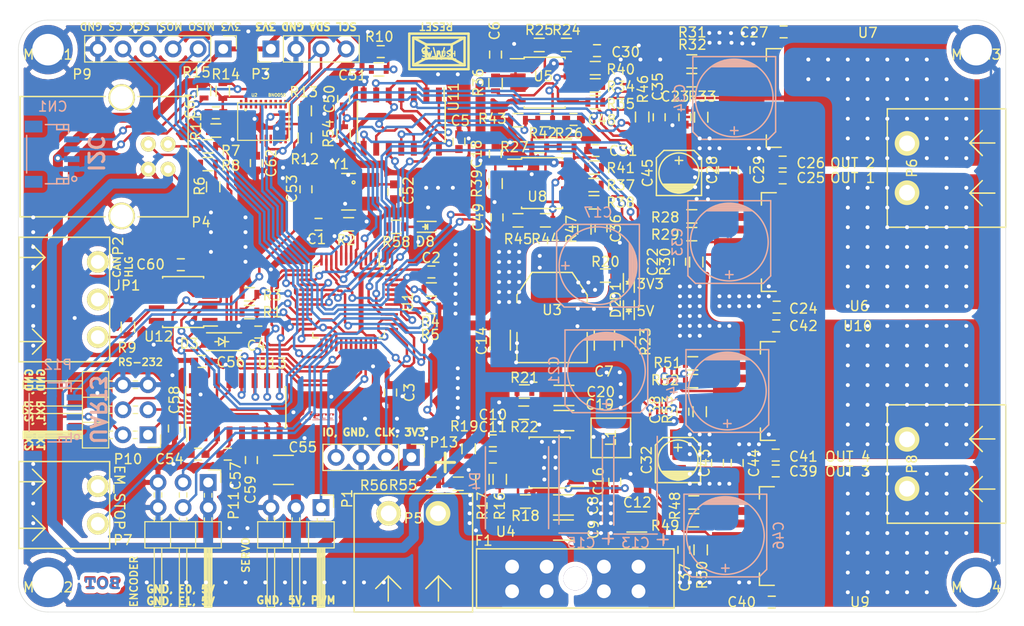
<source format=kicad_pcb>
(kicad_pcb (version 20171130) (host pcbnew 5.1.10-88a1d61d58~90~ubuntu20.04.1)
  (layers (0 F.Cu signal) (31 B.Cu signal) (34 B.Paste user) (35 F.Paste user) (36 B.SilkS user) (37 F.SilkS user) (38 B.Mask user) (39 F.Mask user) (44 Edge.Cuts user))
  (net 0 "")
  (net 1 +3V3)
  (net 2 GND)
  (net 3 +5V)
  (net 4 +BATT)
  (net 5 /power/COMP)
  (net 6 "Net-(C11-Pad2)")
  (net 7 "Net-(C16-Pad2)")
  (net 8 /power/PH)
  (net 9 "Net-(C22-Pad1)")
  (net 10 "Net-(C23-Pad1)")
  (net 11 /powertrain/OUT1)
  (net 12 /powertrain/OUT2)
  (net 13 IS12)
  (net 14 IS34)
  (net 15 "Net-(C37-Pad1)")
  (net 16 "Net-(C38-Pad1)")
  (net 17 /powertrain/OUT3)
  (net 18 /powertrain/OUT4)
  (net 19 "Net-(D1-Pad2)")
  (net 20 "Net-(D2-Pad2)")
  (net 21 "Net-(F1-Pad1)")
  (net 22 /power/EN)
  (net 23 /power/RT)
  (net 24 /power/SENSE5V)
  (net 25 "Net-(R24-Pad2)")
  (net 26 "Net-(R26-Pad2)")
  (net 27 /powertrain/IN1)
  (net 28 "Net-(R28-Pad1)")
  (net 29 INH12)
  (net 30 "Net-(R29-Pad1)")
  (net 31 /powertrain/IN2)
  (net 32 "Net-(R31-Pad1)")
  (net 33 "Net-(R32-Pad1)")
  (net 34 "Net-(R34-Pad1)")
  (net 35 "Net-(R35-Pad1)")
  (net 36 "Net-(R37-Pad1)")
  (net 37 "Net-(R38-Pad1)")
  (net 38 "Net-(R40-Pad1)")
  (net 39 "Net-(R41-Pad1)")
  (net 40 BEMF12)
  (net 41 BEMF34)
  (net 42 /powertrain/IN3)
  (net 43 "Net-(R48-Pad1)")
  (net 44 INH34)
  (net 45 "Net-(R49-Pad1)")
  (net 46 /powertrain/IN4)
  (net 47 "Net-(R51-Pad1)")
  (net 48 "Net-(R52-Pad1)")
  (net 49 /powertrain/EM_S)
  (net 50 "Net-(C6-Pad1)")
  (net 51 "Net-(C18-Pad1)")
  (net 52 EM_STOP)
  (net 53 "Net-(D8-Pad2)")
  (net 54 "Net-(R58-Pad2)")
  (net 55 PWM4)
  (net 56 PWM3)
  (net 57 PWM1)
  (net 58 PWM2)
  (net 59 OSC_IN)
  (net 60 OSC_OUT)
  (net 61 CAN_TX)
  (net 62 CAN_RX)
  (net 63 BOOT0)
  (net 64 SDA1)
  (net 65 SCL1)
  (net 66 SWCLK)
  (net 67 SWDIO)
  (net 68 USB+)
  (net 69 USB-)
  (net 70 RX1)
  (net 71 TX1)
  (net 72 SERVO)
  (net 73 MOSI2)
  (net 74 MISO2)
  (net 75 SCK2)
  (net 76 RX3)
  (net 77 TX3)
  (net 78 BOOT1)
  (net 79 CS)
  (net 80 RX2)
  (net 81 TX2)
  (net 82 "Net-(P4-Pad3)")
  (net 83 "Net-(P4-Pad2)")
  (net 84 "Net-(C54-Pad2)")
  (net 85 "Net-(C54-Pad1)")
  (net 86 "Net-(C57-Pad2)")
  (net 87 "Net-(C57-Pad1)")
  (net 88 "Net-(C58-Pad2)")
  (net 89 "Net-(C59-Pad1)")
  (net 90 "Net-(JP1-Pad1)")
  (net 91 /interfaces/nCANL)
  (net 92 /interfaces/nCANH)
  (net 93 RESET)
  (net 94 "Net-(C62-Pad1)")
  (net 95 ENCODER1)
  (net 96 ENCODER0)
  (net 97 "Net-(R11-Pad2)")
  (net 98 "Net-(R12-Pad2)")
  (net 99 VIN_MEAS)
  (net 100 /interfaces/nRX1)
  (net 101 /interfaces/nRX2)
  (net 102 /interfaces/nTX1)
  (net 103 /interfaces/nTX2)
  (module mechanical-switches:smd_push (layer F.Cu) (at 132.588 43.18)
    (fp_text reference SW1 (at 0 0.254) (layer F.SilkS) (effects (font (size 1.143 1.27) (thickness 0.1524))))
    (fp_text value SW_PUSH (at 0 0.254) (layer F.SilkS) (effects (font (size 0.5 0.5) (thickness 0.125))))
    (pad 2 smd rect (at 3.59918 0) (size 1.00076 1.00076) (layers F.Cu F.Paste F.Mask) (net 2 GND))
    (pad 1 smd rect (at -3.59918 0) (size 1.00076 1.00076) (layers F.Cu F.Paste F.Mask) (net 93 RESET))
  )
  (module resistors:R_0603 (layer F.Cu) (at 131.8 87 180)
    (fp_text reference R56 (at 5.775 -0.175) (layer F.SilkS))
    (fp_text value 10k)
    (pad 2 smd rect (at 0.75 0 180) (size 0.5 0.9) (layers F.Cu F.Paste F.Mask) (net 2 GND))
    (pad 1 smd rect (at -0.75 0 180) (size 0.5 0.9) (layers F.Cu F.Paste F.Mask) (net 99 VIN_MEAS))
  )
  (module resistors:R_0603 (layer F.Cu) (at 134.55 87 180)
    (fp_text reference R55 (at 5.6 -0.15) (layer F.SilkS))
    (fp_text value 150k)
    (pad 2 smd rect (at 0.75 0 180) (size 0.5 0.9) (layers F.Cu F.Paste F.Mask) (net 99 VIN_MEAS))
    (pad 1 smd rect (at -0.75 0 180) (size 0.5 0.9) (layers F.Cu F.Paste F.Mask) (net 4 +BATT))
  )
  (module SOIC:SOIC-8_3.9x4.9mm_Pitch1.27mm (layer F.Cu) (at 106.68 68.58 180)
    (fp_text reference U12 (at 2.48 -3.4925 180) (layer F.SilkS))
    (fp_text value SN65HVD232)
    (pad 8 smd rect (at 2.6955 -1.9085 180) (size 1.55 0.6) (layers F.Cu F.Paste F.Mask))
    (pad 7 smd rect (at 2.6955 -0.6385 180) (size 1.55 0.6) (layers F.Cu F.Paste F.Mask) (net 92 /interfaces/nCANH))
    (pad 6 smd rect (at 2.6955 0.6315 180) (size 1.55 0.6) (layers F.Cu F.Paste F.Mask) (net 91 /interfaces/nCANL))
    (pad 5 smd rect (at 2.6955 1.9015 180) (size 1.55 0.6) (layers F.Cu F.Paste F.Mask))
    (pad 4 smd rect (at -2.7045 1.9015 180) (size 1.55 0.6) (layers F.Cu F.Paste F.Mask) (net 62 CAN_RX))
    (pad 3 smd rect (at -2.7045 0.6315 180) (size 1.55 0.6) (layers F.Cu F.Paste F.Mask) (net 1 +3V3))
    (pad 2 smd rect (at -2.7045 -0.6385 180) (size 1.55 0.6) (layers F.Cu F.Paste F.Mask) (net 2 GND))
    (pad 1 smd rect (at -2.7045 -1.9085 180) (size 1.55 0.6) (layers F.Cu F.Paste F.Mask) (net 61 CAN_TX))
  )
  (module resistors:R_0603 (layer F.Cu) (at 108.8 47.15 270)
    (fp_text reference R15 (at -1.85 0.775 180) (layer F.SilkS))
    (fp_text value 10k)
    (pad 2 smd rect (at 0.75 0 270) (size 0.5 0.9) (layers F.Cu F.Paste F.Mask) (net 64 SDA1))
    (pad 1 smd rect (at -0.75 0 270) (size 0.5 0.9) (layers F.Cu F.Paste F.Mask) (net 1 +3V3))
  )
  (module resistors:R_0603 (layer F.Cu) (at 110.7 47.2 90)
    (fp_text reference R14 (at 1.7 0.3 180) (layer F.SilkS))
    (fp_text value 10k)
    (pad 2 smd rect (at 0.75 0 90) (size 0.5 0.9) (layers F.Cu F.Paste F.Mask) (net 65 SCL1))
    (pad 1 smd rect (at -0.75 0 90) (size 0.5 0.9) (layers F.Cu F.Paste F.Mask) (net 1 +3V3))
  )
  (module resistors:R_0603 (layer F.Cu) (at 119 49.2 90)
    (fp_text reference R13 (at 1.9 -0.1 180) (layer F.SilkS))
    (fp_text value 0R0)
    (pad 2 smd rect (at 0.75 0 90) (size 0.5 0.9) (layers F.Cu F.Paste F.Mask) (net 2 GND))
    (pad 1 smd rect (at -0.75 0 90) (size 0.5 0.9) (layers F.Cu F.Paste F.Mask) (net 98 "Net-(R12-Pad2)"))
  )
  (module resistors:R_0603 (layer F.Cu) (at 119 51.95 90)
    (fp_text reference R12 (at -2.15 0 180) (layer F.SilkS))
    (fp_text value 0R0)
    (pad 2 smd rect (at 0.75 0 90) (size 0.5 0.9) (layers F.Cu F.Paste F.Mask) (net 98 "Net-(R12-Pad2)"))
    (pad 1 smd rect (at -0.75 0 90) (size 0.5 0.9) (layers F.Cu F.Paste F.Mask) (net 1 +3V3))
  )
  (module resistors:R_0603 (layer F.Cu) (at 110 51.2)
    (fp_text reference R11 (at -2 -0.4 90) (layer F.SilkS))
    (fp_text value 10k)
    (pad 2 smd rect (at 0.75 0) (size 0.5 0.9) (layers F.Cu F.Paste F.Mask) (net 97 "Net-(R11-Pad2)"))
    (pad 1 smd rect (at -0.75 0) (size 0.5 0.9) (layers F.Cu F.Paste F.Mask) (net 1 +3V3))
  )
  (module resistors:R_0603 (layer F.Cu) (at 126.5 45)
    (fp_text reference R10 (at 0.05 -3.31) (layer F.SilkS))
    (fp_text value 10k)
    (pad 2 smd rect (at 0.75 0) (size 0.5 0.9) (layers F.Cu F.Paste F.Mask) (net 93 RESET))
    (pad 1 smd rect (at -0.75 0) (size 0.5 0.9) (layers F.Cu F.Paste F.Mask) (net 1 +3V3))
  )
  (module Connector_PinHeader_2.54mm:PinHeader_2x03_P2.54mm_Horizontal (layer F.Cu) (at 109.22 86.868 270)
    (fp_text reference P11 (at 2.332 -2.58 90) (layer F.SilkS))
    (fp_text value CONN_02X03)
    (pad 6 thru_hole oval (at 2.54 5.08 270) (size 1.7 1.7) (drill 1) (layers *.Cu *.Mask) (net 2 GND))
    (pad 5 thru_hole oval (at 0 5.08 270) (size 1.7 1.7) (drill 1) (layers *.Cu *.Mask) (net 2 GND))
    (pad 4 thru_hole oval (at 2.54 2.54 270) (size 1.7 1.7) (drill 1) (layers *.Cu *.Mask) (net 95 ENCODER1))
    (pad 3 thru_hole oval (at 0 2.54 270) (size 1.7 1.7) (drill 1) (layers *.Cu *.Mask) (net 96 ENCODER0))
    (pad 2 thru_hole oval (at 2.54 0 270) (size 1.7 1.7) (drill 1) (layers *.Cu *.Mask) (net 3 +5V))
    (pad 1 thru_hole rect (at 0 0 270) (size 1.7 1.7) (drill 1) (layers *.Cu *.Mask) (net 3 +5V))
  )
  (module capacitors:C_0603 (layer F.Cu) (at 114.1 54.5 270)
    (fp_text reference C62 (at 0 -1.5 90) (layer F.SilkS))
    (fp_text value 100nF)
    (pad 2 smd rect (at 0.75 0 270) (size 0.8 0.75) (layers F.Cu F.Paste F.Mask) (net 2 GND))
    (pad 1 smd rect (at -0.75 0 270) (size 0.8 0.75) (layers F.Cu F.Paste F.Mask) (net 94 "Net-(C62-Pad1)"))
  )
  (module capacitors:C_0603 (layer F.Cu) (at 110 49.4 180)
    (fp_text reference C61 (at 2.6 0.8 90) (layer F.SilkS))
    (fp_text value 100nF)
    (pad 2 smd rect (at 0.75 0 180) (size 0.8 0.75) (layers F.Cu F.Paste F.Mask) (net 2 GND))
    (pad 1 smd rect (at -0.75 0 180) (size 0.8 0.75) (layers F.Cu F.Paste F.Mask) (net 1 +3V3))
  )
  (module Connector_PinHeader_2.54mm:PinHeader_1x04_P2.54mm_Vertical (layer F.Cu) (at 129.794 84.328 270)
    (fp_text reference P13 (at -1.524 -3.302 180) (layer F.SilkS))
    (fp_text value CONN_01X04)
    (pad 4 thru_hole oval (at 0 7.62 270) (size 1.7 1.7) (drill 1) (layers *.Cu *.Mask) (net 67 SWDIO))
    (pad 3 thru_hole oval (at 0 5.08 270) (size 1.7 1.7) (drill 1) (layers *.Cu *.Mask) (net 2 GND))
    (pad 2 thru_hole oval (at 0 2.54 270) (size 1.7 1.7) (drill 1) (layers *.Cu *.Mask) (net 66 SWCLK))
    (pad 1 thru_hole rect (at 0 0 270) (size 1.7 1.7) (drill 1) (layers *.Cu *.Mask) (net 1 +3V3))
  )
  (module resistors:R_0603 (layer F.Cu) (at 101.092 71.12 270)
    (fp_text reference R9 (at 2.08 0.092 180) (layer F.SilkS))
    (fp_text value 120)
    (pad 2 smd rect (at 0.75 0 270) (size 0.5 0.9) (layers F.Cu F.Paste F.Mask) (net 92 /interfaces/nCANH))
    (pad 1 smd rect (at -0.75 0 270) (size 0.5 0.9) (layers F.Cu F.Paste F.Mask) (net 90 "Net-(JP1-Pad1)"))
  )
  (module resistors:R_0603 (layer F.Cu) (at 109.2 54.6)
    (fp_text reference R8 (at 2.3 0.15) (layer F.SilkS))
    (fp_text value 20)
    (pad 2 smd rect (at 0.75 0) (size 0.5 0.9) (layers F.Cu F.Paste F.Mask) (net 68 USB+))
    (pad 1 smd rect (at -0.75 0) (size 0.5 0.9) (layers F.Cu F.Paste F.Mask) (net 82 "Net-(P4-Pad3)"))
  )
  (module resistors:R_0603 (layer F.Cu) (at 109.22 52.8)
    (fp_text reference R7 (at 2.28 0.45) (layer F.SilkS))
    (fp_text value 20)
    (pad 2 smd rect (at 0.75 0) (size 0.5 0.9) (layers F.Cu F.Paste F.Mask) (net 69 USB-))
    (pad 1 smd rect (at -0.75 0) (size 0.5 0.9) (layers F.Cu F.Paste F.Mask) (net 83 "Net-(P4-Pad2)"))
  )
  (module resistors:R_0603 (layer F.Cu) (at 109.728 56.908 90)
    (fp_text reference R6 (at 0.083 -1.378 90) (layer F.SilkS))
    (fp_text value 4k7)
    (pad 2 smd rect (at 0.75 0 90) (size 0.5 0.9) (layers F.Cu F.Paste F.Mask) (net 68 USB+))
    (pad 1 smd rect (at -0.75 0 90) (size 0.5 0.9) (layers F.Cu F.Paste F.Mask) (net 3 +5V))
  )
  (module resistors:R_0603 (layer F.Cu) (at 131.826 69.088)
    (fp_text reference R5 (at -0.126 2.812) (layer F.SilkS))
    (fp_text value 100k)
    (pad 2 smd rect (at 0.75 0) (size 0.5 0.9) (layers F.Cu F.Paste F.Mask) (net 2 GND))
    (pad 1 smd rect (at -0.75 0) (size 0.5 0.9) (layers F.Cu F.Paste F.Mask) (net 63 BOOT0))
  )
  (module resistors:R_0603 (layer F.Cu) (at 131.826 67.31)
    (fp_text reference R4 (at -0.126 3.29) (layer F.SilkS))
    (fp_text value 100k)
    (pad 2 smd rect (at 0.75 0) (size 0.5 0.9) (layers F.Cu F.Paste F.Mask) (net 63 BOOT0))
    (pad 1 smd rect (at -0.75 0) (size 0.5 0.9) (layers F.Cu F.Paste F.Mask) (net 1 +3V3))
  )
  (module resistors:R_0603 (layer F.Cu) (at 113.4 67.8 180)
    (fp_text reference R3 (at -2.3 -0.1) (layer F.SilkS))
    (fp_text value 100k)
    (pad 2 smd rect (at 0.75 0 180) (size 0.5 0.9) (layers F.Cu F.Paste F.Mask) (net 2 GND))
    (pad 1 smd rect (at -0.75 0 180) (size 0.5 0.9) (layers F.Cu F.Paste F.Mask) (net 78 BOOT1))
  )
  (module resistors:R_0603 (layer F.Cu) (at 113.4 69.6 180)
    (fp_text reference R1 (at -2.3 0) (layer F.SilkS))
    (fp_text value 100k)
    (pad 2 smd rect (at 0.75 0 180) (size 0.5 0.9) (layers F.Cu F.Paste F.Mask) (net 78 BOOT1))
    (pad 1 smd rect (at -0.75 0 180) (size 0.5 0.9) (layers F.Cu F.Paste F.Mask) (net 1 +3V3))
  )
  (module connectors_JST_SH:Connectors_JST_SM04B-SRSS-TB (layer B.Cu) (at 93.726 79.756 90)
    (fp_text reference P12 (at 4.826 0.254 180) (layer B.SilkS) (effects (justify mirror)))
    (fp_text value CONN_01X04)
    (pad "" smd rect (at 2.8 -1.9375 90) (size 1.2 1.8) (layers B.Cu B.Paste B.Mask))
    (pad "" smd rect (at -2.8 -1.9375 90) (size 1.2 1.8) (layers B.Cu B.Paste B.Mask))
    (pad 4 smd rect (at 1.5 1.9375 90) (size 0.6 1.55) (layers B.Cu B.Paste B.Mask) (net 76 RX3))
    (pad 3 smd rect (at 0.5 1.9375 90) (size 0.6 1.55) (layers B.Cu B.Paste B.Mask) (net 77 TX3))
    (pad 2 smd rect (at -0.5 1.9375 90) (size 0.6 1.55) (layers B.Cu B.Paste B.Mask) (net 1 +3V3))
    (pad 1 smd rect (at -1.5 1.9375 90) (size 0.6 1.55) (layers B.Cu B.Paste B.Mask) (net 2 GND))
  )
  (module wire_pads:SolderJumper_2mm (layer F.Cu) (at 101.092 68.572 90)
    (fp_text reference JP1 (at 1.672 -0.092 180) (layer F.SilkS))
    (fp_text value Jumper_NC_Small)
    (pad 1 smd trapezoid (at -0.5 0 270) (size 0.7 2) (rect_delta 0.7 0) (layers F.Cu F.Paste F.Mask) (net 90 "Net-(JP1-Pad1)"))
    (pad 2 smd trapezoid (at 0.5 0 90) (size 0.7 2) (rect_delta 0.7 0) (layers F.Cu F.Paste F.Mask) (net 91 /interfaces/nCANL))
  )
  (module capacitors:C_0603 (layer F.Cu) (at 106.45 64.8)
    (fp_text reference C60 (at -3.072 -0.03) (layer F.SilkS))
    (fp_text value 100nF)
    (pad 2 smd rect (at 0.75 0) (size 0.8 0.75) (layers F.Cu F.Paste F.Mask) (net 2 GND))
    (pad 1 smd rect (at -0.75 0) (size 0.8 0.75) (layers F.Cu F.Paste F.Mask) (net 1 +3V3))
  )
  (module capacitors:C_0603 (layer F.Cu) (at 113.6 84.6 270)
    (fp_text reference C59 (at 3 0.1 90) (layer F.SilkS))
    (fp_text value 100nF)
    (pad 2 smd rect (at 0.75 0 270) (size 0.8 0.75) (layers F.Cu F.Paste F.Mask) (net 2 GND))
    (pad 1 smd rect (at -0.75 0 270) (size 0.8 0.75) (layers F.Cu F.Paste F.Mask) (net 89 "Net-(C59-Pad1)"))
  )
  (module capacitors:C_0603 (layer F.Cu) (at 105.8 81.4 90)
    (fp_text reference C58 (at 2.9 0 90) (layer F.SilkS))
    (fp_text value 100nF)
    (pad 2 smd rect (at 0.75 0 90) (size 0.8 0.75) (layers F.Cu F.Paste F.Mask) (net 88 "Net-(C58-Pad2)"))
    (pad 1 smd rect (at -0.75 0 90) (size 0.8 0.75) (layers F.Cu F.Paste F.Mask) (net 2 GND))
  )
  (module capacitors:C_0603 (layer F.Cu) (at 111.2 84)
    (fp_text reference C57 (at 0.8 2.2 90) (layer F.SilkS))
    (fp_text value 100nF)
    (pad 2 smd rect (at 0.75 0) (size 0.8 0.75) (layers F.Cu F.Paste F.Mask) (net 86 "Net-(C57-Pad2)"))
    (pad 1 smd rect (at -0.75 0) (size 0.8 0.75) (layers F.Cu F.Paste F.Mask) (net 87 "Net-(C57-Pad1)"))
  )
  (module capacitors:C_0603 (layer F.Cu) (at 108.55 74.6)
    (fp_text reference C56 (at 2.956 0.076) (layer F.SilkS))
    (fp_text value 100nF)
    (pad 2 smd rect (at 0.75 0) (size 0.8 0.75) (layers F.Cu F.Paste F.Mask) (net 2 GND))
    (pad 1 smd rect (at -0.75 0) (size 0.8 0.75) (layers F.Cu F.Paste F.Mask) (net 1 +3V3))
  )
  (module capacitors:C_1210 (layer F.Cu) (at 116.84 85.598 180)
    (fp_text reference C55 (at -1.96 2.298) (layer F.SilkS))
    (fp_text value 10uF)
    (pad 2 smd rect (at 1.5 0 180) (size 1 2.5) (layers F.Cu F.Paste F.Mask) (net 2 GND))
    (pad 1 smd rect (at -1.5 0 180) (size 1 2.5) (layers F.Cu F.Paste F.Mask) (net 3 +5V))
  )
  (module capacitors:C_0603 (layer F.Cu) (at 108.2 84)
    (fp_text reference C54 (at -2.9 0.5 180) (layer F.SilkS))
    (fp_text value 100nF)
    (pad 2 smd rect (at 0.75 0) (size 0.8 0.75) (layers F.Cu F.Paste F.Mask) (net 84 "Net-(C54-Pad2)"))
    (pad 1 smd rect (at -0.75 0) (size 0.8 0.75) (layers F.Cu F.Paste F.Mask) (net 85 "Net-(C54-Pad1)"))
  )
  (module capacitors:C_0603 (layer F.Cu) (at 126.7 43.2 180)
    (fp_text reference C51 (at 2.87 -2.4) (layer F.SilkS))
    (fp_text value 100nF)
    (pad 2 smd rect (at 0.75 0 180) (size 0.8 0.75) (layers F.Cu F.Paste F.Mask) (net 2 GND))
    (pad 1 smd rect (at -0.75 0 180) (size 0.8 0.75) (layers F.Cu F.Paste F.Mask) (net 93 RESET))
  )
  (module Connector_PinHeader_2.54mm:PinHeader_1x06_P2.54mm_Vertical (layer F.Cu) (at 110.744 42.926 270)
    (fp_text reference P9 (at 2.574 14.294 180) (layer F.SilkS))
    (fp_text value CONN_01X06)
    (pad 6 thru_hole oval (at 0 12.7 270) (size 1.7 1.7) (drill 1) (layers *.Cu *.Mask) (net 2 GND))
    (pad 5 thru_hole oval (at 0 10.16 270) (size 1.7 1.7) (drill 1) (layers *.Cu *.Mask) (net 79 CS))
    (pad 4 thru_hole oval (at 0 7.62 270) (size 1.7 1.7) (drill 1) (layers *.Cu *.Mask) (net 75 SCK2))
    (pad 3 thru_hole oval (at 0 5.08 270) (size 1.7 1.7) (drill 1) (layers *.Cu *.Mask) (net 73 MOSI2))
    (pad 2 thru_hole oval (at 0 2.54 270) (size 1.7 1.7) (drill 1) (layers *.Cu *.Mask) (net 74 MISO2))
    (pad 1 thru_hole rect (at 0 0 270) (size 1.7 1.7) (drill 1) (layers *.Cu *.Mask) (net 1 +3V3))
  )
  (module Connector_PinHeader_2.54mm:PinHeader_2x03_P2.54mm_Horizontal (layer F.Cu) (at 103.124 82.042 180)
    (fp_text reference P10 (at 2.024 -2.458) (layer F.SilkS))
    (fp_text value CONN_02X03)
    (pad 6 thru_hole oval (at 2.54 5.08 180) (size 1.7 1.7) (drill 1) (layers *.Cu *.Mask) (net 2 GND))
    (pad 5 thru_hole oval (at 0 5.08 180) (size 1.7 1.7) (drill 1) (layers *.Cu *.Mask) (net 2 GND))
    (pad 4 thru_hole oval (at 2.54 2.54 180) (size 1.7 1.7) (drill 1) (layers *.Cu *.Mask) (net 100 /interfaces/nRX1))
    (pad 3 thru_hole oval (at 0 2.54 180) (size 1.7 1.7) (drill 1) (layers *.Cu *.Mask) (net 101 /interfaces/nRX2))
    (pad 2 thru_hole oval (at 2.54 0 180) (size 1.7 1.7) (drill 1) (layers *.Cu *.Mask) (net 102 /interfaces/nTX1))
    (pad 1 thru_hole rect (at 0 0 180) (size 1.7 1.7) (drill 1) (layers *.Cu *.Mask) (net 103 /interfaces/nTX2))
  )
  (module Connector_PinHeader_2.54mm:PinHeader_1x04_P2.54mm_Vertical (layer F.Cu) (at 115.57 42.926 90)
    (fp_text reference P3 (at -2.554 -1.03 180) (layer F.SilkS))
    (fp_text value CONN_01X04)
    (pad 4 thru_hole oval (at 0 7.62 90) (size 1.7 1.7) (drill 1) (layers *.Cu *.Mask) (net 65 SCL1))
    (pad 3 thru_hole oval (at 0 5.08 90) (size 1.7 1.7) (drill 1) (layers *.Cu *.Mask) (net 64 SDA1))
    (pad 2 thru_hole oval (at 0 2.54 90) (size 1.7 1.7) (drill 1) (layers *.Cu *.Mask) (net 2 GND))
    (pad 1 thru_hole rect (at 0 0 90) (size 1.7 1.7) (drill 1) (layers *.Cu *.Mask) (net 1 +3V3))
  )
  (module Connector_PinHeader_2.54mm:PinHeader_1x03_P2.54mm_Horizontal (layer F.Cu) (at 120.65 89.408 270)
    (fp_text reference P1 (at -0.908 -2.65 90) (layer F.SilkS))
    (fp_text value CONN_01X03)
    (pad 3 thru_hole oval (at 0 5.08 270) (size 1.7 1.7) (drill 1) (layers *.Cu *.Mask) (net 2 GND))
    (pad 2 thru_hole oval (at 0 2.54 270) (size 1.7 1.7) (drill 1) (layers *.Cu *.Mask) (net 3 +5V))
    (pad 1 thru_hole rect (at 0 0 270) (size 1.7 1.7) (drill 1) (layers *.Cu *.Mask) (net 72 SERVO))
  )
  (module CON_wuerth:WR-TBL_691322310003 (layer F.Cu) (at 98.044 68.326 270)
    (fp_text reference P2 (at -5.426 -2.056 90) (layer F.SilkS))
    (fp_text value CONN_01X03 hide)
    (pad 3 thru_hole circle (at 3.81 0 270) (size 2.2 2.2) (drill 1.4) (layers *.Cu *.Mask F.SilkS) (net 92 /interfaces/nCANH))
    (pad 2 thru_hole circle (at 0 0 270) (size 2.2 2.2) (drill 1.4) (layers *.Cu *.Mask F.SilkS) (net 91 /interfaces/nCANL))
    (pad 1 thru_hole circle (at -3.81 0 270) (size 2.2 2.2) (drill 1.4) (layers *.Cu *.Mask F.SilkS) (net 2 GND))
  )
  (module mechanical-connectors:USB_B (layer F.Cu) (at 105.156 55.118 180)
    (fp_text reference P4 (at -3.344 -5.382 180) (layer F.SilkS))
    (fp_text value USB_B)
    (pad 5 thru_hole circle (at 4.699 -4.72948 90) (size 2.70002 2.70002) (drill 2.30124) (layers *.Cu *.Mask F.SilkS) (net 2 GND))
    (pad 5 thru_hole circle (at 4.699 7.26948 90) (size 2.70002 2.70002) (drill 2.30124) (layers *.Cu *.Mask F.SilkS) (net 2 GND))
    (pad 3 thru_hole circle (at 1.99898 2.54 90) (size 1.524 1.524) (drill 0.8128) (layers *.Cu *.Mask F.SilkS) (net 82 "Net-(P4-Pad3)"))
    (pad 4 thru_hole circle (at 1.99898 0 90) (size 1.524 1.524) (drill 0.8128) (layers *.Cu *.Mask F.SilkS) (net 2 GND))
    (pad 1 thru_hole circle (at 0 0 90) (size 1.524 1.524) (drill 0.8128) (layers *.Cu *.Mask F.SilkS) (net 3 +5V))
    (pad 2 thru_hole circle (at 0 2.54 90) (size 1.524 1.524) (drill 0.8128) (layers *.Cu *.Mask F.SilkS) (net 83 "Net-(P4-Pad2)"))
  )
  (module crystals:Crystal_SMD_0603_4Pads (layer F.Cu) (at 123.444 57.404 180)
    (fp_text reference Y1 (at 0.844 2.804) (layer F.SilkS))
    (fp_text value 16M)
    (pad 4 smd rect (at -2.19964 -1.19888 180) (size 1.80086 1.39954) (layers F.Cu F.Paste F.Mask) (net 2 GND))
    (pad 3 smd rect (at 2.19964 -1.19888 180) (size 1.80086 1.39954) (layers F.Cu F.Paste F.Mask) (net 60 OSC_OUT))
    (pad 2 smd rect (at 2.19964 1.19888 180) (size 1.80086 1.39954) (layers F.Cu F.Paste F.Mask) (net 2 GND))
    (pad 1 smd rect (at -2.19964 1.19888 180) (size 1.80086 1.39954) (layers F.Cu F.Paste F.Mask) (net 59 OSC_IN))
  )
  (module resistors:R_0603 (layer F.Cu) (at 123.444 60.706)
    (fp_text reference R2 (at -0.244 1.594) (layer F.SilkS))
    (fp_text value 1M)
    (pad 2 smd rect (at 0.75 0) (size 0.5 0.9) (layers F.Cu F.Paste F.Mask) (net 59 OSC_IN))
    (pad 1 smd rect (at -0.75 0) (size 0.5 0.9) (layers F.Cu F.Paste F.Mask) (net 60 OSC_OUT))
  )
  (module connectors_JST_SH:Connectors_JST_SM04B-SRSS-TB (layer B.Cu) (at 93.472 53.594 90)
    (fp_text reference CN1 (at 4.826 0 180) (layer B.SilkS) (effects (justify mirror)))
    (fp_text value QWIIC)
    (pad "" smd rect (at 2.8 -1.9375 90) (size 1.2 1.8) (layers B.Cu B.Paste B.Mask))
    (pad "" smd rect (at -2.8 -1.9375 90) (size 1.2 1.8) (layers B.Cu B.Paste B.Mask))
    (pad 4 smd rect (at 1.5 1.9375 90) (size 0.6 1.55) (layers B.Cu B.Paste B.Mask) (net 65 SCL1))
    (pad 3 smd rect (at 0.5 1.9375 90) (size 0.6 1.55) (layers B.Cu B.Paste B.Mask) (net 64 SDA1))
    (pad 2 smd rect (at -0.5 1.9375 90) (size 0.6 1.55) (layers B.Cu B.Paste B.Mask) (net 1 +3V3))
    (pad 1 smd rect (at -1.5 1.9375 90) (size 0.6 1.55) (layers B.Cu B.Paste B.Mask) (net 2 GND))
  )
  (module capacitors:C_0603 (layer F.Cu) (at 119.126 57.15 90)
    (fp_text reference C53 (at 0.05 -1.426 90) (layer F.SilkS))
    (fp_text value 20pF)
    (pad 2 smd rect (at 0.75 0 90) (size 0.8 0.75) (layers F.Cu F.Paste F.Mask) (net 2 GND))
    (pad 1 smd rect (at -0.75 0 90) (size 0.8 0.75) (layers F.Cu F.Paste F.Mask) (net 60 OSC_OUT))
  )
  (module capacitors:C_0603 (layer F.Cu) (at 128.016 57.404 270)
    (fp_text reference C52 (at -0.104 -1.484 90) (layer F.SilkS))
    (fp_text value 20pF)
    (pad 2 smd rect (at 0.75 0 270) (size 0.8 0.75) (layers F.Cu F.Paste F.Mask) (net 2 GND))
    (pad 1 smd rect (at -0.75 0 270) (size 0.8 0.75) (layers F.Cu F.Paste F.Mask) (net 59 OSC_IN))
  )
  (module SOIC:SOIC-16_3.9x9.9mm_Pitch1.27mm (layer F.Cu) (at 112.014 79.248 90)
    (fp_text reference U13 (at 4.448 3.686 180) (layer F.SilkS))
    (fp_text value MAX3232)
    (pad 16 smd rect (at 2.7 -4.445 90) (size 1.5 0.6) (layers F.Cu F.Paste F.Mask) (net 1 +3V3))
    (pad 15 smd rect (at 2.7 -3.175 90) (size 1.5 0.6) (layers F.Cu F.Paste F.Mask) (net 2 GND))
    (pad 14 smd rect (at 2.7 -1.905 90) (size 1.5 0.6) (layers F.Cu F.Paste F.Mask) (net 102 /interfaces/nTX1))
    (pad 13 smd rect (at 2.7 -0.635 90) (size 1.5 0.6) (layers F.Cu F.Paste F.Mask) (net 100 /interfaces/nRX1))
    (pad 12 smd rect (at 2.7 0.635 90) (size 1.5 0.6) (layers F.Cu F.Paste F.Mask) (net 70 RX1))
    (pad 11 smd rect (at 2.7 1.905 90) (size 1.5 0.6) (layers F.Cu F.Paste F.Mask) (net 71 TX1))
    (pad 10 smd rect (at 2.7 3.175 90) (size 1.5 0.6) (layers F.Cu F.Paste F.Mask) (net 81 TX2))
    (pad 9 smd rect (at 2.7 4.445 90) (size 1.5 0.6) (layers F.Cu F.Paste F.Mask) (net 80 RX2))
    (pad 8 smd rect (at -2.7 4.445 90) (size 1.5 0.6) (layers F.Cu F.Paste F.Mask) (net 101 /interfaces/nRX2))
    (pad 7 smd rect (at -2.7 3.175 90) (size 1.5 0.6) (layers F.Cu F.Paste F.Mask) (net 103 /interfaces/nTX2))
    (pad 6 smd rect (at -2.7 1.905 90) (size 1.5 0.6) (layers F.Cu F.Paste F.Mask) (net 89 "Net-(C59-Pad1)"))
    (pad 5 smd rect (at -2.7 0.635 90) (size 1.5 0.6) (layers F.Cu F.Paste F.Mask) (net 86 "Net-(C57-Pad2)"))
    (pad 4 smd rect (at -2.7 -0.635 90) (size 1.5 0.6) (layers F.Cu F.Paste F.Mask) (net 87 "Net-(C57-Pad1)"))
    (pad 3 smd rect (at -2.7 -1.905 90) (size 1.5 0.6) (layers F.Cu F.Paste F.Mask) (net 84 "Net-(C54-Pad2)"))
    (pad 2 smd rect (at -2.7 -3.175 90) (size 1.5 0.6) (layers F.Cu F.Paste F.Mask) (net 88 "Net-(C58-Pad2)"))
    (pad 1 smd rect (at -2.7 -4.445 90) (size 1.5 0.6) (layers F.Cu F.Paste F.Mask) (net 85 "Net-(C54-Pad1)"))
  )
  (module SOIC:SOIC-14_3.9x8.7mm_Pitch1.27mm (layer F.Cu) (at 128.778 50.292 270)
    (fp_text reference U11 (at -2.512 -5.302 90) (layer F.SilkS))
    (fp_text value 74xx32)
    (pad 14 smd rect (at 2.7 -3.81 270) (size 1.5 0.6) (layers F.Cu F.Paste F.Mask) (net 1 +3V3))
    (pad 13 smd rect (at 2.7 -2.54 270) (size 1.5 0.6) (layers F.Cu F.Paste F.Mask) (net 55 PWM4))
    (pad 12 smd rect (at 2.7 -1.27 270) (size 1.5 0.6) (layers F.Cu F.Paste F.Mask) (net 49 /powertrain/EM_S))
    (pad 11 smd rect (at 2.7 0 270) (size 1.5 0.6) (layers F.Cu F.Paste F.Mask) (net 46 /powertrain/IN4))
    (pad 10 smd rect (at 2.7 1.27 270) (size 1.5 0.6) (layers F.Cu F.Paste F.Mask) (net 56 PWM3))
    (pad 9 smd rect (at 2.7 2.54 270) (size 1.5 0.6) (layers F.Cu F.Paste F.Mask) (net 49 /powertrain/EM_S))
    (pad 8 smd rect (at 2.7 3.81 270) (size 1.5 0.6) (layers F.Cu F.Paste F.Mask) (net 42 /powertrain/IN3))
    (pad 7 smd rect (at -2.7 3.81 270) (size 1.5 0.6) (layers F.Cu F.Paste F.Mask) (net 2 GND))
    (pad 6 smd rect (at -2.7 2.54 270) (size 1.5 0.6) (layers F.Cu F.Paste F.Mask) (net 31 /powertrain/IN2))
    (pad 5 smd rect (at -2.7 1.27 270) (size 1.5 0.6) (layers F.Cu F.Paste F.Mask) (net 49 /powertrain/EM_S))
    (pad 4 smd rect (at -2.7 0 270) (size 1.5 0.6) (layers F.Cu F.Paste F.Mask) (net 58 PWM2))
    (pad 3 smd rect (at -2.7 -1.27 270) (size 1.5 0.6) (layers F.Cu F.Paste F.Mask) (net 27 /powertrain/IN1))
    (pad 2 smd rect (at -2.7 -2.54 270) (size 1.5 0.6) (layers F.Cu F.Paste F.Mask) (net 49 /powertrain/EM_S))
    (pad 1 smd rect (at -2.7 -3.81 270) (size 1.5 0.6) (layers F.Cu F.Paste F.Mask) (net 57 PWM1))
  )
  (module SOIC:SOIC-8_3.9x4.9mm_Pitch1.27mm (layer F.Cu) (at 143.04 56.53)
    (fp_text reference U8 (at -0.49 1.36 180) (layer F.SilkS))
    (fp_text value LM358)
    (pad 8 smd rect (at 2.6955 -1.9085) (size 1.55 0.6) (layers F.Cu F.Paste F.Mask) (net 3 +5V))
    (pad 7 smd rect (at 2.6955 -0.6385) (size 1.55 0.6) (layers F.Cu F.Paste F.Mask) (net 39 "Net-(R41-Pad1)"))
    (pad 6 smd rect (at 2.6955 0.6315) (size 1.55 0.6) (layers F.Cu F.Paste F.Mask) (net 36 "Net-(R37-Pad1)"))
    (pad 5 smd rect (at 2.6955 1.9015) (size 1.55 0.6) (layers F.Cu F.Paste F.Mask) (net 37 "Net-(R38-Pad1)"))
    (pad 4 smd rect (at -2.7045 1.9015) (size 1.55 0.6) (layers F.Cu F.Paste F.Mask) (net 2 GND))
    (pad 3 smd rect (at -2.7045 0.6315) (size 1.55 0.6) (layers F.Cu F.Paste F.Mask) (net 26 "Net-(R26-Pad2)"))
    (pad 2 smd rect (at -2.7045 -0.6385) (size 1.55 0.6) (layers F.Cu F.Paste F.Mask) (net 51 "Net-(C18-Pad1)"))
    (pad 1 smd rect (at -2.7045 -1.9085) (size 1.55 0.6) (layers F.Cu F.Paste F.Mask) (net 51 "Net-(C18-Pad1)"))
  )
  (module SOIC:SOIC-8_3.9x4.9mm_Pitch1.27mm (layer F.Cu) (at 143.3 46.35)
    (fp_text reference U5 (at -0.15 -0.65 180) (layer F.SilkS))
    (fp_text value LM358)
    (pad 8 smd rect (at 2.6955 -1.9085) (size 1.55 0.6) (layers F.Cu F.Paste F.Mask) (net 3 +5V))
    (pad 7 smd rect (at 2.6955 -0.6385) (size 1.55 0.6) (layers F.Cu F.Paste F.Mask) (net 38 "Net-(R40-Pad1)"))
    (pad 6 smd rect (at 2.6955 0.6315) (size 1.55 0.6) (layers F.Cu F.Paste F.Mask) (net 34 "Net-(R34-Pad1)"))
    (pad 5 smd rect (at 2.6955 1.9015) (size 1.55 0.6) (layers F.Cu F.Paste F.Mask) (net 35 "Net-(R35-Pad1)"))
    (pad 4 smd rect (at -2.7045 1.9015) (size 1.55 0.6) (layers F.Cu F.Paste F.Mask) (net 2 GND))
    (pad 3 smd rect (at -2.7045 0.6315) (size 1.55 0.6) (layers F.Cu F.Paste F.Mask) (net 25 "Net-(R24-Pad2)"))
    (pad 2 smd rect (at -2.7045 -0.6385) (size 1.55 0.6) (layers F.Cu F.Paste F.Mask) (net 50 "Net-(C6-Pad1)"))
    (pad 1 smd rect (at -2.7045 -1.9085) (size 1.55 0.6) (layers F.Cu F.Paste F.Mask) (net 50 "Net-(C6-Pad1)"))
  )
  (module LGA:LGA-28-5832 (layer F.Cu) (at 114.808 50.292)
    (fp_text reference U2 (at -0.908 -2.692) (layer F.SilkS) (effects (font (size 0.3 0.3) (thickness 0.075))))
    (fp_text value BNO055 (at 1.392 -2.692) (layer F.SilkS) (effects (font (size 0.3 0.3) (thickness 0.075))))
    (pad 28 smd rect (at -1.75 -1.7625) (size 0.25 0.875) (layers F.Cu F.Paste F.Mask) (net 1 +3V3))
    (pad 27 smd rect (at -1.25 -1.7625) (size 0.25 0.875) (layers F.Cu F.Paste F.Mask))
    (pad 26 smd rect (at -0.75 -1.7625) (size 0.25 0.875) (layers F.Cu F.Paste F.Mask))
    (pad 25 smd rect (at -0.25 -1.7625) (size 0.25 0.875) (layers F.Cu F.Paste F.Mask) (net 2 GND))
    (pad 24 smd rect (at 0.25 -1.7625) (size 0.25 0.875) (layers F.Cu F.Paste F.Mask))
    (pad 23 smd rect (at 0.75 -1.7625) (size 0.25 0.875) (layers F.Cu F.Paste F.Mask))
    (pad 22 smd rect (at 1.25 -1.7625) (size 0.25 0.875) (layers F.Cu F.Paste F.Mask))
    (pad 21 smd rect (at 1.75 -1.7625) (size 0.25 0.875) (layers F.Cu F.Paste F.Mask))
    (pad 20 smd rect (at 2.25 -1.7625) (size 0.25 0.875) (layers F.Cu F.Paste F.Mask) (net 64 SDA1))
    (pad 19 smd rect (at 2.4625 -0.75) (size 0.875 0.25) (layers F.Cu F.Paste F.Mask) (net 65 SCL1))
    (pad 18 smd rect (at 2.4625 -0.25) (size 0.875 0.25) (layers F.Cu F.Paste F.Mask) (net 2 GND))
    (pad 17 smd rect (at 2.4625 0.25) (size 0.875 0.25) (layers F.Cu F.Paste F.Mask) (net 98 "Net-(R12-Pad2)"))
    (pad 16 smd rect (at 2.4625 0.75) (size 0.875 0.25) (layers F.Cu F.Paste F.Mask) (net 2 GND))
    (pad 15 smd rect (at 2.25 1.7625) (size 0.25 0.875) (layers F.Cu F.Paste F.Mask) (net 2 GND))
    (pad 14 smd rect (at 1.75 1.7625) (size 0.25 0.875) (layers F.Cu F.Paste F.Mask))
    (pad 13 smd rect (at 1.25 1.7625) (size 0.25 0.875) (layers F.Cu F.Paste F.Mask))
    (pad 12 smd rect (at 0.75 1.7625) (size 0.25 0.875) (layers F.Cu F.Paste F.Mask))
    (pad 11 smd rect (at 0.25 1.7625) (size 0.25 0.875) (layers F.Cu F.Paste F.Mask) (net 93 RESET))
    (pad 10 smd rect (at -0.25 1.7625) (size 0.25 0.875) (layers F.Cu F.Paste F.Mask) (net 2 GND))
    (pad 9 smd rect (at -0.75 1.7625) (size 0.25 0.875) (layers F.Cu F.Paste F.Mask) (net 94 "Net-(C62-Pad1)"))
    (pad 8 smd rect (at -1.25 1.7625) (size 0.25 0.875) (layers F.Cu F.Paste F.Mask))
    (pad 7 smd rect (at -1.75 1.7625) (size 0.25 0.875) (layers F.Cu F.Paste F.Mask))
    (pad 6 smd rect (at -2.25 1.7625) (size 0.25 0.875) (layers F.Cu F.Paste F.Mask) (net 2 GND))
    (pad 5 smd rect (at -2.4625 0.75) (size 0.875 0.25) (layers F.Cu F.Paste F.Mask) (net 2 GND))
    (pad 4 smd rect (at -2.4625 0.25) (size 0.875 0.25) (layers F.Cu F.Paste F.Mask) (net 97 "Net-(R11-Pad2)"))
    (pad 3 smd rect (at -2.4625 -0.25) (size 0.875 0.25) (layers F.Cu F.Paste F.Mask) (net 1 +3V3))
    (pad 2 smd rect (at -2.4625 -0.75) (size 0.875 0.25) (layers F.Cu F.Paste F.Mask) (net 2 GND))
    (pad 1 smd rect (at -2.25 -1.7625) (size 0.25 0.875) (layers F.Cu F.Paste F.Mask))
  )
  (module QFP:LQFP-48_7x7mm_Pitch0.5mm (layer F.Cu) (at 123.444 68.58 270)
    (fp_text reference U1 (at 0 -6 90) (layer F.SilkS))
    (fp_text value STM32F103C8Tx)
    (pad 48 smd rect (at -2.75 -4.35) (size 1.3 0.25) (layers F.Cu F.Paste F.Mask) (net 1 +3V3))
    (pad 47 smd rect (at -2.25 -4.35) (size 1.3 0.25) (layers F.Cu F.Paste F.Mask) (net 2 GND))
    (pad 46 smd rect (at -1.75 -4.35) (size 1.3 0.25) (layers F.Cu F.Paste F.Mask) (net 61 CAN_TX))
    (pad 45 smd rect (at -1.25 -4.35) (size 1.3 0.25) (layers F.Cu F.Paste F.Mask) (net 62 CAN_RX))
    (pad 44 smd rect (at -0.75 -4.35) (size 1.3 0.25) (layers F.Cu F.Paste F.Mask) (net 63 BOOT0))
    (pad 43 smd rect (at -0.25 -4.35) (size 1.3 0.25) (layers F.Cu F.Paste F.Mask) (net 64 SDA1))
    (pad 42 smd rect (at 0.25 -4.35) (size 1.3 0.25) (layers F.Cu F.Paste F.Mask) (net 65 SCL1))
    (pad 41 smd rect (at 0.75 -4.35) (size 1.3 0.25) (layers F.Cu F.Paste F.Mask) (net 55 PWM4))
    (pad 40 smd rect (at 1.25 -4.35) (size 1.3 0.25) (layers F.Cu F.Paste F.Mask) (net 56 PWM3))
    (pad 39 smd rect (at 1.75 -4.35) (size 1.3 0.25) (layers F.Cu F.Paste F.Mask) (net 96 ENCODER0))
    (pad 38 smd rect (at 2.25 -4.35) (size 1.3 0.25) (layers F.Cu F.Paste F.Mask) (net 95 ENCODER1))
    (pad 37 smd rect (at 2.75 -4.35) (size 1.3 0.25) (layers F.Cu F.Paste F.Mask) (net 66 SWCLK))
    (pad 36 smd rect (at 4.35 -2.75 270) (size 1.3 0.25) (layers F.Cu F.Paste F.Mask) (net 1 +3V3))
    (pad 35 smd rect (at 4.35 -2.25 270) (size 1.3 0.25) (layers F.Cu F.Paste F.Mask) (net 2 GND))
    (pad 34 smd rect (at 4.35 -1.75 270) (size 1.3 0.25) (layers F.Cu F.Paste F.Mask) (net 67 SWDIO))
    (pad 33 smd rect (at 4.35 -1.25 270) (size 1.3 0.25) (layers F.Cu F.Paste F.Mask) (net 68 USB+))
    (pad 32 smd rect (at 4.35 -0.75 270) (size 1.3 0.25) (layers F.Cu F.Paste F.Mask) (net 69 USB-))
    (pad 31 smd rect (at 4.35 -0.25 270) (size 1.3 0.25) (layers F.Cu F.Paste F.Mask) (net 70 RX1))
    (pad 30 smd rect (at 4.35 0.25 270) (size 1.3 0.25) (layers F.Cu F.Paste F.Mask) (net 71 TX1))
    (pad 29 smd rect (at 4.35 0.75 270) (size 1.3 0.25) (layers F.Cu F.Paste F.Mask) (net 72 SERVO))
    (pad 28 smd rect (at 4.35 1.25 270) (size 1.3 0.25) (layers F.Cu F.Paste F.Mask) (net 73 MOSI2))
    (pad 27 smd rect (at 4.35 1.75 270) (size 1.3 0.25) (layers F.Cu F.Paste F.Mask) (net 74 MISO2))
    (pad 26 smd rect (at 4.35 2.25 270) (size 1.3 0.25) (layers F.Cu F.Paste F.Mask) (net 75 SCK2))
    (pad 25 smd rect (at 4.35 2.75 270) (size 1.3 0.25) (layers F.Cu F.Paste F.Mask) (net 52 EM_STOP))
    (pad 24 smd rect (at 2.75 4.35) (size 1.3 0.25) (layers F.Cu F.Paste F.Mask) (net 1 +3V3))
    (pad 23 smd rect (at 2.25 4.35) (size 1.3 0.25) (layers F.Cu F.Paste F.Mask) (net 2 GND))
    (pad 22 smd rect (at 1.75 4.35) (size 1.3 0.25) (layers F.Cu F.Paste F.Mask) (net 76 RX3))
    (pad 21 smd rect (at 1.25 4.35) (size 1.3 0.25) (layers F.Cu F.Paste F.Mask) (net 77 TX3))
    (pad 20 smd rect (at 0.75 4.35) (size 1.3 0.25) (layers F.Cu F.Paste F.Mask) (net 78 BOOT1))
    (pad 19 smd rect (at 0.25 4.35) (size 1.3 0.25) (layers F.Cu F.Paste F.Mask) (net 57 PWM1))
    (pad 18 smd rect (at -0.25 4.35) (size 1.3 0.25) (layers F.Cu F.Paste F.Mask) (net 58 PWM2))
    (pad 17 smd rect (at -0.75 4.35) (size 1.3 0.25) (layers F.Cu F.Paste F.Mask) (net 79 CS))
    (pad 16 smd rect (at -1.25 4.35) (size 1.3 0.25) (layers F.Cu F.Paste F.Mask) (net 99 VIN_MEAS))
    (pad 15 smd rect (at -1.75 4.35) (size 1.3 0.25) (layers F.Cu F.Paste F.Mask) (net 14 IS34))
    (pad 14 smd rect (at -2.25 4.35) (size 1.3 0.25) (layers F.Cu F.Paste F.Mask) (net 13 IS12))
    (pad 13 smd rect (at -2.75 4.35) (size 1.3 0.25) (layers F.Cu F.Paste F.Mask) (net 80 RX2))
    (pad 12 smd rect (at -4.35 2.75 270) (size 1.3 0.25) (layers F.Cu F.Paste F.Mask) (net 81 TX2))
    (pad 11 smd rect (at -4.35 2.25 270) (size 1.3 0.25) (layers F.Cu F.Paste F.Mask) (net 41 BEMF34))
    (pad 10 smd rect (at -4.35 1.75 270) (size 1.3 0.25) (layers F.Cu F.Paste F.Mask) (net 40 BEMF12))
    (pad 9 smd rect (at -4.35 1.25 270) (size 1.3 0.25) (layers F.Cu F.Paste F.Mask) (net 1 +3V3))
    (pad 8 smd rect (at -4.35 0.75 270) (size 1.3 0.25) (layers F.Cu F.Paste F.Mask) (net 2 GND))
    (pad 7 smd rect (at -4.35 0.25 270) (size 1.3 0.25) (layers F.Cu F.Paste F.Mask) (net 93 RESET))
    (pad 6 smd rect (at -4.35 -0.25 270) (size 1.3 0.25) (layers F.Cu F.Paste F.Mask) (net 60 OSC_OUT))
    (pad 5 smd rect (at -4.35 -0.75 270) (size 1.3 0.25) (layers F.Cu F.Paste F.Mask) (net 59 OSC_IN))
    (pad 4 smd rect (at -4.35 -1.25 270) (size 1.3 0.25) (layers F.Cu F.Paste F.Mask) (net 44 INH34))
    (pad 3 smd rect (at -4.35 -1.75 270) (size 1.3 0.25) (layers F.Cu F.Paste F.Mask) (net 29 INH12))
    (pad 2 smd rect (at -4.35 -2.25 270) (size 1.3 0.25) (layers F.Cu F.Paste F.Mask) (net 54 "Net-(R58-Pad2)"))
    (pad 1 smd rect (at -4.35 -2.75 270) (size 1.3 0.25) (layers F.Cu F.Paste F.Mask))
  )
  (module resistors:R_0603 (layer F.Cu) (at 128.27 60.96 180)
    (fp_text reference R58 (at 0 -1.54) (layer F.SilkS))
    (fp_text value 1k)
    (pad 2 smd rect (at 0.75 0 180) (size 0.5 0.9) (layers F.Cu F.Paste F.Mask) (net 54 "Net-(R58-Pad2)"))
    (pad 1 smd rect (at -0.75 0 180) (size 0.5 0.9) (layers F.Cu F.Paste F.Mask) (net 53 "Net-(D8-Pad2)"))
  )
  (module resistors:R_0603 (layer F.Cu) (at 122.936 51.562 90)
    (fp_text reference R54 (at 0.062 -1.536 90) (layer F.SilkS))
    (fp_text value 10k)
    (pad 2 smd rect (at 0.75 0 90) (size 0.5 0.9) (layers F.Cu F.Paste F.Mask) (net 49 /powertrain/EM_S))
    (pad 1 smd rect (at -0.75 0 90) (size 0.5 0.9) (layers F.Cu F.Paste F.Mask) (net 1 +3V3))
  )
  (module LEDs:LED_0603 (layer F.Cu) (at 131.2 60.96 180)
    (fp_text reference D8 (at 0 -1.5) (layer F.SilkS))
    (fp_text value Led_Small)
    (pad 1 smd rect (at -0.7493 0) (size 0.79756 0.79756) (layers F.Cu F.Paste F.Mask) (net 2 GND))
    (pad 2 smd rect (at 0.7493 0) (size 0.79756 0.79756) (layers F.Cu F.Paste F.Mask) (net 53 "Net-(D8-Pad2)"))
  )
  (module diodes:SOD-123 (layer F.Cu) (at 110.6 72.6 180)
    (fp_text reference D3 (at 3.3 -0.2) (layer F.SilkS))
    (fp_text value BAT46W)
    (pad 2 smd rect (at 1.635 0 180) (size 0.91 1.22) (layers F.Cu F.Paste F.Mask) (net 49 /powertrain/EM_S))
    (pad 1 smd rect (at -1.635 0 180) (size 0.91 1.22) (layers F.Cu F.Paste F.Mask) (net 52 EM_STOP))
  )
  (module capacitors:C_0603 (layer F.Cu) (at 122.936 48.006 90)
    (fp_text reference C50 (at 0.006 -1.436 90) (layer F.SilkS))
    (fp_text value 100nF)
    (pad 2 smd rect (at 0.75 0 90) (size 0.8 0.75) (layers F.Cu F.Paste F.Mask) (net 2 GND))
    (pad 1 smd rect (at -0.75 0 90) (size 0.8 0.75) (layers F.Cu F.Paste F.Mask) (net 49 /powertrain/EM_S))
  )
  (module capacitors:C_0603 (layer F.Cu) (at 134.62 52.324 90)
    (fp_text reference C5 (at 2.134 0.13 180) (layer F.SilkS))
    (fp_text value 100nF)
    (pad 2 smd rect (at 0.75 0 90) (size 0.8 0.75) (layers F.Cu F.Paste F.Mask) (net 2 GND))
    (pad 1 smd rect (at -0.75 0 90) (size 0.8 0.75) (layers F.Cu F.Paste F.Mask) (net 1 +3V3))
  )
  (module capacitors:C_0603 (layer F.Cu) (at 114.3 71.628 180)
    (fp_text reference C4 (at 0.2 -1.372) (layer F.SilkS))
    (fp_text value 100nF)
    (pad 2 smd rect (at 0.75 0 180) (size 0.8 0.75) (layers F.Cu F.Paste F.Mask) (net 2 GND))
    (pad 1 smd rect (at -0.75 0 180) (size 0.8 0.75) (layers F.Cu F.Paste F.Mask) (net 1 +3V3))
  )
  (module capacitors:C_0603 (layer F.Cu) (at 127.7 77.75 270)
    (fp_text reference C3 (at 0 -1.9 90) (layer F.SilkS))
    (fp_text value 100nF)
    (pad 2 smd rect (at 0.75 0 270) (size 0.8 0.75) (layers F.Cu F.Paste F.Mask) (net 2 GND))
    (pad 1 smd rect (at -0.75 0 270) (size 0.8 0.75) (layers F.Cu F.Paste F.Mask) (net 1 +3V3))
  )
  (module capacitors:C_0603 (layer F.Cu) (at 131.826 65.532)
    (fp_text reference C2 (at -0.026 -1.432) (layer F.SilkS))
    (fp_text value 100nF)
    (pad 2 smd rect (at 0.75 0) (size 0.8 0.75) (layers F.Cu F.Paste F.Mask) (net 2 GND))
    (pad 1 smd rect (at -0.75 0) (size 0.8 0.75) (layers F.Cu F.Paste F.Mask) (net 1 +3V3))
  )
  (module capacitors:C_0603 (layer F.Cu) (at 120.396 60.706 180)
    (fp_text reference C1 (at 0.196 -1.494) (layer F.SilkS))
    (fp_text value 100nF)
    (pad 2 smd rect (at 0.75 0 180) (size 0.8 0.75) (layers F.Cu F.Paste F.Mask) (net 2 GND))
    (pad 1 smd rect (at -0.75 0 180) (size 0.8 0.75) (layers F.Cu F.Paste F.Mask) (net 1 +3V3))
  )
  (module capacitors:C_0603 (layer F.Cu) (at 138.475 60 90)
    (fp_text reference C49 (at 0 -1.9 90) (layer F.SilkS))
    (fp_text value 1nF)
    (pad 2 smd rect (at 0.75 0 90) (size 0.8 0.75) (layers F.Cu F.Paste F.Mask) (net 2 GND))
    (pad 1 smd rect (at -0.75 0 90) (size 0.8 0.75) (layers F.Cu F.Paste F.Mask) (net 41 BEMF34))
  )
  (module capacitors:C_0603 (layer F.Cu) (at 146.225 50.075)
    (fp_text reference C48 (at 2.875 0.05) (layer F.SilkS))
    (fp_text value 1nF)
    (pad 2 smd rect (at 0.75 0) (size 0.8 0.75) (layers F.Cu F.Paste F.Mask) (net 2 GND))
    (pad 1 smd rect (at -0.75 0) (size 0.8 0.75) (layers F.Cu F.Paste F.Mask) (net 40 BEMF12))
  )
  (module capacitors:C_0603 (layer F.Cu) (at 138.3 53.575 90)
    (fp_text reference C18 (at 0 -1.9 90) (layer F.SilkS))
    (fp_text value 100nF)
    (pad 2 smd rect (at 0.75 0 90) (size 0.8 0.75) (layers F.Cu F.Paste F.Mask) (net 2 GND))
    (pad 1 smd rect (at -0.75 0 90) (size 0.8 0.75) (layers F.Cu F.Paste F.Mask) (net 51 "Net-(C18-Pad1)"))
  )
  (module capacitors:C_0603 (layer F.Cu) (at 138.325 43.5 90)
    (fp_text reference C6 (at 2.425 -0.1 90) (layer F.SilkS))
    (fp_text value 100nF)
    (pad 2 smd rect (at 0.75 0 90) (size 0.8 0.75) (layers F.Cu F.Paste F.Mask) (net 2 GND))
    (pad 1 smd rect (at -0.75 0 90) (size 0.8 0.75) (layers F.Cu F.Paste F.Mask) (net 50 "Net-(C6-Pad1)"))
  )
  (module diodes:DO-214AB (layer B.Cu) (at 140.5 86.75 90)
    (fp_text reference D4 (at 0 -4.25 90) (layer B.SilkS) (effects (justify mirror)))
    (fp_text value D_Small)
    (pad 1 smd rect (at -3.6 0 90) (size 2.6 3.2) (layers B.Cu B.Paste B.Mask) (net 4 +BATT))
    (pad 2 smd rect (at 3.6 0 90) (size 2.6 3.2) (layers B.Cu B.Paste B.Mask) (net 2 GND))
  )
  (module labels:Bot (layer F.Cu) (at 98.5 97.1 180)
    (fp_text reference L4 hide)
    (fp_text value Label hide)
    (fp_poly (pts (xy -0.006759 0.631579) (xy 0.004256 0.63139) (xy 0.014512 0.631092) (xy 0.023677 0.630683) (xy 0.03142 0.630163) (xy 0.035169 0.629807) (xy 0.055986 0.627287) (xy 0.075289 0.624428) (xy 0.0935 0.62114) (xy 0.111045 0.617334) (xy 0.128345 0.612918) (xy 0.145825 0.607803) (xy 0.159727 0.603313) (xy 0.189672 0.592271) (xy 0.218657 0.579544) (xy 0.246646 0.565171) (xy 0.273601 0.549191) (xy 0.299486 0.53164) (xy 0.324264 0.512559) (xy 0.347898 0.491983) (xy 0.370352 0.469953) (xy 0.391587 0.446505) (xy 0.411568 0.421679) (xy 0.430257 0.395512) (xy 0.447617 0.368041) (xy 0.463613 0.339307) (xy 0.478206 0.309346) (xy 0.49136 0.278196) (xy 0.501793 0.249604) (xy 0.511503 0.21854) (xy 0.519733 0.186937) (xy 0.526518 0.154609) (xy 0.531891 0.121372) (xy 0.535889 0.087041) (xy 0.538389 0.05422) (xy 0.53868 0.047592) (xy 0.538888 0.039448) (xy 0.539016 0.030118) (xy 0.539067 0.019935) (xy 0.539046 0.009231) (xy 0.538954 -0.001661) (xy 0.538795 -0.012409) (xy 0.538573 -0.022682) (xy 0.538291 -0.032146) (xy 0.537951 -0.04047) (xy 0.537558 -0.047322) (xy 0.537366 -0.049823) (xy 0.533534 -0.086235) (xy 0.528359 -0.121306) (xy 0.521813 -0.155141) (xy 0.513869 -0.187844) (xy 0.504498 -0.219521) (xy 0.493671 -0.250276) (xy 0.481361 -0.280214) (xy 0.467539 -0.30944) (xy 0.467441 -0.309634) (xy 0.451655 -0.338854) (xy 0.434449 -0.366846) (xy 0.415867 -0.393552) (xy 0.395957 -0.418917) (xy 0.374765 -0.442887) (xy 0.352335 -0.465405) (xy 0.328714 -0.486417) (xy 0.306265 -0.50415) (xy 0.280287 -0.522301) (xy 0.253318 -0.538784) (xy 0.225417 -0.553584) (xy 0.19664 -0.566683) (xy 0.167042 -0.578064) (xy 0.136682 -0.58771) (xy 0.105614 -0.595604) (xy 0.073897 -0.601729) (xy 0.041585 -0.606068) (xy 0.008737 -0.608605) (xy -0.024591 -0.609322) (xy -0.043473 -0.608922) (xy -0.056875 -0.608196) (xy -0.071552 -0.606985) (xy -0.086906 -0.605359) (xy -0.102339 -0.603391) (xy -0.117254 -0.601153) (xy -0.131052 -0.598717) (xy -0.135585 -0.597815) (xy -0.167304 -0.590343) (xy -0.198079 -0.581172) (xy -0.227955 -0.570283) (xy -0.256974 -0.557653) (xy -0.285179 -0.543262) (xy -0.312614 -0.52709) (xy -0.339322 -0.509115) (xy -0.365347 -0.489316) (xy -0.372208 -0.4837) (xy -0.377378 -0.479222) (xy -0.383574 -0.473558) (xy -0.39052 -0.466983) (xy -0.397944 -0.459772) (xy -0.405573 -0.452199) (xy -0.413131 -0.444539) (xy -0.420346 -0.437066) (xy -0.426944 -0.430054) (xy -0.432651 -0.423779) (xy -0.437113 -0.418611) (xy -0.458294 -0.391591) (xy -0.477822 -0.363531) (xy -0.495695 -0.334438) (xy -0.511911 -0.304319) (xy -0.526466 -0.273181) (xy -0.539359 -0.24103) (xy -0.550587 -0.207874) (xy -0.560147 -0.17372) (xy -0.568036 -0.138575) (xy -0.574252 -0.102445) (xy -0.578793 -0.065338) (xy -0.581349 -0.032772) (xy -0.581638 -0.026309) (xy -0.581849 -0.018324) (xy -0.581986 -0.009138) (xy -0.58204 -0.000455) (xy -0.294634 -0.000455) (xy -0.293621 -0.029944) (xy -0.291518 -0.058925) (xy -0.288335 -0.087079) (xy -0.284078 -0.114087) (xy -0.281256 -0.128465) (xy -0.275008 -0.154613) (xy -0.267548 -0.179709) (xy -0.258925 -0.203629) (xy -0.249192 -0.226249) (xy -0.238397 -0.247445) (xy -0.226592 -0.267092) (xy -0.222932 -0.272561) (xy -0.209336 -0.290791) (xy -0.194675 -0.307408) (xy -0.178981 -0.322392) (xy -0.162286 -0.335722) (xy -0.144624 -0.347378) (xy -0.126025 -0.357338) (xy -0.106523 -0.365583) (xy -0.086149 -0.372092) (xy -0.064937 -0.376843) (xy -0.05715 -0.378113) (xy -0.05305 -0.378619) (xy -0.047698 -0.379143) (xy -0.041793 -0.37962) (xy -0.036146 -0.379984) (xy -0.030507 -0.380259) (xy -0.025488 -0.380411) (xy -0.020608 -0.380437) (xy -0.015388 -0.380328) (xy -0.009349 -0.380079) (xy -0.002011 -0.379684) (xy 0.000977 -0.379509) (xy 0.019362 -0.377582) (xy 0.038114 -0.374031) (xy 0.056731 -0.368982) (xy 0.074708 -0.36256) (xy 0.082802 -0.3591) (xy 0.101423 -0.349617) (xy 0.119066 -0.338463) (xy 0.135712 -0.325669) (xy 0.151343 -0.311264) (xy 0.165939 -0.295281) (xy 0.179483 -0.27775) (xy 0.191954 -0.258701) (xy 0.203335 -0.238166) (xy 0.213606 -0.216175) (xy 0.222749 -0.192759) (xy 0.230746 -0.167949) (xy 0.237576 -0.141776) (xy 0.243222 -0.11427) (xy 0.247141 -0.089388) (xy 0.248897 -0.075691) (xy 0.250318 -0.062613) (xy 0.25143 -0.049738) (xy 0.252259 -0.036649) (xy 0.252829 -0.022928) (xy 0.253168 -0.00816) (xy 0.2533 0.008072) (xy 0.253304 0.010747) (xy 0.252957 0.038171) (xy 0.251865 0.064027) (xy 0.249995 0.088563) (xy 0.247315 0.11203) (xy 0.243794 0.134676) (xy 0.2394 0.156752) (xy 0.2341 0.178507) (xy 0.230027 0.193029) (xy 0.224528 0.210112) (xy 0.218115 0.227331) (xy 0.210985 0.244238) (xy 0.203333 0.260383) (xy 0.195356 0.27532) (xy 0.190017 0.284285) (xy 0.182109 0.29608) (xy 0.173069 0.308066) (xy 0.163253 0.319835) (xy 0.153019 0.330978) (xy 0.142723 0.341088) (xy 0.132861 0.349644) (xy 0.115906 0.362036) (xy 0.09788 0.37283) (xy 0.078917 0.381966) (xy 0.059149 0.389384) (xy 0.03871 0.395023) (xy 0.026301 0.397508) (xy 0.007613 0.400003) (xy -0.011741 0.401216) (xy -0.031296 0.40116) (xy -0.050589 0.399845) (xy -0.069156 0.397284) (xy -0.081696 0.394703) (xy -0.102389 0.388824) (xy -0.122123 0.381256) (xy -0.140882 0.37202) (xy -0.158649 0.361141) (xy -0.175407 0.34864) (xy -0.191139 0.33454) (xy -0.20583 0.318863) (xy -0.219462 0.301632) (xy -0.232019 0.282869) (xy -0.243484 0.262597) (xy -0.253841 0.240838) (xy -0.263072 0.217615) (xy -0.271162 0.19295) (xy -0.278093 0.166866) (xy -0.283849 0.139385) (xy -0.287626 0.116209) (xy -0.291054 0.087874) (xy -0.293358 0.058773) (xy -0.294549 0.029224) (xy -0.294634 -0.000455) (xy -0.58204 -0.000455) (xy -0.582049 0.00093) (xy -0.582044 0.01156) (xy -0.581972 0.022432) (xy -0.581836 0.033228) (xy -0.58164 0.043627) (xy -0.581387 0.05331) (xy -0.581078 0.061957) (xy -0.580718 0.069249) (xy -0.580365 0.074247) (xy -0.577234 0.104975) (xy -0.573266 0.134218) (xy -0.568398 0.162281) (xy -0.562567 0.189472) (xy -0.555712 0.216097) (xy -0.54777 0.242464) (xy -0.543986 0.253858) (xy -0.53219 0.285639) (xy -0.518879 0.316349) (xy -0.504092 0.345939) (xy -0.487868 0.374357) (xy -0.470245 0.401552) (xy -0.451264 0.427473) (xy -0.430962 0.45207) (xy -0.409379 0.47529) (xy -0.386554 0.497084) (xy -0.362525 0.517399) (xy -0.337333 0.536186) (xy -0.318312 0.548854) (xy -0.291934 0.564545) (xy -0.264929 0.578552) (xy -0.237204 0.590908) (xy -0.208664 0.601644) (xy -0.179216 0.61079) (xy -0.148767 0.618378) (xy -0.117223 0.62444) (xy -0.084492 0.629007) (xy -0.077177 0.629809) (xy -0.07016 0.630393) (xy -0.061575 0.630866) (xy -0.051754 0.63123) (xy -0.041029 0.631482) (xy -0.029734 0.631625) (xy -0.018199 0.631657) (xy -0.006759 0.631579)) (layer B.Cu) (width 0.01))
    (fp_poly (pts (xy -1.302587 0.599719) (xy -1.285014 0.599706) (xy -1.268847 0.599684) (xy -1.254008 0.599649) (xy -1.240419 0.599603) (xy -1.228002 0.599543) (xy -1.216679 0.59947) (xy -1.20637 0.599381) (xy -1.196999 0.599278) (xy -1.188487 0.599158) (xy -1.180755 0.599021) (xy -1.173726 0.598866) (xy -1.16732 0.598693) (xy -1.161461 0.5985) (xy -1.15607 0.598287) (xy -1.151068 0.598052) (xy -1.146378 0.597796) (xy -1.14192 0.597517) (xy -1.137618 0.597215) (xy -1.133392 0.596888) (xy -1.129165 0.596536) (xy -1.127369 0.596381) (xy -1.095726 0.592947) (xy -1.065513 0.588311) (xy -1.036743 0.582479) (xy -1.009429 0.575461) (xy -0.983583 0.567264) (xy -0.959219 0.557895) (xy -0.936348 0.547363) (xy -0.914985 0.535675) (xy -0.895142 0.52284) (xy -0.876831 0.508865) (xy -0.860066 0.493758) (xy -0.844858 0.477526) (xy -0.831222 0.460179) (xy -0.81917 0.441722) (xy -0.808714 0.422166) (xy -0.799868 0.401516) (xy -0.79706 0.393761) (xy -0.792253 0.378755) (xy -0.788308 0.363965) (xy -0.78515 0.348977) (xy -0.782704 0.333376) (xy -0.780895 0.316749) (xy -0.779649 0.29868) (xy -0.77956 0.296949) (xy -0.779176 0.272213) (xy -0.780514 0.248332) (xy -0.783568 0.225324) (xy -0.788332 0.203208) (xy -0.794801 0.182003) (xy -0.80297 0.161727) (xy -0.812832 0.142399) (xy -0.824383 0.124038) (xy -0.83496 0.109903) (xy -0.843873 0.099647) (xy -0.854217 0.089125) (xy -0.865576 0.078701) (xy -0.877532 0.068741) (xy -0.889666 0.05961) (xy -0.901551 0.05168) (xy -0.910369 0.046209) (xy -0.898463 0.041494) (xy -0.873716 0.030921) (xy -0.850715 0.019491) (xy -0.829443 0.007181) (xy -0.809882 -0.006028) (xy -0.792012 -0.020158) (xy -0.775816 -0.035229) (xy -0.761276 -0.051263) (xy -0.748373 -0.06828) (xy -0.737089 -0.086301) (xy -0.727405 -0.105347) (xy -0.719304 -0.125438) (xy -0.712766 -0.146596) (xy -0.707774 -0.168841) (xy -0.706379 -0.176946) (xy -0.704922 -0.186754) (xy -0.703807 -0.195887) (xy -0.702997 -0.204854) (xy -0.702458 -0.214163) (xy -0.702153 -0.22432) (xy -0.702045 -0.235834) (xy -0.702043 -0.23788) (xy -0.70219 -0.251335) (xy -0.702646 -0.263348) (xy -0.703454 -0.274413) (xy -0.704656 -0.285023) (xy -0.706291 -0.295674) (xy -0.707418 -0.301869) (xy -0.713127 -0.326764) (xy -0.720568 -0.350767) (xy -0.729722 -0.373842) (xy -0.740567 -0.395958) (xy -0.753085 -0.417081) (xy -0.767255 -0.437178) (xy -0.783058 -0.456216) (xy -0.800473 -0.474162) (xy -0.819481 -0.490983) (xy -0.822661 -0.493561) (xy -0.842802 -0.508521) (xy -0.863996 -0.52196) (xy -0.886285 -0.533895) (xy -0.909709 -0.544341) (xy -0.934309 -0.553313) (xy -0.960125 -0.560828) (xy -0.987197 -0.566899) (xy -1.015567 -0.571544) (xy -1.03141 -0.573462) (xy -1.035109 -0.573859) (xy -1.038559 -0.574231) (xy -1.041831 -0.574579) (xy -1.044996 -0.574902) (xy -1.048123 -0.575203) (xy -1.051284 -0.575481) (xy -1.054549 -0.575739) (xy -1.057988 -0.575976) (xy -1.061673 -0.576193) (xy -1.065675 -0.576392) (xy -1.070062 -0.576574) (xy -1.074908 -0.576739) (xy -1.08028 -0.576888) (xy -1.086252 -0.577022) (xy -1.092893 -0.577142) (xy -1.100273 -0.577249) (xy -1.108464 -0.577344) (xy -1.117535 -0.577427) (xy -1.127558 -0.5775) (xy -1.138604 -0.577563) (xy -1.150742 -0.577618) (xy -1.164044 -0.577665) (xy -1.17858 -0.577705) (xy -1.194421 -0.57774) (xy -1.211636 -0.577769) (xy -1.230298 -0.577794) (xy -1.250477 -0.577816) (xy -1.272242 -0.577835) (xy -1.295666 -0.577853) (xy -1.320817 -0.57787) (xy -1.347768 -0.577888) (xy -1.376589 -0.577906) (xy -1.382346 -0.57791) (xy -1.407293 -0.577924) (xy -1.431696 -0.577932) (xy -1.455483 -0.577935) (xy -1.47858 -0.577932) (xy -1.500915 -0.577924) (xy -1.522415 -0.577911) (xy -1.543005 -0.577893) (xy -1.562614 -0.57787) (xy -1.581168 -0.577843) (xy -1.598593 -0.577811) (xy -1.614817 -0.577774) (xy -1.629766 -0.577734) (xy -1.643368 -0.577689) (xy -1.65555 -0.577641) (xy -1.666237 -0.577589) (xy -1.675357 -0.577533) (xy -1.682837 -0.577474) (xy -1.688604 -0.577411) (xy -1.692585 -0.577346) (xy -1.694705 -0.577277) (xy -1.694962 -0.577257) (xy -1.710734 -0.574813) (xy -1.724879 -0.571335) (xy -1.737459 -0.566774) (xy -1.748532 -0.561081) (xy -1.758159 -0.554208) (xy -1.7664 -0.546108) (xy -1.773316 -0.53673) (xy -1.778966 -0.526028) (xy -1.783412 -0.513951) (xy -1.78598 -0.504016) (xy -1.786697 -0.500538) (xy -1.787244 -0.497293) (xy -1.787643 -0.493934) (xy -1.787918 -0.490113) (xy -1.788091 -0.485484) (xy -1.788184 -0.479699) (xy -1.788222 -0.472411) (xy -1.788226 -0.4699) (xy -1.788186 -0.460762) (xy -1.788012 -0.453201) (xy -1.787653 -0.446842) (xy -1.787057 -0.44131) (xy -1.786172 -0.436229) (xy -1.784946 -0.431224) (xy -1.783327 -0.42592) (xy -1.781364 -0.420222) (xy -1.777868 -0.411557) (xy -1.77386 -0.404043) (xy -1.768959 -0.397087) (xy -1.762782 -0.390096) (xy -1.760517 -0.387797) (xy -1.756314 -0.383714) (xy -1.752859 -0.380662) (xy -1.74958 -0.378226) (xy -1.745908 -0.375995) (xy -1.741273 -0.373555) (xy -1.7399 -0.372865) (xy -1.730448 -0.368625) (xy -1.723771 -0.366346) (xy -1.417516 -0.366346) (xy -1.329348 -0.36634) (xy -1.315748 -0.366328) (xy -1.302247 -0.366295) (xy -1.289038 -0.366242) (xy -1.276311 -0.366171) (xy -1.264257 -0.366085) (xy -1.253067 -0.365983) (xy -1.242932 -0.365869) (xy -1.234042 -0.365744) (xy -1.22659 -0.365609) (xy -1.220766 -0.365467) (xy -1.217735 -0.365362) (xy -1.191146 -0.363909) (xy -1.16637 -0.361815) (xy -1.143366 -0.359058) (xy -1.122095 -0.355616) (xy -1.102514 -0.351468) (xy -1.084585 -0.34659) (xy -1.068266 -0.340961) (xy -1.053516 -0.334559) (xy -1.040296 -0.327361) (xy -1.028565 -0.319346) (xy -1.018283 -0.310491) (xy -1.009408 -0.300775) (xy -1.001901 -0.290174) (xy -0.995721 -0.278668) (xy -0.990827 -0.266234) (xy -0.987179 -0.25285) (xy -0.984736 -0.238493) (xy -0.984695 -0.238158) (xy -0.984234 -0.232703) (xy -0.983976 -0.225878) (xy -0.983909 -0.218156) (xy -0.984023 -0.210011) (xy -0.984305 -0.201918) (xy -0.984743 -0.194351) (xy -0.985327 -0.187783) (xy -0.986045 -0.18269) (xy -0.986048 -0.182671) (xy -0.989645 -0.167489) (xy -0.994572 -0.15354) (xy -1.000875 -0.140779) (xy -1.008599 -0.129165) (xy -1.017793 -0.118652) (xy -1.028502 -0.1092) (xy -1.040773 -0.100763) (xy -1.054651 -0.0933) (xy -1.070184 -0.086766) (xy -1.087418 -0.081118) (xy -1.098239 -0.078226) (xy -1.110054 -0.075562) (xy -1.122966 -0.073165) (xy -1.13716 -0.071007) (xy -1.152821 -0.069062) (xy -1.170133 -0.067304) (xy -1.181589 -0.066311) (xy -1.185021 -0.066114) (xy -1.19035 -0.065925) (xy -1.197521 -0.065746) (xy -1.206477 -0.065576) (xy -1.217162 -0.065417) (xy -1.22952 -0.06527) (xy -1.243495 -0.065134) (xy -1.25903 -0.065011) (xy -1.276069 -0.064902) (xy -1.294556 -0.064807) (xy -1.306391 -0.064756) (xy -1.417516 -0.064319) (xy -1.417516 -0.366346) (xy -1.723771 -0.366346) (xy -1.720875 -0.365358) (xy -1.710811 -0.362988) (xy -1.699886 -0.361442) (xy -1.687731 -0.360645) (xy -1.678598 -0.360492) (xy -1.664677 -0.360484) (xy -1.664677 0.135577) (xy -1.417516 0.135577) (xy -1.329837 0.136072) (xy -1.31335 0.136172) (xy -1.298683 0.136277) (xy -1.2857 0.136391) (xy -1.274266 0.136515) (xy -1.264247 0.136653) (xy -1.255507 0.136806) (xy -1.247912 0.136978) (xy -1.241326 0.13717) (xy -1.235616 0.137387) (xy -1.230646 0.137629) (xy -1.226282 0.137901) (xy -1.22317 0.138138) (xy -1.202667 0.140172) (xy -1.183952 0.14275) (xy -1.16693 0.145904) (xy -1.151502 0.149668) (xy -1.137572 0.154074) (xy -1.125043 0.159156) (xy -1.113817 0.164946) (xy -1.103798 0.171478) (xy -1.094889 0.178784) (xy -1.090224 0.183356) (xy -1.082283 0.192681) (xy -1.075987 0.20246) (xy -1.071025 0.213205) (xy -1.069326 0.217947) (xy -1.066139 0.22986) (xy -1.064024 0.242917) (xy -1.062992 0.25662) (xy -1.063056 0.270473) (xy -1.064225 0.283978) (xy -1.066512 0.296639) (xy -1.067463 0.300364) (xy -1.07198 0.31335) (xy -1.07807 0.325226) (xy -1.085742 0.335999) (xy -1.095003 0.345673) (xy -1.105863 0.354256) (xy -1.118328 0.361753) (xy -1.132407 0.368169) (xy -1.148107 0.373512) (xy -1.165437 0.377786) (xy -1.17475 0.37953) (xy -1.179021 0.38025) (xy -1.18294 0.380891) (xy -1.186639 0.381461) (xy -1.19025 0.381962) (xy -1.193907 0.3824) (xy -1.197742 0.38278) (xy -1.201888 0.383107) (xy -1.206477 0.383386) (xy -1.211642 0.383621) (xy -1.217515 0.383818) (xy -1.22423 0.383982) (xy -1.231919 0.384116) (xy -1.240715 0.384227) (xy -1.25075 0.384319) (xy -1.262157 0.384397) (xy -1.275069 0.384465) (xy -1.289618 0.38453) (xy -1.305937 0.384595) (xy -1.312741 0.384622) (xy -1.417516 0.385027) (xy -1.417516 0.135577) (xy -1.664677 0.135577) (xy -1.664677 0.379047) (xy -1.675254 0.379047) (xy -1.692098 0.379681) (xy -1.707492 0.381595) (xy -1.721476 0.38481) (xy -1.734091 0.389343) (xy -1.745379 0.395213) (xy -1.755381 0.402439) (xy -1.764137 0.41104) (xy -1.771688 0.421035) (xy -1.773714 0.424291) (xy -1.779282 0.435297) (xy -1.783546 0.447453) (xy -1.786529 0.460857) (xy -1.788253 0.475605) (xy -1.788746 0.490078) (xy -1.788572 0.500863) (xy -1.788016 0.510193) (xy -1.787031 0.51854) (xy -1.785569 0.526374) (xy -1.784712 0.529981) (xy -1.780921 0.542234) (xy -1.776049 0.553123) (xy -1.770009 0.562718) (xy -1.762716 0.57109) (xy -1.754082 0.578309) (xy -1.744021 0.584445) (xy -1.732447 0.589568) (xy -1.719274 0.593749) (xy -1.704414 0.597058) (xy -1.70165 0.59755) (xy -1.700508 0.597732) (xy -1.699231 0.597902) (xy -1.697747 0.598059) (xy -1.695982 0.598205) (xy -1.693862 0.598339) (xy -1.691316 0.598463) (xy -1.688268 0.598576) (xy -1.684648 0.598681) (xy -1.68038 0.598777) (xy -1.675392 0.598864) (xy -1.66961 0.598944) (xy -1.662962 0.599016) (xy -1.655375 0.599083) (xy -1.646774 0.599143) (xy -1.637087 0.599198) (xy -1.626241 0.599248) (xy -1.614162 0.599294) (xy -1.600778 0.599337) (xy -1.586014 0.599377) (xy -1.569798 0.599414) (xy -1.552057 0.599449) (xy -1.532717 0.599483) (xy -1.511706 0.599517) (xy -1.488949 0.59955) (xy -1.464374 0.599584) (xy -1.441939 0.599614) (xy -1.414285 0.599648) (xy -1.388507 0.599677) (xy -1.364526 0.599699) (xy -1.342265 0.599714) (xy -1.321644 0.599721) (xy -1.302587 0.599719)) (layer B.Cu) (width 0.01))
    (fp_poly (pts (xy 1.414032 0.601632) (xy 1.443856 0.601624) (xy 1.471743 0.601611) (xy 1.497697 0.601591) (xy 1.521719 0.601566) (xy 1.543813 0.601535) (xy 1.56398 0.601498) (xy 1.582224 0.601456) (xy 1.598547 0.601407) (xy 1.612951 0.601353) (xy 1.625439 0.601293) (xy 1.636013 0.601227) (xy 1.644676 0.601155) (xy 1.651431 0.601077) (xy 1.656279 0.600994) (xy 1.659224 0.600904) (xy 1.659802 0.600872) (xy 1.674113 0.599518) (xy 1.686661 0.597542) (xy 1.697565 0.594836) (xy 1.706948 0.591294) (xy 1.714931 0.586807) (xy 1.721633 0.581268) (xy 1.727178 0.574571) (xy 1.731684 0.566607) (xy 1.735274 0.557269) (xy 1.738068 0.54645) (xy 1.740188 0.534044) (xy 1.740828 0.529004) (xy 1.741128 0.526321) (xy 1.741417 0.523461) (xy 1.741698 0.52033) (xy 1.741975 0.516836) (xy 1.742252 0.512886) (xy 1.742534 0.508387) (xy 1.742824 0.503246) (xy 1.743126 0.497371) (xy 1.743445 0.490668) (xy 1.743784 0.483044) (xy 1.744147 0.474407) (xy 1.744538 0.464664) (xy 1.744961 0.453722) (xy 1.745421 0.441488) (xy 1.745921 0.427869) (xy 1.746465 0.412772) (xy 1.747058 0.396104) (xy 1.747702 0.377773) (xy 1.748403 0.357686) (xy 1.749164 0.335749) (xy 1.749255 0.333131) (xy 1.750109 0.308219) (xy 1.750882 0.285255) (xy 1.751573 0.264235) (xy 1.752182 0.245153) (xy 1.75271 0.228007) (xy 1.753156 0.212791) (xy 1.75352 0.199501) (xy 1.753804 0.188133) (xy 1.754006 0.178683) (xy 1.754127 0.171146) (xy 1.754167 0.165518) (xy 1.754127 0.161794) (xy 1.754105 0.161193) (xy 1.752851 0.1444) (xy 1.750583 0.129235) (xy 1.747271 0.115641) (xy 1.742885 0.103557) (xy 1.737394 0.092925) (xy 1.730769 0.083684) (xy 1.722979 0.075776) (xy 1.713993 0.069142) (xy 1.704574 0.064079) (xy 1.693472 0.059877) (xy 1.681146 0.056765) (xy 1.66801 0.054765) (xy 1.654477 0.0539) (xy 1.640959 0.054192) (xy 1.627869 0.055663) (xy 1.615621 0.058335) (xy 1.6129 0.059142) (xy 1.600273 0.064001) (xy 1.588672 0.07028) (xy 1.578238 0.077849) (xy 1.569113 0.086579) (xy 1.561438 0.09634) (xy 1.555353 0.107002) (xy 1.55211 0.114953) (xy 1.551425 0.117075) (xy 1.550798 0.11936) (xy 1.550221 0.121915) (xy 1.549689 0.124847) (xy 1.549196 0.128264) (xy 1.548735 0.132271) (xy 1.5483 0.136975) (xy 1.547884 0.142484) (xy 1.547481 0.148905) (xy 1.547086 0.156343) (xy 1.546691 0.164907) (xy 1.546291 0.174702) (xy 1.545879 0.185836) (xy 1.545449 0.198415) (xy 1.544995 0.212546) (xy 1.544509 0.228337) (xy 1.543988 0.245893) (xy 1.543566 0.26035) (xy 1.543152 0.274547) (xy 1.542744 0.288334) (xy 1.542347 0.301567) (xy 1.541965 0.314105) (xy 1.541603 0.325803) (xy 1.541265 0.336519) (xy 1.540957 0.34611) (xy 1.540681 0.354433) (xy 1.540444 0.361345) (xy 1.54025 0.366703) (xy 1.540102 0.370364) (xy 1.540022 0.371964) (xy 1.539448 0.381) (xy 1.3335 0.381) (xy 1.3335 -0.35853) (xy 1.425715 -0.35853) (xy 1.441573 -0.358541) (xy 1.456449 -0.358574) (xy 1.470238 -0.358627) (xy 1.482836 -0.3587) (xy 1.494136 -0.358791) (xy 1.504035 -0.358899) (xy 1.512427 -0.359024) (xy 1.519207 -0.359164) (xy 1.524271 -0.359319) (xy 1.527514 -0.359487) (xy 1.528048 -0.359533) (xy 1.543876 -0.36168) (xy 1.558076 -0.364844) (xy 1.570711 -0.36906) (xy 1.581841 -0.374361) (xy 1.591528 -0.380783) (xy 1.599834 -0.38836) (xy 1.60682 -0.397126) (xy 1.612438 -0.406888) (xy 1.61639 -0.416154) (xy 1.619437 -0.425948) (xy 1.621634 -0.436564) (xy 1.623035 -0.448296) (xy 1.623695 -0.461439) (xy 1.623764 -0.467946) (xy 1.623336 -0.482849) (xy 1.622015 -0.496192) (xy 1.619747 -0.50818) (xy 1.616483 -0.519015) (xy 1.612171 -0.528902) (xy 1.606758 -0.538044) (xy 1.605576 -0.53975) (xy 1.598248 -0.548541) (xy 1.589543 -0.556181) (xy 1.579397 -0.562705) (xy 1.567745 -0.56815) (xy 1.554522 -0.572553) (xy 1.541436 -0.575612) (xy 1.53035 -0.577767) (xy 1.208942 -0.577933) (xy 1.183923 -0.577943) (xy 1.159369 -0.577949) (xy 1.135356 -0.577949) (xy 1.111957 -0.577944) (xy 1.089247 -0.577935) (xy 1.0673 -0.577921) (xy 1.046191 -0.577903) (xy 1.025994 -0.57788) (xy 1.006783 -0.577854) (xy 0.988632 -0.577823) (xy 0.971616 -0.577789) (xy 0.95581 -0.577751) (xy 0.941286 -0.577709) (xy 0.928121 -0.577664) (xy 0.916387 -0.577616) (xy 0.90616 -0.577565) (xy 0.897513 -0.577511) (xy 0.890522 -0.577455) (xy 0.885259 -0.577395) (xy 0.881801 -0.577333) (xy 0.88022 -0.577269) (xy 0.880207 -0.577268) (xy 0.864159 -0.57481) (xy 0.849688 -0.571238) (xy 0.836746 -0.566522) (xy 0.825285 -0.560632) (xy 0.815257 -0.553537) (xy 0.806612 -0.545207) (xy 0.799304 -0.535611) (xy 0.793283 -0.524719) (xy 0.792012 -0.521881) (xy 0.788425 -0.511691) (xy 0.785719 -0.500132) (xy 0.783904 -0.487584) (xy 0.78299 -0.474427) (xy 0.782985 -0.46104) (xy 0.783898 -0.447803) (xy 0.78574 -0.435096) (xy 0.78852 -0.423298) (xy 0.789511 -0.420077) (xy 0.794353 -0.408107) (xy 0.800647 -0.397444) (xy 0.808383 -0.388096) (xy 0.817551 -0.380071) (xy 0.828143 -0.373378) (xy 0.840148 -0.368026) (xy 0.850099 -0.364889) (xy 0.853446 -0.363998) (xy 0.856492 -0.363206) (xy 0.859367 -0.362506) (xy 0.8622 -0.361892) (xy 0.865123 -0.361357) (xy 0.868264 -0.360897) (xy 0.871753 -0.360503) (xy 0.87572 -0.360171) (xy 0.880294 -0.359894) (xy 0.885606 -0.359666) (xy 0.891785 -0.35948) (xy 0.898961 -0.35933) (xy 0.907263 -0.359211) (xy 0.916822 -0.359115) (xy 0.927767 -0.359037) (xy 0.940227 -0.35897) (xy 0.954333 -0.358909) (xy 0.970214 -0.358846) (xy 0.976679 -0.358821) (xy 1.075592 -0.358436) (xy 1.075592 0.381) (xy 0.869628 0.381) (xy 0.869079 0.373918) (xy 0.868977 0.371982) (xy 0.868826 0.368232) (xy 0.868629 0.362806) (xy 0.868393 0.355842) (xy 0.868119 0.347478) (xy 0.867814 0.337853) (xy 0.867482 0.327106) (xy 0.867126 0.315375) (xy 0.866751 0.302797) (xy 0.866362 0.289513) (xy 0.865962 0.275659) (xy 0.865597 0.262793) (xy 0.865077 0.244336) (xy 0.86461 0.227727) (xy 0.864192 0.212863) (xy 0.863817 0.199639) (xy 0.86348 0.187951) (xy 0.863178 0.177695) (xy 0.862905 0.168766) (xy 0.862657 0.161061) (xy 0.862429 0.154474) (xy 0.862216 0.148902) (xy 0.862014 0.14424) (xy 0.861818 0.140384) (xy 0.861624 0.137231) (xy 0.861426 0.134674) (xy 0.861221 0.132611) (xy 0.861002 0.130937) (xy 0.860767 0.129548) (xy 0.860509 0.128339) (xy 0.860225 0.127206) (xy 0.859909 0.126046) (xy 0.859558 0.124753) (xy 0.859379 0.12407) (xy 0.855967 0.112715) (xy 0.851896 0.102865) (xy 0.846949 0.094124) (xy 0.840907 0.086095) (xy 0.835334 0.080108) (xy 0.825665 0.07188) (xy 0.814803 0.065192) (xy 0.802762 0.060048) (xy 0.789558 0.056455) (xy 0.775207 0.054417) (xy 0.759723 0.05394) (xy 0.756138 0.054046) (xy 0.740269 0.055298) (xy 0.725876 0.057751) (xy 0.712923 0.061444) (xy 0.701374 0.066415) (xy 0.691193 0.072702) (xy 0.682345 0.080344) (xy 0.674793 0.089379) (xy 0.668502 0.099845) (xy 0.663435 0.11178) (xy 0.659558 0.125223) (xy 0.656833 0.140213) (xy 0.655226 0.156787) (xy 0.654953 0.16217) (xy 0.654928 0.164567) (xy 0.654972 0.168788) (xy 0.655078 0.174707) (xy 0.655243 0.182193) (xy 0.655463 0.191121) (xy 0.655733 0.201361) (xy 0.656049 0.212786) (xy 0.656407 0.225268) (xy 0.656803 0.238678) (xy 0.657233 0.25289) (xy 0.657691 0.267774) (xy 0.658175 0.283203) (xy 0.65868 0.299049) (xy 0.659202 0.315184) (xy 0.659736 0.33148) (xy 0.660278 0.347808) (xy 0.660825 0.364042) (xy 0.661371 0.380053) (xy 0.661913 0.395713) (xy 0.662447 0.410895) (xy 0.662967 0.425469) (xy 0.663471 0.439309) (xy 0.663954 0.452285) (xy 0.664411 0.464272) (xy 0.664838 0.475139) (xy 0.665232 0.48476) (xy 0.665588 0.493006) (xy 0.665901 0.499749) (xy 0.666168 0.504862) (xy 0.666299 0.507023) (xy 0.667472 0.521667) (xy 0.668973 0.534519) (xy 0.670864 0.545724) (xy 0.673205 0.555426) (xy 0.676058 0.563769) (xy 0.679482 0.570898) (xy 0.683541 0.576957) (xy 0.688294 0.58209) (xy 0.693803 0.586441) (xy 0.700128 0.590154) (xy 0.701836 0.590996) (xy 0.706732 0.593163) (xy 0.711664 0.59495) (xy 0.717089 0.596485) (xy 0.723468 0.597895) (xy 0.731259 0.599307) (xy 0.732741 0.599553) (xy 0.733627 0.599686) (xy 0.734671 0.599811) (xy 0.735926 0.59993) (xy 0.737445 0.600043) (xy 0.739282 0.600149) (xy 0.74149 0.600249) (xy 0.744122 0.600343) (xy 0.747232 0.600431) (xy 0.750873 0.600515) (xy 0.755099 0.600593) (xy 0.759962 0.600666) (xy 0.765517 0.600735) (xy 0.771816 0.600799) (xy 0.778913 0.600859) (xy 0.786861 0.600915) (xy 0.795714 0.600968) (xy 0.805525 0.601017) (xy 0.816348 0.601062) (xy 0.828235 0.601105) (xy 0.84124 0.601145) (xy 0.855417 0.601182) (xy 0.870819 0.601217) (xy 0.887499 0.60125) (xy 0.90551 0.601281) (xy 0.924906 0.60131) (xy 0.945741 0.601338) (xy 0.968067 0.601365) (xy 0.991939 0.601391) (xy 1.017409 0.601416) (xy 1.04453 0.60144) (xy 1.073357 0.601465) (xy 1.103942 0.601489) (xy 1.136339 0.601514) (xy 1.170601 0.601539) (xy 1.194288 0.601556) (xy 1.235782 0.601583) (xy 1.275325 0.601604) (xy 1.312918 0.60162) (xy 1.348566 0.60163) (xy 1.38227 0.601634) (xy 1.414032 0.601632)) (layer B.Cu) (width 0.01))
  )
  (module labels:Top (layer F.Cu) (at 98.5 97)
    (fp_text reference L3 hide)
    (fp_text value Label hide)
    (fp_poly (pts (xy 0.038691 -0.652778) (xy 0.050146 -0.652582) (xy 0.060812 -0.652271) (xy 0.070344 -0.651846) (xy 0.078396 -0.651306) (xy 0.082296 -0.650935) (xy 0.103945 -0.648314) (xy 0.12402 -0.645341) (xy 0.14296 -0.641922) (xy 0.161206 -0.637963) (xy 0.179199 -0.633371) (xy 0.197378 -0.628051) (xy 0.211836 -0.623382) (xy 0.242978 -0.611898) (xy 0.273123 -0.598662) (xy 0.302231 -0.583714) (xy 0.330265 -0.567094) (xy 0.357186 -0.548842) (xy 0.382955 -0.528997) (xy 0.407534 -0.507599) (xy 0.430885 -0.484687) (xy 0.45297 -0.460302) (xy 0.47375 -0.434482) (xy 0.493187 -0.407268) (xy 0.511242 -0.378699) (xy 0.527877 -0.348815) (xy 0.543054 -0.317656) (xy 0.556734 -0.28526) (xy 0.567585 -0.255524) (xy 0.577683 -0.223218) (xy 0.586242 -0.19035) (xy 0.593298 -0.156729) (xy 0.598887 -0.122163) (xy 0.603045 -0.086459) (xy 0.605644 -0.052324) (xy 0.605947 -0.045432) (xy 0.606163 -0.036962) (xy 0.606296 -0.027259) (xy 0.60635 -0.016668) (xy 0.606327 -0.005537) (xy 0.606232 0.005791) (xy 0.606067 0.016969) (xy 0.605836 0.027653) (xy 0.605542 0.037496) (xy 0.605189 0.046153) (xy 0.60478 0.053279) (xy 0.60458 0.05588) (xy 0.600595 0.093748) (xy 0.595213 0.130222) (xy 0.588406 0.16541) (xy 0.580144 0.199422) (xy 0.570397 0.232366) (xy 0.559138 0.264351) (xy 0.546335 0.295487) (xy 0.53196 0.325882) (xy 0.531859 0.326083) (xy 0.515441 0.356473) (xy 0.497546 0.385583) (xy 0.478222 0.413358) (xy 0.457515 0.439738) (xy 0.435475 0.464666) (xy 0.412148 0.488085) (xy 0.387582 0.509937) (xy 0.364236 0.52838) (xy 0.337218 0.547257) (xy 0.309171 0.5644) (xy 0.280154 0.579792) (xy 0.250225 0.593414) (xy 0.219444 0.60525) (xy 0.187869 0.615282) (xy 0.155559 0.623492) (xy 0.122572 0.629862) (xy 0.088969 0.634375) (xy 0.054807 0.637013) (xy 0.020145 0.637759) (xy 0.000508 0.637342) (xy -0.013431 0.636588) (xy -0.028695 0.635328) (xy -0.044662 0.633638) (xy -0.060713 0.631591) (xy -0.076224 0.629263) (xy -0.090575 0.62673) (xy -0.095289 0.625792) (xy -0.128276 0.618021) (xy -0.160283 0.608483) (xy -0.191353 0.597158) (xy -0.221533 0.584023) (xy -0.250867 0.569057) (xy -0.279399 0.552237) (xy -0.307176 0.533543) (xy -0.334241 0.512953) (xy -0.341376 0.507112) (xy -0.346754 0.502454) (xy -0.353197 0.496564) (xy -0.360421 0.489726) (xy -0.368142 0.482227) (xy -0.376076 0.474351) (xy -0.383937 0.466384) (xy -0.39144 0.458612) (xy -0.398302 0.45132) (xy -0.404238 0.444794) (xy -0.408878 0.43942) (xy -0.430906 0.411319) (xy -0.451215 0.382136) (xy -0.469803 0.351879) (xy -0.486667 0.320555) (xy -0.501805 0.288172) (xy -0.515214 0.254735) (xy -0.526891 0.220253) (xy -0.536833 0.184733) (xy -0.545038 0.148182) (xy -0.551503 0.110607) (xy -0.556225 0.072016) (xy -0.558883 0.038147) (xy -0.559184 0.031425) (xy -0.559404 0.023121) (xy -0.559545 0.013568) (xy -0.559602 0.004537) (xy -0.260699 0.004537) (xy -0.259646 0.035206) (xy -0.257459 0.065346) (xy -0.254148 0.094626) (xy -0.249722 0.122714) (xy -0.246787 0.137668) (xy -0.240288 0.164861) (xy -0.23253 0.190961) (xy -0.223563 0.215839) (xy -0.21344 0.239363) (xy -0.202213 0.261407) (xy -0.189936 0.281839) (xy -0.186129 0.287528) (xy -0.17199 0.306487) (xy -0.156742 0.323769) (xy -0.14042 0.339352) (xy -0.123058 0.353215) (xy -0.104689 0.365337) (xy -0.085346 0.375696) (xy -0.065064 0.38427) (xy -0.043875 0.391039) (xy -0.021814 0.395981) (xy -0.013716 0.397301) (xy -0.009453 0.397828) (xy -0.003886 0.398372) (xy 0.002255 0.398869) (xy 0.008128 0.399247) (xy 0.013992 0.399533) (xy 0.019212 0.399692) (xy 0.024287 0.399718) (xy 0.029716 0.399605) (xy 0.035997 0.399346) (xy 0.043628 0.398935) (xy 0.046736 0.398753) (xy 0.065856 0.396749) (xy 0.085359 0.393056) (xy 0.10472 0.387805) (xy 0.123416 0.381126) (xy 0.131834 0.377528) (xy 0.1512 0.367666) (xy 0.169549 0.356066) (xy 0.186861 0.342759) (xy 0.203117 0.327779) (xy 0.218297 0.311156) (xy 0.232382 0.292924) (xy 0.245352 0.273113) (xy 0.257188 0.251757) (xy 0.26787 0.228886) (xy 0.277379 0.204534) (xy 0.285695 0.178731) (xy 0.292799 0.151511) (xy 0.298671 0.122905) (xy 0.302747 0.097028) (xy 0.304573 0.082783) (xy 0.306051 0.069182) (xy 0.307207 0.055792) (xy 0.308069 0.042179) (xy 0.308662 0.027909) (xy 0.309014 0.012551) (xy 0.309152 -0.004331) (xy 0.309156 -0.007112) (xy 0.308795 -0.035634) (xy 0.307659 -0.062524) (xy 0.305714 -0.088042) (xy 0.302928 -0.112447) (xy 0.299266 -0.135999) (xy 0.294696 -0.158958) (xy 0.289184 -0.181583) (xy 0.284948 -0.196686) (xy 0.279229 -0.214452) (xy 0.27256 -0.23236) (xy 0.265144 -0.249943) (xy 0.257186 -0.266735) (xy 0.24889 -0.282269) (xy 0.243338 -0.291592) (xy 0.235113 -0.30386) (xy 0.225712 -0.316325) (xy 0.215503 -0.328564) (xy 0.20486 -0.340153) (xy 0.194152 -0.350667) (xy 0.183895 -0.359566) (xy 0.166262 -0.372453) (xy 0.147515 -0.383679) (xy 0.127793 -0.39318) (xy 0.107234 -0.400895) (xy 0.085978 -0.40676) (xy 0.073073 -0.409344) (xy 0.053637 -0.411939) (xy 0.033509 -0.413201) (xy 0.013172 -0.413142) (xy -0.006893 -0.411775) (xy -0.026202 -0.409111) (xy -0.039245 -0.406427) (xy -0.060765 -0.400313) (xy -0.081289 -0.392442) (xy -0.100798 -0.382837) (xy -0.119275 -0.371523) (xy -0.136703 -0.358522) (xy -0.153065 -0.343858) (xy -0.168343 -0.327554) (xy -0.182521 -0.309633) (xy -0.19558 -0.29012) (xy -0.207504 -0.269037) (xy -0.218274 -0.246408) (xy -0.227875 -0.222256) (xy -0.236288 -0.196604) (xy -0.243497 -0.169477) (xy -0.249484 -0.140897) (xy -0.253411 -0.116793) (xy -0.256976 -0.087325) (xy -0.259373 -0.05706) (xy -0.260611 -0.026329) (xy -0.260699 0.004537) (xy -0.559602 0.004537) (xy -0.559612 0.003097) (xy -0.559606 -0.007958) (xy -0.559531 -0.019266) (xy -0.55939 -0.030493) (xy -0.559186 -0.041308) (xy -0.558922 -0.051378) (xy -0.558602 -0.060371) (xy -0.558227 -0.067955) (xy -0.557859 -0.073152) (xy -0.554604 -0.10511) (xy -0.550477 -0.135523) (xy -0.545414 -0.164708) (xy -0.53935 -0.192987) (xy -0.532221 -0.220677) (xy -0.523961 -0.248099) (xy -0.520025 -0.259948) (xy -0.507758 -0.293) (xy -0.493915 -0.324939) (xy -0.478536 -0.355713) (xy -0.461663 -0.385267) (xy -0.443335 -0.41355) (xy -0.423594 -0.440508) (xy -0.40248 -0.466089) (xy -0.380034 -0.490238) (xy -0.356296 -0.512903) (xy -0.331307 -0.534032) (xy -0.305107 -0.55357) (xy -0.285325 -0.566744) (xy -0.257892 -0.583062) (xy -0.229807 -0.597631) (xy -0.200972 -0.610481) (xy -0.17129 -0.621645) (xy -0.140665 -0.631157) (xy -0.108998 -0.639049) (xy -0.076193 -0.645354) (xy -0.042151 -0.650104) (xy -0.034544 -0.650937) (xy -0.027247 -0.651545) (xy -0.018318 -0.652037) (xy -0.008104 -0.652415) (xy 0.003049 -0.652678) (xy 0.014797 -0.652826) (xy 0.026792 -0.652859) (xy 0.038691 -0.652778)) (layer F.Cu) (width 0.01))
    (fp_poly (pts (xy -1.031815 -0.621633) (xy -1.000798 -0.621625) (xy -0.971795 -0.621611) (xy -0.944804 -0.621591) (xy -0.91982 -0.621565) (xy -0.896843 -0.621533) (xy -0.875869 -0.621494) (xy -0.856895 -0.62145) (xy -0.839919 -0.6214) (xy -0.824939 -0.621343) (xy -0.811952 -0.621281) (xy -0.800955 -0.621212) (xy -0.791945 -0.621137) (xy -0.78492 -0.621056) (xy -0.779878 -0.620969) (xy -0.776815 -0.620876) (xy -0.776214 -0.620843) (xy -0.761331 -0.619435) (xy -0.748281 -0.61738) (xy -0.73694 -0.614566) (xy -0.727182 -0.610881) (xy -0.71888 -0.606215) (xy -0.711909 -0.600455) (xy -0.706144 -0.593489) (xy -0.701457 -0.585207) (xy -0.697724 -0.575496) (xy -0.694818 -0.564245) (xy -0.692613 -0.551341) (xy -0.691947 -0.5461) (xy -0.691635 -0.54331) (xy -0.691335 -0.540335) (xy -0.691042 -0.537079) (xy -0.690754 -0.533445) (xy -0.690466 -0.529337) (xy -0.690173 -0.524659) (xy -0.689871 -0.519312) (xy -0.689557 -0.513202) (xy -0.689226 -0.506231) (xy -0.688873 -0.498302) (xy -0.688496 -0.48932) (xy -0.688089 -0.479187) (xy -0.687648 -0.467807) (xy -0.68717 -0.455084) (xy -0.68665 -0.44092) (xy -0.686084 -0.425219) (xy -0.685468 -0.407885) (xy -0.684798 -0.38882) (xy -0.684069 -0.367929) (xy -0.683278 -0.345115) (xy -0.683183 -0.342392) (xy -0.682294 -0.316484) (xy -0.681491 -0.292602) (xy -0.680772 -0.27074) (xy -0.680139 -0.250896) (xy -0.67959 -0.233063) (xy -0.679126 -0.217239) (xy -0.678747 -0.203417) (xy -0.678453 -0.191595) (xy -0.678242 -0.181766) (xy -0.678116 -0.173928) (xy -0.678074 -0.168075) (xy -0.678116 -0.164202) (xy -0.678139 -0.163576) (xy -0.679443 -0.146112) (xy -0.681802 -0.130341) (xy -0.685246 -0.116203) (xy -0.689808 -0.103636) (xy -0.695518 -0.092578) (xy -0.702409 -0.082967) (xy -0.71051 -0.074743) (xy -0.719855 -0.067844) (xy -0.729651 -0.062579) (xy -0.741197 -0.058208) (xy -0.754016 -0.054972) (xy -0.767677 -0.052892) (xy -0.781752 -0.051992) (xy -0.795811 -0.052296) (xy -0.809424 -0.053825) (xy -0.822162 -0.056604) (xy -0.824992 -0.057444) (xy -0.838125 -0.062497) (xy -0.85019 -0.069027) (xy -0.861041 -0.076899) (xy -0.870531 -0.085979) (xy -0.878513 -0.09613) (xy -0.884841 -0.107219) (xy -0.888214 -0.115487) (xy -0.888926 -0.117694) (xy -0.889579 -0.12007) (xy -0.890178 -0.122728) (xy -0.890731 -0.125777) (xy -0.891244 -0.12933) (xy -0.891724 -0.133498) (xy -0.892177 -0.13839) (xy -0.892609 -0.14412) (xy -0.893028 -0.150797) (xy -0.893439 -0.158533) (xy -0.893849 -0.167439) (xy -0.894266 -0.177626) (xy -0.894694 -0.189205) (xy -0.895141 -0.202287) (xy -0.895614 -0.216984) (xy -0.896118 -0.233406) (xy -0.896661 -0.251665) (xy -0.897099 -0.2667) (xy -0.89753 -0.281465) (xy -0.897954 -0.295803) (xy -0.898367 -0.309566) (xy -0.898765 -0.322605) (xy -0.899141 -0.334771) (xy -0.899492 -0.345916) (xy -0.899813 -0.35589) (xy -0.900099 -0.364546) (xy -0.900346 -0.371735) (xy -0.900549 -0.377307) (xy -0.900702 -0.381115) (xy -0.900786 -0.382778) (xy -0.901382 -0.392176) (xy -1.115568 -0.392176) (xy -1.115568 0.376936) (xy -1.019664 0.376936) (xy -1.003172 0.376947) (xy -0.987701 0.376981) (xy -0.97336 0.377036) (xy -0.960259 0.377112) (xy -0.948507 0.377206) (xy -0.938212 0.377319) (xy -0.929484 0.377449) (xy -0.922433 0.377595) (xy -0.917166 0.377755) (xy -0.913794 0.37793) (xy -0.913238 0.377978) (xy -0.896777 0.380211) (xy -0.882009 0.383502) (xy -0.868869 0.387886) (xy -0.857294 0.3934) (xy -0.847219 0.400078) (xy -0.838581 0.407958) (xy -0.831315 0.417075) (xy -0.825473 0.427228) (xy -0.821363 0.436864) (xy -0.818194 0.44705) (xy -0.815909 0.45809) (xy -0.814452 0.470292) (xy -0.813766 0.483961) (xy -0.813693 0.490728) (xy -0.814138 0.506227) (xy -0.815513 0.520104) (xy -0.817871 0.532571) (xy -0.821265 0.54384) (xy -0.82575 0.554122) (xy -0.831379 0.56363) (xy -0.83261 0.565404) (xy -0.840231 0.574547) (xy -0.849283 0.582492) (xy -0.859835 0.589277) (xy -0.871953 0.59494) (xy -0.885705 0.599519) (xy -0.899315 0.6027) (xy -0.910844 0.604942) (xy -1.245108 0.605114) (xy -1.271129 0.605125) (xy -1.296665 0.605131) (xy -1.321638 0.605131) (xy -1.345973 0.605126) (xy -1.369591 0.605116) (xy -1.392416 0.605102) (xy -1.414369 0.605083) (xy -1.435374 0.60506) (xy -1.455354 0.605032) (xy -1.474231 0.605) (xy -1.491927 0.604964) (xy -1.508366 0.604925) (xy -1.523471 0.604882) (xy -1.537163 0.604835) (xy -1.549366 0.604785) (xy -1.560002 0.604732) (xy -1.568994 0.604676) (xy -1.576266 0.604617) (xy -1.581738 0.604555) (xy -1.585335 0.604491) (xy -1.586979 0.604424) (xy -1.586992 0.604423) (xy -1.603683 0.601866) (xy -1.618733 0.598152) (xy -1.632193 0.593247) (xy -1.644112 0.587121) (xy -1.654541 0.579742) (xy -1.663531 0.571079) (xy -1.671132 0.561099) (xy -1.677394 0.549772) (xy -1.678716 0.54682) (xy -1.682446 0.536222) (xy -1.68526 0.524201) (xy -1.687148 0.511151) (xy -1.688099 0.497468) (xy -1.688104 0.483545) (xy -1.687154 0.469779) (xy -1.685238 0.456564) (xy -1.682348 0.444294) (xy -1.681317 0.440944) (xy -1.676281 0.428495) (xy -1.669735 0.417406) (xy -1.66169 0.407683) (xy -1.652155 0.399338) (xy -1.64114 0.392377) (xy -1.628654 0.386811) (xy -1.618305 0.383549) (xy -1.614825 0.382622) (xy -1.611657 0.381798) (xy -1.608667 0.38107) (xy -1.60572 0.380431) (xy -1.60268 0.379876) (xy -1.599414 0.379397) (xy -1.595785 0.378988) (xy -1.59166 0.378642) (xy -1.586902 0.378354) (xy -1.581378 0.378116) (xy -1.574952 0.377923) (xy -1.567489 0.377767) (xy -1.558854 0.377643) (xy -1.548913 0.377543) (xy -1.537531 0.377462) (xy -1.524572 0.377393) (xy -1.509902 0.377329) (xy -1.493386 0.377264) (xy -1.486662 0.377238) (xy -1.383792 0.376837) (xy -1.383792 -0.392176) (xy -1.597995 -0.392176) (xy -1.598566 -0.38481) (xy -1.598672 -0.382798) (xy -1.598829 -0.378898) (xy -1.599034 -0.373254) (xy -1.59928 -0.366011) (xy -1.599564 -0.357313) (xy -1.599881 -0.347304) (xy -1.600227 -0.336126) (xy -1.600597 -0.323926) (xy -1.600987 -0.310845) (xy -1.601392 -0.297029) (xy -1.601808 -0.282622) (xy -1.602188 -0.26924) (xy -1.602728 -0.250045) (xy -1.603213 -0.232772) (xy -1.603649 -0.217314) (xy -1.604039 -0.203561) (xy -1.604389 -0.191406) (xy -1.604703 -0.180739) (xy -1.604987 -0.171453) (xy -1.605245 -0.163439) (xy -1.605482 -0.156589) (xy -1.605703 -0.150794) (xy -1.605913 -0.145946) (xy -1.606117 -0.141936) (xy -1.606319 -0.138656) (xy -1.606525 -0.135997) (xy -1.606739 -0.133852) (xy -1.606966 -0.132111) (xy -1.607211 -0.130666) (xy -1.607479 -0.129409) (xy -1.607774 -0.128231) (xy -1.608103 -0.127024) (xy -1.608468 -0.125679) (xy -1.608655 -0.124968) (xy -1.612202 -0.113159) (xy -1.616436 -0.102916) (xy -1.621581 -0.093826) (xy -1.627865 -0.085475) (xy -1.633661 -0.079248) (xy -1.643717 -0.070691) (xy -1.655014 -0.063735) (xy -1.667536 -0.058386) (xy -1.681268 -0.05465) (xy -1.696193 -0.05253) (xy -1.712296 -0.052033) (xy -1.716024 -0.052143) (xy -1.732528 -0.053446) (xy -1.747497 -0.055997) (xy -1.760968 -0.059838) (xy -1.772979 -0.065008) (xy -1.783567 -0.071546) (xy -1.792769 -0.079494) (xy -1.800623 -0.08889) (xy -1.807166 -0.099774) (xy -1.812435 -0.112187) (xy -1.816468 -0.126168) (xy -1.819301 -0.141758) (xy -1.820973 -0.158995) (xy -1.821258 -0.164592) (xy -1.821283 -0.167085) (xy -1.821238 -0.171476) (xy -1.821127 -0.177631) (xy -1.820956 -0.185417) (xy -1.820727 -0.194702) (xy -1.820446 -0.205352) (xy -1.820117 -0.217234) (xy -1.819745 -0.230215) (xy -1.819333 -0.244161) (xy -1.818886 -0.258941) (xy -1.818409 -0.274421) (xy -1.817906 -0.290467) (xy -1.817381 -0.306947) (xy -1.816838 -0.323727) (xy -1.816283 -0.340675) (xy -1.815719 -0.357657) (xy -1.81515 -0.37454) (xy -1.814582 -0.391192) (xy -1.814019 -0.407478) (xy -1.813464 -0.423267) (xy -1.812922 -0.438424) (xy -1.812398 -0.452817) (xy -1.811897 -0.466313) (xy -1.811421 -0.478778) (xy -1.810977 -0.490081) (xy -1.810567 -0.500086) (xy -1.810197 -0.508662) (xy -1.809871 -0.515675) (xy -1.809594 -0.520992) (xy -1.809457 -0.52324) (xy -1.808237 -0.538469) (xy -1.806676 -0.551836) (xy -1.80471 -0.563489) (xy -1.802275 -0.573579) (xy -1.799308 -0.582256) (xy -1.795746 -0.58967) (xy -1.791526 -0.595972) (xy -1.786582 -0.60131) (xy -1.780854 -0.605835) (xy -1.774275 -0.609697) (xy -1.772498 -0.610572) (xy -1.767407 -0.612825) (xy -1.762278 -0.614684) (xy -1.756635 -0.61628) (xy -1.750001 -0.617747) (xy -1.741899 -0.619215) (xy -1.740358 -0.619472) (xy -1.739436 -0.619609) (xy -1.73835 -0.61974) (xy -1.737045 -0.619863) (xy -1.735465 -0.61998) (xy -1.733555 -0.620091) (xy -1.731259 -0.620195) (xy -1.728521 -0.620293) (xy -1.725287 -0.620385) (xy -1.7215 -0.620471) (xy -1.717106 -0.620553) (xy -1.712048 -0.620629) (xy -1.706271 -0.6207) (xy -1.69972 -0.620767) (xy -1.692339 -0.62083) (xy -1.684073 -0.620888) (xy -1.674865 -0.620943) (xy -1.664662 -0.620993) (xy -1.653407 -0.621041) (xy -1.641044 -0.621085) (xy -1.627518 -0.621127) (xy -1.612774 -0.621165) (xy -1.596757 -0.621202) (xy -1.57941 -0.621236) (xy -1.560678 -0.621268) (xy -1.540506 -0.621299) (xy -1.518838 -0.621328) (xy -1.495618 -0.621356) (xy -1.470792 -0.621382) (xy -1.444303 -0.621409) (xy -1.416097 -0.621434) (xy -1.386117 -0.621459) (xy -1.354309 -0.621485) (xy -1.320616 -0.62151) (xy -1.284983 -0.621536) (xy -1.260348 -0.621554) (xy -1.217195 -0.621582) (xy -1.176071 -0.621605) (xy -1.136973 -0.621621) (xy -1.0999 -0.621631) (xy -1.064848 -0.621635) (xy -1.031815 -0.621633)) (layer F.Cu) (width 0.01))
    (fp_poly (pts (xy 1.184742 -0.619251) (xy 1.208114 -0.619246) (xy 1.229712 -0.619238) (xy 1.249622 -0.619225) (xy 1.26793 -0.619206) (xy 1.284722 -0.61918) (xy 1.300084 -0.619146) (xy 1.314102 -0.619101) (xy 1.326862 -0.619046) (xy 1.33845 -0.618979) (xy 1.348952 -0.618899) (xy 1.358454 -0.618805) (xy 1.367042 -0.618695) (xy 1.374802 -0.618569) (xy 1.38182 -0.618425) (xy 1.388182 -0.618261) (xy 1.393974 -0.618078) (xy 1.399281 -0.617873) (xy 1.404191 -0.617646) (xy 1.408789 -0.617395) (xy 1.413161 -0.61712) (xy 1.417393 -0.616818) (xy 1.421571 -0.616489) (xy 1.42578 -0.616132) (xy 1.430108 -0.615745) (xy 1.43464 -0.615327) (xy 1.437132 -0.615095) (xy 1.471749 -0.611207) (xy 1.504946 -0.606138) (xy 1.53668 -0.599899) (xy 1.566911 -0.5925) (xy 1.595595 -0.583954) (xy 1.622692 -0.574271) (xy 1.648159 -0.563462) (xy 1.667099 -0.554134) (xy 1.690604 -0.540755) (xy 1.712462 -0.526186) (xy 1.732674 -0.510425) (xy 1.751241 -0.493472) (xy 1.768164 -0.475325) (xy 1.783443 -0.455984) (xy 1.797078 -0.435448) (xy 1.809071 -0.413715) (xy 1.819422 -0.390786) (xy 1.828131 -0.366658) (xy 1.8352 -0.341331) (xy 1.840429 -0.315976) (xy 1.843815 -0.292106) (xy 1.845971 -0.26704) (xy 1.846891 -0.241206) (xy 1.846567 -0.215033) (xy 1.844992 -0.188949) (xy 1.842918 -0.169164) (xy 1.838481 -0.140823) (xy 1.832422 -0.113702) (xy 1.824743 -0.087806) (xy 1.81545 -0.063137) (xy 1.804546 -0.039699) (xy 1.792034 -0.017495) (xy 1.777919 0.003472) (xy 1.762204 0.023198) (xy 1.744893 0.041681) (xy 1.725991 0.058917) (xy 1.7055 0.074903) (xy 1.683425 0.089636) (xy 1.65977 0.103112) (xy 1.634538 0.115329) (xy 1.607734 0.126283) (xy 1.57936 0.13597) (xy 1.549422 0.144389) (xy 1.517922 0.151535) (xy 1.484865 0.157405) (xy 1.450255 0.161997) (xy 1.44526 0.16254) (xy 1.439144 0.163184) (xy 1.433509 0.163761) (xy 1.428211 0.164275) (xy 1.423111 0.164732) (xy 1.418066 0.165134) (xy 1.412935 0.165486) (xy 1.407577 0.165792) (xy 1.401849 0.166056) (xy 1.395611 0.166282) (xy 1.388721 0.166474) (xy 1.381038 0.166637) (xy 1.37242 0.166773) (xy 1.362725 0.166889) (xy 1.351813 0.166986) (xy 1.339542 0.167071) (xy 1.32577 0.167146) (xy 1.310356 0.167215) (xy 1.293158 0.167284) (xy 1.27889 0.167337) (xy 1.159256 0.16778) (xy 1.159256 0.378968) (xy 1.219531 0.378968) (xy 1.231969 0.378987) (xy 1.243751 0.379043) (xy 1.25469 0.379132) (xy 1.264596 0.379253) (xy 1.273281 0.379401) (xy 1.280557 0.379574) (xy 1.286234 0.37977) (xy 1.290123 0.379985) (xy 1.290905 0.380052) (xy 1.307596 0.382347) (xy 1.322626 0.385806) (xy 1.336003 0.390432) (xy 1.347733 0.39623) (xy 1.357824 0.403202) (xy 1.366282 0.411351) (xy 1.369436 0.41524) (xy 1.3754 0.424226) (xy 1.380226 0.433869) (xy 1.383983 0.444412) (xy 1.386743 0.456098) (xy 1.388576 0.469169) (xy 1.389554 0.483868) (xy 1.389563 0.484124) (xy 1.389554 0.501572) (xy 1.38821 0.517555) (xy 1.385518 0.532153) (xy 1.381465 0.545445) (xy 1.377708 0.554228) (xy 1.371621 0.564882) (xy 1.364313 0.574202) (xy 1.355705 0.582232) (xy 1.345721 0.589018) (xy 1.334283 0.594606) (xy 1.321313 0.599041) (xy 1.306734 0.602369) (xy 1.292138 0.604459) (xy 1.290062 0.604573) (xy 1.286079 0.60468) (xy 1.28031 0.60478) (xy 1.272874 0.604872) (xy 1.263893 0.604957) (xy 1.253489 0.605035) (xy 1.241783 0.605106) (xy 1.228894 0.605169) (xy 1.214945 0.605225) (xy 1.200056 0.605274) (xy 1.184349 0.605316) (xy 1.167944 0.605351) (xy 1.150963 0.605378) (xy 1.133526 0.605399) (xy 1.115755 0.605412) (xy 1.09777 0.605418) (xy 1.079694 0.605417) (xy 1.061645 0.60541) (xy 1.043747 0.605395) (xy 1.026119 0.605373) (xy 1.008883 0.605344) (xy 0.99216 0.605308) (xy 0.97607 0.605266) (xy 0.960736 0.605216) (xy 0.946277 0.605159) (xy 0.932816 0.605096) (xy 0.920472 0.605026) (xy 0.909367 0.604948) (xy 0.899623 0.604864) (xy 0.891359 0.604774) (xy 0.884698 0.604676) (xy 0.879759 0.604572) (xy 0.876665 0.604461) (xy 0.875792 0.604396) (xy 0.859446 0.601812) (xy 0.844704 0.597993) (xy 0.831545 0.592925) (xy 0.819947 0.586593) (xy 0.809891 0.578983) (xy 0.801355 0.570081) (xy 0.794319 0.559872) (xy 0.788761 0.548342) (xy 0.78696 0.543395) (xy 0.783468 0.530635) (xy 0.781083 0.516878) (xy 0.779801 0.502531) (xy 0.779615 0.488001) (xy 0.78052 0.473694) (xy 0.782512 0.460018) (xy 0.785583 0.447378) (xy 0.788358 0.439401) (xy 0.794411 0.426848) (xy 0.801945 0.415669) (xy 0.810911 0.405898) (xy 0.82126 0.397572) (xy 0.832942 0.390726) (xy 0.84591 0.385395) (xy 0.860114 0.381615) (xy 0.869999 0.380006) (xy 0.874293 0.379604) (xy 0.879899 0.379275) (xy 0.886096 0.379052) (xy 0.892163 0.378968) (xy 0.906272 0.378968) (xy 0.906272 -0.065024) (xy 1.159256 -0.065024) (xy 1.229106 -0.065048) (xy 1.241716 -0.065067) (xy 1.254401 -0.065113) (xy 1.266903 -0.065184) (xy 1.278966 -0.065277) (xy 1.290335 -0.06539) (xy 1.300755 -0.06552) (xy 1.309968 -0.065664) (xy 1.317719 -0.06582) (xy 1.323753 -0.065985) (xy 1.324864 -0.066023) (xy 1.342946 -0.06688) (xy 1.359394 -0.068085) (xy 1.37458 -0.069685) (xy 1.38888 -0.071729) (xy 1.402667 -0.074266) (xy 1.416315 -0.077342) (xy 1.41986 -0.078229) (xy 1.440055 -0.084153) (xy 1.458546 -0.091184) (xy 1.475335 -0.099322) (xy 1.49042 -0.108569) (xy 1.503805 -0.118924) (xy 1.515488 -0.130389) (xy 1.525471 -0.142964) (xy 1.533754 -0.15665) (xy 1.540338 -0.171447) (xy 1.545224 -0.187356) (xy 1.547489 -0.198294) (xy 1.548634 -0.20735) (xy 1.549247 -0.217555) (xy 1.549343 -0.228326) (xy 1.548935 -0.239081) (xy 1.548037 -0.249237) (xy 1.546661 -0.258212) (xy 1.546035 -0.261112) (xy 1.541335 -0.276954) (xy 1.535027 -0.291631) (xy 1.527097 -0.305156) (xy 1.517528 -0.317543) (xy 1.506308 -0.328803) (xy 1.493422 -0.33895) (xy 1.478854 -0.347996) (xy 1.462591 -0.355955) (xy 1.444619 -0.362837) (xy 1.424922 -0.368657) (xy 1.4224 -0.369295) (xy 1.414326 -0.371237) (xy 1.40647 -0.372977) (xy 1.398682 -0.374526) (xy 1.390808 -0.375893) (xy 1.382697 -0.37709) (xy 1.374195 -0.378127) (xy 1.365153 -0.379014) (xy 1.355416 -0.379763) (xy 1.344833 -0.380382) (xy 1.333252 -0.380884) (xy 1.32052 -0.381279) (xy 1.306487 -0.381577) (xy 1.290998 -0.381788) (xy 1.273903 -0.381924) (xy 1.25505 -0.381995) (xy 1.238758 -0.382011) (xy 1.159256 -0.382016) (xy 1.159256 -0.065024) (xy 0.906272 -0.065024) (xy 0.906272 -0.389833) (xy 0.889762 -0.390446) (xy 0.874138 -0.391521) (xy 0.860147 -0.393566) (xy 0.8476 -0.396652) (xy 0.836306 -0.400848) (xy 0.826077 -0.406225) (xy 0.816724 -0.412854) (xy 0.808069 -0.420792) (xy 0.799875 -0.430573) (xy 0.793094 -0.441624) (xy 0.7877 -0.454013) (xy 0.783665 -0.467805) (xy 0.780963 -0.483068) (xy 0.780193 -0.49022) (xy 0.77943 -0.506526) (xy 0.78005 -0.522127) (xy 0.782013 -0.536868) (xy 0.78528 -0.550593) (xy 0.789811 -0.563147) (xy 0.795566 -0.574373) (xy 0.802505 -0.584117) (xy 0.804949 -0.586876) (xy 0.813082 -0.594544) (xy 0.822137 -0.601064) (xy 0.832312 -0.606528) (xy 0.843806 -0.611029) (xy 0.85682 -0.614658) (xy 0.871072 -0.61743) (xy 0.87236 -0.617624) (xy 0.873767 -0.617805) (xy 0.875371 -0.617971) (xy 0.877251 -0.618125) (xy 0.879483 -0.618265) (xy 0.882146 -0.618394) (xy 0.885319 -0.618511) (xy 0.889079 -0.618616) (xy 0.893504 -0.618712) (xy 0.898673 -0.618797) (xy 0.904663 -0.618873) (xy 0.911552 -0.61894) (xy 0.919419 -0.618999) (xy 0.928342 -0.61905) (xy 0.938398 -0.619093) (xy 0.949666 -0.619131) (xy 0.962224 -0.619161) (xy 0.976149 -0.619187) (xy 0.991521 -0.619207) (xy 1.008416 -0.619223) (xy 1.026913 -0.619234) (xy 1.047091 -0.619243) (xy 1.069026 -0.619248) (xy 1.092798 -0.619251) (xy 1.118483 -0.619252) (xy 1.15951 -0.619252) (xy 1.184742 -0.619251)) (layer F.Cu) (width 0.01))
  )
  (module labels:jecc_logo (layer F.Cu) (at 120.5 80.1)
    (fp_text reference L2 hide)
    (fp_text value Label hide)
    (fp_poly (pts (xy -0.878138 -0.221786) (xy -0.83522 -0.220505) (xy -0.801571 -0.218138) (xy -0.78614 -0.21567) (xy -0.76724 -0.203412) (xy -0.762318 -0.180657) (xy -0.765162 -0.151576) (xy -0.773045 -0.106103) (xy -0.784998 -0.048152) (xy -0.80005 0.018363) (xy -0.817228 0.08953) (xy -0.835563 0.161436) (xy -0.854083 0.230166) (xy -0.871818 0.291809) (xy -0.887797 0.34245) (xy -0.900873 0.377767) (xy -0.917034 0.407468) (xy -0.935043 0.429127) (xy -0.940918 0.433352) (xy -0.958114 0.436954) (xy -0.992477 0.439868) (xy -1.040277 0.442094) (xy -1.097782 0.443627) (xy -1.161263 0.444467) (xy -1.226989 0.444609) (xy -1.291228 0.444052) (xy -1.350251 0.442792) (xy -1.400327 0.440828) (xy -1.437724 0.438155) (xy -1.458713 0.434773) (xy -1.461109 0.43372) (xy -1.4699 0.424211) (xy -1.463744 0.412674) (xy -1.452346 0.402402) (xy -1.439796 0.39373) (xy -1.423923 0.387947) (xy -1.40062 0.384556) (xy -1.365782 0.383058) (xy -1.315301 0.382956) (xy -1.293529 0.383154) (xy -1.227993 0.383319) (xy -1.180178 0.381697) (xy -1.146655 0.377522) (xy -1.123992 0.370028) (xy -1.1189 0.366157) (xy -0.994606 0.366157) (xy -0.991383 0.36689) (xy -0.983064 0.349068) (xy -0.96962 0.311912) (xy -0.960119 0.283222) (xy -0.944865 0.233697) (xy -0.928525 0.176607) (xy -0.912045 0.115746) (xy -0.896367 0.054905) (xy -0.882434 -0.002123) (xy -0.871191 -0.051545) (xy -0.86358 -0.08957) (xy -0.860546 -0.112403) (xy -0.860755 -0.116175) (xy -0.86544 -0.116153) (xy -0.874605 -0.095874) (xy -0.888121 -0.055749) (xy -0.90586 0.003809) (xy -0.927695 0.08239) (xy -0.953497 0.179582) (xy -0.957049 0.193226) (xy -0.973952 0.260402) (xy -0.985863 0.312135) (xy -0.992757 0.347646) (xy -0.994606 0.366157) (xy -1.1189 0.366157) (xy -1.108761 0.358451) (xy -1.097532 0.342025) (xy -1.095966 0.339066) (xy -1.08817 0.319251) (xy -1.076149 0.282954) (xy -1.061058 0.234174) (xy -1.044055 0.176909) (xy -1.026297 0.115159) (xy -1.008941 0.052921) (xy -0.993144 -0.005806) (xy -0.980063 -0.057023) (xy -0.974069 -0.082179) (xy -0.966461 -0.123568) (xy -0.967786 -0.149512) (xy -0.979533 -0.164388) (xy -1.003191 -0.172573) (xy -1.004926 -0.172928) (xy -1.028765 -0.183072) (xy -1.037365 -0.197755) (xy -1.028826 -0.211845) (xy -1.020852 -0.215916) (xy -1.001684 -0.219045) (xy -0.967454 -0.221062) (xy -0.924244 -0.221974) (xy -0.878138 -0.221786)) (layer F.Cu) (width 0.01))
    (fp_poly (pts (xy 0.256032 0.394486) (xy 0.382259 0.394783) (xy 0.509689 0.395278) (xy 0.636436 0.395961) (xy 0.760613 0.396822) (xy 0.880337 0.397852) (xy 0.99372 0.39904) (xy 1.098877 0.400376) (xy 1.193922 0.40185) (xy 1.276971 0.403453) (xy 1.346136 0.405174) (xy 1.399533 0.407004) (xy 1.435276 0.408931) (xy 1.450521 0.410675) (xy 1.474062 0.416957) (xy 1.479188 0.42224) (xy 1.468176 0.430025) (xy 1.464452 0.432074) (xy 1.455229 0.434248) (xy 1.435394 0.436171) (xy 1.404021 0.437852) (xy 1.360188 0.439301) (xy 1.302968 0.440527) (xy 1.231437 0.44154) (xy 1.144672 0.442351) (xy 1.041746 0.442968) (xy 0.921737 0.443401) (xy 0.783718 0.443661) (xy 0.626767 0.443757) (xy 0.449958 0.443699) (xy 0.36862 0.443629) (xy 0.21921 0.443411) (xy 0.075463 0.443064) (xy -0.061167 0.442597) (xy -0.189224 0.442023) (xy -0.307253 0.441352) (xy -0.413801 0.440596) (xy -0.507411 0.439765) (xy -0.58663 0.438871) (xy -0.650002 0.437926) (xy -0.696074 0.436939) (xy -0.723389 0.435922) (xy -0.730448 0.435236) (xy -0.746676 0.429133) (xy -0.748119 0.423681) (xy -0.733735 0.418732) (xy -0.702482 0.414139) (xy -0.653317 0.409754) (xy -0.585197 0.405431) (xy -0.49708 0.401022) (xy -0.484218 0.40044) (xy -0.435494 0.398793) (xy -0.370483 0.397424) (xy -0.291069 0.396322) (xy -0.199139 0.395479) (xy -0.096578 0.394883) (xy 0.014728 0.394526) (xy 0.132893 0.394397) (xy 0.256032 0.394486)) (layer F.Cu) (width 0.01))
    (fp_poly (pts (xy -0.276672 -0.221288) (xy -0.206111 -0.220675) (xy -0.141481 -0.219543) (xy -0.086198 -0.217999) (xy -0.043681 -0.216147) (xy -0.017344 -0.214093) (xy -0.01159 -0.213106) (xy 0.01006 -0.204503) (xy 0.023095 -0.191001) (xy 0.027997 -0.169135) (xy 0.025243 -0.135442) (xy 0.015315 -0.086457) (xy 0.00939 -0.061593) (xy -0.017268 0.047644) (xy -0.202375 0.050527) (xy -0.387481 0.053409) (xy -0.400202 0.100971) (xy -0.411431 0.154351) (xy -0.411736 0.191349) (xy -0.400946 0.213825) (xy -0.3891 0.221104) (xy -0.369211 0.225153) (xy -0.333496 0.229384) (xy -0.287294 0.233255) (xy -0.243518 0.23587) (xy -0.178767 0.239735) (xy -0.132857 0.244293) (xy -0.103458 0.249966) (xy -0.088238 0.257174) (xy -0.084702 0.264502) (xy -0.093864 0.271937) (xy -0.116088 0.2789) (xy -0.117789 0.279251) (xy -0.142543 0.281877) (xy -0.183505 0.283684) (xy -0.236472 0.284717) (xy -0.297239 0.285019) (xy -0.361603 0.284634) (xy -0.425361 0.283607) (xy -0.484309 0.281982) (xy -0.534242 0.279802) (xy -0.570959 0.277111) (xy -0.589138 0.274316) (xy -0.613573 0.264114) (xy -0.626574 0.248352) (xy -0.629344 0.222735) (xy -0.623355 0.18468) (xy -0.529387 0.18468) (xy -0.526235 0.199746) (xy -0.518326 0.195705) (xy -0.509393 0.177344) (xy -0.501948 0.151765) (xy -0.495891 0.121282) (xy -0.491897 0.091596) (xy -0.490639 0.068407) (xy -0.492791 0.057417) (xy -0.495314 0.058232) (xy -0.503511 0.07451) (xy -0.513121 0.103724) (xy -0.522005 0.137938) (xy -0.528023 0.169213) (xy -0.529387 0.18468) (xy -0.623355 0.18468) (xy -0.623085 0.182971) (xy -0.619338 0.166417) (xy -0.610892 0.124695) (xy -0.60519 0.085246) (xy -0.603658 0.063235) (xy -0.599104 0.030886) (xy -0.588315 0.004221) (xy -0.587844 0.003532) (xy -0.578103 -0.013349) (xy -0.579677 -0.01576) (xy -0.3116 -0.01576) (xy -0.300156 -0.014093) (xy -0.280575 -0.013616) (xy -0.255466 -0.014289) (xy -0.246288 -0.016176) (xy -0.251314 -0.018041) (xy -0.28036 -0.019948) (xy -0.304252 -0.018186) (xy -0.3116 -0.01576) (xy -0.579677 -0.01576) (xy -0.583204 -0.021158) (xy -0.593138 -0.024302) (xy -0.609699 -0.036013) (xy -0.614452 -0.053778) (xy -0.607392 -0.069171) (xy -0.593158 -0.074115) (xy -0.569006 -0.084539) (xy -0.556365 -0.103124) (xy -0.465617 -0.103124) (xy -0.462417 -0.087651) (xy -0.455646 -0.084702) (xy -0.443054 -0.092949) (xy -0.43447 -0.105182) (xy -0.431232 -0.115259) (xy -0.349396 -0.115259) (xy -0.33994 -0.095966) (xy -0.315195 -0.082202) (xy -0.280596 -0.075146) (xy -0.241577 -0.075973) (xy -0.20715 -0.08444) (xy -0.198054 -0.091618) (xy -0.093048 -0.091618) (xy -0.088975 -0.088294) (xy -0.080074 -0.094738) (xy -0.067267 -0.115424) (xy -0.063527 -0.135761) (xy -0.066411 -0.1527) (xy -0.073507 -0.151654) (xy -0.082481 -0.13478) (xy -0.089295 -0.11197) (xy -0.093048 -0.091618) (xy -0.198054 -0.091618) (xy -0.184887 -0.102007) (xy -0.180482 -0.130624) (xy -0.186419 -0.152657) (xy -0.195131 -0.162081) (xy -0.215056 -0.167325) (xy -0.250486 -0.169308) (xy -0.264694 -0.169404) (xy -0.30703 -0.167974) (xy -0.332451 -0.161905) (xy -0.345124 -0.148535) (xy -0.349217 -0.125199) (xy -0.349396 -0.115259) (xy -0.431232 -0.115259) (xy -0.425556 -0.132922) (xy -0.423862 -0.15018) (xy -0.424215 -0.174698) (xy -0.445038 -0.149703) (xy -0.459462 -0.126028) (xy -0.465617 -0.103124) (xy -0.556365 -0.103124) (xy -0.547926 -0.115531) (xy -0.530195 -0.166666) (xy -0.528821 -0.172051) (xy -0.516286 -0.222343) (xy -0.276672 -0.221288)) (layer F.Cu) (width 0.01))
    (fp_poly (pts (xy 0.537775 -0.219837) (xy 0.596022 -0.218831) (xy 0.646027 -0.217269) (xy 0.684113 -0.215148) (xy 0.706605 -0.212465) (xy 0.70801 -0.212124) (xy 0.734591 -0.202595) (xy 0.749464 -0.188792) (xy 0.754046 -0.166309) (xy 0.749753 -0.130739) (xy 0.743566 -0.10154) (xy 0.727185 -0.041785) (xy 0.710487 -0.002431) (xy 0.694458 0.016511) (xy 0.680084 0.01503) (xy 0.668351 -0.006884) (xy 0.660245 -0.049243) (xy 0.656962 -0.100584) (xy 0.655373 -0.164111) (xy 0.632084 -0.095061) (xy 0.618232 -0.056604) (xy 0.604891 -0.023869) (xy 0.595568 -0.005066) (xy 0.584515 0.009421) (xy 0.575215 0.006131) (xy 0.567462 -0.00329) (xy 0.558879 -0.023264) (xy 0.550831 -0.056976) (xy 0.545204 -0.095932) (xy 0.537826 -0.169404) (xy 0.499196 -0.169288) (xy 0.460083 -0.167309) (xy 0.422836 -0.162929) (xy 0.385105 -0.156686) (xy 0.351216 -0.01217) (xy 0.338131 0.045216) (xy 0.326364 0.099728) (xy 0.317072 0.145809) (xy 0.31141 0.177902) (xy 0.310852 0.181873) (xy 0.304376 0.2314) (xy 0.468967 0.234812) (xy 0.526065 0.236473) (xy 0.575606 0.238815) (xy 0.613763 0.241587) (xy 0.636705 0.244538) (xy 0.64147 0.246165) (xy 0.644921 0.258494) (xy 0.628189 0.268431) (xy 0.591096 0.275999) (xy 0.533465 0.281224) (xy 0.455119 0.284131) (xy 0.365277 0.28478) (xy 0.303474 0.284405) (xy 0.248838 0.28372) (xy 0.204962 0.282799) (xy 0.175437 0.281716) (xy 0.16411 0.280665) (xy 0.146528 0.275897) (xy 0.124406 0.270711) (xy 0.10209 0.260639) (xy 0.095316 0.240626) (xy 0.095289 0.238618) (xy 0.097776 0.221843) (xy 0.10096 0.206586) (xy 0.190886 0.206586) (xy 0.193621 0.20954) (xy 0.201471 0.193198) (xy 0.214372 0.157184) (xy 0.232261 0.101121) (xy 0.242373 0.067738) (xy 0.262144 -0.001376) (xy 0.277739 -0.061897) (xy 0.28863 -0.111286) (xy 0.294292 -0.147003) (xy 0.294198 -0.166507) (xy 0.291549 -0.169404) (xy 0.28361 -0.161632) (xy 0.273249 -0.137487) (xy 0.260056 -0.095731) (xy 0.24362 -0.035122) (xy 0.232393 0.009345) (xy 0.214021 0.085716) (xy 0.201022 0.144297) (xy 0.193332 0.184713) (xy 0.190886 0.206586) (xy 0.10096 0.206586) (xy 0.104614 0.189087) (xy 0.114873 0.144065) (xy 0.127622 0.090494) (xy 0.141931 0.032088) (xy 0.156868 -0.027436) (xy 0.171503 -0.084362) (xy 0.184905 -0.134975) (xy 0.196143 -0.17556) (xy 0.204286 -0.2024) (xy 0.208081 -0.211633) (xy 0.221084 -0.214414) (xy 0.25158 -0.216664) (xy 0.295892 -0.218381) (xy 0.350344 -0.21956) (xy 0.41126 -0.220198) (xy 0.474962 -0.220292) (xy 0.537775 -0.219837)) (layer F.Cu) (width 0.01))
    (fp_poly (pts (xy 1.371236 -0.218697) (xy 1.414426 -0.215162) (xy 1.444319 -0.209252) (xy 1.462867 -0.200819) (xy 1.471026 -0.191832) (xy 1.475256 -0.166189) (xy 1.470468 -0.123898) (xy 1.456992 -0.067313) (xy 1.450378 -0.044873) (xy 1.434282 -0.005253) (xy 1.417718 0.015156) (xy 1.402885 0.016312) (xy 1.391983 -0.001826) (xy 1.38721 -0.039301) (xy 1.387156 -0.043675) (xy 1.385031 -0.082453) (xy 1.379775 -0.116589) (xy 1.372574 -0.140379) (xy 1.365426 -0.148229) (xy 1.358894 -0.138844) (xy 1.352287 -0.115229) (xy 1.350128 -0.103231) (xy 1.33946 -0.049085) (xy 1.327036 -0.011259) (xy 1.313597 0.00828) (xy 1.307138 0.010587) (xy 1.288454 0.000533) (xy 1.276361 -0.029582) (xy 1.270882 -0.07969) (xy 1.270529 -0.100333) (xy 1.270529 -0.170295) (xy 1.189281 -0.167203) (xy 1.108032 -0.164111) (xy 1.094459 -0.100584) (xy 1.085171 -0.058941) (xy 1.07303 -0.006939) (xy 1.060414 0.045262) (xy 1.058406 0.053373) (xy 1.044388 0.118345) (xy 1.039338 0.16605) (xy 1.043383 0.198462) (xy 1.056652 0.217557) (xy 1.069362 0.223518) (xy 1.090398 0.226562) (xy 1.127129 0.229218) (xy 1.174073 0.23117) (xy 1.21759 0.232037) (xy 1.282442 0.233741) (xy 1.327588 0.237581) (xy 1.35442 0.243906) (xy 1.364334 0.253062) (xy 1.358723 0.265399) (xy 1.357283 0.266899) (xy 1.34263 0.271319) (xy 1.310562 0.27514) (xy 1.264832 0.278306) (xy 1.209191 0.280759) (xy 1.147392 0.282446) (xy 1.08319 0.283309) (xy 1.020336 0.283293) (xy 0.962583 0.282341) (xy 0.913684 0.280398) (xy 0.877392 0.277408) (xy 0.860254 0.274313) (xy 0.83669 0.264491) (xy 0.8273 0.248816) (xy 0.825844 0.227085) (xy 0.828296 0.2053) (xy 0.829595 0.197989) (xy 0.914511 0.197989) (xy 0.919185 0.201167) (xy 0.930262 0.192482) (xy 0.934712 0.182638) (xy 0.944606 0.148134) (xy 0.95712 0.103135) (xy 0.971162 0.051728) (xy 0.985642 -0.002002) (xy 0.999471 -0.053969) (xy 1.011558 -0.100089) (xy 1.020813 -0.136275) (xy 1.026145 -0.158442) (xy 1.027011 -0.163224) (xy 1.024372 -0.171441) (xy 1.017151 -0.162205) (xy 1.006394 -0.138479) (xy 0.993146 -0.103226) (xy 0.978451 -0.059407) (xy 0.963355 -0.009985) (xy 0.948903 0.042079) (xy 0.93614 0.093821) (xy 0.935806 0.095289) (xy 0.926895 0.133619) (xy 0.919145 0.165518) (xy 0.914633 0.182638) (xy 0.914511 0.197989) (xy 0.829595 0.197989) (xy 0.835119 0.166919) (xy 0.845511 0.115879) (xy 0.858668 0.056118) (xy 0.873788 -0.008427) (xy 0.874025 -0.009407) (xy 0.922206 -0.208897) (xy 1.142382 -0.216513) (xy 1.237165 -0.219227) (xy 1.3128 -0.220003) (xy 1.371236 -0.218697)) (layer F.Cu) (width 0.01))
    (fp_poly (pts (xy -0.759823 -0.439525) (xy -0.725608 -0.421215) (xy -0.712666 -0.406052) (xy -0.70216 -0.386705) (xy -0.702018 -0.369702) (xy -0.712229 -0.344757) (xy -0.712607 -0.343964) (xy -0.731561 -0.314646) (xy -0.754496 -0.291895) (xy -0.756202 -0.290728) (xy -0.793888 -0.274985) (xy -0.838664 -0.268597) (xy -0.879777 -0.27276) (xy -0.889072 -0.275939) (xy -0.92026 -0.297573) (xy -0.932908 -0.326394) (xy -0.926919 -0.35919) (xy -0.902199 -0.392748) (xy -0.892767 -0.401139) (xy -0.847573 -0.429374) (xy -0.801868 -0.442207) (xy -0.759823 -0.439525)) (layer F.Cu) (width 0.01))
  )
  (module resistors:R_0603 (layer F.Cu) (at 158.2 61.7 180)
    (fp_text reference R29 (at 2.7 -0.05) (layer F.SilkS))
    (fp_text value 10k)
    (pad 2 smd rect (at 0.75 0 180) (size 0.5 0.9) (layers F.Cu F.Paste F.Mask) (net 29 INH12))
    (pad 1 smd rect (at -0.75 0 180) (size 0.5 0.9) (layers F.Cu F.Paste F.Mask) (net 30 "Net-(R29-Pad1)"))
  )
  (module SOT_TO:TO-263-7Lead (layer F.Cu) (at 162.65 77.6)
    (fp_text reference U10 (at 12.35 -6.58 180) (layer F.SilkS))
    (fp_text value IFX007T)
    (pad 7 smd rect (at 0 3.81) (size 4.6 0.8) (layers F.Cu F.Paste F.Mask) (net 4 +BATT))
    (pad 1 smd rect (at 0 -3.81) (size 4.6 0.8) (layers F.Cu F.Paste F.Mask) (net 2 GND))
    (pad 6 smd rect (at 0 2.54) (size 4.6 0.8) (layers F.Cu F.Paste F.Mask) (net 14 IS34))
    (pad 5 smd rect (at 0 1.27) (size 4.6 0.8) (layers F.Cu F.Paste F.Mask) (net 16 "Net-(C38-Pad1)"))
    (pad 3 smd rect (at 0 -1.27 180) (size 4.6 0.8) (layers F.Cu F.Paste F.Mask) (net 48 "Net-(R52-Pad1)"))
    (pad 8 smd rect (at 9.15 0) (size 9.4 10.8) (layers F.Cu F.Paste F.Mask) (net 18 /powertrain/OUT4))
    (pad 4 smd rect (at 0 0) (size 4.6 0.8) (layers F.Cu F.Paste F.Mask) (net 18 /powertrain/OUT4))
    (pad 2 smd rect (at 0 -2.54) (size 4.6 0.8) (layers F.Cu F.Paste F.Mask) (net 47 "Net-(R51-Pad1)"))
  )
  (module MECH_mounting_holes:MHP_3.2_5.0 (layer F.Cu) (at 187 97)
    (fp_text reference MECH4 (at 0 0.5) (layer F.SilkS))
    (fp_text value MHP_3.2_5.0)
    (pad 1 thru_hole circle (at 0 0) (size 5 5) (drill 3.2) (layers *.Cu *.Mask) (net 2 GND))
  )
  (module MECH_mounting_holes:MHP_3.2_5.0 (layer F.Cu) (at 187 43)
    (fp_text reference MECH3 (at 0 0.5) (layer F.SilkS))
    (fp_text value MHP_3.2_5.0)
    (pad 1 thru_hole circle (at 0 0) (size 5 5) (drill 3.2) (layers *.Cu *.Mask) (net 2 GND))
  )
  (module MECH_mounting_holes:MHP_3.2_5.0 (layer F.Cu) (at 93 97)
    (fp_text reference MECH2 (at 0 0.5) (layer F.SilkS))
    (fp_text value MHP_3.2_5.0)
    (pad 1 thru_hole circle (at 0 0) (size 5 5) (drill 3.2) (layers *.Cu *.Mask) (net 2 GND))
  )
  (module MECH_mounting_holes:MHP_3.2_5.0 (layer F.Cu) (at 93 43)
    (fp_text reference MECH1 (at 0 0.5) (layer F.SilkS))
    (fp_text value MHP_3.2_5.0)
    (pad 1 thru_hole circle (at 0 0) (size 5 5) (drill 3.2) (layers *.Cu *.Mask) (net 2 GND))
  )
  (module SOT_TO:TO-263-7Lead (layer F.Cu) (at 162.55 92.3)
    (fp_text reference U9 (at 12.67 6.7 180) (layer F.SilkS))
    (fp_text value IFX007T)
    (pad 7 smd rect (at 0 3.81) (size 4.6 0.8) (layers F.Cu F.Paste F.Mask) (net 4 +BATT))
    (pad 1 smd rect (at 0 -3.81) (size 4.6 0.8) (layers F.Cu F.Paste F.Mask) (net 2 GND))
    (pad 6 smd rect (at 0 2.54) (size 4.6 0.8) (layers F.Cu F.Paste F.Mask) (net 14 IS34))
    (pad 5 smd rect (at 0 1.27) (size 4.6 0.8) (layers F.Cu F.Paste F.Mask) (net 15 "Net-(C37-Pad1)"))
    (pad 3 smd rect (at 0 -1.27 180) (size 4.6 0.8) (layers F.Cu F.Paste F.Mask) (net 45 "Net-(R49-Pad1)"))
    (pad 8 smd rect (at 9.15 0) (size 9.4 10.8) (layers F.Cu F.Paste F.Mask) (net 17 /powertrain/OUT3))
    (pad 4 smd rect (at 0 0) (size 4.6 0.8) (layers F.Cu F.Paste F.Mask) (net 17 /powertrain/OUT3))
    (pad 2 smd rect (at 0 -2.54) (size 4.6 0.8) (layers F.Cu F.Paste F.Mask) (net 43 "Net-(R48-Pad1)"))
  )
  (module SOT_TO:TO-263-7Lead (layer F.Cu) (at 163.25 47.9)
    (fp_text reference U7 (at 12.77 -6.61 180) (layer F.SilkS))
    (fp_text value IFX007T)
    (pad 7 smd rect (at 0 3.81) (size 4.6 0.8) (layers F.Cu F.Paste F.Mask) (net 4 +BATT))
    (pad 1 smd rect (at 0 -3.81) (size 4.6 0.8) (layers F.Cu F.Paste F.Mask) (net 2 GND))
    (pad 6 smd rect (at 0 2.54) (size 4.6 0.8) (layers F.Cu F.Paste F.Mask) (net 13 IS12))
    (pad 5 smd rect (at 0 1.27) (size 4.6 0.8) (layers F.Cu F.Paste F.Mask) (net 10 "Net-(C23-Pad1)"))
    (pad 3 smd rect (at 0 -1.27 180) (size 4.6 0.8) (layers F.Cu F.Paste F.Mask) (net 33 "Net-(R32-Pad1)"))
    (pad 8 smd rect (at 9.15 0) (size 9.4 10.8) (layers F.Cu F.Paste F.Mask) (net 12 /powertrain/OUT2))
    (pad 4 smd rect (at 0 0) (size 4.6 0.8) (layers F.Cu F.Paste F.Mask) (net 12 /powertrain/OUT2))
    (pad 2 smd rect (at 0 -2.54) (size 4.6 0.8) (layers F.Cu F.Paste F.Mask) (net 32 "Net-(R31-Pad1)"))
  )
  (module SOT_TO:TO-263-7Lead (layer F.Cu) (at 162.75 62.5)
    (fp_text reference U6 (at 12.43 6.49 180) (layer F.SilkS))
    (fp_text value IFX007T)
    (pad 7 smd rect (at 0 3.81) (size 4.6 0.8) (layers F.Cu F.Paste F.Mask) (net 4 +BATT))
    (pad 1 smd rect (at 0 -3.81) (size 4.6 0.8) (layers F.Cu F.Paste F.Mask) (net 2 GND))
    (pad 6 smd rect (at 0 2.54) (size 4.6 0.8) (layers F.Cu F.Paste F.Mask) (net 13 IS12))
    (pad 5 smd rect (at 0 1.27) (size 4.6 0.8) (layers F.Cu F.Paste F.Mask) (net 9 "Net-(C22-Pad1)"))
    (pad 3 smd rect (at 0 -1.27 180) (size 4.6 0.8) (layers F.Cu F.Paste F.Mask) (net 30 "Net-(R29-Pad1)"))
    (pad 8 smd rect (at 9.15 0) (size 9.4 10.8) (layers F.Cu F.Paste F.Mask) (net 11 /powertrain/OUT1))
    (pad 4 smd rect (at 0 0) (size 4.6 0.8) (layers F.Cu F.Paste F.Mask) (net 11 /powertrain/OUT1))
    (pad 2 smd rect (at 0 -2.54) (size 4.6 0.8) (layers F.Cu F.Paste F.Mask) (net 28 "Net-(R28-Pad1)"))
  )
  (module SOIC:SOIC-8-1EP_3.9x4.9mm_Pitch1.27mm (layer F.Cu) (at 143.8 84.85 180)
    (fp_text reference U4 (at 4.45 -7.01) (layer F.SilkS))
    (fp_text value TPS54335A)
    (pad 9 smd rect (at -0.5875 -0.5875 180) (size 1.175 1.175) (layers F.Cu F.Paste F.Mask) (net 2 GND))
    (pad 9 smd rect (at -0.5875 0.5875 180) (size 1.175 1.175) (layers F.Cu F.Paste F.Mask) (net 2 GND))
    (pad 9 smd rect (at 0.5875 -0.5875 180) (size 1.175 1.175) (layers F.Cu F.Paste F.Mask) (net 2 GND))
    (pad 9 smd rect (at 0.5875 0.5875 180) (size 1.175 1.175) (layers F.Cu F.Paste F.Mask) (net 2 GND))
    (pad 8 smd rect (at 2.7 -1.905 180) (size 1.55 0.6) (layers F.Cu F.Paste F.Mask) (net 23 /power/RT))
    (pad 7 smd rect (at 2.7 -0.635 180) (size 1.55 0.6) (layers F.Cu F.Paste F.Mask) (net 22 /power/EN))
    (pad 6 smd rect (at 2.7 0.635 180) (size 1.55 0.6) (layers F.Cu F.Paste F.Mask) (net 5 /power/COMP))
    (pad 5 smd rect (at 2.7 1.905 180) (size 1.55 0.6) (layers F.Cu F.Paste F.Mask) (net 24 /power/SENSE5V))
    (pad 4 smd rect (at -2.7 1.905 180) (size 1.55 0.6) (layers F.Cu F.Paste F.Mask) (net 2 GND))
    (pad 3 smd rect (at -2.7 0.635 180) (size 1.55 0.6) (layers F.Cu F.Paste F.Mask) (net 8 /power/PH))
    (pad 2 smd rect (at -2.7 -0.635 180) (size 1.55 0.6) (layers F.Cu F.Paste F.Mask) (net 4 +BATT))
    (pad 1 smd rect (at -2.7 -1.905 180) (size 1.55 0.6) (layers F.Cu F.Paste F.Mask) (net 7 "Net-(C16-Pad2)"))
  )
  (module SOT_TO:SOT-223 (layer F.Cu) (at 144.05 70.15)
    (fp_text reference U3 (at 0 -0.762) (layer F.SilkS))
    (fp_text value LT1117)
    (pad 1 smd rect (at -2.286 3.302) (size 1.016 2.032) (layers F.Cu F.Paste F.Mask) (net 2 GND))
    (pad 3 smd rect (at 2.286 3.302) (size 1.016 2.032) (layers F.Cu F.Paste F.Mask) (net 3 +5V))
    (pad 2 smd rect (at 0 3.302) (size 1.016 2.032) (layers F.Cu F.Paste F.Mask) (net 1 +3V3))
    (pad 4 smd rect (at 0 -3.302) (size 3.6576 2.032) (layers F.Cu F.Paste F.Mask) (net 1 +3V3))
  )
  (module resistors:R_0603 (layer F.Cu) (at 159 79.7 270)
    (fp_text reference R53 (at -0.2 3.25 90) (layer F.SilkS))
    (fp_text value 510)
    (pad 2 smd rect (at 0.75 0 270) (size 0.5 0.9) (layers F.Cu F.Paste F.Mask) (net 2 GND))
    (pad 1 smd rect (at -0.75 0 270) (size 0.5 0.9) (layers F.Cu F.Paste F.Mask) (net 16 "Net-(C38-Pad1)"))
  )
  (module resistors:R_0603 (layer F.Cu) (at 158.3 76.6 180)
    (fp_text reference R52 (at 2.8 0.1) (layer F.SilkS))
    (fp_text value 10k)
    (pad 2 smd rect (at 0.75 0 180) (size 0.5 0.9) (layers F.Cu F.Paste F.Mask) (net 44 INH34))
    (pad 1 smd rect (at -0.75 0 180) (size 0.5 0.9) (layers F.Cu F.Paste F.Mask) (net 48 "Net-(R52-Pad1)"))
  )
  (module resistors:R_0603 (layer F.Cu) (at 158.3 74.8 180)
    (fp_text reference R51 (at 2.55 0.05) (layer F.SilkS))
    (fp_text value 10k)
    (pad 2 smd rect (at 0.75 0 180) (size 0.5 0.9) (layers F.Cu F.Paste F.Mask) (net 46 /powertrain/IN4))
    (pad 1 smd rect (at -0.75 0 180) (size 0.5 0.9) (layers F.Cu F.Paste F.Mask) (net 47 "Net-(R51-Pad1)"))
  )
  (module resistors:R_0603 (layer F.Cu) (at 159.1 93.7 270)
    (fp_text reference R50 (at 2.55 -0.15 90) (layer F.SilkS))
    (fp_text value 510)
    (pad 2 smd rect (at 0.75 0 270) (size 0.5 0.9) (layers F.Cu F.Paste F.Mask) (net 2 GND))
    (pad 1 smd rect (at -0.75 0 270) (size 0.5 0.9) (layers F.Cu F.Paste F.Mask) (net 15 "Net-(C37-Pad1)"))
  )
  (module resistors:R_0603 (layer F.Cu) (at 158.4 90.7 180)
    (fp_text reference R49 (at 2.9 -0.55 180) (layer F.SilkS))
    (fp_text value 10k)
    (pad 2 smd rect (at 0.75 0 180) (size 0.5 0.9) (layers F.Cu F.Paste F.Mask) (net 44 INH34))
    (pad 1 smd rect (at -0.75 0 180) (size 0.5 0.9) (layers F.Cu F.Paste F.Mask) (net 45 "Net-(R49-Pad1)"))
  )
  (module resistors:R_0603 (layer F.Cu) (at 158.4 88.9 180)
    (fp_text reference R48 (at 1.9 -0.35 90) (layer F.SilkS))
    (fp_text value 10k)
    (pad 2 smd rect (at 0.75 0 180) (size 0.5 0.9) (layers F.Cu F.Paste F.Mask) (net 42 /powertrain/IN3))
    (pad 1 smd rect (at -0.75 0 180) (size 0.5 0.9) (layers F.Cu F.Paste F.Mask) (net 43 "Net-(R48-Pad1)"))
  )
  (module resistors:R_0603 (layer F.Cu) (at 147.32 61.2 270)
    (fp_text reference R47 (at 0 1.32 90) (layer F.SilkS))
    (fp_text value 1k)
    (pad 2 smd rect (at 0.75 0 270) (size 0.5 0.9) (layers F.Cu F.Paste F.Mask) (net 2 GND))
    (pad 1 smd rect (at -0.75 0 270) (size 0.5 0.9) (layers F.Cu F.Paste F.Mask) (net 14 IS34))
  )
  (module resistors:R_0603 (layer F.Cu) (at 153.175 49.825 270)
    (fp_text reference R46 (at -2.825 -0.075 90) (layer F.SilkS))
    (fp_text value 1k)
    (pad 2 smd rect (at 0.75 0 270) (size 0.5 0.9) (layers F.Cu F.Paste F.Mask) (net 2 GND))
    (pad 1 smd rect (at -0.75 0 270) (size 0.5 0.9) (layers F.Cu F.Paste F.Mask) (net 13 IS12))
  )
  (module resistors:R_0603 (layer F.Cu) (at 140.6 60.3 180)
    (fp_text reference R45 (at 0 -1.9) (layer F.SilkS))
    (fp_text value 22k)
    (pad 2 smd rect (at 0.75 0 180) (size 0.5 0.9) (layers F.Cu F.Paste F.Mask) (net 2 GND))
    (pad 1 smd rect (at -0.75 0 180) (size 0.5 0.9) (layers F.Cu F.Paste F.Mask) (net 41 BEMF34))
  )
  (module resistors:R_0603 (layer F.Cu) (at 143.375 60.3 180)
    (fp_text reference R44 (at 0 -1.9) (layer F.SilkS))
    (fp_text value 10k)
    (pad 2 smd rect (at 0.75 0 180) (size 0.5 0.9) (layers F.Cu F.Paste F.Mask) (net 41 BEMF34))
    (pad 1 smd rect (at -0.75 0 180) (size 0.5 0.9) (layers F.Cu F.Paste F.Mask) (net 39 "Net-(R41-Pad1)"))
  )
  (module resistors:R_0603 (layer F.Cu) (at 140.6 50.15 180)
    (fp_text reference R43 (at 2.6 0.15) (layer F.SilkS))
    (fp_text value 22k)
    (pad 2 smd rect (at 0.75 0 180) (size 0.5 0.9) (layers F.Cu F.Paste F.Mask) (net 2 GND))
    (pad 1 smd rect (at -0.75 0 180) (size 0.5 0.9) (layers F.Cu F.Paste F.Mask) (net 40 BEMF12))
  )
  (module resistors:R_0603 (layer F.Cu) (at 143.35 50.15 180)
    (fp_text reference R42 (at 0.25 -1.325) (layer F.SilkS))
    (fp_text value 10k)
    (pad 2 smd rect (at 0.75 0 180) (size 0.5 0.9) (layers F.Cu F.Paste F.Mask) (net 40 BEMF12))
    (pad 1 smd rect (at -0.75 0 180) (size 0.5 0.9) (layers F.Cu F.Paste F.Mask) (net 38 "Net-(R40-Pad1)"))
  )
  (module resistors:R_0603 (layer F.Cu) (at 148.3 54.95)
    (fp_text reference R41 (at 2.7 0.05) (layer F.SilkS))
    (fp_text value 22k)
    (pad 2 smd rect (at 0.75 0) (size 0.5 0.9) (layers F.Cu F.Paste F.Mask) (net 36 "Net-(R37-Pad1)"))
    (pad 1 smd rect (at -0.75 0) (size 0.5 0.9) (layers F.Cu F.Paste F.Mask) (net 39 "Net-(R41-Pad1)"))
  )
  (module resistors:R_0603 (layer F.Cu) (at 148.425 44.875)
    (fp_text reference R40 (at 2.575 0.125) (layer F.SilkS))
    (fp_text value 22k)
    (pad 2 smd rect (at 0.75 0) (size 0.5 0.9) (layers F.Cu F.Paste F.Mask) (net 34 "Net-(R34-Pad1)"))
    (pad 1 smd rect (at -0.75 0) (size 0.5 0.9) (layers F.Cu F.Paste F.Mask) (net 38 "Net-(R40-Pad1)"))
  )
  (module resistors:R_0603 (layer F.Cu) (at 138.325 56.575 90)
    (fp_text reference R39 (at 0 -1.9 90) (layer F.SilkS))
    (fp_text value 22k)
    (pad 2 smd rect (at 0.75 0 90) (size 0.5 0.9) (layers F.Cu F.Paste F.Mask) (net 51 "Net-(C18-Pad1)"))
    (pad 1 smd rect (at -0.75 0 90) (size 0.5 0.9) (layers F.Cu F.Paste F.Mask) (net 37 "Net-(R38-Pad1)"))
  )
  (module resistors:R_0603 (layer F.Cu) (at 148.3 58.475)
    (fp_text reference R38 (at 2.7 0.025) (layer F.SilkS))
    (fp_text value 56k)
    (pad 2 smd rect (at 0.75 0) (size 0.5 0.9) (layers F.Cu F.Paste F.Mask) (net 18 /powertrain/OUT4))
    (pad 1 smd rect (at -0.75 0) (size 0.5 0.9) (layers F.Cu F.Paste F.Mask) (net 37 "Net-(R38-Pad1)"))
  )
  (module resistors:R_0603 (layer F.Cu) (at 148.275 56.725)
    (fp_text reference R37 (at 2.725 0.025) (layer F.SilkS))
    (fp_text value 56k)
    (pad 2 smd rect (at 0.75 0) (size 0.5 0.9) (layers F.Cu F.Paste F.Mask) (net 17 /powertrain/OUT3))
    (pad 1 smd rect (at -0.75 0) (size 0.5 0.9) (layers F.Cu F.Paste F.Mask) (net 36 "Net-(R37-Pad1)"))
  )
  (module resistors:R_0603 (layer F.Cu) (at 138.325 46.425 90)
    (fp_text reference R36 (at 0.1 -1.75 90) (layer F.SilkS))
    (fp_text value 22k)
    (pad 2 smd rect (at 0.75 0 90) (size 0.5 0.9) (layers F.Cu F.Paste F.Mask) (net 50 "Net-(C6-Pad1)"))
    (pad 1 smd rect (at -0.75 0 90) (size 0.5 0.9) (layers F.Cu F.Paste F.Mask) (net 35 "Net-(R35-Pad1)"))
  )
  (module resistors:R_0603 (layer F.Cu) (at 148.425 48.325)
    (fp_text reference R35 (at 2.575 0.175) (layer F.SilkS))
    (fp_text value 56k)
    (pad 2 smd rect (at 0.75 0) (size 0.5 0.9) (layers F.Cu F.Paste F.Mask) (net 12 /powertrain/OUT2))
    (pad 1 smd rect (at -0.75 0) (size 0.5 0.9) (layers F.Cu F.Paste F.Mask) (net 35 "Net-(R35-Pad1)"))
  )
  (module resistors:R_0603 (layer F.Cu) (at 148.425 46.625)
    (fp_text reference R34 (at 2.575 0.125) (layer F.SilkS))
    (fp_text value 56k)
    (pad 2 smd rect (at 0.75 0) (size 0.5 0.9) (layers F.Cu F.Paste F.Mask) (net 11 /powertrain/OUT1))
    (pad 1 smd rect (at -0.75 0) (size 0.5 0.9) (layers F.Cu F.Paste F.Mask) (net 34 "Net-(R34-Pad1)"))
  )
  (module resistors:R_0603 (layer F.Cu) (at 159.15 49.85 270)
    (fp_text reference R33 (at -2.1 -0.1 180) (layer F.SilkS))
    (fp_text value 510)
    (pad 2 smd rect (at 0.75 0 270) (size 0.5 0.9) (layers F.Cu F.Paste F.Mask) (net 2 GND))
    (pad 1 smd rect (at -0.75 0 270) (size 0.5 0.9) (layers F.Cu F.Paste F.Mask) (net 10 "Net-(C23-Pad1)"))
  )
  (module resistors:R_0603 (layer F.Cu) (at 158.2 46.1 180)
    (fp_text reference R32 (at -0.05 3.6) (layer F.SilkS))
    (fp_text value 10k)
    (pad 2 smd rect (at 0.75 0 180) (size 0.5 0.9) (layers F.Cu F.Paste F.Mask) (net 29 INH12))
    (pad 1 smd rect (at -0.75 0 180) (size 0.5 0.9) (layers F.Cu F.Paste F.Mask) (net 33 "Net-(R32-Pad1)"))
  )
  (module resistors:R_0603 (layer F.Cu) (at 158.2 44.2 180)
    (fp_text reference R31 (at -0.05 2.95) (layer F.SilkS))
    (fp_text value 10k)
    (pad 2 smd rect (at 0.75 0 180) (size 0.5 0.9) (layers F.Cu F.Paste F.Mask) (net 31 /powertrain/IN2))
    (pad 1 smd rect (at -0.75 0 180) (size 0.5 0.9) (layers F.Cu F.Paste F.Mask) (net 32 "Net-(R31-Pad1)"))
  )
  (module resistors:R_0603 (layer F.Cu) (at 158.65 64.525 270)
    (fp_text reference R30 (at -0.025 3.15 90) (layer F.SilkS))
    (fp_text value 510)
    (pad 2 smd rect (at 0.75 0 270) (size 0.5 0.9) (layers F.Cu F.Paste F.Mask) (net 2 GND))
    (pad 1 smd rect (at -0.75 0 270) (size 0.5 0.9) (layers F.Cu F.Paste F.Mask) (net 9 "Net-(C22-Pad1)"))
  )
  (module resistors:R_0603 (layer F.Cu) (at 158.2 59.9 180)
    (fp_text reference R28 (at 2.7 -0.1) (layer F.SilkS))
    (fp_text value 10k)
    (pad 2 smd rect (at 0.75 0 180) (size 0.5 0.9) (layers F.Cu F.Paste F.Mask) (net 27 /powertrain/IN1))
    (pad 1 smd rect (at -0.75 0 180) (size 0.5 0.9) (layers F.Cu F.Paste F.Mask) (net 28 "Net-(R28-Pad1)"))
  )
  (module resistors:R_0603 (layer F.Cu) (at 142.75 52.775 180)
    (fp_text reference R27 (at 2.525 -0.1) (layer F.SilkS))
    (fp_text value 5.6k)
    (pad 2 smd rect (at 0.75 0 180) (size 0.5 0.9) (layers F.Cu F.Paste F.Mask) (net 2 GND))
    (pad 1 smd rect (at -0.75 0 180) (size 0.5 0.9) (layers F.Cu F.Paste F.Mask) (net 26 "Net-(R26-Pad2)"))
  )
  (module resistors:R_0603 (layer F.Cu) (at 145.525 52.8 180)
    (fp_text reference R26 (at -0.225 1.3) (layer F.SilkS))
    (fp_text value 10k)
    (pad 2 smd rect (at 0.75 0 180) (size 0.5 0.9) (layers F.Cu F.Paste F.Mask) (net 26 "Net-(R26-Pad2)"))
    (pad 1 smd rect (at -0.75 0 180) (size 0.5 0.9) (layers F.Cu F.Paste F.Mask) (net 3 +5V))
  )
  (module resistors:R_0603 (layer F.Cu) (at 142.75 42.525 180)
    (fp_text reference R25 (at 0 1.525) (layer F.SilkS))
    (fp_text value 5.6k)
    (pad 2 smd rect (at 0.75 0 180) (size 0.5 0.9) (layers F.Cu F.Paste F.Mask) (net 2 GND))
    (pad 1 smd rect (at -0.75 0 180) (size 0.5 0.9) (layers F.Cu F.Paste F.Mask) (net 25 "Net-(R24-Pad2)"))
  )
  (module resistors:R_0603 (layer F.Cu) (at 145.5 42.525 180)
    (fp_text reference R24 (at 0 1.525) (layer F.SilkS))
    (fp_text value 10k)
    (pad 2 smd rect (at 0.75 0 180) (size 0.5 0.9) (layers F.Cu F.Paste F.Mask) (net 25 "Net-(R24-Pad2)"))
    (pad 1 smd rect (at -0.75 0 180) (size 0.5 0.9) (layers F.Cu F.Paste F.Mask) (net 3 +5V))
  )
  (module resistors:R_0603 (layer F.Cu) (at 151.825 72.6 90)
    (fp_text reference R23 (at 0 1.675 90) (layer F.SilkS))
    (fp_text value 220)
    (pad 2 smd rect (at 0.75 0 90) (size 0.5 0.9) (layers F.Cu F.Paste F.Mask) (net 20 "Net-(D2-Pad2)"))
    (pad 1 smd rect (at -0.75 0 90) (size 0.5 0.9) (layers F.Cu F.Paste F.Mask) (net 3 +5V))
  )
  (module resistors:R_0603 (layer F.Cu) (at 141.175 79.8)
    (fp_text reference R22 (at 0.075 1.45) (layer F.SilkS))
    (fp_text value 19.1k)
    (pad 2 smd rect (at 0.75 0) (size 0.5 0.9) (layers F.Cu F.Paste F.Mask) (net 2 GND))
    (pad 1 smd rect (at -0.75 0) (size 0.5 0.9) (layers F.Cu F.Paste F.Mask) (net 24 /power/SENSE5V))
  )
  (module resistors:R_0603 (layer F.Cu) (at 141.25 77.65 180)
    (fp_text reference R21 (at 0 1.4) (layer F.SilkS))
    (fp_text value 100k)
    (pad 2 smd rect (at 0.75 0 180) (size 0.5 0.9) (layers F.Cu F.Paste F.Mask) (net 24 /power/SENSE5V))
    (pad 1 smd rect (at -0.75 0 180) (size 0.5 0.9) (layers F.Cu F.Paste F.Mask) (net 3 +5V))
  )
  (module resistors:R_0603 (layer F.Cu) (at 149.45 65.9)
    (fp_text reference R20 (at 0 -1.4) (layer F.SilkS))
    (fp_text value 220)
    (pad 2 smd rect (at 0.75 0) (size 0.5 0.9) (layers F.Cu F.Paste F.Mask) (net 19 "Net-(D1-Pad2)"))
    (pad 1 smd rect (at -0.75 0) (size 0.5 0.9) (layers F.Cu F.Paste F.Mask) (net 1 +3V3))
  )
  (module resistors:R_0603 (layer F.Cu) (at 135.6 83.45 90)
    (fp_text reference R19 (at 2.275 -0.45 180) (layer F.SilkS))
    (fp_text value 3.74k)
    (pad 2 smd rect (at 0.75 0 90) (size 0.5 0.9) (layers F.Cu F.Paste F.Mask) (net 2 GND))
    (pad 1 smd rect (at -0.75 0 90) (size 0.5 0.9) (layers F.Cu F.Paste F.Mask) (net 6 "Net-(C11-Pad2)"))
  )
  (module resistors:R_0603 (layer F.Cu) (at 141.35 88.8)
    (fp_text reference R18 (at 0 1.45) (layer F.SilkS))
    (fp_text value 143k)
    (pad 2 smd rect (at 0.75 0) (size 0.5 0.9) (layers F.Cu F.Paste F.Mask) (net 2 GND))
    (pad 1 smd rect (at -0.75 0) (size 0.5 0.9) (layers F.Cu F.Paste F.Mask) (net 23 /power/RT))
  )
  (module resistors:R_0603 (layer F.Cu) (at 137 86.55 270)
    (fp_text reference R17 (at 2.7 0 90) (layer F.SilkS))
    (fp_text value 43.2k)
    (pad 2 smd rect (at 0.75 0 270) (size 0.5 0.9) (layers F.Cu F.Paste F.Mask) (net 2 GND))
    (pad 1 smd rect (at -0.75 0 270) (size 0.5 0.9) (layers F.Cu F.Paste F.Mask) (net 22 /power/EN))
  )
  (module resistors:R_0603 (layer F.Cu) (at 138.75 86.55 90)
    (fp_text reference R16 (at -2.7 0 90) (layer F.SilkS))
    (fp_text value 220k)
    (pad 2 smd rect (at 0.75 0 90) (size 0.5 0.9) (layers F.Cu F.Paste F.Mask) (net 22 /power/EN))
    (pad 1 smd rect (at -0.75 0 90) (size 0.5 0.9) (layers F.Cu F.Paste F.Mask) (net 4 +BATT))
  )
  (module mechanical-connectors:WR-TBL_691313710002 (layer F.Cu) (at 180 85 90)
    (fp_text reference P8 (at 0 0.5 90) (layer F.SilkS))
    (fp_text value WR-TBL_691313710002 hide)
    (pad 2 thru_hole circle (at 2.5 0 90) (size 2.5 2.5) (drill 1.6) (layers *.Cu *.Mask F.SilkS) (net 18 /powertrain/OUT4))
    (pad 1 thru_hole circle (at -2.5 0 90) (size 2.5 2.5) (drill 1.6) (layers *.Cu *.Mask F.SilkS) (net 17 /powertrain/OUT3))
  )
  (module CON_wuerth:WR-TBL_691322310002 (layer F.Cu) (at 98.044 89.154 270)
    (fp_text reference P7 (at 3.556 -2.54) (layer F.SilkS))
    (fp_text value CONN_01X02 hide)
    (pad 2 thru_hole circle (at 1.905 0 270) (size 2.2 2.2) (drill 1.4) (layers *.Cu *.Mask F.SilkS) (net 49 /powertrain/EM_S))
    (pad 1 thru_hole circle (at -1.905 0 270) (size 2.2 2.2) (drill 1.4) (layers *.Cu *.Mask F.SilkS) (net 2 GND))
  )
  (module mechanical-connectors:WR-TBL_691313710002 (layer F.Cu) (at 180 55 90)
    (fp_text reference P6 (at 0 0.5 90) (layer F.SilkS))
    (fp_text value WR-TBL_691313710002 hide)
    (pad 2 thru_hole circle (at 2.5 0 90) (size 2.5 2.5) (drill 1.6) (layers *.Cu *.Mask F.SilkS) (net 12 /powertrain/OUT2))
    (pad 1 thru_hole circle (at -2.5 0 90) (size 2.5 2.5) (drill 1.6) (layers *.Cu *.Mask F.SilkS) (net 11 /powertrain/OUT1))
  )
  (module mechanical-connectors:WR-TBL_691313710002 (layer F.Cu) (at 130 90)
    (fp_text reference P5 (at 0 0.5) (layer F.SilkS))
    (fp_text value WR-TBL_691313710002 hide)
    (pad 2 thru_hole circle (at 2.5 0) (size 2.5 2.5) (drill 1.6) (layers *.Cu *.Mask F.SilkS) (net 21 "Net-(F1-Pad1)"))
    (pad 1 thru_hole circle (at -2.5 0) (size 2.5 2.5) (drill 1.6) (layers *.Cu *.Mask F.SilkS) (net 2 GND))
  )
  (module L_power:WE-LHMI40xx (layer F.Cu) (at 150 82.35 90)
    (fp_text reference L1 (at 0 0 90) (layer F.SilkS))
    (fp_text value 74437324150)
    (pad 2 smd rect (at 1.85 0 90) (size 1.5 2.3) (layers F.Cu F.Paste F.Mask) (net 3 +5V))
    (pad 1 smd rect (at -1.85 0 90) (size 1.5 2.3) (layers F.Cu F.Paste F.Mask) (net 8 /power/PH))
  )
  (module fuse_holders_and_fuses:Fuseholder_ATO_Blade_littlefuse_8_Pin (layer F.Cu) (at 143.5 95.4)
    (fp_text reference F1 (at -6.37 -2.63) (layer F.SilkS))
    (fp_text value 15A)
    (pad 2 thru_hole circle (at 9.3 2.5) (size 2.3 2.3) (drill 1.4) (layers *.Cu *.Mask) (net 4 +BATT))
    (pad 2 thru_hole circle (at 9.3 0) (size 2.3 2.3) (drill 1.4) (layers *.Cu *.Mask) (net 4 +BATT))
    (pad 1 thru_hole circle (at -3.5 2.5) (size 2.3 2.3) (drill 1.4) (layers *.Cu *.Mask) (net 21 "Net-(F1-Pad1)"))
    (pad 1 thru_hole circle (at -3.5 0) (size 2.3 2.3) (drill 1.4) (layers *.Cu *.Mask) (net 21 "Net-(F1-Pad1)"))
    (pad 2 thru_hole circle (at 5.8 2.5) (size 2.3 2.3) (drill 1.4) (layers *.Cu *.Mask) (net 4 +BATT))
    (pad 1 thru_hole circle (at 0 2.5) (size 2.3 2.3) (drill 1.4) (layers *.Cu *.Mask) (net 21 "Net-(F1-Pad1)"))
    (pad 1 thru_hole circle (at 0 0) (size 2.3 2.3) (drill 1.4) (layers *.Cu *.Mask) (net 21 "Net-(F1-Pad1)"))
    (pad 2 thru_hole circle (at 5.8 0) (size 2.3 2.3) (drill 1.4) (layers *.Cu *.Mask) (net 4 +BATT))
    (pad "" thru_hole circle (at 2.9 1.2) (size 2.4 2.4) (drill 2.4) (layers *.Cu *.Mask))
  )
  (module LEDs:LED_0603 (layer F.Cu) (at 151.825 69.55 270)
    (fp_text reference D2 (at -0.3 1.325 90) (layer F.SilkS))
    (fp_text value Led_Small)
    (pad 1 smd rect (at -0.7493 0 90) (size 0.79756 0.79756) (layers F.Cu F.Paste F.Mask) (net 2 GND))
    (pad 2 smd rect (at 0.7493 0 90) (size 0.79756 0.79756) (layers F.Cu F.Paste F.Mask) (net 20 "Net-(D2-Pad2)"))
  )
  (module LEDs:LED_0603 (layer F.Cu) (at 151.825 66.5 90)
    (fp_text reference D1 (at -1 -1.325 90) (layer F.SilkS))
    (fp_text value Led_Small)
    (pad 1 smd rect (at -0.7493 0 270) (size 0.79756 0.79756) (layers F.Cu F.Paste F.Mask) (net 2 GND))
    (pad 2 smd rect (at 0.7493 0 270) (size 0.79756 0.79756) (layers F.Cu F.Paste F.Mask) (net 19 "Net-(D1-Pad2)"))
  )
  (module capacitors:c_elec_8x6.7 (layer B.Cu) (at 161.8 77.6 270)
    (fp_text reference C47 (at -0.1 5.55 270) (layer B.SilkS) (effects (justify mirror)))
    (fp_text value DNI)
    (pad 2 smd rect (at -3.05054 0 270) (size 4.0005 1.6002) (layers B.Cu B.Paste B.Mask) (net 2 GND))
    (pad 1 smd rect (at 3.05054 0 270) (size 4.0005 1.6002) (layers B.Cu B.Paste B.Mask) (net 4 +BATT))
  )
  (module capacitors:c_elec_8x6.7 (layer B.Cu) (at 161.6 92.25054 270)
    (fp_text reference C46 (at 0 -5.4 90) (layer B.SilkS) (effects (justify mirror)))
    (fp_text value DNI)
    (pad 2 smd rect (at -3.05054 0 270) (size 4.0005 1.6002) (layers B.Cu B.Paste B.Mask) (net 2 GND))
    (pad 1 smd rect (at 3.05054 0 270) (size 4.0005 1.6002) (layers B.Cu B.Paste B.Mask) (net 4 +BATT))
  )
  (module capacitors:c_elec_4x4.5 (layer F.Cu) (at 156.9 55.5 90)
    (fp_text reference C45 (at 0 -3.175 90) (layer F.SilkS))
    (fp_text value DNI)
    (pad 2 smd rect (at -1.80086 0 90) (size 2.60096 1.6002) (layers F.Cu F.Paste F.Mask) (net 2 GND))
    (pad 1 smd rect (at 1.80086 0 90) (size 2.60096 1.6002) (layers F.Cu F.Paste F.Mask) (net 4 +BATT))
  )
  (module capacitors:C_0603 (layer F.Cu) (at 162.8 84.9 270)
    (fp_text reference C44 (at 0 -1.7 90) (layer F.SilkS))
    (fp_text value 100nF)
    (pad 2 smd rect (at 0.75 0 270) (size 0.8 0.75) (layers F.Cu F.Paste F.Mask) (net 2 GND))
    (pad 1 smd rect (at -0.75 0 270) (size 0.8 0.75) (layers F.Cu F.Paste F.Mask) (net 4 +BATT))
  )
  (module capacitors:C_0603 (layer F.Cu) (at 160.8 84.9 270)
    (fp_text reference C43 (at 0 1.3 90) (layer F.SilkS))
    (fp_text value 100nF)
    (pad 2 smd rect (at 0.75 0 270) (size 0.8 0.75) (layers F.Cu F.Paste F.Mask) (net 2 GND))
    (pad 1 smd rect (at -0.75 0 270) (size 0.8 0.75) (layers F.Cu F.Paste F.Mask) (net 4 +BATT))
  )
  (module capacitors:C_0603 (layer F.Cu) (at 166.75 71 180)
    (fp_text reference C42 (at -2.75 0) (layer F.SilkS))
    (fp_text value 220nF)
    (pad 2 smd rect (at 0.75 0 180) (size 0.8 0.75) (layers F.Cu F.Paste F.Mask) (net 2 GND))
    (pad 1 smd rect (at -0.75 0 180) (size 0.8 0.75) (layers F.Cu F.Paste F.Mask) (net 18 /powertrain/OUT4))
  )
  (module capacitors:C_0603 (layer F.Cu) (at 166.7 84.1)
    (fp_text reference C41 (at 2.8 0.15) (layer F.SilkS))
    (fp_text value 220nF)
    (pad 2 smd rect (at 0.75 0) (size 0.8 0.75) (layers F.Cu F.Paste F.Mask) (net 18 /powertrain/OUT4))
    (pad 1 smd rect (at -0.75 0) (size 0.8 0.75) (layers F.Cu F.Paste F.Mask) (net 4 +BATT))
  )
  (module capacitors:C_0603 (layer F.Cu) (at 166.3 99 180)
    (fp_text reference C40 (at 3.05 0) (layer F.SilkS))
    (fp_text value 220nF)
    (pad 2 smd rect (at 0.75 0 180) (size 0.8 0.75) (layers F.Cu F.Paste F.Mask) (net 2 GND))
    (pad 1 smd rect (at -0.75 0 180) (size 0.8 0.75) (layers F.Cu F.Paste F.Mask) (net 17 /powertrain/OUT3))
  )
  (module capacitors:C_0603 (layer F.Cu) (at 166.7 85.7)
    (fp_text reference C39 (at 2.8 0.05) (layer F.SilkS))
    (fp_text value 220nF)
    (pad 2 smd rect (at 0.75 0) (size 0.8 0.75) (layers F.Cu F.Paste F.Mask) (net 17 /powertrain/OUT3))
    (pad 1 smd rect (at -0.75 0) (size 0.8 0.75) (layers F.Cu F.Paste F.Mask) (net 4 +BATT))
  )
  (module capacitors:C_0603 (layer F.Cu) (at 157.3 79.7 270)
    (fp_text reference C38 (at -0.2 2.8 90) (layer F.SilkS))
    (fp_text value 100nF)
    (pad 2 smd rect (at 0.75 0 270) (size 0.8 0.75) (layers F.Cu F.Paste F.Mask) (net 2 GND))
    (pad 1 smd rect (at -0.75 0 270) (size 0.8 0.75) (layers F.Cu F.Paste F.Mask) (net 16 "Net-(C38-Pad1)"))
  )
  (module capacitors:C_0603 (layer F.Cu) (at 157.4 93.7 270)
    (fp_text reference C37 (at 2.8 -0.1 90) (layer F.SilkS))
    (fp_text value 100nF)
    (pad 2 smd rect (at 0.75 0 270) (size 0.8 0.75) (layers F.Cu F.Paste F.Mask) (net 2 GND))
    (pad 1 smd rect (at -0.75 0 270) (size 0.8 0.75) (layers F.Cu F.Paste F.Mask) (net 15 "Net-(C37-Pad1)"))
  )
  (module capacitors:C_0603 (layer F.Cu) (at 149.01 61.12 270)
    (fp_text reference C36 (at 0 -1.49 90) (layer F.SilkS))
    (fp_text value 1nF)
    (pad 2 smd rect (at 0.75 0 270) (size 0.8 0.75) (layers F.Cu F.Paste F.Mask) (net 2 GND))
    (pad 1 smd rect (at -0.75 0 270) (size 0.8 0.75) (layers F.Cu F.Paste F.Mask) (net 14 IS34))
  )
  (module capacitors:C_0603 (layer F.Cu) (at 154.9 49.85 270)
    (fp_text reference C35 (at -3.1 0.15 90) (layer F.SilkS))
    (fp_text value 1nF)
    (pad 2 smd rect (at 0.75 0 270) (size 0.8 0.75) (layers F.Cu F.Paste F.Mask) (net 2 GND))
    (pad 1 smd rect (at -0.75 0 270) (size 0.8 0.75) (layers F.Cu F.Paste F.Mask) (net 13 IS12))
  )
  (module capacitors:c_elec_8x6.7 (layer B.Cu) (at 162.5 47.9 270)
    (fp_text reference C34 (at 0 5.5 270) (layer B.SilkS) (effects (justify mirror)))
    (fp_text value DNI)
    (pad 2 smd rect (at -3.05054 0 270) (size 4.0005 1.6002) (layers B.Cu B.Paste B.Mask) (net 2 GND))
    (pad 1 smd rect (at 3.05054 0 270) (size 4.0005 1.6002) (layers B.Cu B.Paste B.Mask) (net 4 +BATT))
  )
  (module capacitors:c_elec_8x6.7 (layer B.Cu) (at 162 62.5 270)
    (fp_text reference C33 (at 0 5.25 90) (layer B.SilkS) (effects (justify mirror)))
    (fp_text value DNI)
    (pad 2 smd rect (at -3.05054 0 270) (size 4.0005 1.6002) (layers B.Cu B.Paste B.Mask) (net 2 GND))
    (pad 1 smd rect (at 3.05054 0 270) (size 4.0005 1.6002) (layers B.Cu B.Paste B.Mask) (net 4 +BATT))
  )
  (module capacitors:c_elec_4x4.5 (layer F.Cu) (at 156.8 84.6 90)
    (fp_text reference C32 (at 0 -3.175 90) (layer F.SilkS))
    (fp_text value DNI)
    (pad 2 smd rect (at -1.80086 0 90) (size 2.60096 1.6002) (layers F.Cu F.Paste F.Mask) (net 2 GND))
    (pad 1 smd rect (at 1.80086 0 90) (size 2.60096 1.6002) (layers F.Cu F.Paste F.Mask) (net 4 +BATT))
  )
  (module capacitors:C_0603 (layer F.Cu) (at 148.45 53.225)
    (fp_text reference C31 (at 2.8 0.025) (layer F.SilkS))
    (fp_text value 100nF)
    (pad 2 smd rect (at 0.75 0) (size 0.8 0.75) (layers F.Cu F.Paste F.Mask) (net 3 +5V))
    (pad 1 smd rect (at -0.75 0) (size 0.8 0.75) (layers F.Cu F.Paste F.Mask) (net 2 GND))
  )
  (module capacitors:C_0603 (layer F.Cu) (at 148.6 43.1 180)
    (fp_text reference C30 (at -2.9 -0.15) (layer F.SilkS))
    (fp_text value 100nF)
    (pad 2 smd rect (at 0.75 0 180) (size 0.8 0.75) (layers F.Cu F.Paste F.Mask) (net 3 +5V))
    (pad 1 smd rect (at -0.75 0 180) (size 0.8 0.75) (layers F.Cu F.Paste F.Mask) (net 2 GND))
  )
  (module capacitors:C_0603 (layer F.Cu) (at 163.5 55.2 270)
    (fp_text reference C29 (at 0 -1.5 90) (layer F.SilkS))
    (fp_text value 100nF)
    (pad 2 smd rect (at 0.75 0 270) (size 0.8 0.75) (layers F.Cu F.Paste F.Mask) (net 2 GND))
    (pad 1 smd rect (at -0.75 0 270) (size 0.8 0.75) (layers F.Cu F.Paste F.Mask) (net 4 +BATT))
  )
  (module capacitors:C_0603 (layer F.Cu) (at 161.5 55.2 270)
    (fp_text reference C28 (at 0 1.25 90) (layer F.SilkS))
    (fp_text value 100nF)
    (pad 2 smd rect (at 0.75 0 270) (size 0.8 0.75) (layers F.Cu F.Paste F.Mask) (net 2 GND))
    (pad 1 smd rect (at -0.75 0 270) (size 0.8 0.75) (layers F.Cu F.Paste F.Mask) (net 4 +BATT))
  )
  (module capacitors:C_0603 (layer F.Cu) (at 167.5 41.2 180)
    (fp_text reference C27 (at 3 -0.05) (layer F.SilkS))
    (fp_text value 220nF)
    (pad 2 smd rect (at 0.75 0 180) (size 0.8 0.75) (layers F.Cu F.Paste F.Mask) (net 2 GND))
    (pad 1 smd rect (at -0.75 0 180) (size 0.8 0.75) (layers F.Cu F.Paste F.Mask) (net 12 /powertrain/OUT2))
  )
  (module capacitors:C_0603 (layer F.Cu) (at 167.4 54.4)
    (fp_text reference C26 (at 2.85 0.1) (layer F.SilkS))
    (fp_text value 220nF)
    (pad 2 smd rect (at 0.75 0) (size 0.8 0.75) (layers F.Cu F.Paste F.Mask) (net 12 /powertrain/OUT2))
    (pad 1 smd rect (at -0.75 0) (size 0.8 0.75) (layers F.Cu F.Paste F.Mask) (net 4 +BATT))
  )
  (module capacitors:C_0603 (layer F.Cu) (at 167.4 56 180)
    (fp_text reference C25 (at -2.85 0) (layer F.SilkS))
    (fp_text value 220nF)
    (pad 2 smd rect (at 0.75 0 180) (size 0.8 0.75) (layers F.Cu F.Paste F.Mask) (net 2 GND))
    (pad 1 smd rect (at -0.75 0 180) (size 0.8 0.75) (layers F.Cu F.Paste F.Mask) (net 11 /powertrain/OUT1))
  )
  (module capacitors:C_0603 (layer F.Cu) (at 166.8 69.1)
    (fp_text reference C24 (at 2.7 0.15) (layer F.SilkS))
    (fp_text value 220nF)
    (pad 2 smd rect (at 0.75 0) (size 0.8 0.75) (layers F.Cu F.Paste F.Mask) (net 11 /powertrain/OUT1))
    (pad 1 smd rect (at -0.75 0) (size 0.8 0.75) (layers F.Cu F.Paste F.Mask) (net 4 +BATT))
  )
  (module capacitors:C_0603 (layer F.Cu) (at 157.5 49.85 270)
    (fp_text reference C23 (at -2.1 1 180) (layer F.SilkS))
    (fp_text value 100nF)
    (pad 2 smd rect (at 0.75 0 270) (size 0.8 0.75) (layers F.Cu F.Paste F.Mask) (net 2 GND))
    (pad 1 smd rect (at -0.75 0 270) (size 0.8 0.75) (layers F.Cu F.Paste F.Mask) (net 10 "Net-(C23-Pad1)"))
  )
  (module capacitors:C_0603 (layer F.Cu) (at 156.975 64.5 270)
    (fp_text reference C22 (at 0 2.725 90) (layer F.SilkS))
    (fp_text value 100nF)
    (pad 2 smd rect (at 0.75 0 270) (size 0.8 0.75) (layers F.Cu F.Paste F.Mask) (net 2 GND))
    (pad 1 smd rect (at -0.75 0 270) (size 0.8 0.75) (layers F.Cu F.Paste F.Mask) (net 9 "Net-(C22-Pad1)"))
  )
  (module capacitors:c_elec_8x6.7 (layer B.Cu) (at 149.55 75.6 270)
    (fp_text reference C21 (at -0.1 5.3 270) (layer B.SilkS) (effects (justify mirror)))
    (fp_text value 47uF)
    (pad 2 smd rect (at -3.05054 0 270) (size 4.0005 1.6002) (layers B.Cu B.Paste B.Mask) (net 2 GND))
    (pad 1 smd rect (at 3.05054 0 270) (size 4.0005 1.6002) (layers B.Cu B.Paste B.Mask) (net 3 +5V))
  )
  (module capacitors:C_1206 (layer F.Cu) (at 145.25 78.05 180)
    (fp_text reference C20 (at -3.725 0.35 180) (layer F.SilkS))
    (fp_text value 22uF)
    (pad 2 smd rect (at 1.5 0 180) (size 1 1.6) (layers F.Cu F.Paste F.Mask) (net 2 GND))
    (pad 1 smd rect (at -1.5 0 180) (size 1 1.6) (layers F.Cu F.Paste F.Mask) (net 3 +5V))
  )
  (module capacitors:C_1206 (layer F.Cu) (at 145.25 80.6 180)
    (fp_text reference C19 (at -3.625 1.625 180) (layer F.SilkS))
    (fp_text value 22uF)
    (pad 2 smd rect (at 1.5 0 180) (size 1 1.6) (layers F.Cu F.Paste F.Mask) (net 2 GND))
    (pad 1 smd rect (at -1.5 0 180) (size 1 1.6) (layers F.Cu F.Paste F.Mask) (net 3 +5V))
  )
  (module capacitors:c_elec_8x6.7 (layer B.Cu) (at 148.7 64.9 180)
    (fp_text reference C17 (at 0 5.4) (layer B.SilkS) (effects (justify mirror)))
    (fp_text value 47uF)
    (pad 2 smd rect (at -3.05054 0 180) (size 4.0005 1.6002) (layers B.Cu B.Paste B.Mask) (net 2 GND))
    (pad 1 smd rect (at 3.05054 0 180) (size 4.0005 1.6002) (layers B.Cu B.Paste B.Mask) (net 1 +3V3))
  )
  (module capacitors:C_0603 (layer F.Cu) (at 150.4 86.8 270)
    (fp_text reference C16 (at -0.05 1.65 90) (layer F.SilkS))
    (fp_text value 100nF)
    (pad 2 smd rect (at 0.75 0 270) (size 0.8 0.75) (layers F.Cu F.Paste F.Mask) (net 7 "Net-(C16-Pad2)"))
    (pad 1 smd rect (at -0.75 0 270) (size 0.8 0.75) (layers F.Cu F.Paste F.Mask) (net 8 /power/PH))
  )
  (module capacitors:TantalC_SizeD_EIA-7343_Wave (layer B.Cu) (at 146.95 86.6 90)
    (fp_text reference C15 (at -6.4 0.05 180) (layer B.SilkS) (effects (justify mirror)))
    (fp_text value 47uF)
    (fp_text user + (at -5.95376 2.79908 90) (layer B.SilkS) (effects (justify mirror)))
    (pad 1 smd rect (at -3.37566 0 90) (size 2.94894 2.70002) (layers B.Cu B.Paste B.Mask) (net 4 +BATT))
    (pad 2 smd rect (at 3.37566 0 90) (size 2.94894 2.70002) (layers B.Cu B.Paste B.Mask) (net 2 GND))
  )
  (module capacitors:C_1206 (layer F.Cu) (at 138.8 72.45 270)
    (fp_text reference C14 (at 0.075 1.875 270) (layer F.SilkS))
    (fp_text value 22uF)
    (pad 2 smd rect (at 1.5 0 270) (size 1 1.6) (layers F.Cu F.Paste F.Mask) (net 2 GND))
    (pad 1 smd rect (at -1.5 0 270) (size 1 1.6) (layers F.Cu F.Paste F.Mask) (net 1 +3V3))
  )
  (module capacitors:TantalC_SizeD_EIA-7343_Wave (layer B.Cu) (at 152.5 86.7 90)
    (fp_text reference C13 (at -6.3 0 180) (layer B.SilkS) (effects (justify mirror)))
    (fp_text value "47uF ")
    (fp_text user + (at -5.95376 2.79908 90) (layer B.SilkS) (effects (justify mirror)))
    (pad 1 smd rect (at -3.37566 0 90) (size 2.94894 2.70002) (layers B.Cu B.Paste B.Mask) (net 4 +BATT))
    (pad 2 smd rect (at 3.37566 0 90) (size 2.94894 2.70002) (layers B.Cu B.Paste B.Mask) (net 2 GND))
  )
  (module capacitors:C_1206 (layer F.Cu) (at 152.63 90.87)
    (fp_text reference C12 (at 0.05 -1.975) (layer F.SilkS))
    (fp_text value 100nF)
    (pad 2 smd rect (at 1.5 0) (size 1 1.6) (layers F.Cu F.Paste F.Mask) (net 2 GND))
    (pad 1 smd rect (at -1.5 0) (size 1 1.6) (layers F.Cu F.Paste F.Mask) (net 4 +BATT))
  )
  (module capacitors:C_0603 (layer F.Cu) (at 138.05 84.3 180)
    (fp_text reference C11 (at 0 3.05) (layer F.SilkS))
    (fp_text value 12nF)
    (pad 2 smd rect (at 0.75 0 180) (size 0.8 0.75) (layers F.Cu F.Paste F.Mask) (net 6 "Net-(C11-Pad2)"))
    (pad 1 smd rect (at -0.75 0 180) (size 0.8 0.75) (layers F.Cu F.Paste F.Mask) (net 5 /power/COMP))
  )
  (module capacitors:C_0603 (layer F.Cu) (at 138.05 82.65 180)
    (fp_text reference C10 (at 0 2.65) (layer F.SilkS))
    (fp_text value 120pF)
    (pad 2 smd rect (at 0.75 0 180) (size 0.8 0.75) (layers F.Cu F.Paste F.Mask) (net 2 GND))
    (pad 1 smd rect (at -0.75 0 180) (size 0.8 0.75) (layers F.Cu F.Paste F.Mask) (net 5 /power/COMP))
  )
  (module capacitors:C_1206 (layer F.Cu) (at 145.2 91.694 180)
    (fp_text reference C9 (at -3.05 0.069 270) (layer F.SilkS))
    (fp_text value "4.7uF 50V")
    (pad 2 smd rect (at 1.5 0 180) (size 1 1.6) (layers F.Cu F.Paste F.Mask) (net 2 GND))
    (pad 1 smd rect (at -1.5 0 180) (size 1 1.6) (layers F.Cu F.Paste F.Mask) (net 4 +BATT))
  )
  (module capacitors:C_1206 (layer F.Cu) (at 145.2 89.15 180)
    (fp_text reference C8 (at -3 -0.05 90) (layer F.SilkS))
    (fp_text value "4.7uF 50V")
    (pad 2 smd rect (at 1.5 0 180) (size 1 1.6) (layers F.Cu F.Paste F.Mask) (net 2 GND))
    (pad 1 smd rect (at -1.5 0 180) (size 1 1.6) (layers F.Cu F.Paste F.Mask) (net 4 +BATT))
  )
  (module capacitors:C_1206 (layer F.Cu) (at 149.35 72.45 90)
    (fp_text reference C7 (at -3.175 -0.05 180) (layer F.SilkS))
    (fp_text value 10uF)
    (pad 2 smd rect (at 1.5 0 90) (size 1 1.6) (layers F.Cu F.Paste F.Mask) (net 2 GND))
    (pad 1 smd rect (at -1.5 0 90) (size 1 1.6) (layers F.Cu F.Paste F.Mask) (net 3 +5V))
  )
  (gr_text loisECU (at 105.156 62.484) (layer F.Cu) (effects (font (size 1 1) (thickness 0.25))))
  (gr_text UART3 (at 98.044 79.502 270) (layer B.SilkS) (effects (font (size 1.5 1.5) (thickness 0.3)) (justify mirror)))
  (gr_text I2C (at 97.83 53.53 270) (layer B.SilkS) (effects (font (size 1.5 1.5) (thickness 0.3)) (justify mirror)))
  (gr_text "IO, GND, CLK, 3V3" (at 125.984 81.788) (layer F.SilkS) (effects (font (size 0.75 0.75) (thickness 0.1875))))
  (gr_text "GND, 5V, PWM" (at 118.11 98.806) (layer F.SilkS) (effects (font (size 0.75 0.75) (thickness 0.1875))))
  (gr_text "GND, E0, 5V\nGND, E1, 5V" (at 106.426 98.298) (layer F.SilkS) (effects (font (size 0.75 0.75) (thickness 0.1875))))
  (gr_text "GND, RX2, TX2\nGND, RX1, TX1" (at 91.694 79.502 90) (layer F.SilkS) (effects (font (size 0.75 0.75) (thickness 0.1875)) (justify mirror)))
  (gr_text "CAN\nHLG" (at 100.584 65.024 90) (layer F.SilkS) (effects (font (size 0.75 0.75))))
  (gr_text RS-232 (at 102.362 74.676) (layer F.SilkS) (effects (font (size 0.75 0.75))))
  (gr_text SERVO (at 113.03 94.234 90) (layer F.SilkS) (effects (font (size 0.75 0.75))))
  (gr_text ENCODER (at 101.7 96.9 90) (layer F.SilkS) (effects (font (size 0.75 0.75))))
  (gr_text RESET (at 132.334 40.64 180) (layer F.SilkS) (effects (font (size 0.75 0.75))))
  (gr_text "3V3 MISO MOSI SCK CS GND" (at 104.394 40.64 180) (layer F.SilkS) (effects (font (size 0.75 0.75) (thickness 0.125))))
  (gr_text "SCL SDA GND 3V3" (at 119.126 40.64 180) (layer F.SilkS) (effects (font (size 0.75 0.75) (thickness 0.1875))))
  (gr_text 5V (at 153.5 69.5) (layer F.SilkS) (effects (font (size 1 1))))
  (gr_text 3V3 (at 154 66.75) (layer F.SilkS) (effects (font (size 1 1))))
  (gr_text EM_STOP (at 100.225 88.392 270) (layer F.SilkS) (effects (font (size 1 1))))
  (gr_text "OUT 2" (at 174.5 54.5) (layer F.SilkS) (effects (font (size 1 1))))
  (gr_text "OUT 1" (at 174.5 56) (layer F.SilkS) (effects (font (size 1 1))))
  (gr_text "OUT 4" (at 174 84.25) (layer F.SilkS) (effects (font (size 1 1))))
  (gr_text "OUT 3" (at 174 85.75) (layer F.SilkS) (effects (font (size 1 1))))
  (gr_text + (at 133.225 84.65) (layer F.SilkS) (effects (font (size 2.5 2.5) (thickness 0.3))))
  (gr_arc (start 187 97) (end 187 100) (angle -90) (layer Edge.Cuts) (width 0.05))
  (gr_arc (start 93 97) (end 90 97) (angle -90) (layer Edge.Cuts) (width 0.05))
  (gr_arc (start 187 43) (end 190 43) (angle -90) (layer Edge.Cuts) (width 0.05))
  (gr_arc (start 93 43) (end 93 40) (angle -90) (layer Edge.Cuts) (width 0.05))
  (gr_line (start 90 97) (end 90 43) (layer Edge.Cuts) (width 0.05))
  (gr_line (start 187 100) (end 93 100) (layer Edge.Cuts) (width 0.05))
  (gr_line (start 190 43) (end 190 97) (layer Edge.Cuts) (width 0.05))
  (gr_line (start 93 40) (end 187 40) (layer Edge.Cuts) (width 0.05))
  (segment (start 143.775 70.95) (end 144.05 71.225) (width 0.25) (layer F.Cu) (net 1))
  (segment (start 138.8 70.95) (end 143.775 70.95) (width 1) (layer F.Cu) (net 1))
  (segment (start 144.05 71.225) (end 144.05 73.452) (width 1) (layer F.Cu) (net 1))
  (segment (start 144.05 66.848) (end 144.05 71.225) (width 1) (layer F.Cu) (net 1))
  (via (at 146.7 66.6) (size 0.8) (drill 0.4) (layers F.Cu B.Cu) (net 1))
  (via (at 147.725 66.6) (size 0.8) (drill 0.4) (layers F.Cu B.Cu) (net 1))
  (via (at 148.4 67.35) (size 0.8) (drill 0.4) (layers F.Cu B.Cu) (net 1))
  (via (at 147.2 67.475) (size 0.8) (drill 0.4) (layers F.Cu B.Cu) (net 1))
  (via (at 142.8 65.1) (size 0.8) (drill 0.4) (layers F.Cu B.Cu) (net 1))
  (via (at 142.8 63.9) (size 0.8) (drill 0.4) (layers F.Cu B.Cu) (net 1))
  (segment (start 129.794 84.328) (end 129.672 84.328) (width 1) (layer F.Cu) (net 1))
  (segment (start 129.672 84.328) (end 120.5 93.5) (width 1) (layer F.Cu) (net 1))
  (segment (start 120.5 93.5) (end 96 93.5) (width 1) (layer F.Cu) (net 1))
  (segment (start 96 93.5) (end 94 91.5) (width 1) (layer F.Cu) (net 1))
  (segment (start 115.57 42.926) (end 110.744 42.926) (width 0.5) (layer F.Cu) (net 1))
  (segment (start 108.8 44.87) (end 110.744 42.926) (width 0.5) (layer F.Cu) (net 1))
  (segment (start 108.8 46.4) (end 108.8 44.87) (width 0.5) (layer F.Cu) (net 1))
  (segment (start 113.058 47.881998) (end 113.058 48.5295) (width 0.25) (layer F.Cu) (net 1))
  (segment (start 112.943001 47.766999) (end 113.058 47.881998) (width 0.25) (layer F.Cu) (net 1))
  (segment (start 110.883001 47.766999) (end 112.943001 47.766999) (width 0.25) (layer F.Cu) (net 1))
  (segment (start 110.7 47.95) (end 110.883001 47.766999) (width 0.25) (layer F.Cu) (net 1))
  (segment (start 94 66) (end 94 55.5) (width 1) (layer F.Cu) (net 1))
  (via (at 94 54) (size 0.8) (drill 0.4) (layers F.Cu B.Cu) (net 1))
  (segment (start 94.094 54.094) (end 94 54) (width 0.25) (layer B.Cu) (net 1))
  (segment (start 95.4095 54.094) (end 94.094 54.094) (width 0.25) (layer B.Cu) (net 1))
  (segment (start 94 55.5) (end 94 54.5) (width 1) (layer F.Cu) (net 1))
  (segment (start 94 54.5) (end 94 54) (width 1) (layer F.Cu) (net 1))
  (segment (start 109.25 50.9) (end 110.75 49.4) (width 0.25) (layer F.Cu) (net 1))
  (segment (start 109.25 51.2) (end 109.25 50.9) (width 0.25) (layer F.Cu) (net 1))
  (segment (start 110.7 49.35) (end 110.75 49.4) (width 0.25) (layer F.Cu) (net 1))
  (segment (start 110.7 47.95) (end 110.7 49.35) (width 0.25) (layer F.Cu) (net 1))
  (segment (start 109.15 46.4) (end 110.7 47.95) (width 0.25) (layer F.Cu) (net 1))
  (segment (start 108.8 46.4) (end 109.15 46.4) (width 0.25) (layer F.Cu) (net 1))
  (segment (start 122.548 52.7) (end 122.936 52.312) (width 0.5) (layer F.Cu) (net 1))
  (segment (start 119 52.7) (end 122.548 52.7) (width 0.5) (layer F.Cu) (net 1))
  (segment (start 94.053499 66.053499) (end 94 66) (width 0.25) (layer F.Cu) (net 1))
  (segment (start 107.695001 67.9485) (end 105.8 66.053499) (width 0.25) (layer F.Cu) (net 1))
  (segment (start 109.3845 67.9485) (end 107.695001 67.9485) (width 0.25) (layer F.Cu) (net 1))
  (segment (start 105.7 65.953499) (end 105.8 66.053499) (width 0.25) (layer F.Cu) (net 1))
  (segment (start 105.7 64.8) (end 105.7 65.953499) (width 0.5) (layer F.Cu) (net 1))
  (segment (start 124.316999 50.931001) (end 124.316999 50.683001) (width 0.25) (layer F.Cu) (net 1))
  (segment (start 122.936 52.312) (end 124.316999 50.931001) (width 0.5) (layer F.Cu) (net 1))
  (segment (start 134.62 53.074) (end 134.432606 53.261394) (width 0.25) (layer F.Cu) (net 1))
  (segment (start 134.432606 53.261394) (end 132.857394 53.261394) (width 0.25) (layer F.Cu) (net 1))
  (segment (start 132.857394 53.261394) (end 132.588 52.992) (width 0.25) (layer F.Cu) (net 1))
  (segment (start 131.076 67.31) (end 131.076 65.532) (width 0.25) (layer F.Cu) (net 1))
  (segment (start 107.8 76.317) (end 107.569 76.548) (width 0.25) (layer F.Cu) (net 1))
  (segment (start 107.8 74.6) (end 107.8 76.317) (width 0.25) (layer F.Cu) (net 1))
  (segment (start 94 91.5) (end 94 80.4) (width 1) (layer F.Cu) (net 1))
  (segment (start 107.1 46.4) (end 108.8 46.4) (width 1) (layer F.Cu) (net 1))
  (segment (start 103.600001 49.899999) (end 107.1 46.4) (width 1) (layer F.Cu) (net 1))
  (segment (start 98.100001 49.899999) (end 103.600001 49.899999) (width 1) (layer F.Cu) (net 1))
  (segment (start 94 54) (end 98.100001 49.899999) (width 1) (layer F.Cu) (net 1))
  (segment (start 121.146 62.419004) (end 121.146 60.706) (width 0.25) (layer F.Cu) (net 1))
  (segment (start 122.194 64.23) (end 122.194 63.467004) (width 0.25) (layer F.Cu) (net 1))
  (segment (start 122.194 63.467004) (end 121.146 62.419004) (width 0.25) (layer F.Cu) (net 1))
  (segment (start 114.949988 71.527988) (end 115.05 71.628) (width 0.25) (layer F.Cu) (net 1))
  (segment (start 107.8 74.6) (end 107.699986 74.700014) (width 0.25) (layer F.Cu) (net 1))
  (segment (start 114.15 70.728) (end 115.05 71.628) (width 0.25) (layer F.Cu) (net 1))
  (segment (start 114.15 69.6) (end 114.15 70.728) (width 0.25) (layer F.Cu) (net 1))
  (segment (start 130.844 65.3) (end 131.076 65.532) (width 0.25) (layer F.Cu) (net 1))
  (segment (start 128.324 65.3) (end 130.844 65.3) (width 0.25) (layer F.Cu) (net 1))
  (segment (start 127.794 65.83) (end 128.324 65.3) (width 0.25) (layer F.Cu) (net 1))
  (segment (start 111.392 50.042) (end 110.75 49.4) (width 0.25) (layer F.Cu) (net 1))
  (segment (start 112.3455 50.042) (end 111.392 50.042) (width 0.25) (layer F.Cu) (net 1))
  (segment (start 118.569 71.33) (end 116.949033 72.949967) (width 0.25) (layer F.Cu) (net 1))
  (segment (start 119.094 71.33) (end 118.569 71.33) (width 0.25) (layer F.Cu) (net 1))
  (segment (start 115.05 72.523002) (end 115.05 71.628) (width 0.25) (layer F.Cu) (net 1))
  (segment (start 115.476965 72.949967) (end 115.05 72.523002) (width 0.25) (layer F.Cu) (net 1))
  (segment (start 116.949033 72.949967) (end 115.476965 72.949967) (width 0.25) (layer F.Cu) (net 1))
  (segment (start 98.788001 66.066001) (end 97.299999 66.066001) (width 0.5) (layer F.Cu) (net 1))
  (segment (start 97.287497 66.053499) (end 94.053499 66.053499) (width 0.5) (layer F.Cu) (net 1))
  (segment (start 99.054002 65.8) (end 98.788001 66.066001) (width 0.5) (layer F.Cu) (net 1))
  (segment (start 97.299999 66.066001) (end 97.287497 66.053499) (width 0.5) (layer F.Cu) (net 1))
  (segment (start 105.546501 65.8) (end 99.054002 65.8) (width 0.5) (layer F.Cu) (net 1))
  (segment (start 105.7 65.953499) (end 105.546501 65.8) (width 0.5) (layer F.Cu) (net 1))
  (segment (start 132 76.5) (end 132 76.6) (width 1) (layer F.Cu) (net 1))
  (segment (start 127.7 77) (end 127.8 77.1) (width 0.5) (layer F.Cu) (net 1))
  (segment (start 127.7 77) (end 132 77) (width 0.5) (layer F.Cu) (net 1))
  (segment (start 132 76.5) (end 132 77) (width 1) (layer F.Cu) (net 1))
  (segment (start 129.8 84.322) (end 129.794 84.328) (width 1) (layer F.Cu) (net 1))
  (segment (start 129.8 79.2) (end 129.8 84.322) (width 1) (layer F.Cu) (net 1))
  (segment (start 132 77) (end 129.8 79.2) (width 1) (layer F.Cu) (net 1))
  (segment (start 132 74.2) (end 132 76.5) (width 1) (layer F.Cu) (net 1))
  (segment (start 135.25 70.95) (end 132 74.2) (width 1) (layer F.Cu) (net 1))
  (segment (start 138.8 70.95) (end 135.25 70.95) (width 1) (layer F.Cu) (net 1))
  (segment (start 126.144001 72.086728) (end 126.012272 71.954999) (width 0.25) (layer F.Cu) (net 1))
  (segment (start 126.144001 72.880001) (end 126.144001 72.086728) (width 0.25) (layer F.Cu) (net 1))
  (segment (start 126.194 72.93) (end 126.144001 72.880001) (width 0.25) (layer F.Cu) (net 1))
  (segment (start 94.200013 74.700013) (end 94 74.5) (width 0.25) (layer F.Cu) (net 1))
  (segment (start 107.8 74.6) (end 107.699987 74.700013) (width 0.25) (layer F.Cu) (net 1))
  (segment (start 94 74.5) (end 94 80.4) (width 1) (layer F.Cu) (net 1))
  (segment (start 94 66) (end 94 74.5) (width 1) (layer F.Cu) (net 1))
  (segment (start 105.737012 74.93) (end 94.43 74.93) (width 0.5) (layer F.Cu) (net 1))
  (segment (start 106.167012 74.5) (end 105.737012 74.93) (width 0.5) (layer F.Cu) (net 1))
  (segment (start 107.499974 74.5) (end 106.167012 74.5) (width 0.5) (layer F.Cu) (net 1))
  (segment (start 94.43 74.93) (end 94.200013 74.700013) (width 0.5) (layer F.Cu) (net 1))
  (segment (start 107.699987 74.700013) (end 107.499974 74.5) (width 0.5) (layer F.Cu) (net 1))
  (segment (start 120.127894 70.818334) (end 120.588228 70.358) (width 0.25) (layer F.Cu) (net 1))
  (segment (start 120.127894 71.196106) (end 120.127894 70.818334) (width 0.25) (layer F.Cu) (net 1))
  (segment (start 119.994 71.33) (end 120.127894 71.196106) (width 0.25) (layer F.Cu) (net 1))
  (segment (start 119.094 71.33) (end 119.994 71.33) (width 0.25) (layer F.Cu) (net 1))
  (via (at 97.091998 80.2) (size 0.8) (drill 0.4) (layers F.Cu B.Cu) (net 1))
  (segment (start 97.035998 80.256) (end 97.091998 80.2) (width 0.25) (layer B.Cu) (net 1))
  (segment (start 95.6635 80.256) (end 97.035998 80.256) (width 0.25) (layer B.Cu) (net 1))
  (segment (start 94 80.4) (end 94.2 80.2) (width 0.25) (layer F.Cu) (net 1))
  (segment (start 94.2 80.2) (end 97.091998 80.2) (width 0.25) (layer F.Cu) (net 1))
  (segment (start 127.794 65.83) (end 127.744001 65.879999) (width 0.25) (layer F.Cu) (net 1))
  (segment (start 126.65 65.83) (end 127.794 65.83) (width 0.25) (layer F.Cu) (net 1))
  (segment (start 124.702809 71.447191) (end 124.69 71.46) (width 0.5) (layer F.Cu) (net 1))
  (segment (start 124.702809 66.27) (end 124.702809 71.447191) (width 0.5) (layer F.Cu) (net 1))
  (segment (start 125.210617 71.954999) (end 124.702809 71.447191) (width 0.25) (layer F.Cu) (net 1))
  (segment (start 126.012272 71.954999) (end 125.210617 71.954999) (width 0.25) (layer F.Cu) (net 1))
  (segment (start 124.454954 71.695046) (end 124.702809 71.447191) (width 0.25) (layer F.Cu) (net 1))
  (segment (start 121.715211 70.358) (end 123.052257 71.695046) (width 0.25) (layer F.Cu) (net 1))
  (segment (start 123.052257 71.695046) (end 124.454954 71.695046) (width 0.25) (layer F.Cu) (net 1))
  (segment (start 120.588228 70.358) (end 121.715211 70.358) (width 0.25) (layer F.Cu) (net 1))
  (segment (start 124.702809 65.937191) (end 124.702809 66.27) (width 0.5) (layer F.Cu) (net 1))
  (segment (start 124.81 65.83) (end 124.702809 65.937191) (width 0.25) (layer F.Cu) (net 1))
  (segment (start 125.75 45) (end 124.8 45) (width 0.25) (layer F.Cu) (net 1))
  (segment (start 132.588 52.542) (end 132.588 52.992) (width 0.25) (layer F.Cu) (net 1))
  (segment (start 127.339998 74.839998) (end 126.641047 74.141047) (width 0.5) (layer F.Cu) (net 1))
  (segment (start 127.339998 76.639998) (end 127.339998 74.839998) (width 0.5) (layer F.Cu) (net 1))
  (segment (start 127.7 77) (end 127.339998 76.639998) (width 0.5) (layer F.Cu) (net 1))
  (segment (start 126.194 73.694) (end 126.194 72.93) (width 0.25) (layer F.Cu) (net 1))
  (segment (start 126.641047 74.141047) (end 126.194 73.694) (width 0.25) (layer F.Cu) (net 1))
  (segment (start 126.65 65.83) (end 124.2 65.83) (width 0.5) (layer F.Cu) (net 1))
  (segment (start 122.194 65.125515) (end 122.194 64.23) (width 0.25) (layer F.Cu) (net 1))
  (segment (start 122.543483 65.474999) (end 122.194 65.125515) (width 0.25) (layer F.Cu) (net 1))
  (segment (start 123.844999 65.474999) (end 122.543483 65.474999) (width 0.25) (layer F.Cu) (net 1))
  (segment (start 124.2 65.83) (end 123.844999 65.474999) (width 0.25) (layer F.Cu) (net 1))
  (segment (start 129.856 49.81) (end 132.588 52.542) (width 0.5) (layer F.Cu) (net 1))
  (segment (start 127.27 49.81) (end 129.856 49.81) (width 0.5) (layer F.Cu) (net 1))
  (segment (start 127.12 49.66) (end 127.27 49.81) (width 0.5) (layer F.Cu) (net 1))
  (segment (start 125.588 49.66) (end 127.12 49.66) (width 0.5) (layer F.Cu) (net 1))
  (segment (start 124.316999 50.931001) (end 125.588 49.66) (width 0.5) (layer F.Cu) (net 1))
  (segment (start 115.57 42.25) (end 115.57 42.926) (width 0.5) (layer F.Cu) (net 1))
  (segment (start 116.88 40.94) (end 115.57 42.25) (width 0.5) (layer F.Cu) (net 1))
  (segment (start 123.28 40.94) (end 116.88 40.94) (width 0.5) (layer F.Cu) (net 1))
  (segment (start 124.8 42.46) (end 123.28 40.94) (width 0.5) (layer F.Cu) (net 1))
  (segment (start 124.8 45) (end 124.8 42.46) (width 0.5) (layer F.Cu) (net 1))
  (segment (start 124.145022 50.759024) (end 124.316999 50.931001) (width 0.5) (layer F.Cu) (net 1))
  (segment (start 124.8 45) (end 124.145022 45.654978) (width 0.5) (layer F.Cu) (net 1))
  (segment (start 124.145022 45.654978) (end 124.145022 50.759024) (width 0.5) (layer F.Cu) (net 1))
  (via (at 145.1 81.7) (size 0.8) (drill 0.4) (layers F.Cu B.Cu) (net 2))
  (via (at 142.75 81) (size 0.8) (drill 0.4) (layers F.Cu B.Cu) (net 2))
  (via (at 143.3 84.3) (size 0.8) (drill 0.4) (layers F.Cu B.Cu) (net 2))
  (via (at 144.4 84.3) (size 0.8) (drill 0.4) (layers F.Cu B.Cu) (net 2))
  (via (at 144.4 85.4) (size 0.8) (drill 0.4) (layers F.Cu B.Cu) (net 2))
  (via (at 143.23 85.4) (size 0.8) (drill 0.4) (layers F.Cu B.Cu) (net 2))
  (segment (start 157 65.275) (end 156.975 65.25) (width 0.25) (layer F.Cu) (net 2))
  (segment (start 158.65 65.275) (end 157 65.275) (width 0.25) (layer F.Cu) (net 2))
  (segment (start 159 80.45) (end 157.3 80.45) (width 0.25) (layer F.Cu) (net 2))
  (via (at 159.85 55.89) (size 0.8) (drill 0.4) (layers F.Cu B.Cu) (net 2))
  (via (at 158.53 55.94) (size 0.8) (drill 0.4) (layers F.Cu B.Cu) (net 2))
  (via (at 158.54 56.93) (size 0.8) (drill 0.4) (layers F.Cu B.Cu) (net 2))
  (via (at 159.82 56.93) (size 0.8) (drill 0.4) (layers F.Cu B.Cu) (net 2))
  (via (at 158.69 58.13) (size 0.8) (drill 0.4) (layers F.Cu B.Cu) (net 2))
  (via (at 159.84 58.17) (size 0.8) (drill 0.4) (layers F.Cu B.Cu) (net 2))
  (via (at 156.24 50.66) (size 0.8) (drill 0.4) (layers F.Cu B.Cu) (net 2))
  (via (at 152.83 42.58) (size 0.8) (drill 0.4) (layers F.Cu B.Cu) (net 2))
  (segment (start 163.55 56) (end 163.5 55.95) (width 0.25) (layer F.Cu) (net 2))
  (segment (start 166.65 56) (end 163.55 56) (width 0.25) (layer F.Cu) (net 2))
  (segment (start 187 97) (end 187.26 97) (width 0.25) (layer B.Cu) (net 2))
  (segment (start 187.26 97) (end 188.6 95.66) (width 0.25) (layer B.Cu) (net 2))
  (segment (start 188.6 95.66) (end 188.6 91.51) (width 0.25) (layer B.Cu) (net 2))
  (segment (start 188.6 91.51) (end 188.5 91.41) (width 0.25) (layer B.Cu) (net 2))
  (segment (start 188.5 44.5) (end 187 43) (width 0.25) (layer B.Cu) (net 2))
  (segment (start 188.5 91.41) (end 188.5 44.5) (width 0.25) (layer B.Cu) (net 2))
  (via (at 164.42 41.35) (size 0.8) (drill 0.4) (layers F.Cu B.Cu) (net 2))
  (via (at 163.37 41.35) (size 0.8) (drill 0.4) (layers F.Cu B.Cu) (net 2))
  (via (at 162.17 41.32) (size 0.8) (drill 0.4) (layers F.Cu B.Cu) (net 2))
  (via (at 161 41.28) (size 0.8) (drill 0.4) (layers F.Cu B.Cu) (net 2))
  (via (at 160 42.3) (size 0.8) (drill 0.4) (layers F.Cu B.Cu) (net 2))
  (via (at 159.97 41.31) (size 0.8) (drill 0.4) (layers F.Cu B.Cu) (net 2))
  (via (at 161 42.3) (size 0.8) (drill 0.4) (layers F.Cu B.Cu) (net 2))
  (via (at 163.31 42.37) (size 0.8) (drill 0.4) (layers F.Cu B.Cu) (net 2))
  (via (at 162.22 42.3) (size 0.8) (drill 0.4) (layers F.Cu B.Cu) (net 2))
  (via (at 164.43 42.39) (size 0.8) (drill 0.4) (layers F.Cu B.Cu) (net 2))
  (via (at 146.62 71.03) (size 0.8) (drill 0.4) (layers F.Cu B.Cu) (net 2))
  (via (at 146.65 69.25) (size 0.8) (drill 0.4) (layers F.Cu B.Cu) (net 2))
  (via (at 150 69.25) (size 0.8) (drill 0.4) (layers F.Cu B.Cu) (net 2))
  (via (at 148.29 69.28) (size 0.8) (drill 0.4) (layers F.Cu B.Cu) (net 2))
  (via (at 150.28 67.95) (size 0.8) (drill 0.4) (layers F.Cu B.Cu) (net 2))
  (via (at 143.02 82.75) (size 0.8) (drill 0.4) (layers F.Cu B.Cu) (net 2))
  (via (at 144.23 82.75) (size 0.8) (drill 0.4) (layers F.Cu B.Cu) (net 2))
  (via (at 143.27 86.57) (size 0.8) (drill 0.4) (layers F.Cu B.Cu) (net 2))
  (via (at 138.225 58.45) (size 0.8) (drill 0.4) (layers F.Cu B.Cu) (net 2))
  (via (at 141.986 55.626) (size 0.8) (drill 0.4) (layers F.Cu B.Cu) (net 2))
  (segment (start 140.3455 48.2515) (end 139.7085 48.2515) (width 0.25) (layer F.Cu) (net 2))
  (via (at 138.684 63.5) (size 0.8) (drill 0.4) (layers F.Cu B.Cu) (net 2))
  (via (at 139.7 63.5) (size 0.8) (drill 0.4) (layers F.Cu B.Cu) (net 2))
  (via (at 140.716 63.5) (size 0.8) (drill 0.4) (layers F.Cu B.Cu) (net 2))
  (via (at 140.716 64.516) (size 0.8) (drill 0.4) (layers F.Cu B.Cu) (net 2))
  (via (at 140.716 65.532) (size 0.8) (drill 0.4) (layers F.Cu B.Cu) (net 2))
  (via (at 140.716 66.548) (size 0.8) (drill 0.4) (layers F.Cu B.Cu) (net 2))
  (via (at 140.716 67.564) (size 0.8) (drill 0.4) (layers F.Cu B.Cu) (net 2))
  (via (at 140.716 68.58) (size 0.8) (drill 0.4) (layers F.Cu B.Cu) (net 2))
  (via (at 139.7 68.58) (size 0.8) (drill 0.4) (layers F.Cu B.Cu) (net 2))
  (via (at 139.7 67.564) (size 0.8) (drill 0.4) (layers F.Cu B.Cu) (net 2))
  (via (at 139.7 66.548) (size 0.8) (drill 0.4) (layers F.Cu B.Cu) (net 2))
  (via (at 139.7 65.532) (size 0.8) (drill 0.4) (layers F.Cu B.Cu) (net 2))
  (via (at 139.7 64.516) (size 0.8) (drill 0.4) (layers F.Cu B.Cu) (net 2))
  (via (at 138.684 64.516) (size 0.8) (drill 0.4) (layers F.Cu B.Cu) (net 2))
  (via (at 138.684 65.532) (size 0.8) (drill 0.4) (layers F.Cu B.Cu) (net 2))
  (via (at 138.684 66.548) (size 0.8) (drill 0.4) (layers F.Cu B.Cu) (net 2))
  (via (at 138.684 67.564) (size 0.8) (drill 0.4) (layers F.Cu B.Cu) (net 2))
  (via (at 138.684 68.58) (size 0.8) (drill 0.4) (layers F.Cu B.Cu) (net 2))
  (segment (start 138.43 49.53) (end 138.43 49.885032) (width 0.5) (layer F.Cu) (net 2))
  (segment (start 139.7085 48.2515) (end 138.43 49.53) (width 0.5) (layer F.Cu) (net 2))
  (segment (start 147.7 51.863007) (end 146.985972 51.148979) (width 0.25) (layer F.Cu) (net 2))
  (segment (start 147.7 53.225) (end 147.7 51.863007) (width 0.25) (layer F.Cu) (net 2))
  (via (at 155 44) (size 0.8) (drill 0.4) (layers F.Cu B.Cu) (net 2))
  (via (at 153 44) (size 0.8) (drill 0.4) (layers F.Cu B.Cu) (net 2))
  (via (at 151 44) (size 0.8) (drill 0.4) (layers F.Cu B.Cu) (net 2))
  (segment (start 146.5 82.945) (end 147.555 82.945) (width 0.25) (layer F.Cu) (net 2))
  (segment (start 147.555 82.945) (end 148.25 82.25) (width 0.25) (layer F.Cu) (net 2))
  (segment (start 148.25 82.25) (end 149.25 82.25) (width 0.25) (layer F.Cu) (net 2))
  (segment (start 148.25 82.25) (end 148.25 82.25) (width 0.25) (layer F.Cu) (net 2))
  (via (at 148.25 82.25) (size 0.8) (drill 0.4) (layers F.Cu B.Cu) (net 2))
  (via (at 140.5 72.75) (size 0.8) (drill 0.4) (layers F.Cu B.Cu) (net 2))
  (segment (start 140.5 83.15) (end 140.5 81.75) (width 2) (layer B.Cu) (net 2))
  (segment (start 140.5 81.75) (end 139.83 81.75) (width 2) (layer B.Cu) (net 2))
  (segment (start 138.75 81.75) (end 138.75 84.25) (width 2) (layer B.Cu) (net 2))
  (segment (start 138.75 84.25) (end 142.25 84.25) (width 2) (layer B.Cu) (net 2))
  (segment (start 142.25 84.25) (end 142.25 81.75) (width 2) (layer B.Cu) (net 2))
  (segment (start 154.05 89.65) (end 153.15 89.65) (width 0.25) (layer F.Cu) (net 2))
  (segment (start 152.975 89.825) (end 152.975 91.925) (width 0.25) (layer F.Cu) (net 2))
  (segment (start 153.15 89.65) (end 152.975 89.825) (width 0.25) (layer F.Cu) (net 2))
  (segment (start 152.975 88.2) (end 152.975 89.825) (width 0.25) (layer F.Cu) (net 2))
  (segment (start 138.475 59.25) (end 138.525 59.25) (width 0.25) (layer F.Cu) (net 2))
  (segment (start 142.25 51.575) (end 142.075 51.75) (width 0.25) (layer F.Cu) (net 2))
  (segment (start 140.3455 58.4265) (end 140.3455 58.6295) (width 0.25) (layer F.Cu) (net 2))
  (segment (start 140.3455 58.6295) (end 139.825 59.15) (width 1) (layer F.Cu) (net 2))
  (segment (start 138.575 59.15) (end 138.475 59.25) (width 1) (layer F.Cu) (net 2))
  (segment (start 139.825 60.249991) (end 139.85 60.249991) (width 1) (layer F.Cu) (net 2))
  (segment (start 139.825 59.15) (end 139.825 60.249991) (width 1) (layer F.Cu) (net 2))
  (segment (start 138.925 59.15) (end 138.225 58.45) (width 1) (layer F.Cu) (net 2))
  (segment (start 139.225 59.15) (end 138.925 59.15) (width 1) (layer F.Cu) (net 2))
  (segment (start 139.825 59.15) (end 139.225 59.15) (width 1) (layer F.Cu) (net 2))
  (segment (start 139.225 59.15) (end 138.575 59.15) (width 1) (layer F.Cu) (net 2))
  (segment (start 138.225 58.45) (end 137.775 58.9) (width 1) (layer F.Cu) (net 2))
  (segment (start 142.25 51.575) (end 142.075 51.575) (width 0.25) (layer F.Cu) (net 2))
  (segment (start 142 51.65) (end 142 52.775) (width 0.25) (layer F.Cu) (net 2))
  (segment (start 142.075 51.575) (end 142 51.65) (width 0.25) (layer F.Cu) (net 2))
  (segment (start 145.529 51.575) (end 145.478989 51.625011) (width 0.75) (layer F.Cu) (net 2))
  (segment (start 145.478989 51.625011) (end 142.300011 51.625011) (width 0.75) (layer F.Cu) (net 2))
  (segment (start 142.300011 51.625011) (end 142.25 51.575) (width 0.75) (layer F.Cu) (net 2))
  (segment (start 151.99499 83) (end 151.99499 86) (width 0.25) (layer F.Cu) (net 2))
  (segment (start 152 86.00501) (end 151.99499 86) (width 0.25) (layer F.Cu) (net 2))
  (segment (start 152 86.55) (end 152 86.00501) (width 0.25) (layer F.Cu) (net 2))
  (via (at 151.99499 86) (size 0.8) (drill 0.4) (layers F.Cu B.Cu) (net 2))
  (via (at 151.99499 83) (size 0.8) (drill 0.4) (layers F.Cu B.Cu) (net 2))
  (via (at 159 70) (size 0.8) (drill 0.4) (layers F.Cu B.Cu) (net 2))
  (via (at 159 69) (size 0.8) (drill 0.4) (layers F.Cu B.Cu) (net 2))
  (via (at 159 68) (size 0.8) (drill 0.4) (layers F.Cu B.Cu) (net 2))
  (via (at 159 67) (size 0.8) (drill 0.4) (layers F.Cu B.Cu) (net 2))
  (via (at 158 67) (size 0.8) (drill 0.4) (layers F.Cu B.Cu) (net 2))
  (via (at 158 68) (size 0.8) (drill 0.4) (layers F.Cu B.Cu) (net 2))
  (via (at 158 69) (size 0.8) (drill 0.4) (layers F.Cu B.Cu) (net 2))
  (via (at 158 70) (size 0.8) (drill 0.4) (layers F.Cu B.Cu) (net 2))
  (via (at 158 71) (size 0.8) (drill 0.4) (layers F.Cu B.Cu) (net 2))
  (via (at 158 72) (size 0.8) (drill 0.4) (layers F.Cu B.Cu) (net 2))
  (via (at 157 67) (size 0.8) (drill 0.4) (layers F.Cu B.Cu) (net 2))
  (via (at 157 68) (size 0.8) (drill 0.4) (layers F.Cu B.Cu) (net 2))
  (via (at 157 69) (size 0.8) (drill 0.4) (layers F.Cu B.Cu) (net 2))
  (via (at 157 70) (size 0.8) (drill 0.4) (layers F.Cu B.Cu) (net 2))
  (via (at 157 71) (size 0.8) (drill 0.4) (layers F.Cu B.Cu) (net 2))
  (via (at 157 72) (size 0.8) (drill 0.4) (layers F.Cu B.Cu) (net 2))
  (via (at 159 71) (size 0.8) (drill 0.4) (layers F.Cu B.Cu) (net 2))
  (via (at 159 71) (size 0.8) (drill 0.4) (layers F.Cu B.Cu) (net 2))
  (via (at 159 72) (size 0.8) (drill 0.4) (layers F.Cu B.Cu) (net 2))
  (via (at 160 71) (size 0.8) (drill 0.4) (layers F.Cu B.Cu) (net 2))
  (via (at 161 71) (size 0.8) (drill 0.4) (layers F.Cu B.Cu) (net 2))
  (via (at 162 71) (size 0.8) (drill 0.4) (layers F.Cu B.Cu) (net 2))
  (segment (start 149.25 82.25) (end 149.25 82.25) (width 0.25) (layer F.Cu) (net 2))
  (via (at 149.25 82.25) (size 0.8) (drill 0.4) (layers F.Cu B.Cu) (net 2))
  (via (at 158 86) (size 0.8) (drill 0.4) (layers F.Cu B.Cu) (net 2))
  (via (at 158 87) (size 0.8) (drill 0.4) (layers F.Cu B.Cu) (net 2))
  (via (at 159 86) (size 0.8) (drill 0.4) (layers F.Cu B.Cu) (net 2))
  (via (at 159 87) (size 0.8) (drill 0.4) (layers F.Cu B.Cu) (net 2))
  (via (at 160 87) (size 0.8) (drill 0.4) (layers F.Cu B.Cu) (net 2))
  (via (at 161 87) (size 0.8) (drill 0.4) (layers F.Cu B.Cu) (net 2))
  (via (at 162 87) (size 0.8) (drill 0.4) (layers F.Cu B.Cu) (net 2))
  (via (at 156.375033 80.65) (size 0.8) (drill 0.4) (layers F.Cu B.Cu) (net 2))
  (segment (start 157.3 80.45) (end 156.575033 80.45) (width 0.25) (layer F.Cu) (net 2))
  (segment (start 156.575033 80.45) (end 156.375033 80.65) (width 0.25) (layer F.Cu) (net 2))
  (segment (start 156.375033 80.65) (end 154.76 80.65) (width 1) (layer B.Cu) (net 2))
  (via (at 134.27 62.754) (size 0.8) (drill 0.4) (layers F.Cu B.Cu) (net 2))
  (via (at 134.27 63.754) (size 0.8) (drill 0.4) (layers F.Cu B.Cu) (net 2))
  (via (at 134.27 64.754) (size 0.8) (drill 0.4) (layers F.Cu B.Cu) (net 2))
  (via (at 134.27 66.754) (size 0.8) (drill 0.4) (layers F.Cu B.Cu) (net 2))
  (via (at 134.27 65.754) (size 0.8) (drill 0.4) (layers F.Cu B.Cu) (net 2))
  (via (at 134.27 67.754) (size 0.8) (drill 0.4) (layers F.Cu B.Cu) (net 2))
  (via (at 134.27 68.754) (size 0.8) (drill 0.4) (layers F.Cu B.Cu) (net 2))
  (via (at 134.27 69.754) (size 0.8) (drill 0.4) (layers F.Cu B.Cu) (net 2))
  (via (at 134.5 75.3) (size 0.8) (drill 0.4) (layers F.Cu B.Cu) (net 2))
  (via (at 134.5 76.3) (size 0.8) (drill 0.4) (layers F.Cu B.Cu) (net 2))
  (via (at 134.5 77.3) (size 0.8) (drill 0.4) (layers F.Cu B.Cu) (net 2))
  (via (at 134.5 78.3) (size 0.8) (drill 0.4) (layers F.Cu B.Cu) (net 2))
  (via (at 134.5 79.3) (size 0.8) (drill 0.4) (layers F.Cu B.Cu) (net 2))
  (via (at 134.5 80.3) (size 0.8) (drill 0.4) (layers F.Cu B.Cu) (net 2))
  (segment (start 145.529 51.575) (end 145.917093 51.575) (width 0.25) (layer F.Cu) (net 2))
  (segment (start 145.917093 51.575) (end 146.217103 51.27499) (width 0.25) (layer F.Cu) (net 2))
  (via (at 146.217103 51.27499) (size 0.8) (drill 0.4) (layers F.Cu B.Cu) (net 2))
  (via (at 139.8 52.4) (size 0.8) (drill 0.4) (layers F.Cu B.Cu) (net 2))
  (via (at 135.6 52) (size 0.8) (drill 0.4) (layers F.Cu B.Cu) (net 2))
  (segment (start 109.3 76.087) (end 108.839 76.548) (width 0.25) (layer F.Cu) (net 2))
  (segment (start 109.3 74.6) (end 109.3 76.087) (width 0.25) (layer F.Cu) (net 2))
  (via (at 119.4 62.2) (size 0.8) (drill 0.4) (layers F.Cu B.Cu) (net 2))
  (via (at 122.02 61.9) (size 0.8) (drill 0.4) (layers F.Cu B.Cu) (net 2))
  (segment (start 122.694 62.941698) (end 122.026151 62.273849) (width 0.25) (layer F.Cu) (net 2))
  (segment (start 122.694 64.23) (end 122.694 62.941698) (width 0.25) (layer F.Cu) (net 2))
  (via (at 125.1 80.4) (size 0.8) (drill 0.4) (layers F.Cu B.Cu) (net 2))
  (via (at 125.041999 46.2) (size 0.8) (drill 0.4) (layers F.Cu B.Cu) (net 2))
  (segment (start 124.968 46.273999) (end 125.041999 46.2) (width 0.25) (layer F.Cu) (net 2))
  (segment (start 124.968 47.592) (end 124.968 46.273999) (width 0.25) (layer F.Cu) (net 2))
  (segment (start 112.9 71.628) (end 113.55 71.628) (width 0.25) (layer F.Cu) (net 2))
  (segment (start 112.286 71.014) (end 112.9 71.628) (width 0.25) (layer F.Cu) (net 2))
  (via (at 112.286 71.014) (size 0.8) (drill 0.4) (layers F.Cu B.Cu) (net 2))
  (via (at 107.6 70.7) (size 0.8) (drill 0.4) (layers F.Cu B.Cu) (net 2))
  (segment (start 108.6815 69.2185) (end 107.6 70.3) (width 0.25) (layer F.Cu) (net 2))
  (segment (start 107.6 70.3) (end 107.6 70.7) (width 0.25) (layer F.Cu) (net 2))
  (segment (start 109.3845 69.2185) (end 108.6815 69.2185) (width 0.25) (layer F.Cu) (net 2))
  (via (at 103.7 72.9) (size 0.8) (drill 0.4) (layers F.Cu B.Cu) (net 2))
  (via (at 95.7 70.2) (size 0.8) (drill 0.4) (layers F.Cu B.Cu) (net 2))
  (via (at 105.6 76) (size 0.8) (drill 0.4) (layers F.Cu B.Cu) (net 2))
  (via (at 98 77.8) (size 0.8) (drill 0.4) (layers F.Cu B.Cu) (net 2))
  (via (at 125.919 75.1) (size 0.8) (drill 0.4) (layers F.Cu B.Cu) (net 2))
  (segment (start 125.919 79.581) (end 125.1 80.4) (width 0.25) (layer F.Cu) (net 2))
  (segment (start 125.919 75.1) (end 125.919 79.581) (width 0.25) (layer F.Cu) (net 2))
  (via (at 117.500014 71.1) (size 0.8) (drill 0.4) (layers F.Cu B.Cu) (net 2))
  (segment (start 117.770014 70.83) (end 117.500014 71.1) (width 0.25) (layer F.Cu) (net 2))
  (segment (start 119.094 70.83) (end 117.770014 70.83) (width 0.25) (layer F.Cu) (net 2))
  (segment (start 112.649682 70.650318) (end 112.286 71.014) (width 0.25) (layer B.Cu) (net 2))
  (via (at 129.4 66.1) (size 0.8) (drill 0.4) (layers F.Cu B.Cu) (net 2))
  (segment (start 129.17 66.33) (end 129.4 66.1) (width 0.25) (layer F.Cu) (net 2))
  (segment (start 127.794 66.33) (end 129.17 66.33) (width 0.25) (layer F.Cu) (net 2))
  (via (at 131.3 57) (size 0.8) (drill 0.4) (layers F.Cu B.Cu) (net 2))
  (via (at 125.27 60.42) (size 0.8) (drill 0.4) (layers F.Cu B.Cu) (net 2))
  (via (at 123.4 55.7) (size 0.8) (drill 0.4) (layers F.Cu B.Cu) (net 2))
  (via (at 119.3 54.6) (size 0.8) (drill 0.4) (layers F.Cu B.Cu) (net 2))
  (via (at 116.2 51) (size 0.8) (drill 0.4) (layers F.Cu B.Cu) (net 2))
  (segment (start 114.558 51.406998) (end 114.193002 51.042) (width 0.25) (layer F.Cu) (net 2))
  (segment (start 114.558 52.0545) (end 114.558 51.406998) (width 0.25) (layer F.Cu) (net 2))
  (segment (start 112.558 51.2545) (end 112.3455 51.042) (width 0.25) (layer F.Cu) (net 2))
  (segment (start 112.558 52.0545) (end 112.558 51.2545) (width 0.25) (layer F.Cu) (net 2))
  (segment (start 114.558 49.380104) (end 113.919052 50.019052) (width 0.25) (layer F.Cu) (net 2))
  (segment (start 114.558 48.5295) (end 114.558 49.380104) (width 0.25) (layer F.Cu) (net 2))
  (segment (start 113.758 51.042) (end 112.3455 51.042) (width 0.25) (layer F.Cu) (net 2))
  (segment (start 113.758 50.180104) (end 113.758 51.042) (width 0.25) (layer F.Cu) (net 2))
  (segment (start 114.193002 51.042) (end 113.758 51.042) (width 0.25) (layer F.Cu) (net 2))
  (segment (start 114.193002 50.702002) (end 114.193002 51.042) (width 0.25) (layer F.Cu) (net 2))
  (segment (start 113.033 49.542) (end 114.193002 50.702002) (width 0.25) (layer F.Cu) (net 2))
  (segment (start 112.3455 49.542) (end 113.033 49.542) (width 0.25) (layer F.Cu) (net 2))
  (segment (start 113.919052 50.019052) (end 113.758 50.180104) (width 0.25) (layer F.Cu) (net 2))
  (via (at 113.919052 50.019052) (size 0.8) (drill 0.4) (layers F.Cu B.Cu) (net 2))
  (via (at 111.7 52.1) (size 0.8) (drill 0.4) (layers F.Cu B.Cu) (net 2))
  (segment (start 117.2705 51.842) (end 117.058 52.0545) (width 0.25) (layer F.Cu) (net 2))
  (segment (start 117.2705 51.042) (end 117.2705 51.842) (width 0.25) (layer F.Cu) (net 2))
  (segment (start 116.242 51.042) (end 116.2 51) (width 0.25) (layer F.Cu) (net 2))
  (segment (start 117.2705 51.042) (end 116.242 51.042) (width 0.25) (layer F.Cu) (net 2))
  (segment (start 116.2 50.464998) (end 116.2 51) (width 0.25) (layer F.Cu) (net 2))
  (segment (start 116.622998 50.042) (end 116.2 50.464998) (width 0.25) (layer F.Cu) (net 2))
  (segment (start 117.2705 50.042) (end 116.622998 50.042) (width 0.25) (layer F.Cu) (net 2))
  (segment (start 108.753604 50.019052) (end 108.217276 49.482724) (width 0.25) (layer B.Cu) (net 2))
  (via (at 108.217276 49.482724) (size 0.8) (drill 0.4) (layers F.Cu B.Cu) (net 2))
  (segment (start 108.3 49.4) (end 108.217276 49.482724) (width 0.25) (layer F.Cu) (net 2))
  (segment (start 113.919052 50.019052) (end 108.753604 50.019052) (width 0.25) (layer B.Cu) (net 2))
  (segment (start 109.25 49.4) (end 108.3 49.4) (width 0.25) (layer F.Cu) (net 2))
  (via (at 125.4 41.2) (size 0.8) (drill 0.4) (layers F.Cu B.Cu) (net 2))
  (via (at 121 47.8) (size 0.8) (drill 0.4) (layers F.Cu B.Cu) (net 2))
  (via (at 121 49.5) (size 0.8) (drill 0.4) (layers F.Cu B.Cu) (net 2))
  (via (at 115.1 45.4) (size 0.8) (drill 0.4) (layers F.Cu B.Cu) (net 2))
  (segment (start 112.874978 70.425022) (end 112.649682 70.650318) (width 0.5) (layer B.Cu) (net 2))
  (segment (start 116.441773 70.425022) (end 112.874978 70.425022) (width 0.5) (layer B.Cu) (net 2))
  (segment (start 117.116751 71.1) (end 116.441773 70.425022) (width 0.5) (layer B.Cu) (net 2))
  (segment (start 117.500014 71.1) (end 117.116751 71.1) (width 0.5) (layer B.Cu) (net 2))
  (via (at 135.6 85.6) (size 0.8) (drill 0.4) (layers F.Cu B.Cu) (net 2))
  (segment (start 137 87.831002) (end 135.795501 89.035501) (width 0.25) (layer F.Cu) (net 2))
  (segment (start 137 87.3) (end 137 87.831002) (width 0.25) (layer F.Cu) (net 2))
  (segment (start 135.7 89.131002) (end 135.7 90) (width 0.25) (layer F.Cu) (net 2))
  (segment (start 135.7 92.3) (end 134 94) (width 0.25) (layer F.Cu) (net 2))
  (segment (start 131.5 94) (end 127.5 90) (width 0.25) (layer F.Cu) (net 2))
  (segment (start 134 94) (end 131.5 94) (width 0.25) (layer F.Cu) (net 2))
  (via (at 131.3 81.4) (size 0.8) (drill 0.4) (layers F.Cu B.Cu) (net 2))
  (via (at 131.3 82.4) (size 0.8) (drill 0.4) (layers F.Cu B.Cu) (net 2))
  (via (at 105.7 85) (size 0.8) (drill 0.4) (layers F.Cu B.Cu) (net 2))
  (via (at 111.6 87.2) (size 0.8) (drill 0.4) (layers F.Cu B.Cu) (net 2))
  (via (at 111.4 91.5) (size 0.8) (drill 0.4) (layers F.Cu B.Cu) (net 2))
  (via (at 113.2 91.5) (size 0.8) (drill 0.4) (layers F.Cu B.Cu) (net 2))
  (via (at 127 97) (size 0.8) (drill 0.4) (layers F.Cu B.Cu) (net 2))
  (via (at 125 97) (size 0.8) (drill 0.4) (layers F.Cu B.Cu) (net 2))
  (via (at 123 97) (size 0.8) (drill 0.4) (layers F.Cu B.Cu) (net 2))
  (via (at 121 97) (size 0.8) (drill 0.4) (layers F.Cu B.Cu) (net 2))
  (via (at 119 97) (size 0.8) (drill 0.4) (layers F.Cu B.Cu) (net 2))
  (via (at 117 97) (size 0.8) (drill 0.4) (layers F.Cu B.Cu) (net 2))
  (via (at 115 97) (size 0.8) (drill 0.4) (layers F.Cu B.Cu) (net 2))
  (via (at 113 97) (size 0.8) (drill 0.4) (layers F.Cu B.Cu) (net 2))
  (via (at 111 97) (size 0.8) (drill 0.4) (layers F.Cu B.Cu) (net 2))
  (via (at 109 97) (size 0.8) (drill 0.4) (layers F.Cu B.Cu) (net 2))
  (via (at 107 97) (size 0.8) (drill 0.4) (layers F.Cu B.Cu) (net 2))
  (via (at 105 97) (size 0.8) (drill 0.4) (layers F.Cu B.Cu) (net 2))
  (via (at 103 97) (size 0.8) (drill 0.4) (layers F.Cu B.Cu) (net 2))
  (via (at 91.5 60) (size 0.8) (drill 0.4) (layers F.Cu B.Cu) (net 2))
  (via (at 91.5 61.5) (size 0.8) (drill 0.4) (layers F.Cu B.Cu) (net 2))
  (via (at 91.5 63) (size 0.8) (drill 0.4) (layers F.Cu B.Cu) (net 2))
  (via (at 91.5 65) (size 0.8) (drill 0.4) (layers F.Cu B.Cu) (net 2))
  (via (at 91.5 67) (size 0.8) (drill 0.4) (layers F.Cu B.Cu) (net 2))
  (via (at 91.5 69) (size 0.8) (drill 0.4) (layers F.Cu B.Cu) (net 2))
  (via (at 91.5 71) (size 0.8) (drill 0.4) (layers F.Cu B.Cu) (net 2))
  (via (at 91.5 73) (size 0.8) (drill 0.4) (layers F.Cu B.Cu) (net 2))
  (via (at 91.5 85) (size 0.8) (drill 0.4) (layers F.Cu B.Cu) (net 2))
  (via (at 91.5 87) (size 0.8) (drill 0.4) (layers F.Cu B.Cu) (net 2))
  (via (at 91.5 89) (size 0.8) (drill 0.4) (layers F.Cu B.Cu) (net 2))
  (via (at 91.5 91) (size 0.8) (drill 0.4) (layers F.Cu B.Cu) (net 2))
  (via (at 109.5 59.5) (size 0.8) (drill 0.4) (layers F.Cu B.Cu) (net 2))
  (via (at 109.5 61.5) (size 0.8) (drill 0.4) (layers F.Cu B.Cu) (net 2))
  (via (at 109.5 63.5) (size 0.8) (drill 0.4) (layers F.Cu B.Cu) (net 2))
  (via (at 113 60) (size 0.8) (drill 0.4) (layers F.Cu B.Cu) (net 2))
  (via (at 113 61.5) (size 0.8) (drill 0.4) (layers F.Cu B.Cu) (net 2))
  (via (at 113 63) (size 0.8) (drill 0.4) (layers F.Cu B.Cu) (net 2))
  (via (at 113 64.5) (size 0.8) (drill 0.4) (layers F.Cu B.Cu) (net 2))
  (via (at 116.8 54.95) (size 0.8) (drill 0.4) (layers F.Cu B.Cu) (net 2))
  (via (at 116.78 56.02) (size 0.8) (drill 0.4) (layers F.Cu B.Cu) (net 2))
  (via (at 134.5 45.5) (size 0.8) (drill 0.4) (layers F.Cu B.Cu) (net 2))
  (via (at 132.5 45.5) (size 0.8) (drill 0.4) (layers F.Cu B.Cu) (net 2))
  (via (at 132.5 57) (size 0.8) (drill 0.4) (layers F.Cu B.Cu) (net 2))
  (via (at 134 57) (size 0.8) (drill 0.4) (layers F.Cu B.Cu) (net 2))
  (via (at 131.5 59) (size 0.8) (drill 0.4) (layers F.Cu B.Cu) (net 2))
  (segment (start 105.6 76.565685) (end 105.6 76) (width 0.25) (layer F.Cu) (net 2))
  (segment (start 107.034315 78) (end 105.6 76.565685) (width 0.25) (layer F.Cu) (net 2))
  (segment (start 108.4 78) (end 107.034315 78) (width 0.25) (layer F.Cu) (net 2))
  (segment (start 108.839 77.561) (end 108.45 77.95) (width 0.25) (layer F.Cu) (net 2))
  (segment (start 108.839 76.548) (end 108.839 77.561) (width 0.25) (layer F.Cu) (net 2))
  (segment (start 108.45 77.95) (end 108.4 78) (width 0.25) (layer F.Cu) (net 2))
  (via (at 108.45 77.95) (size 0.8) (drill 0.4) (layers F.Cu B.Cu) (net 2))
  (via (at 118.98 82.37) (size 0.8) (drill 0.4) (layers F.Cu B.Cu) (net 2))
  (via (at 117.856 79.756) (size 0.8) (drill 0.4) (layers F.Cu B.Cu) (net 2))
  (via (at 113.284 41.148) (size 0.8) (drill 0.4) (layers F.Cu B.Cu) (net 2))
  (via (at 104.394 41.148) (size 0.8) (drill 0.4) (layers F.Cu B.Cu) (net 2))
  (via (at 101.854 41.148) (size 0.8) (drill 0.4) (layers F.Cu B.Cu) (net 2))
  (via (at 140.208 42.418) (size 0.8) (drill 0.4) (layers F.Cu B.Cu) (net 2))
  (via (at 115.57 65.278) (size 0.8) (drill 0.4) (layers F.Cu B.Cu) (net 2))
  (segment (start 112.65 67.8) (end 112.074999 68.375001) (width 0.25) (layer F.Cu) (net 2))
  (segment (start 112.074999 70.802999) (end 112.286 71.014) (width 0.25) (layer F.Cu) (net 2))
  (segment (start 112.074999 68.375001) (end 112.074999 70.802999) (width 0.25) (layer F.Cu) (net 2))
  (via (at 110.998 74.93) (size 0.8) (drill 0.4) (layers F.Cu B.Cu) (net 2))
  (via (at 138.69 78.75) (size 0.8) (drill 0.4) (layers F.Cu B.Cu) (net 2))
  (via (at 138.72 79.78) (size 0.8) (drill 0.4) (layers F.Cu B.Cu) (net 2))
  (segment (start 139.83 81.75) (end 138.75 81.75) (width 2) (layer B.Cu) (net 2))
  (via (at 138.72 80.79) (size 0.8) (drill 0.4) (layers F.Cu B.Cu) (net 2))
  (via (at 140.47 73.66) (size 0.8) (drill 0.4) (layers F.Cu B.Cu) (net 2))
  (via (at 140.41 74.7) (size 0.8) (drill 0.4) (layers F.Cu B.Cu) (net 2))
  (via (at 150.91 62.57) (size 0.8) (drill 0.4) (layers F.Cu B.Cu) (net 2))
  (via (at 135.75 88.16) (size 0.8) (drill 0.4) (layers F.Cu B.Cu) (net 2))
  (segment (start 135.795501 89.035501) (end 135.7 89.131002) (width 0.25) (layer F.Cu) (net 2))
  (via (at 135.795501 89.035501) (size 0.8) (drill 0.4) (layers F.Cu B.Cu) (net 2))
  (segment (start 135.7 90) (end 135.7 90.99) (width 0.25) (layer F.Cu) (net 2))
  (via (at 135.7 90) (size 0.8) (drill 0.4) (layers F.Cu B.Cu) (net 2))
  (segment (start 135.7 90.99) (end 135.7 92.3) (width 0.25) (layer F.Cu) (net 2))
  (via (at 135.7 90.99) (size 0.8) (drill 0.4) (layers F.Cu B.Cu) (net 2))
  (via (at 136.34 91.73) (size 0.8) (drill 0.4) (layers F.Cu B.Cu) (net 2))
  (segment (start 125.61899 73.90501) (end 125.61899 74.79999) (width 0.25) (layer F.Cu) (net 2))
  (segment (start 125.694 72.93) (end 125.694 73.83) (width 0.25) (layer F.Cu) (net 2))
  (segment (start 125.694 73.83) (end 125.61899 73.90501) (width 0.25) (layer F.Cu) (net 2))
  (segment (start 125.61899 74.79999) (end 125.919 75.1) (width 0.25) (layer F.Cu) (net 2))
  (via (at 128.9 78.14) (size 0.8) (drill 0.4) (layers F.Cu B.Cu) (net 2))
  (via (at 128.34 80.4) (size 0.8) (drill 0.4) (layers F.Cu B.Cu) (net 2))
  (via (at 128.4 81.68) (size 0.8) (drill 0.4) (layers F.Cu B.Cu) (net 2))
  (via (at 130.5 62.49) (size 0.8) (drill 0.4) (layers F.Cu B.Cu) (net 2))
  (via (at 121.69 78.18) (size 0.8) (drill 0.4) (layers F.Cu B.Cu) (net 2))
  (via (at 123.09 58.62) (size 0.8) (drill 0.4) (layers F.Cu B.Cu) (net 2))
  (via (at 121.74 54.3) (size 0.8) (drill 0.4) (layers F.Cu B.Cu) (net 2))
  (segment (start 146.336 75.189) (end 146.336 73.452) (width 0.25) (layer F.Cu) (net 3))
  (segment (start 145.725 75.8) (end 146.336 75.189) (width 0.25) (layer F.Cu) (net 3))
  (via (at 151 76.9) (size 0.8) (drill 0.4) (layers F.Cu B.Cu) (net 3))
  (via (at 151 78.2) (size 0.8) (drill 0.4) (layers F.Cu B.Cu) (net 3))
  (via (at 151 79.3) (size 0.8) (drill 0.4) (layers F.Cu B.Cu) (net 3))
  (via (at 149.575 75.725) (size 0.8) (drill 0.4) (layers F.Cu B.Cu) (net 3))
  (via (at 150.9 75.7) (size 0.8) (drill 0.4) (layers F.Cu B.Cu) (net 3))
  (segment (start 149.575 75.725) (end 150.4 75.725) (width 0.25) (layer B.Cu) (net 3))
  (segment (start 149.425 76.7) (end 141.975 76.7) (width 1) (layer B.Cu) (net 3))
  (via (at 141.975 76.7) (size 0.8) (drill 0.4) (layers F.Cu B.Cu) (net 3))
  (segment (start 150.4 75.725) (end 149.425 76.7) (width 0.25) (layer B.Cu) (net 3))
  (segment (start 141.975 77.625) (end 142 77.65) (width 0.25) (layer F.Cu) (net 3))
  (segment (start 141.975 76.7) (end 141.975 77.625) (width 0.25) (layer F.Cu) (net 3))
  (segment (start 146.25 43.937) (end 145.7455 44.4415) (width 0.25) (layer F.Cu) (net 3))
  (segment (start 146.33 43.1) (end 146.25 43.18) (width 0.25) (layer F.Cu) (net 3))
  (segment (start 147.85 43.1) (end 146.33 43.1) (width 0.25) (layer F.Cu) (net 3))
  (segment (start 146.25 43.18) (end 146.25 43.937) (width 0.25) (layer F.Cu) (net 3))
  (segment (start 146.25 42.525) (end 146.25 43.18) (width 0.25) (layer F.Cu) (net 3))
  (via (at 144.23 44.39) (size 0.8) (drill 0.4) (layers F.Cu B.Cu) (net 3))
  (segment (start 145.7455 44.4415) (end 144.2815 44.4415) (width 0.25) (layer F.Cu) (net 3))
  (segment (start 144.2815 44.4415) (end 144.23 44.39) (width 0.25) (layer F.Cu) (net 3))
  (via (at 136.8 46.3) (size 0.8) (drill 0.4) (layers F.Cu B.Cu) (net 3))
  (via (at 136.8 54.24) (size 0.8) (drill 0.4) (layers F.Cu B.Cu) (net 3))
  (segment (start 136.8 46.3) (end 136.8 53.36) (width 1) (layer F.Cu) (net 3))
  (via (at 144.24 54.44) (size 0.8) (drill 0.4) (layers F.Cu B.Cu) (net 3))
  (segment (start 145.569 54.44) (end 145.7455 54.6165) (width 0.25) (layer F.Cu) (net 3))
  (segment (start 144.24 54.44) (end 145.569 54.44) (width 0.25) (layer F.Cu) (net 3))
  (segment (start 146.275 54.087) (end 145.7455 54.6165) (width 0.25) (layer F.Cu) (net 3))
  (segment (start 146.275 52.8) (end 146.275 54.087) (width 0.25) (layer F.Cu) (net 3))
  (segment (start 136.8 53.36) (end 136.8 54.24) (width 1) (layer F.Cu) (net 3))
  (segment (start 136.8 75.68) (end 136.8 75.68) (width 1) (layer B.Cu) (net 3))
  (segment (start 137.82 76.7) (end 141.975 76.7) (width 1) (layer B.Cu) (net 3))
  (segment (start 146.436999 53.925001) (end 145.7455 54.6165) (width 0.25) (layer F.Cu) (net 3))
  (segment (start 148.499999 53.925001) (end 146.436999 53.925001) (width 0.25) (layer F.Cu) (net 3))
  (segment (start 149.2 53.225) (end 148.499999 53.925001) (width 0.25) (layer F.Cu) (net 3))
  (segment (start 136.8 54.24) (end 144.04 54.24) (width 1) (layer B.Cu) (net 3))
  (segment (start 144.04 54.24) (end 144.24 54.44) (width 1) (layer B.Cu) (net 3))
  (segment (start 142.5 46.3) (end 136.8 46.3) (width 1) (layer B.Cu) (net 3))
  (segment (start 144.23 44.57) (end 142.5 46.3) (width 1) (layer B.Cu) (net 3))
  (segment (start 144.23 44.39) (end 144.23 44.57) (width 1) (layer B.Cu) (net 3))
  (segment (start 149.9 76.7) (end 150.5 76.1) (width 2) (layer B.Cu) (net 3))
  (segment (start 137.35 76.7) (end 149.9 76.7) (width 2) (layer B.Cu) (net 3))
  (segment (start 136.8 54.24) (end 136.8 75.798) (width 1) (layer B.Cu) (net 3))
  (segment (start 136.8 75.798) (end 136.8 76.306) (width 1) (layer B.Cu) (net 3))
  (segment (start 136.8 76.306) (end 136.8 77) (width 1) (layer B.Cu) (net 3))
  (segment (start 109.22 89.408) (end 109.22 86.868) (width 1) (layer B.Cu) (net 3))
  (segment (start 118.112001 89.410001) (end 118.11 89.408) (width 1) (layer B.Cu) (net 3))
  (segment (start 118.11 85.828) (end 118.34 85.598) (width 1) (layer F.Cu) (net 3))
  (segment (start 118.11 89.408) (end 118.11 85.828) (width 1) (layer F.Cu) (net 3))
  (segment (start 107.696 57.658) (end 105.156 55.118) (width 0.25) (layer F.Cu) (net 3))
  (segment (start 109.728 57.658) (end 107.696 57.658) (width 0.25) (layer F.Cu) (net 3))
  (segment (start 99.419999 56.580001) (end 104.771629 56.580001) (width 1) (layer B.Cu) (net 3))
  (segment (start 93.388501 62.611499) (end 99.419999 56.580001) (width 1) (layer B.Cu) (net 3))
  (segment (start 93.374989 79.15923) (end 93.374989 78.129513) (width 1) (layer B.Cu) (net 3))
  (segment (start 93.388501 78.116001) (end 93.388501 62.611499) (width 1) (layer B.Cu) (net 3))
  (segment (start 93.374989 78.129513) (end 93.388501 78.116001) (width 1) (layer B.Cu) (net 3))
  (segment (start 93.4 79.184241) (end 93.374989 79.15923) (width 1) (layer B.Cu) (net 3))
  (segment (start 105.156 56.19563) (end 105.156 55.118) (width 1) (layer B.Cu) (net 3))
  (segment (start 104.771629 56.580001) (end 105.156 56.19563) (width 1) (layer B.Cu) (net 3))
  (segment (start 93.4 90.9) (end 93.4 79.184241) (width 1) (layer B.Cu) (net 3))
  (segment (start 96 93.5) (end 93.4 90.9) (width 1) (layer B.Cu) (net 3))
  (segment (start 118.11 93.39) (end 118 93.5) (width 1) (layer B.Cu) (net 3))
  (segment (start 118.11 89.408) (end 118.11 93.39) (width 1) (layer B.Cu) (net 3))
  (segment (start 109.22 89.408) (end 109.22 93.42) (width 1) (layer B.Cu) (net 3))
  (segment (start 109.22 93.42) (end 109.3 93.5) (width 1) (layer B.Cu) (net 3))
  (segment (start 109.3 93.5) (end 96 93.5) (width 1) (layer B.Cu) (net 3))
  (segment (start 118 93.5) (end 109.3 93.5) (width 1) (layer B.Cu) (net 3))
  (segment (start 129 93.5) (end 118 93.5) (width 1) (layer B.Cu) (net 3))
  (segment (start 130.048 92.452) (end 129 93.5) (width 1) (layer B.Cu) (net 3))
  (segment (start 136.8 81.894) (end 130.048 88.646) (width 1) (layer B.Cu) (net 3))
  (segment (start 130.048 88.646) (end 130.048 92.452) (width 1) (layer B.Cu) (net 3))
  (segment (start 136.8 76.306) (end 136.8 81.07) (width 1) (layer B.Cu) (net 3))
  (segment (start 136.8 81.07) (end 136.8 81.894) (width 1) (layer B.Cu) (net 3))
  (via (at 148 89) (size 0.8) (drill 0.4) (layers F.Cu B.Cu) (net 4))
  (via (at 148 90) (size 0.8) (drill 0.4) (layers F.Cu B.Cu) (net 4))
  (via (at 148 91) (size 0.8) (drill 0.4) (layers F.Cu B.Cu) (net 4))
  (segment (start 165.95 84.1) (end 165.95 85.7) (width 1) (layer F.Cu) (net 4))
  (via (at 160 52) (size 0.8) (drill 0.4) (layers F.Cu B.Cu) (net 4))
  (via (at 159 52) (size 0.8) (drill 0.4) (layers F.Cu B.Cu) (net 4))
  (via (at 166 53) (size 0.8) (drill 0.4) (layers F.Cu B.Cu) (net 4))
  (via (at 165 53) (size 0.8) (drill 0.4) (layers F.Cu B.Cu) (net 4))
  (via (at 164 53) (size 0.8) (drill 0.4) (layers F.Cu B.Cu) (net 4))
  (via (at 161 53) (size 0.8) (drill 0.4) (layers F.Cu B.Cu) (net 4))
  (via (at 159 53) (size 0.8) (drill 0.4) (layers F.Cu B.Cu) (net 4))
  (via (at 160 53) (size 0.8) (drill 0.4) (layers F.Cu B.Cu) (net 4))
  (via (at 159 54) (size 0.8) (drill 0.4) (layers F.Cu B.Cu) (net 4))
  (via (at 160 54) (size 0.8) (drill 0.4) (layers F.Cu B.Cu) (net 4))
  (via (at 165 54) (size 0.8) (drill 0.4) (layers F.Cu B.Cu) (net 4))
  (via (at 161 68) (size 0.8) (drill 0.4) (layers F.Cu B.Cu) (net 4))
  (via (at 161 69) (size 0.8) (drill 0.4) (layers F.Cu B.Cu) (net 4))
  (via (at 162 69) (size 0.8) (drill 0.4) (layers F.Cu B.Cu) (net 4))
  (via (at 163 69) (size 0.8) (drill 0.4) (layers F.Cu B.Cu) (net 4))
  (via (at 164 69) (size 0.8) (drill 0.4) (layers F.Cu B.Cu) (net 4))
  (via (at 165 69) (size 0.8) (drill 0.4) (layers F.Cu B.Cu) (net 4))
  (via (at 165 68) (size 0.8) (drill 0.4) (layers F.Cu B.Cu) (net 4))
  (via (at 166 68) (size 0.8) (drill 0.4) (layers F.Cu B.Cu) (net 4))
  (via (at 166 67) (size 0.8) (drill 0.4) (layers F.Cu B.Cu) (net 4))
  (via (at 164 68) (size 0.8) (drill 0.4) (layers F.Cu B.Cu) (net 4))
  (via (at 163 68) (size 0.8) (drill 0.4) (layers F.Cu B.Cu) (net 4))
  (via (at 162 68) (size 0.8) (drill 0.4) (layers F.Cu B.Cu) (net 4))
  (via (at 165 84) (size 0.8) (drill 0.4) (layers F.Cu B.Cu) (net 4))
  (via (at 164 84) (size 0.8) (drill 0.4) (layers F.Cu B.Cu) (net 4))
  (via (at 164 83) (size 0.8) (drill 0.4) (layers F.Cu B.Cu) (net 4))
  (via (at 165 83) (size 0.8) (drill 0.4) (layers F.Cu B.Cu) (net 4))
  (via (at 166 82) (size 0.8) (drill 0.4) (layers F.Cu B.Cu) (net 4))
  (via (at 163 83) (size 0.8) (drill 0.4) (layers F.Cu B.Cu) (net 4))
  (via (at 160 83) (size 0.8) (drill 0.4) (layers F.Cu B.Cu) (net 4))
  (via (at 159 83) (size 0.8) (drill 0.4) (layers F.Cu B.Cu) (net 4))
  (via (at 159 82) (size 0.8) (drill 0.4) (layers F.Cu B.Cu) (net 4))
  (via (at 160 82) (size 0.8) (drill 0.4) (layers F.Cu B.Cu) (net 4))
  (via (at 159 84) (size 0.8) (drill 0.4) (layers F.Cu B.Cu) (net 4))
  (via (at 160 84) (size 0.8) (drill 0.4) (layers F.Cu B.Cu) (net 4))
  (via (at 158 84) (size 0.8) (drill 0.4) (layers F.Cu B.Cu) (net 4))
  (via (at 158 83) (size 0.8) (drill 0.4) (layers F.Cu B.Cu) (net 4))
  (via (at 158 82) (size 0.8) (drill 0.4) (layers F.Cu B.Cu) (net 4))
  (via (at 164 97) (size 0.8) (drill 0.4) (layers F.Cu B.Cu) (net 4))
  (via (at 163 97) (size 0.8) (drill 0.4) (layers F.Cu B.Cu) (net 4))
  (via (at 160 97) (size 0.8) (drill 0.4) (layers F.Cu B.Cu) (net 4))
  (via (at 159 97) (size 0.8) (drill 0.4) (layers F.Cu B.Cu) (net 4))
  (via (at 158 97) (size 0.8) (drill 0.4) (layers F.Cu B.Cu) (net 4))
  (via (at 157 97) (size 0.8) (drill 0.4) (layers F.Cu B.Cu) (net 4))
  (via (at 157 96) (size 0.8) (drill 0.4) (layers F.Cu B.Cu) (net 4))
  (via (at 158 96) (size 0.8) (drill 0.4) (layers F.Cu B.Cu) (net 4))
  (via (at 159 96) (size 0.8) (drill 0.4) (layers F.Cu B.Cu) (net 4))
  (segment (start 146.5 85.485) (end 147.415 85.485) (width 0.25) (layer F.Cu) (net 4))
  (segment (start 148.155 86.225) (end 148.825 86.225) (width 0.25) (layer F.Cu) (net 4))
  (segment (start 147.415 85.485) (end 148.155 86.225) (width 1) (layer F.Cu) (net 4))
  (segment (start 148.825 87.025) (end 148.75 86.95) (width 2) (layer F.Cu) (net 4))
  (segment (start 150.675 89.275) (end 151.05 89.65) (width 0.25) (layer F.Cu) (net 4))
  (segment (start 148.7 89.15) (end 148.725 89.175) (width 0.25) (layer F.Cu) (net 4))
  (segment (start 146.95 88.825) (end 146.95 89.97566) (width 0.25) (layer B.Cu) (net 4))
  (segment (start 148.725 89.175) (end 148.825 89.275) (width 0.25) (layer F.Cu) (net 4))
  (segment (start 148.825 87.025) (end 148.825 89.275) (width 2) (layer F.Cu) (net 4))
  (segment (start 139.6 89.45) (end 140.5 90.35) (width 0.25) (layer B.Cu) (net 4))
  (segment (start 138.75 88.4) (end 138.75 87.3) (width 0.25) (layer F.Cu) (net 4))
  (segment (start 138.75 88.4) (end 139.6 89.45) (width 0.5) (layer B.Cu) (net 4))
  (via (at 138.75 88.4) (size 0.8) (drill 0.4) (layers F.Cu B.Cu) (net 4))
  (via (at 150 89) (size 0.8) (drill 0.4) (layers F.Cu B.Cu) (net 4))
  (via (at 150 90) (size 0.8) (drill 0.4) (layers F.Cu B.Cu) (net 4))
  (via (at 150 91) (size 0.8) (drill 0.4) (layers F.Cu B.Cu) (net 4))
  (via (at 150 92) (size 0.8) (drill 0.4) (layers F.Cu B.Cu) (net 4))
  (via (at 149 92) (size 0.8) (drill 0.4) (layers F.Cu B.Cu) (net 4))
  (via (at 148 92) (size 0.8) (drill 0.4) (layers F.Cu B.Cu) (net 4))
  (via (at 149 91) (size 0.8) (drill 0.4) (layers F.Cu B.Cu) (net 4))
  (via (at 149 90) (size 0.8) (drill 0.4) (layers F.Cu B.Cu) (net 4))
  (via (at 149 89) (size 0.8) (drill 0.4) (layers F.Cu B.Cu) (net 4))
  (segment (start 135.575001 86.724999) (end 135.3 87) (width 0.25) (layer F.Cu) (net 4))
  (segment (start 138.174999 86.724999) (end 135.575001 86.724999) (width 0.25) (layer F.Cu) (net 4))
  (segment (start 138.75 87.3) (end 138.174999 86.724999) (width 0.25) (layer F.Cu) (net 4))
  (segment (start 138.885 84.215) (end 138.8 84.3) (width 0.25) (layer F.Cu) (net 5))
  (segment (start 141.1 84.215) (end 138.885 84.215) (width 0.25) (layer F.Cu) (net 5))
  (segment (start 138.8 84.3) (end 138.8 82.65) (width 0.25) (layer F.Cu) (net 5))
  (segment (start 137.2 84.2) (end 137.3 84.3) (width 0.25) (layer F.Cu) (net 6))
  (segment (start 135.6 84.2) (end 137.2 84.2) (width 0.25) (layer F.Cu) (net 6))
  (via (at 151.425 87.45) (size 0.8) (drill 0.4) (layers F.Cu B.Cu) (net 7))
  (segment (start 151.325 87.55) (end 151.425 87.45) (width 0.25) (layer F.Cu) (net 7))
  (segment (start 150.4 87.55) (end 151.325 87.55) (width 0.25) (layer F.Cu) (net 7))
  (via (at 145.7 87.500004) (size 0.8) (drill 0.4) (layers F.Cu B.Cu) (net 7))
  (segment (start 145.750004 87.45) (end 145.7 87.500004) (width 0.25) (layer B.Cu) (net 7))
  (segment (start 151.425 87.45) (end 145.750004 87.45) (width 0.25) (layer B.Cu) (net 7))
  (segment (start 145.7 87) (end 145.7 87.500004) (width 0.25) (layer F.Cu) (net 7))
  (segment (start 145.945 86.755) (end 145.7 87) (width 0.25) (layer F.Cu) (net 7))
  (segment (start 146.5 86.755) (end 145.945 86.755) (width 0.25) (layer F.Cu) (net 7))
  (segment (start 149.985 84.215) (end 150 84.2) (width 1) (layer F.Cu) (net 8))
  (segment (start 146.5 84.215) (end 149.985 84.215) (width 1) (layer F.Cu) (net 8))
  (segment (start 156.995 63.77) (end 156.975 63.75) (width 0.25) (layer F.Cu) (net 9))
  (segment (start 162.75 63.77) (end 156.995 63.77) (width 0.25) (layer F.Cu) (net 9))
  (segment (start 157.57 49.17) (end 157.5 49.1) (width 0.25) (layer F.Cu) (net 10))
  (segment (start 163.25 49.17) (end 157.57 49.17) (width 0.25) (layer F.Cu) (net 10))
  (via (at 176 67) (size 0.8) (drill 0.4) (layers F.Cu B.Cu) (net 11))
  (via (at 176 65) (size 0.8) (drill 0.4) (layers F.Cu B.Cu) (net 11))
  (via (at 176 63) (size 0.8) (drill 0.4) (layers F.Cu B.Cu) (net 11))
  (via (at 176 61) (size 0.8) (drill 0.4) (layers F.Cu B.Cu) (net 11))
  (via (at 176 59) (size 0.8) (drill 0.4) (layers F.Cu B.Cu) (net 11))
  (via (at 174 67) (size 0.8) (drill 0.4) (layers F.Cu B.Cu) (net 11))
  (via (at 174 65) (size 0.8) (drill 0.4) (layers F.Cu B.Cu) (net 11))
  (via (at 174 63) (size 0.8) (drill 0.4) (layers F.Cu B.Cu) (net 11))
  (via (at 174 61) (size 0.8) (drill 0.4) (layers F.Cu B.Cu) (net 11))
  (via (at 174 59) (size 0.8) (drill 0.4) (layers F.Cu B.Cu) (net 11))
  (via (at 174 57) (size 0.8) (drill 0.4) (layers F.Cu B.Cu) (net 11))
  (via (at 174 69) (size 0.8) (drill 0.4) (layers F.Cu B.Cu) (net 11))
  (via (at 176 69) (size 0.8) (drill 0.4) (layers F.Cu B.Cu) (net 11))
  (via (at 178 69) (size 0.8) (drill 0.4) (layers F.Cu B.Cu) (net 11))
  (via (at 180 69) (size 0.8) (drill 0.4) (layers F.Cu B.Cu) (net 11))
  (via (at 182 69) (size 0.8) (drill 0.4) (layers F.Cu B.Cu) (net 11))
  (via (at 184 69) (size 0.8) (drill 0.4) (layers F.Cu B.Cu) (net 11))
  (via (at 186 69) (size 0.8) (drill 0.4) (layers F.Cu B.Cu) (net 11))
  (via (at 186 67) (size 0.8) (drill 0.4) (layers F.Cu B.Cu) (net 11))
  (via (at 186 65) (size 0.8) (drill 0.4) (layers F.Cu B.Cu) (net 11))
  (via (at 186 63) (size 0.8) (drill 0.4) (layers F.Cu B.Cu) (net 11))
  (via (at 186 61) (size 0.8) (drill 0.4) (layers F.Cu B.Cu) (net 11))
  (via (at 186 59) (size 0.8) (drill 0.4) (layers F.Cu B.Cu) (net 11))
  (via (at 186 57) (size 0.8) (drill 0.4) (layers F.Cu B.Cu) (net 11))
  (via (at 184 57) (size 0.8) (drill 0.4) (layers F.Cu B.Cu) (net 11))
  (via (at 184 59) (size 0.8) (drill 0.4) (layers F.Cu B.Cu) (net 11))
  (via (at 184 61) (size 0.8) (drill 0.4) (layers F.Cu B.Cu) (net 11))
  (via (at 184 63) (size 0.8) (drill 0.4) (layers F.Cu B.Cu) (net 11))
  (via (at 184 65) (size 0.8) (drill 0.4) (layers F.Cu B.Cu) (net 11))
  (via (at 184 67) (size 0.8) (drill 0.4) (layers F.Cu B.Cu) (net 11))
  (via (at 182 67) (size 0.8) (drill 0.4) (layers F.Cu B.Cu) (net 11))
  (via (at 182 65) (size 0.8) (drill 0.4) (layers F.Cu B.Cu) (net 11))
  (via (at 182 63) (size 0.8) (drill 0.4) (layers F.Cu B.Cu) (net 11))
  (via (at 182 61) (size 0.8) (drill 0.4) (layers F.Cu B.Cu) (net 11))
  (via (at 182 59) (size 0.8) (drill 0.4) (layers F.Cu B.Cu) (net 11))
  (via (at 180 61) (size 0.8) (drill 0.4) (layers F.Cu B.Cu) (net 11))
  (via (at 180 63) (size 0.8) (drill 0.4) (layers F.Cu B.Cu) (net 11))
  (via (at 180 65) (size 0.8) (drill 0.4) (layers F.Cu B.Cu) (net 11))
  (via (at 180 67) (size 0.8) (drill 0.4) (layers F.Cu B.Cu) (net 11))
  (via (at 178 67) (size 0.8) (drill 0.4) (layers F.Cu B.Cu) (net 11))
  (via (at 178 65) (size 0.8) (drill 0.4) (layers F.Cu B.Cu) (net 11))
  (via (at 178 63) (size 0.8) (drill 0.4) (layers F.Cu B.Cu) (net 11))
  (via (at 178 61) (size 0.8) (drill 0.4) (layers F.Cu B.Cu) (net 11))
  (via (at 178 59) (size 0.8) (drill 0.4) (layers F.Cu B.Cu) (net 11))
  (via (at 178 57) (size 0.8) (drill 0.4) (layers F.Cu B.Cu) (net 11))
  (via (at 176 57) (size 0.8) (drill 0.4) (layers F.Cu B.Cu) (net 11))
  (segment (start 162.75 62.5) (end 171.9 62.5) (width 0.5) (layer F.Cu) (net 11))
  (segment (start 150.257691 51.721281) (end 149.033076 50.496666) (width 0.25) (layer F.Cu) (net 11))
  (segment (start 148.585002 46.714998) (end 148.675 46.625) (width 0.25) (layer F.Cu) (net 11))
  (segment (start 162.75 62.5) (end 156.965005 62.5) (width 0.25) (layer F.Cu) (net 11))
  (segment (start 156.965005 62.5) (end 154.373617 59.908612) (width 0.25) (layer F.Cu) (net 11))
  (segment (start 149.033076 49.357118) (end 148.585002 48.909044) (width 0.25) (layer F.Cu) (net 11))
  (segment (start 154.373617 54.302471) (end 151.792427 51.721281) (width 0.25) (layer F.Cu) (net 11))
  (segment (start 151.792427 51.721281) (end 150.257691 51.721281) (width 0.25) (layer F.Cu) (net 11))
  (segment (start 148.675 46.625) (end 149.175 46.625) (width 0.25) (layer F.Cu) (net 11))
  (segment (start 149.033076 50.496666) (end 149.033076 49.357118) (width 0.25) (layer F.Cu) (net 11))
  (segment (start 148.585002 48.909044) (end 148.585002 46.714998) (width 0.25) (layer F.Cu) (net 11))
  (segment (start 154.373617 59.908612) (end 154.373617 54.302471) (width 0.25) (layer F.Cu) (net 11))
  (via (at 170 44) (size 0.8) (drill 0.4) (layers F.Cu B.Cu) (net 12))
  (via (at 170 46) (size 0.8) (drill 0.4) (layers F.Cu B.Cu) (net 12))
  (via (at 172 46) (size 0.8) (drill 0.4) (layers F.Cu B.Cu) (net 12))
  (via (at 172 44) (size 0.8) (drill 0.4) (layers F.Cu B.Cu) (net 12))
  (via (at 176 52) (size 0.8) (drill 0.4) (layers F.Cu B.Cu) (net 12))
  (via (at 176 50) (size 0.8) (drill 0.4) (layers F.Cu B.Cu) (net 12))
  (via (at 176 48) (size 0.8) (drill 0.4) (layers F.Cu B.Cu) (net 12))
  (via (at 176 46) (size 0.8) (drill 0.4) (layers F.Cu B.Cu) (net 12))
  (via (at 176 44) (size 0.8) (drill 0.4) (layers F.Cu B.Cu) (net 12))
  (via (at 174 52) (size 0.8) (drill 0.4) (layers F.Cu B.Cu) (net 12))
  (via (at 174 50) (size 0.8) (drill 0.4) (layers F.Cu B.Cu) (net 12))
  (via (at 174 48) (size 0.8) (drill 0.4) (layers F.Cu B.Cu) (net 12))
  (via (at 174 46) (size 0.8) (drill 0.4) (layers F.Cu B.Cu) (net 12))
  (via (at 174 44) (size 0.8) (drill 0.4) (layers F.Cu B.Cu) (net 12))
  (via (at 174 54) (size 0.8) (drill 0.4) (layers F.Cu B.Cu) (net 12))
  (via (at 176 54) (size 0.8) (drill 0.4) (layers F.Cu B.Cu) (net 12))
  (via (at 178 54) (size 0.8) (drill 0.4) (layers F.Cu B.Cu) (net 12))
  (via (at 178 52) (size 0.8) (drill 0.4) (layers F.Cu B.Cu) (net 12))
  (via (at 178 50) (size 0.8) (drill 0.4) (layers F.Cu B.Cu) (net 12))
  (via (at 178 48) (size 0.8) (drill 0.4) (layers F.Cu B.Cu) (net 12))
  (via (at 178 46) (size 0.8) (drill 0.4) (layers F.Cu B.Cu) (net 12))
  (via (at 178 44) (size 0.8) (drill 0.4) (layers F.Cu B.Cu) (net 12))
  (via (at 182 54) (size 0.8) (drill 0.4) (layers F.Cu B.Cu) (net 12))
  (via (at 182 52) (size 0.8) (drill 0.4) (layers F.Cu B.Cu) (net 12))
  (via (at 182 50) (size 0.8) (drill 0.4) (layers F.Cu B.Cu) (net 12))
  (via (at 180 50) (size 0.8) (drill 0.4) (layers F.Cu B.Cu) (net 12))
  (via (at 180 48) (size 0.8) (drill 0.4) (layers F.Cu B.Cu) (net 12))
  (via (at 180 46) (size 0.8) (drill 0.4) (layers F.Cu B.Cu) (net 12))
  (via (at 180 44) (size 0.8) (drill 0.4) (layers F.Cu B.Cu) (net 12))
  (via (at 182 44) (size 0.8) (drill 0.4) (layers F.Cu B.Cu) (net 12))
  (via (at 182 46) (size 0.8) (drill 0.4) (layers F.Cu B.Cu) (net 12))
  (via (at 182 48) (size 0.8) (drill 0.4) (layers F.Cu B.Cu) (net 12))
  (via (at 184 46) (size 0.8) (drill 0.4) (layers F.Cu B.Cu) (net 12))
  (via (at 184 48) (size 0.8) (drill 0.4) (layers F.Cu B.Cu) (net 12))
  (via (at 184 50) (size 0.8) (drill 0.4) (layers F.Cu B.Cu) (net 12))
  (via (at 184 52) (size 0.8) (drill 0.4) (layers F.Cu B.Cu) (net 12))
  (via (at 184 54) (size 0.8) (drill 0.4) (layers F.Cu B.Cu) (net 12))
  (via (at 186 54) (size 0.8) (drill 0.4) (layers F.Cu B.Cu) (net 12))
  (via (at 186 52) (size 0.8) (drill 0.4) (layers F.Cu B.Cu) (net 12))
  (via (at 186 50) (size 0.8) (drill 0.4) (layers F.Cu B.Cu) (net 12))
  (via (at 186 48) (size 0.8) (drill 0.4) (layers F.Cu B.Cu) (net 12))
  (segment (start 163.25 47.9) (end 172.4 47.9) (width 0.5) (layer F.Cu) (net 12))
  (segment (start 149.9 47.9) (end 149.475 48.325) (width 0.25) (layer F.Cu) (net 12))
  (segment (start 149.475 48.325) (end 149.175 48.325) (width 0.25) (layer F.Cu) (net 12))
  (segment (start 163.25 47.9) (end 149.9 47.9) (width 0.25) (layer F.Cu) (net 12))
  (segment (start 154.875 49.075) (end 154.9 49.1) (width 0.25) (layer F.Cu) (net 13))
  (segment (start 153.175 49.075) (end 154.875 49.075) (width 0.25) (layer F.Cu) (net 13))
  (segment (start 160.7 50.44) (end 163.25 50.44) (width 0.25) (layer F.Cu) (net 13))
  (segment (start 160.085001 49.825001) (end 160.7 50.44) (width 0.25) (layer F.Cu) (net 13))
  (segment (start 155.625001 49.825001) (end 160.085001 49.825001) (width 0.25) (layer F.Cu) (net 13))
  (segment (start 154.9 49.1) (end 155.625001 49.825001) (width 0.25) (layer F.Cu) (net 13))
  (segment (start 149.84 49.59) (end 149.84 49.59) (width 0.25) (layer F.Cu) (net 13))
  (via (at 149.775828 49.397331) (size 0.8) (drill 0.4) (layers F.Cu B.Cu) (net 13))
  (segment (start 153.175 49.075) (end 150.098159 49.075) (width 0.25) (layer F.Cu) (net 13))
  (segment (start 150.098159 49.075) (end 149.775828 49.397331) (width 0.25) (layer F.Cu) (net 13))
  (segment (start 149.775828 49.397331) (end 148.633773 49.397331) (width 0.25) (layer B.Cu) (net 13))
  (segment (start 148.633773 49.397331) (end 148.302958 49.728146) (width 0.25) (layer B.Cu) (net 13))
  (via (at 148.302958 49.728146) (size 0.8) (drill 0.4) (layers F.Cu B.Cu) (net 13))
  (segment (start 159.635001 64.475001) (end 156.339999 64.475001) (width 0.25) (layer F.Cu) (net 13))
  (segment (start 162.75 65.04) (end 160.2 65.04) (width 0.25) (layer F.Cu) (net 13))
  (segment (start 149.923333 52.171292) (end 148.302958 50.550917) (width 0.25) (layer F.Cu) (net 13))
  (segment (start 160.2 65.04) (end 159.635001 64.475001) (width 0.25) (layer F.Cu) (net 13))
  (segment (start 148.302958 50.293831) (end 148.302958 49.728146) (width 0.25) (layer F.Cu) (net 13))
  (segment (start 156.339999 64.475001) (end 156.130077 64.265079) (width 0.25) (layer F.Cu) (net 13))
  (segment (start 153.923606 60.095011) (end 153.923606 54.488871) (width 0.25) (layer F.Cu) (net 13))
  (segment (start 156.130077 64.265079) (end 156.130077 62.301482) (width 0.25) (layer F.Cu) (net 13))
  (segment (start 156.130077 62.301482) (end 153.923606 60.095011) (width 0.25) (layer F.Cu) (net 13))
  (segment (start 153.923606 54.488871) (end 151.606027 52.171292) (width 0.25) (layer F.Cu) (net 13))
  (segment (start 151.606027 52.171292) (end 149.923333 52.171292) (width 0.25) (layer F.Cu) (net 13))
  (segment (start 148.302958 50.550917) (end 148.302958 50.293831) (width 0.25) (layer F.Cu) (net 13))
  (segment (start 126.090464 48.109536) (end 125.890464 48.109536) (width 0.25) (layer B.Cu) (net 13))
  (via (at 120.460798 65.926985) (size 0.8) (drill 0.4) (layers F.Cu B.Cu) (net 13))
  (segment (start 120.057783 66.33) (end 120.460798 65.926985) (width 0.25) (layer F.Cu) (net 13))
  (segment (start 119.094 66.33) (end 120.057783 66.33) (width 0.25) (layer F.Cu) (net 13))
  (segment (start 147.54978 48.974968) (end 140.661489 48.974968) (width 0.25) (layer B.Cu) (net 13))
  (segment (start 129.404987 48.079988) (end 126.120012 48.079988) (width 0.25) (layer B.Cu) (net 13))
  (segment (start 126.120012 48.079988) (end 126.090464 48.109536) (width 0.25) (layer B.Cu) (net 13))
  (segment (start 130.985993 48.374968) (end 130.396002 47.784977) (width 0.25) (layer B.Cu) (net 13))
  (segment (start 140.661489 48.974968) (end 140.061489 48.374968) (width 0.25) (layer B.Cu) (net 13))
  (segment (start 148.302958 49.728146) (end 147.54978 48.974968) (width 0.25) (layer B.Cu) (net 13))
  (segment (start 129.699998 47.784977) (end 129.404987 48.079988) (width 0.25) (layer B.Cu) (net 13))
  (segment (start 130.396002 47.784977) (end 129.699998 47.784977) (width 0.25) (layer B.Cu) (net 13))
  (segment (start 140.061489 48.374968) (end 130.985993 48.374968) (width 0.25) (layer B.Cu) (net 13))
  (segment (start 120.860797 65.526986) (end 120.460798 65.926985) (width 0.25) (layer B.Cu) (net 13))
  (segment (start 126.090464 48.109536) (end 124.023452 48.109536) (width 0.25) (layer B.Cu) (net 13))
  (segment (start 125.900309 54.663898) (end 125.900309 58.623898) (width 0.25) (layer B.Cu) (net 13))
  (segment (start 125.900309 58.623898) (end 126.684962 59.408551) (width 0.25) (layer B.Cu) (net 13))
  (segment (start 122.570011 51.333601) (end 125.900309 54.663898) (width 0.25) (layer B.Cu) (net 13))
  (segment (start 122.937078 65.526986) (end 120.860797 65.526986) (width 0.25) (layer B.Cu) (net 13))
  (segment (start 126.684962 59.408551) (end 126.684962 61.779102) (width 0.25) (layer B.Cu) (net 13))
  (segment (start 122.570011 49.562977) (end 122.570011 51.333601) (width 0.25) (layer B.Cu) (net 13))
  (segment (start 126.684962 61.779102) (end 122.937078 65.526986) (width 0.25) (layer B.Cu) (net 13))
  (segment (start 124.023452 48.109536) (end 122.570011 49.562977) (width 0.25) (layer B.Cu) (net 13))
  (segment (start 147.4 60.37) (end 147.32 60.45) (width 0.25) (layer F.Cu) (net 14))
  (segment (start 149.01 60.37) (end 147.4 60.37) (width 0.25) (layer F.Cu) (net 14))
  (via (at 153.974928 79.32) (size 0.8) (drill 0.4) (layers F.Cu B.Cu) (net 14))
  (segment (start 162.65 80.14) (end 162.234911 79.724911) (width 0.25) (layer F.Cu) (net 14))
  (segment (start 162.234911 79.724911) (end 156.724961 79.724911) (width 0.25) (layer F.Cu) (net 14))
  (segment (start 156.724961 79.724911) (end 156.324962 79.324912) (width 0.25) (layer F.Cu) (net 14))
  (segment (start 156.210002 93.000002) (end 156.210002 90.419234) (width 0.25) (layer F.Cu) (net 14))
  (segment (start 153.300001 78.645073) (end 153.974928 79.32) (width 0.25) (layer F.Cu) (net 14))
  (segment (start 159.610003 93.675001) (end 156.885001 93.675001) (width 0.25) (layer F.Cu) (net 14))
  (segment (start 156.885001 93.675001) (end 156.210002 93.000002) (width 0.25) (layer F.Cu) (net 14))
  (segment (start 160 94.84) (end 159.875001 94.715001) (width 0.25) (layer F.Cu) (net 14))
  (segment (start 150.36 60.37) (end 153.300001 63.310001) (width 0.25) (layer F.Cu) (net 14))
  (segment (start 153.300001 63.310001) (end 153.300001 78.645073) (width 0.25) (layer F.Cu) (net 14))
  (segment (start 153.97984 79.324912) (end 153.974928 79.32) (width 0.25) (layer B.Cu) (net 14))
  (segment (start 153.974928 88.18416) (end 153.974928 79.32) (width 0.25) (layer F.Cu) (net 14))
  (segment (start 159.875001 93.939999) (end 159.610003 93.675001) (width 0.25) (layer F.Cu) (net 14))
  (segment (start 149.01 60.37) (end 150.36 60.37) (width 0.25) (layer F.Cu) (net 14))
  (segment (start 162.55 94.84) (end 160 94.84) (width 0.25) (layer F.Cu) (net 14))
  (via (at 156.324962 79.324912) (size 0.8) (drill 0.4) (layers F.Cu B.Cu) (net 14))
  (segment (start 156.210002 90.419234) (end 153.974928 88.18416) (width 0.25) (layer F.Cu) (net 14))
  (segment (start 156.324962 79.324912) (end 153.97984 79.324912) (width 0.25) (layer B.Cu) (net 14))
  (segment (start 159.875001 94.715001) (end 159.875001 93.939999) (width 0.25) (layer F.Cu) (net 14))
  (segment (start 146.62 60.45) (end 147.32 60.45) (width 0.25) (layer F.Cu) (net 14))
  (segment (start 145.544989 61.525011) (end 146.62 60.45) (width 0.25) (layer F.Cu) (net 14))
  (segment (start 137.8886 61.525011) (end 145.544989 61.525011) (width 0.25) (layer F.Cu) (net 14))
  (segment (start 136.563589 60.2) (end 137.8886 61.525011) (width 0.25) (layer F.Cu) (net 14))
  (segment (start 135.2 60.2) (end 136.563589 60.2) (width 0.25) (layer F.Cu) (net 14))
  (via (at 134.694429 60.447214) (size 0.8) (drill 0.4) (layers F.Cu B.Cu) (net 14))
  (segment (start 134.941643 60.2) (end 134.694429 60.447214) (width 0.25) (layer F.Cu) (net 14))
  (segment (start 135.2 60.2) (end 134.941643 60.2) (width 0.25) (layer F.Cu) (net 14))
  (via (at 121.374656 66.637296) (size 0.8) (drill 0.4) (layers F.Cu B.Cu) (net 14))
  (segment (start 119.094 66.83) (end 121.181952 66.83) (width 0.25) (layer F.Cu) (net 14))
  (segment (start 121.181952 66.83) (end 121.374656 66.637296) (width 0.25) (layer F.Cu) (net 14))
  (segment (start 120.73297 67.278982) (end 121.374656 66.637296) (width 0.25) (layer B.Cu) (net 14))
  (segment (start 122.235738 68.895002) (end 121.805974 69.324766) (width 0.25) (layer B.Cu) (net 14))
  (segment (start 120.73297 68.947766) (end 120.73297 67.278982) (width 0.25) (layer B.Cu) (net 14))
  (segment (start 121.10997 69.324766) (end 120.73297 68.947766) (width 0.25) (layer B.Cu) (net 14))
  (segment (start 134.694429 60.447214) (end 130.331341 64.810302) (width 0.25) (layer B.Cu) (net 14))
  (segment (start 121.805974 69.324766) (end 121.10997 69.324766) (width 0.25) (layer B.Cu) (net 14))
  (segment (start 125.706302 68.897645) (end 125.703659 68.895002) (width 0.25) (layer B.Cu) (net 14))
  (segment (start 127.450011 66.930842) (end 127.450011 68.222738) (width 0.25) (layer B.Cu) (net 14))
  (segment (start 125.703659 68.895002) (end 122.235738 68.895002) (width 0.25) (layer B.Cu) (net 14))
  (segment (start 129.570552 64.810302) (end 127.450011 66.930842) (width 0.25) (layer B.Cu) (net 14))
  (segment (start 126.775104 68.897645) (end 125.706302 68.897645) (width 0.25) (layer B.Cu) (net 14))
  (segment (start 127.450011 68.222738) (end 126.775104 68.897645) (width 0.25) (layer B.Cu) (net 14))
  (segment (start 130.331341 64.810302) (end 129.570552 64.810302) (width 0.25) (layer B.Cu) (net 14))
  (segment (start 159.1 92.95) (end 157.4 92.95) (width 0.25) (layer F.Cu) (net 15))
  (segment (start 159.75 92.95) (end 159.1 92.95) (width 0.25) (layer F.Cu) (net 15))
  (segment (start 160.37 93.57) (end 159.75 92.95) (width 0.25) (layer F.Cu) (net 15))
  (segment (start 162.55 93.57) (end 160.37 93.57) (width 0.25) (layer F.Cu) (net 15))
  (segment (start 159.08 78.87) (end 159 78.95) (width 0.25) (layer F.Cu) (net 16))
  (segment (start 162.65 78.87) (end 159.08 78.87) (width 0.25) (layer F.Cu) (net 16))
  (segment (start 157.3 78.95) (end 159 78.95) (width 0.25) (layer F.Cu) (net 16))
  (via (at 176 88) (size 0.8) (drill 0.4) (layers F.Cu B.Cu) (net 17))
  (via (at 176 90) (size 0.8) (drill 0.4) (layers F.Cu B.Cu) (net 17))
  (via (at 176 92) (size 0.8) (drill 0.4) (layers F.Cu B.Cu) (net 17))
  (via (at 176 94) (size 0.8) (drill 0.4) (layers F.Cu B.Cu) (net 17))
  (via (at 176 96) (size 0.8) (drill 0.4) (layers F.Cu B.Cu) (net 17))
  (via (at 174 96) (size 0.8) (drill 0.4) (layers F.Cu B.Cu) (net 17))
  (via (at 174 94) (size 0.8) (drill 0.4) (layers F.Cu B.Cu) (net 17))
  (via (at 174 92) (size 0.8) (drill 0.4) (layers F.Cu B.Cu) (net 17))
  (via (at 174 90) (size 0.8) (drill 0.4) (layers F.Cu B.Cu) (net 17))
  (via (at 174 88) (size 0.8) (drill 0.4) (layers F.Cu B.Cu) (net 17))
  (via (at 174 86) (size 0.8) (drill 0.4) (layers F.Cu B.Cu) (net 17))
  (via (at 174 98) (size 0.8) (drill 0.4) (layers F.Cu B.Cu) (net 17))
  (via (at 176 98) (size 0.8) (drill 0.4) (layers F.Cu B.Cu) (net 17))
  (via (at 178 98) (size 0.8) (drill 0.4) (layers F.Cu B.Cu) (net 17))
  (via (at 180 98) (size 0.8) (drill 0.4) (layers F.Cu B.Cu) (net 17))
  (via (at 182 98) (size 0.8) (drill 0.4) (layers F.Cu B.Cu) (net 17))
  (via (at 176 86) (size 0.8) (drill 0.4) (layers F.Cu B.Cu) (net 17))
  (via (at 178 86) (size 0.8) (drill 0.4) (layers F.Cu B.Cu) (net 17))
  (via (at 178 88) (size 0.8) (drill 0.4) (layers F.Cu B.Cu) (net 17))
  (via (at 178 90) (size 0.8) (drill 0.4) (layers F.Cu B.Cu) (net 17))
  (via (at 178 92) (size 0.8) (drill 0.4) (layers F.Cu B.Cu) (net 17))
  (via (at 178 94) (size 0.8) (drill 0.4) (layers F.Cu B.Cu) (net 17))
  (via (at 178 96) (size 0.8) (drill 0.4) (layers F.Cu B.Cu) (net 17))
  (via (at 180 96) (size 0.8) (drill 0.4) (layers F.Cu B.Cu) (net 17))
  (via (at 180 94) (size 0.8) (drill 0.4) (layers F.Cu B.Cu) (net 17))
  (via (at 180 92) (size 0.8) (drill 0.4) (layers F.Cu B.Cu) (net 17))
  (via (at 180 90) (size 0.8) (drill 0.4) (layers F.Cu B.Cu) (net 17))
  (via (at 182 90) (size 0.8) (drill 0.4) (layers F.Cu B.Cu) (net 17))
  (via (at 182 88) (size 0.8) (drill 0.4) (layers F.Cu B.Cu) (net 17))
  (via (at 182 86) (size 0.8) (drill 0.4) (layers F.Cu B.Cu) (net 17))
  (via (at 182 92) (size 0.8) (drill 0.4) (layers F.Cu B.Cu) (net 17))
  (via (at 182 94) (size 0.8) (drill 0.4) (layers F.Cu B.Cu) (net 17))
  (via (at 182 96) (size 0.8) (drill 0.4) (layers F.Cu B.Cu) (net 17))
  (via (at 184 94) (size 0.8) (drill 0.4) (layers F.Cu B.Cu) (net 17))
  (via (at 184 92) (size 0.8) (drill 0.4) (layers F.Cu B.Cu) (net 17))
  (via (at 184 90) (size 0.8) (drill 0.4) (layers F.Cu B.Cu) (net 17))
  (via (at 184 88) (size 0.8) (drill 0.4) (layers F.Cu B.Cu) (net 17))
  (via (at 184 86) (size 0.8) (drill 0.4) (layers F.Cu B.Cu) (net 17))
  (via (at 186 86) (size 0.8) (drill 0.4) (layers F.Cu B.Cu) (net 17))
  (via (at 186 88) (size 0.8) (drill 0.4) (layers F.Cu B.Cu) (net 17))
  (via (at 186 90) (size 0.8) (drill 0.4) (layers F.Cu B.Cu) (net 17))
  (via (at 186 92) (size 0.8) (drill 0.4) (layers F.Cu B.Cu) (net 17))
  (segment (start 173.7 92.3) (end 174 92) (width 0.25) (layer F.Cu) (net 17))
  (segment (start 162.55 92.3) (end 173.7 92.3) (width 0.5) (layer F.Cu) (net 17))
  (segment (start 162.349998 92.099998) (end 162.55 92.3) (width 0.25) (layer F.Cu) (net 17))
  (segment (start 154.099978 78.346974) (end 154.099978 74.069978) (width 0.25) (layer F.Cu) (net 17))
  (segment (start 148.474999 59.185001) (end 148.474999 56.775001) (width 0.25) (layer F.Cu) (net 17))
  (segment (start 154.699944 88.272765) (end 154.699944 78.94694) (width 0.25) (layer F.Cu) (net 17))
  (segment (start 160 92.3) (end 159.57 91.87) (width 0.25) (layer F.Cu) (net 17))
  (segment (start 149.876413 59.250001) (end 148.539999 59.250001) (width 0.25) (layer F.Cu) (net 17))
  (segment (start 148.539999 59.250001) (end 148.474999 59.185001) (width 0.25) (layer F.Cu) (net 17))
  (segment (start 162.55 92.3) (end 160 92.3) (width 0.25) (layer F.Cu) (net 17))
  (segment (start 154.099978 74.069978) (end 153.840002 73.810002) (width 0.25) (layer F.Cu) (net 17))
  (segment (start 153.840002 73.810002) (end 153.840002 63.213591) (width 0.25) (layer F.Cu) (net 17))
  (segment (start 157.42 91.87) (end 157 91.45) (width 0.25) (layer F.Cu) (net 17))
  (segment (start 157 91.45) (end 157 90.572822) (width 0.25) (layer F.Cu) (net 17))
  (segment (start 148.525 56.725) (end 149.025 56.725) (width 0.25) (layer F.Cu) (net 17))
  (segment (start 153.840002 63.213591) (end 149.876413 59.250001) (width 0.25) (layer F.Cu) (net 17))
  (segment (start 154.699944 78.94694) (end 154.099978 78.346974) (width 0.25) (layer F.Cu) (net 17))
  (segment (start 148.474999 56.775001) (end 148.525 56.725) (width 0.25) (layer F.Cu) (net 17))
  (segment (start 157 90.572822) (end 154.699944 88.272765) (width 0.25) (layer F.Cu) (net 17))
  (segment (start 159.57 91.87) (end 157.42 91.87) (width 0.25) (layer F.Cu) (net 17))
  (via (at 176 73) (size 0.8) (drill 0.4) (layers F.Cu B.Cu) (net 18))
  (via (at 176 75) (size 0.8) (drill 0.4) (layers F.Cu B.Cu) (net 18))
  (via (at 176 77) (size 0.8) (drill 0.4) (layers F.Cu B.Cu) (net 18))
  (via (at 176 79) (size 0.8) (drill 0.4) (layers F.Cu B.Cu) (net 18))
  (via (at 176 81) (size 0.8) (drill 0.4) (layers F.Cu B.Cu) (net 18))
  (via (at 176 83) (size 0.8) (drill 0.4) (layers F.Cu B.Cu) (net 18))
  (via (at 174 83) (size 0.8) (drill 0.4) (layers F.Cu B.Cu) (net 18))
  (via (at 174 81) (size 0.8) (drill 0.4) (layers F.Cu B.Cu) (net 18))
  (via (at 174 79) (size 0.8) (drill 0.4) (layers F.Cu B.Cu) (net 18))
  (via (at 174 77) (size 0.8) (drill 0.4) (layers F.Cu B.Cu) (net 18))
  (via (at 174 75) (size 0.8) (drill 0.4) (layers F.Cu B.Cu) (net 18))
  (via (at 174 73) (size 0.8) (drill 0.4) (layers F.Cu B.Cu) (net 18))
  (via (at 174 71) (size 0.8) (drill 0.4) (layers F.Cu B.Cu) (net 18))
  (via (at 176 71) (size 0.8) (drill 0.4) (layers F.Cu B.Cu) (net 18))
  (via (at 178 71) (size 0.8) (drill 0.4) (layers F.Cu B.Cu) (net 18))
  (via (at 178 73) (size 0.8) (drill 0.4) (layers F.Cu B.Cu) (net 18))
  (via (at 178 75) (size 0.8) (drill 0.4) (layers F.Cu B.Cu) (net 18))
  (via (at 178 77) (size 0.8) (drill 0.4) (layers F.Cu B.Cu) (net 18))
  (via (at 178 79) (size 0.8) (drill 0.4) (layers F.Cu B.Cu) (net 18))
  (via (at 178 81) (size 0.8) (drill 0.4) (layers F.Cu B.Cu) (net 18))
  (via (at 178 83) (size 0.8) (drill 0.4) (layers F.Cu B.Cu) (net 18))
  (via (at 180 79) (size 0.8) (drill 0.4) (layers F.Cu B.Cu) (net 18))
  (via (at 180 77) (size 0.8) (drill 0.4) (layers F.Cu B.Cu) (net 18))
  (via (at 180 75) (size 0.8) (drill 0.4) (layers F.Cu B.Cu) (net 18))
  (via (at 180 73) (size 0.8) (drill 0.4) (layers F.Cu B.Cu) (net 18))
  (via (at 180 71) (size 0.8) (drill 0.4) (layers F.Cu B.Cu) (net 18))
  (via (at 182 71) (size 0.8) (drill 0.4) (layers F.Cu B.Cu) (net 18))
  (via (at 184 71) (size 0.8) (drill 0.4) (layers F.Cu B.Cu) (net 18))
  (via (at 186 71) (size 0.8) (drill 0.4) (layers F.Cu B.Cu) (net 18))
  (via (at 186 73) (size 0.8) (drill 0.4) (layers F.Cu B.Cu) (net 18))
  (via (at 184 73) (size 0.8) (drill 0.4) (layers F.Cu B.Cu) (net 18))
  (via (at 182 73) (size 0.8) (drill 0.4) (layers F.Cu B.Cu) (net 18))
  (via (at 182 75) (size 0.8) (drill 0.4) (layers F.Cu B.Cu) (net 18))
  (via (at 182 77) (size 0.8) (drill 0.4) (layers F.Cu B.Cu) (net 18))
  (via (at 182 79) (size 0.8) (drill 0.4) (layers F.Cu B.Cu) (net 18))
  (via (at 182 81) (size 0.8) (drill 0.4) (layers F.Cu B.Cu) (net 18))
  (via (at 184 83) (size 0.8) (drill 0.4) (layers F.Cu B.Cu) (net 18))
  (via (at 184 81) (size 0.8) (drill 0.4) (layers F.Cu B.Cu) (net 18))
  (via (at 184 79) (size 0.8) (drill 0.4) (layers F.Cu B.Cu) (net 18))
  (via (at 184 77) (size 0.8) (drill 0.4) (layers F.Cu B.Cu) (net 18))
  (via (at 184 75) (size 0.8) (drill 0.4) (layers F.Cu B.Cu) (net 18))
  (via (at 186 75) (size 0.8) (drill 0.4) (layers F.Cu B.Cu) (net 18))
  (via (at 186 77) (size 0.8) (drill 0.4) (layers F.Cu B.Cu) (net 18))
  (via (at 186 79) (size 0.8) (drill 0.4) (layers F.Cu B.Cu) (net 18))
  (via (at 186 81) (size 0.8) (drill 0.4) (layers F.Cu B.Cu) (net 18))
  (via (at 186 83) (size 0.8) (drill 0.4) (layers F.Cu B.Cu) (net 18))
  (segment (start 162.65 77.6) (end 171.8 77.6) (width 0.5) (layer F.Cu) (net 18))
  (segment (start 152.75 60.214357) (end 152.767821 60.232178) (width 0.25) (layer F.Cu) (net 18))
  (segment (start 152.75 59.134678) (end 152.75 60.214357) (width 0.25) (layer F.Cu) (net 18))
  (segment (start 151.484178 57.868856) (end 152.75 59.134678) (width 0.25) (layer F.Cu) (net 18))
  (segment (start 150.156144 57.868856) (end 151.484178 57.868856) (width 0.25) (layer F.Cu) (net 18))
  (segment (start 149.55 58.475) (end 150.156144 57.868856) (width 0.25) (layer F.Cu) (net 18))
  (segment (start 149.05 58.475) (end 149.55 58.475) (width 0.25) (layer F.Cu) (net 18))
  (segment (start 155.230055 62.694412) (end 152.775001 60.239358) (width 0.25) (layer F.Cu) (net 18))
  (segment (start 156.684998 74.571409) (end 155.230055 73.116466) (width 0.25) (layer F.Cu) (net 18))
  (segment (start 157.27491 77.6) (end 156.684998 77.010088) (width 0.25) (layer F.Cu) (net 18))
  (segment (start 162.65 77.6) (end 157.27491 77.6) (width 0.25) (layer F.Cu) (net 18))
  (segment (start 155.230055 73.116466) (end 155.230055 62.694412) (width 0.25) (layer F.Cu) (net 18))
  (segment (start 156.684998 77.010088) (end 156.684998 74.571409) (width 0.25) (layer F.Cu) (net 18))
  (segment (start 151.6757 65.9) (end 151.825 65.7507) (width 0.25) (layer F.Cu) (net 19))
  (segment (start 150.2 65.9) (end 151.6757 65.9) (width 0.25) (layer F.Cu) (net 19))
  (segment (start 151.825 70.2993) (end 151.825 71.85) (width 0.25) (layer F.Cu) (net 20))
  (segment (start 140.785 85.8) (end 141.1 85.485) (width 0.25) (layer F.Cu) (net 22))
  (segment (start 137 85.8) (end 140.785 85.8) (width 0.25) (layer F.Cu) (net 22))
  (segment (start 140.6 87.255) (end 141.1 86.755) (width 0.25) (layer F.Cu) (net 23))
  (segment (start 140.6 88.8) (end 140.6 87.255) (width 0.25) (layer F.Cu) (net 23))
  (segment (start 141.1 82.945) (end 141.1 82.675) (width 0.25) (layer F.Cu) (net 24))
  (segment (start 141.1 82.945) (end 141.1 81.925) (width 0.25) (layer F.Cu) (net 24))
  (segment (start 140.425 81.25) (end 140.425 79.8) (width 0.25) (layer F.Cu) (net 24))
  (segment (start 141.1 81.925) (end 140.425 81.25) (width 0.25) (layer F.Cu) (net 24))
  (segment (start 140.5 79.725) (end 140.425 79.8) (width 0.25) (layer F.Cu) (net 24))
  (segment (start 140.5 77.65) (end 140.5 79.725) (width 0.25) (layer F.Cu) (net 24))
  (segment (start 143.5 42.525) (end 144.75 42.525) (width 0.25) (layer F.Cu) (net 25))
  (segment (start 143.314998 42.710002) (end 143.5 42.525) (width 0.25) (layer F.Cu) (net 25))
  (segment (start 143.314998 45.037002) (end 143.314998 42.710002) (width 0.25) (layer F.Cu) (net 25))
  (segment (start 141.3705 46.9815) (end 143.314998 45.037002) (width 0.25) (layer F.Cu) (net 25))
  (segment (start 140.3455 46.9815) (end 141.3705 46.9815) (width 0.25) (layer F.Cu) (net 25))
  (segment (start 144.75 52.775) (end 144.775 52.8) (width 0.25) (layer F.Cu) (net 26))
  (segment (start 143.5 52.775) (end 144.75 52.775) (width 0.25) (layer F.Cu) (net 26))
  (segment (start 141.9795 57.1565) (end 140.3455 57.1565) (width 0.25) (layer F.Cu) (net 26))
  (segment (start 143.38 55.756) (end 141.9795 57.1565) (width 0.25) (layer F.Cu) (net 26))
  (segment (start 143.38 52.895) (end 143.38 55.756) (width 0.25) (layer F.Cu) (net 26))
  (segment (start 143.5 52.775) (end 143.38 52.895) (width 0.25) (layer F.Cu) (net 26))
  (via (at 151.074932 50.41506) (size 0.8) (drill 0.4) (layers F.Cu B.Cu) (net 27))
  (segment (start 151.759028 50.41506) (end 151.640617 50.41506) (width 0.25) (layer F.Cu) (net 27))
  (segment (start 156.05 59.9) (end 155.273639 59.123639) (width 0.25) (layer F.Cu) (net 27))
  (segment (start 157.45 59.9) (end 156.05 59.9) (width 0.25) (layer F.Cu) (net 27))
  (segment (start 155.273639 59.123639) (end 155.273639 53.929671) (width 0.25) (layer F.Cu) (net 27))
  (segment (start 151.640617 50.41506) (end 151.074932 50.41506) (width 0.25) (layer F.Cu) (net 27))
  (segment (start 155.273639 53.929671) (end 151.759028 50.41506) (width 0.25) (layer F.Cu) (net 27))
  (segment (start 139.960089 48.909978) (end 130.447999 48.909978) (width 0.25) (layer B.Cu) (net 27))
  (segment (start 130.048 47.592) (end 130.048 48.509979) (width 0.25) (layer F.Cu) (net 27))
  (via (at 130.048 48.509979) (size 0.8) (drill 0.4) (layers F.Cu B.Cu) (net 27))
  (segment (start 147.046384 49.499978) (end 140.550089 49.499978) (width 0.25) (layer B.Cu) (net 27))
  (segment (start 130.447999 48.909978) (end 130.048 48.509979) (width 0.25) (layer B.Cu) (net 27))
  (segment (start 140.550089 49.499978) (end 139.960089 48.909978) (width 0.25) (layer B.Cu) (net 27))
  (segment (start 151.074932 50.41506) (end 150.270003 51.219989) (width 0.25) (layer B.Cu) (net 27))
  (segment (start 148.766395 51.219989) (end 147.046384 49.499978) (width 0.25) (layer B.Cu) (net 27))
  (segment (start 150.270003 51.219989) (end 148.766395 51.219989) (width 0.25) (layer B.Cu) (net 27))
  (segment (start 159.01 59.96) (end 158.95 59.9) (width 0.25) (layer F.Cu) (net 28))
  (segment (start 162.75 59.96) (end 159.01 59.96) (width 0.25) (layer F.Cu) (net 28))
  (via (at 150.71 47.17) (size 0.8) (drill 0.4) (layers F.Cu B.Cu) (net 29))
  (segment (start 150.145008 50.278577) (end 150.71 49.713585) (width 0.25) (layer B.Cu) (net 29))
  (segment (start 150.71 49.713585) (end 150.71 47.17) (width 0.25) (layer B.Cu) (net 29))
  (segment (start 150.145008 50.278577) (end 150.522008 49.901577) (width 0.25) (layer B.Cu) (net 29))
  (segment (start 150.75 48.76) (end 150.750009 48.759991) (width 0.25) (layer B.Cu) (net 29))
  (via (at 150.005227 50.370675) (size 0.8) (drill 0.4) (layers F.Cu B.Cu) (net 29))
  (segment (start 150.145008 50.278577) (end 150.133973 50.267542) (width 0.25) (layer B.Cu) (net 29))
  (segment (start 150.133973 50.267542) (end 150.10836 50.267542) (width 0.25) (layer B.Cu) (net 29))
  (segment (start 150.10836 50.267542) (end 150.005227 50.370675) (width 0.25) (layer B.Cu) (net 29))
  (segment (start 156 47.25) (end 150.79 47.25) (width 0.25) (layer F.Cu) (net 29))
  (segment (start 157.15 46.1) (end 156 47.25) (width 0.25) (layer F.Cu) (net 29))
  (segment (start 150.79 47.25) (end 150.71 47.17) (width 0.25) (layer F.Cu) (net 29))
  (segment (start 157.45 46.1) (end 157.15 46.1) (width 0.25) (layer F.Cu) (net 29))
  (segment (start 156.95 61.7) (end 154.823628 59.573628) (width 0.25) (layer F.Cu) (net 29))
  (segment (start 150.405226 50.770674) (end 150.005227 50.370675) (width 0.25) (layer F.Cu) (net 29))
  (segment (start 154.823628 59.573628) (end 154.823628 54.116071) (width 0.25) (layer F.Cu) (net 29))
  (segment (start 154.823628 54.116071) (end 151.978827 51.27127) (width 0.25) (layer F.Cu) (net 29))
  (segment (start 157.45 61.7) (end 156.95 61.7) (width 0.25) (layer F.Cu) (net 29))
  (segment (start 150.905822 51.27127) (end 150.405226 50.770674) (width 0.25) (layer F.Cu) (net 29))
  (segment (start 151.978827 51.27127) (end 150.905822 51.27127) (width 0.25) (layer F.Cu) (net 29))
  (segment (start 125.194 62.256268) (end 125.070319 62.132587) (width 0.25) (layer F.Cu) (net 29))
  (segment (start 125.194 64.23) (end 125.194 62.256268) (width 0.25) (layer F.Cu) (net 29))
  (via (at 125.070319 62.132587) (size 0.8) (drill 0.4) (layers F.Cu B.Cu) (net 29))
  (segment (start 124.161611 47.334966) (end 122.12 49.376577) (width 0.25) (layer B.Cu) (net 29))
  (segment (start 130.897401 47.649966) (end 130.582402 47.334966) (width 0.25) (layer B.Cu) (net 29))
  (segment (start 140.7729 48.449967) (end 139.972899 47.649966) (width 0.25) (layer B.Cu) (net 29))
  (segment (start 149.430033 48.449967) (end 140.7729 48.449967) (width 0.25) (layer B.Cu) (net 29))
  (segment (start 122.12 49.376577) (end 122.12 51.39) (width 0.25) (layer B.Cu) (net 29))
  (segment (start 139.972899 47.649966) (end 130.897401 47.649966) (width 0.25) (layer B.Cu) (net 29))
  (segment (start 150.71 47.17) (end 149.430033 48.449967) (width 0.25) (layer B.Cu) (net 29))
  (segment (start 130.582402 47.334966) (end 124.161611 47.334966) (width 0.25) (layer B.Cu) (net 29))
  (segment (start 125.450298 59.070298) (end 125.450298 54.850298) (width 0.25) (layer B.Cu) (net 29))
  (segment (start 122.094979 51.494979) (end 122.094979 51.33) (width 0.25) (layer B.Cu) (net 29))
  (segment (start 125.450298 54.850298) (end 122.094979 51.494979) (width 0.25) (layer B.Cu) (net 29))
  (segment (start 126.234953 60.967953) (end 125.070319 62.132587) (width 0.25) (layer B.Cu) (net 29))
  (segment (start 126.23 60.963) (end 126.234953 60.967953) (width 0.25) (layer B.Cu) (net 29))
  (segment (start 125.46 59.17) (end 126.23 59.94) (width 0.25) (layer B.Cu) (net 29))
  (segment (start 125.46 58.82) (end 125.46 59.17) (width 0.25) (layer B.Cu) (net 29))
  (segment (start 126.23 59.94) (end 126.23 60.963) (width 0.25) (layer B.Cu) (net 29))
  (segment (start 159.42 61.23) (end 158.95 61.7) (width 0.25) (layer F.Cu) (net 30))
  (segment (start 162.75 61.23) (end 159.42 61.23) (width 0.25) (layer F.Cu) (net 30))
  (via (at 150.687347 46.167347) (size 0.8) (drill 0.4) (layers F.Cu B.Cu) (net 31))
  (segment (start 151.02 46.5) (end 150.687347 46.167347) (width 0.25) (layer F.Cu) (net 31))
  (segment (start 155.36 46.5) (end 151.02 46.5) (width 0.25) (layer F.Cu) (net 31))
  (segment (start 157.45 44.41) (end 155.36 46.5) (width 0.25) (layer F.Cu) (net 31))
  (segment (start 157.45 44.2) (end 157.45 44.41) (width 0.25) (layer F.Cu) (net 31))
  (via (at 126.2 46.399998) (size 0.8) (drill 0.4) (layers F.Cu B.Cu) (net 31))
  (segment (start 126.238 46.437998) (end 126.2 46.399998) (width 0.25) (layer F.Cu) (net 31))
  (segment (start 126.238 47.592) (end 126.238 46.437998) (width 0.25) (layer F.Cu) (net 31))
  (segment (start 131.075839 47.191993) (end 130.283844 46.399998) (width 0.25) (layer B.Cu) (net 31))
  (segment (start 130.283844 46.399998) (end 126.2 46.399998) (width 0.25) (layer B.Cu) (net 31))
  (segment (start 150.687347 46.167347) (end 148.854738 47.999956) (width 0.25) (layer B.Cu) (net 31))
  (segment (start 140.9593 47.999956) (end 140.151337 47.191993) (width 0.25) (layer B.Cu) (net 31))
  (segment (start 140.151337 47.191993) (end 131.075839 47.191993) (width 0.25) (layer B.Cu) (net 31))
  (segment (start 148.854738 47.999956) (end 140.9593 47.999956) (width 0.25) (layer B.Cu) (net 31))
  (segment (start 160.11 45.36) (end 158.95 44.2) (width 0.25) (layer F.Cu) (net 32))
  (segment (start 163.25 45.36) (end 160.11 45.36) (width 0.25) (layer F.Cu) (net 32))
  (segment (start 159.48 46.63) (end 158.95 46.1) (width 0.25) (layer F.Cu) (net 33))
  (segment (start 163.25 46.63) (end 159.48 46.63) (width 0.25) (layer F.Cu) (net 33))
  (segment (start 146.102 46.625) (end 145.7455 46.9815) (width 0.25) (layer F.Cu) (net 34))
  (segment (start 147.675 46.625) (end 146.102 46.625) (width 0.25) (layer F.Cu) (net 34))
  (segment (start 147.675 46.375) (end 149.175 44.875) (width 0.25) (layer F.Cu) (net 34))
  (segment (start 147.675 46.625) (end 147.675 46.375) (width 0.25) (layer F.Cu) (net 34))
  (segment (start 145.819 48.325) (end 145.7455 48.2515) (width 0.25) (layer F.Cu) (net 35))
  (segment (start 147.675 48.325) (end 145.819 48.325) (width 0.25) (layer F.Cu) (net 35))
  (segment (start 144.645499 48.176499) (end 144.7205 48.2515) (width 0.25) (layer F.Cu) (net 35))
  (segment (start 142.213465 47.626499) (end 143.421997 46.417967) (width 0.25) (layer F.Cu) (net 35))
  (segment (start 138.325 47.175) (end 138.776499 47.626499) (width 0.25) (layer F.Cu) (net 35))
  (segment (start 144.645499 46.945467) (end 144.645499 48.176499) (width 0.25) (layer F.Cu) (net 35))
  (segment (start 143.421997 46.417967) (end 144.117999 46.417967) (width 0.25) (layer F.Cu) (net 35))
  (segment (start 144.117999 46.417967) (end 144.645499 46.945467) (width 0.25) (layer F.Cu) (net 35))
  (segment (start 144.7205 48.2515) (end 145.7455 48.2515) (width 0.25) (layer F.Cu) (net 35))
  (segment (start 138.776499 47.626499) (end 142.213465 47.626499) (width 0.25) (layer F.Cu) (net 35))
  (segment (start 147.0935 57.1565) (end 147.525 56.725) (width 0.25) (layer F.Cu) (net 36))
  (segment (start 145.7455 57.1565) (end 147.0935 57.1565) (width 0.25) (layer F.Cu) (net 36))
  (segment (start 149.05 55.2) (end 147.525 56.725) (width 0.25) (layer F.Cu) (net 36))
  (segment (start 149.05 54.95) (end 149.05 55.2) (width 0.25) (layer F.Cu) (net 36))
  (segment (start 138.801499 57.801499) (end 142.171499 57.801499) (width 0.25) (layer F.Cu) (net 37))
  (segment (start 138.325 57.325) (end 138.801499 57.801499) (width 0.25) (layer F.Cu) (net 37))
  (segment (start 142.7965 58.4265) (end 145.7455 58.4265) (width 0.25) (layer F.Cu) (net 37))
  (segment (start 142.171499 57.801499) (end 142.7965 58.4265) (width 0.25) (layer F.Cu) (net 37))
  (segment (start 147.5015 58.4265) (end 147.55 58.475) (width 0.25) (layer F.Cu) (net 37))
  (segment (start 145.7455 58.4265) (end 147.5015 58.4265) (width 0.25) (layer F.Cu) (net 37))
  (segment (start 146.8385 45.7115) (end 145.7455 45.7115) (width 0.25) (layer F.Cu) (net 38))
  (segment (start 147.675 44.875) (end 146.8385 45.7115) (width 0.25) (layer F.Cu) (net 38))
  (segment (start 144.09 49.03) (end 144.09 49.03) (width 0.25) (layer F.Cu) (net 38))
  (segment (start 144.1 50.15) (end 144.1 47.47297) (width 0.25) (layer F.Cu) (net 38))
  (segment (start 144.557565 46.355401) (end 144.557565 45.841406) (width 0.25) (layer B.Cu) (net 38))
  (segment (start 145.7455 45.7115) (end 144.687471 45.7115) (width 0.25) (layer F.Cu) (net 38))
  (via (at 144.557565 45.841406) (size 0.8) (drill 0.4) (layers F.Cu B.Cu) (net 38))
  (segment (start 144.687471 45.7115) (end 144.557565 45.841406) (width 0.25) (layer F.Cu) (net 38))
  (segment (start 144.1 47.47297) (end 143.769998 47.142968) (width 0.25) (layer F.Cu) (net 38))
  (via (at 143.769998 47.142968) (size 0.8) (drill 0.4) (layers F.Cu B.Cu) (net 38))
  (segment (start 143.769998 47.142968) (end 144.557565 46.355401) (width 0.25) (layer B.Cu) (net 38))
  (segment (start 146.6135 55.8865) (end 145.7455 55.8865) (width 0.25) (layer F.Cu) (net 39))
  (segment (start 147.55 54.95) (end 146.6135 55.8865) (width 0.25) (layer F.Cu) (net 39))
  (segment (start 144.125 59.1565) (end 144.12 59.1515) (width 0.25) (layer F.Cu) (net 39))
  (via (at 144.12 59.1515) (size 0.8) (drill 0.4) (layers F.Cu B.Cu) (net 39))
  (segment (start 144.125 60.3) (end 144.125 59.1565) (width 0.25) (layer F.Cu) (net 39))
  (via (at 144.38 56.47) (size 0.8) (drill 0.4) (layers F.Cu B.Cu) (net 39))
  (segment (start 144.12 56.73) (end 144.38 56.47) (width 0.25) (layer B.Cu) (net 39))
  (segment (start 144.12 59.1515) (end 144.12 56.73) (width 0.25) (layer B.Cu) (net 39))
  (segment (start 144.38 56.47) (end 144.38 56.44) (width 0.25) (layer F.Cu) (net 39))
  (segment (start 144.9335 55.8865) (end 145.7455 55.8865) (width 0.25) (layer F.Cu) (net 39))
  (segment (start 144.38 56.44) (end 144.9335 55.8865) (width 0.25) (layer F.Cu) (net 39))
  (segment (start 141.35 50.15) (end 142.6 50.15) (width 0.25) (layer F.Cu) (net 40))
  (segment (start 142.6 50.15) (end 143.375 50.925) (width 0.25) (layer F.Cu) (net 40))
  (segment (start 144.625 50.925) (end 145.475 50.075) (width 0.25) (layer F.Cu) (net 40))
  (segment (start 143.375 50.925) (end 144.625 50.925) (width 0.25) (layer F.Cu) (net 40))
  (via (at 141.244559 51.155441) (size 0.8) (drill 0.4) (layers F.Cu B.Cu) (net 40))
  (segment (start 141.35 51.05) (end 141.244559 51.155441) (width 0.25) (layer F.Cu) (net 40))
  (segment (start 141.35 50.15) (end 141.35 51.05) (width 0.25) (layer F.Cu) (net 40))
  (via (at 122.935453 66.264547) (size 0.8) (drill 0.4) (layers F.Cu B.Cu) (net 40))
  (segment (start 122.696621 66.264547) (end 122.935453 66.264547) (width 0.25) (layer F.Cu) (net 40))
  (segment (start 121.694 65.261926) (end 122.696621 66.264547) (width 0.25) (layer F.Cu) (net 40))
  (segment (start 121.694 64.23) (end 121.694 65.261926) (width 0.25) (layer F.Cu) (net 40))
  (segment (start 131.2 49.54999) (end 129.914988 50.835002) (width 0.25) (layer B.Cu) (net 40))
  (segment (start 127.134973 59.222151) (end 127.134973 61.965502) (width 0.25) (layer B.Cu) (net 40))
  (segment (start 127.298002 50.835002) (end 126.878002 51.255002) (width 0.25) (layer B.Cu) (net 40))
  (segment (start 129.914988 50.835002) (end 127.298002 50.835002) (width 0.25) (layer B.Cu) (net 40))
  (segment (start 122.935453 66.165022) (end 122.935453 66.264547) (width 0.25) (layer B.Cu) (net 40))
  (segment (start 141.244559 51.155441) (end 139.639108 49.54999) (width 0.25) (layer B.Cu) (net 40))
  (segment (start 124.691996 50.835002) (end 124.274999 51.251999) (width 0.25) (layer B.Cu) (net 40))
  (segment (start 124.274999 51.251999) (end 124.274999 52.402178) (width 0.25) (layer B.Cu) (net 40))
  (segment (start 126.878002 51.255002) (end 126.224998 51.255002) (width 0.25) (layer B.Cu) (net 40))
  (segment (start 127.134973 61.965502) (end 122.935453 66.165022) (width 0.25) (layer B.Cu) (net 40))
  (segment (start 126.35032 58.437498) (end 127.134973 59.222151) (width 0.25) (layer B.Cu) (net 40))
  (segment (start 126.35032 54.477498) (end 126.35032 58.437498) (width 0.25) (layer B.Cu) (net 40))
  (segment (start 139.639108 49.54999) (end 131.2 49.54999) (width 0.25) (layer B.Cu) (net 40))
  (segment (start 126.224998 51.255002) (end 125.804998 50.835002) (width 0.25) (layer B.Cu) (net 40))
  (segment (start 125.804998 50.835002) (end 124.691996 50.835002) (width 0.25) (layer B.Cu) (net 40))
  (segment (start 124.274999 52.402178) (end 126.35032 54.477498) (width 0.25) (layer B.Cu) (net 40))
  (segment (start 142.625 60.3) (end 141.35 60.3) (width 0.25) (layer F.Cu) (net 41))
  (segment (start 136.765793 59.722204) (end 133.786303 59.722204) (width 0.25) (layer F.Cu) (net 41))
  (via (at 133.786303 59.722204) (size 0.8) (drill 0.4) (layers F.Cu B.Cu) (net 41))
  (segment (start 141.35 60.3) (end 140.574999 61.075001) (width 0.25) (layer F.Cu) (net 41))
  (segment (start 138.11859 61.075001) (end 136.765793 59.722204) (width 0.25) (layer F.Cu) (net 41))
  (segment (start 140.574999 61.075001) (end 138.11859 61.075001) (width 0.25) (layer F.Cu) (net 41))
  (via (at 123.81 68.17) (size 0.8) (drill 0.4) (layers F.Cu B.Cu) (net 41))
  (segment (start 123.81 67.604315) (end 123.81 68.17) (width 0.25) (layer F.Cu) (net 41))
  (segment (start 121.194 65.398337) (end 122.210451 66.414788) (width 0.25) (layer F.Cu) (net 41))
  (segment (start 121.194 64.23) (end 121.194 65.398337) (width 0.25) (layer F.Cu) (net 41))
  (segment (start 122.210451 66.612549) (end 122.587451 66.989549) (width 0.25) (layer F.Cu) (net 41))
  (segment (start 123.195234 66.989549) (end 123.81 67.604315) (width 0.25) (layer F.Cu) (net 41))
  (segment (start 122.587451 66.989549) (end 123.195234 66.989549) (width 0.25) (layer F.Cu) (net 41))
  (segment (start 122.210451 66.414788) (end 122.210451 66.612549) (width 0.25) (layer F.Cu) (net 41))
  (segment (start 125.615068 68.17) (end 123.81 68.17) (width 0.25) (layer B.Cu) (net 41))
  (segment (start 126.588704 68.447634) (end 125.892702 68.447634) (width 0.25) (layer B.Cu) (net 41))
  (segment (start 126.965704 68.070634) (end 126.588704 68.447634) (width 0.25) (layer B.Cu) (net 41))
  (segment (start 129.384151 64.360291) (end 126.965704 66.778738) (width 0.25) (layer B.Cu) (net 41))
  (segment (start 126.965704 66.778738) (end 126.965704 68.070634) (width 0.25) (layer B.Cu) (net 41))
  (segment (start 130.009709 64.360291) (end 129.384151 64.360291) (width 0.25) (layer B.Cu) (net 41))
  (segment (start 125.892702 68.447634) (end 125.615068 68.17) (width 0.25) (layer B.Cu) (net 41))
  (segment (start 133.786303 60.583697) (end 130.009709 64.360291) (width 0.25) (layer B.Cu) (net 41))
  (segment (start 133.786303 59.722204) (end 133.786303 60.583697) (width 0.25) (layer B.Cu) (net 41))
  (via (at 152 59.45) (size 0.8) (drill 0.4) (layers F.Cu B.Cu) (net 42))
  (segment (start 156.613558 88.9) (end 155.599962 87.886404) (width 0.25) (layer F.Cu) (net 42))
  (segment (start 154.740024 73.262846) (end 154.740024 62.840791) (width 0.25) (layer F.Cu) (net 42))
  (segment (start 155.599962 76.996525) (end 156.149914 76.446573) (width 0.25) (layer F.Cu) (net 42))
  (segment (start 156.149914 76.446573) (end 156.149914 74.672736) (width 0.25) (layer F.Cu) (net 42))
  (segment (start 156.149914 74.672736) (end 154.740024 73.262846) (width 0.25) (layer F.Cu) (net 42))
  (segment (start 154.740024 62.840791) (end 152 60.100767) (width 0.25) (layer F.Cu) (net 42))
  (segment (start 152 60.100767) (end 152 59.45) (width 0.25) (layer F.Cu) (net 42))
  (segment (start 157.65 88.9) (end 156.613558 88.9) (width 0.25) (layer F.Cu) (net 42))
  (segment (start 155.599962 87.886404) (end 155.599962 76.996525) (width 0.25) (layer F.Cu) (net 42))
  (segment (start 125 51.6) (end 125 51.6) (width 0.25) (layer B.Cu) (net 42))
  (via (at 125 51.6) (size 0.8) (drill 0.4) (layers F.Cu B.Cu) (net 42))
  (segment (start 124.968 51.632) (end 125 51.6) (width 0.25) (layer F.Cu) (net 42))
  (segment (start 124.968 52.992) (end 124.968 51.632) (width 0.25) (layer F.Cu) (net 42))
  (segment (start 146.486422 52.850011) (end 152 58.363589) (width 0.25) (layer B.Cu) (net 42))
  (segment (start 125.750034 52.350034) (end 130.740734 52.350034) (width 0.25) (layer B.Cu) (net 42))
  (segment (start 139.077412 50.650011) (end 141.277412 52.850011) (width 0.25) (layer B.Cu) (net 42))
  (segment (start 125 51.6) (end 125.750034 52.350034) (width 0.25) (layer B.Cu) (net 42))
  (segment (start 130.740734 52.350034) (end 132.440757 50.650011) (width 0.25) (layer B.Cu) (net 42))
  (segment (start 141.277412 52.850011) (end 146.486422 52.850011) (width 0.25) (layer B.Cu) (net 42))
  (segment (start 132.440757 50.650011) (end 139.077412 50.650011) (width 0.25) (layer B.Cu) (net 42))
  (segment (start 152 58.363589) (end 152 59.45) (width 0.25) (layer B.Cu) (net 42))
  (segment (start 160.01 89.76) (end 159.15 88.9) (width 0.25) (layer F.Cu) (net 43))
  (segment (start 162.55 89.76) (end 160.01 89.76) (width 0.25) (layer F.Cu) (net 43))
  (via (at 155.424913 76.098572) (size 0.8) (drill 0.4) (layers F.Cu B.Cu) (net 44))
  (via (at 151.136177 58.593857) (size 0.8) (drill 0.4) (layers F.Cu B.Cu) (net 44))
  (segment (start 155.424913 76.098572) (end 157.16144 76.098572) (width 0.25) (layer B.Cu) (net 44))
  (via (at 157.41 75.850012) (size 0.8) (drill 0.4) (layers F.Cu B.Cu) (net 44))
  (segment (start 157.55 75.990012) (end 157.41 75.850012) (width 0.25) (layer F.Cu) (net 44))
  (segment (start 157.55 76.6) (end 157.55 75.990012) (width 0.25) (layer F.Cu) (net 44))
  (segment (start 157.16144 76.098572) (end 157.41 75.850012) (width 0.25) (layer B.Cu) (net 44))
  (segment (start 155.424913 76.098572) (end 155.424913 74.584145) (width 0.25) (layer F.Cu) (net 44))
  (segment (start 151.136177 59.159542) (end 151.136177 58.593857) (width 0.25) (layer F.Cu) (net 44))
  (segment (start 154.290013 63.027191) (end 151.136177 59.873355) (width 0.25) (layer F.Cu) (net 44))
  (segment (start 151.136177 59.873355) (end 151.136177 59.159542) (width 0.25) (layer F.Cu) (net 44))
  (segment (start 154.290013 73.449245) (end 154.290013 63.027191) (width 0.25) (layer F.Cu) (net 44))
  (segment (start 155.424913 74.584145) (end 154.290013 73.449245) (width 0.25) (layer F.Cu) (net 44))
  (segment (start 155.424913 76.098572) (end 155.149955 76.37353) (width 0.25) (layer F.Cu) (net 44))
  (segment (start 155.149955 88.086365) (end 157.65 90.58641) (width 0.25) (layer F.Cu) (net 44))
  (segment (start 155.149955 76.37353) (end 155.149955 88.086365) (width 0.25) (layer F.Cu) (net 44))
  (segment (start 157.65 90.58641) (end 157.65 90.7) (width 0.25) (layer F.Cu) (net 44))
  (via (at 128.659149 64.012289) (size 0.8) (drill 0.4) (layers F.Cu B.Cu) (net 44))
  (segment (start 124.694 65.13) (end 124.769001 65.205001) (width 0.25) (layer F.Cu) (net 44))
  (segment (start 124.694 64.23) (end 124.694 65.13) (width 0.25) (layer F.Cu) (net 44))
  (segment (start 127.466437 65.205001) (end 128.659149 64.012289) (width 0.25) (layer F.Cu) (net 44))
  (segment (start 124.769001 65.205001) (end 127.466437 65.205001) (width 0.25) (layer F.Cu) (net 44))
  (segment (start 151.136177 58.593857) (end 150.736178 58.193858) (width 0.25) (layer B.Cu) (net 44))
  (segment (start 131.8 53.2) (end 129.385028 55.614972) (width 0.25) (layer B.Cu) (net 44))
  (segment (start 146.300022 53.300022) (end 141.091012 53.300022) (width 0.25) (layer B.Cu) (net 44))
  (segment (start 150.736178 57.736178) (end 146.300022 53.300022) (width 0.25) (layer B.Cu) (net 44))
  (segment (start 129.385028 63.28641) (end 128.659149 64.012289) (width 0.25) (layer B.Cu) (net 44))
  (segment (start 140.99099 53.2) (end 131.8 53.2) (width 0.25) (layer B.Cu) (net 44))
  (segment (start 129.385028 55.614972) (end 129.385028 63.28641) (width 0.25) (layer B.Cu) (net 44))
  (segment (start 141.091012 53.300022) (end 140.99099 53.2) (width 0.25) (layer B.Cu) (net 44))
  (segment (start 150.736178 58.193858) (end 150.736178 57.736178) (width 0.25) (layer B.Cu) (net 44))
  (segment (start 159.48 91.03) (end 159.15 90.7) (width 0.25) (layer F.Cu) (net 45))
  (segment (start 162.55 91.03) (end 159.48 91.03) (width 0.25) (layer F.Cu) (net 45))
  (via (at 151.258025 52.896294) (size 0.8) (drill 0.4) (layers F.Cu B.Cu) (net 46))
  (segment (start 151.658024 53.296293) (end 151.258025 52.896294) (width 0.25) (layer F.Cu) (net 46))
  (segment (start 153.473595 60.281411) (end 153.473595 55.111864) (width 0.25) (layer F.Cu) (net 46))
  (segment (start 155.680066 62.487882) (end 153.473595 60.281411) (width 0.25) (layer F.Cu) (net 46))
  (segment (start 157.55 74.8) (end 155.680066 72.930066) (width 0.25) (layer F.Cu) (net 46))
  (segment (start 153.473595 55.111864) (end 151.658024 53.296293) (width 0.25) (layer F.Cu) (net 46))
  (segment (start 155.680066 72.930066) (end 155.680066 62.487882) (width 0.25) (layer F.Cu) (net 46))
  (segment (start 128.8 51.4) (end 128.8 51.4) (width 0.25) (layer B.Cu) (net 46))
  (segment (start 128.778 51.59668) (end 128.801395 51.573285) (width 0.25) (layer F.Cu) (net 46))
  (segment (start 128.778 52.992) (end 128.778 51.59668) (width 0.25) (layer F.Cu) (net 46))
  (via (at 128.801395 51.573285) (size 0.8) (drill 0.4) (layers F.Cu B.Cu) (net 46))
  (segment (start 139.263812 50.2) (end 132.254356 50.2) (width 0.25) (layer B.Cu) (net 46))
  (segment (start 151.258025 52.896294) (end 150.761731 52.4) (width 0.25) (layer B.Cu) (net 46))
  (segment (start 150.761731 52.4) (end 141.463812 52.4) (width 0.25) (layer B.Cu) (net 46))
  (segment (start 141.463812 52.4) (end 139.263812 50.2) (width 0.25) (layer B.Cu) (net 46))
  (segment (start 132.254356 50.2) (end 130.881071 51.573285) (width 0.25) (layer B.Cu) (net 46))
  (segment (start 130.881071 51.573285) (end 128.801395 51.573285) (width 0.25) (layer B.Cu) (net 46))
  (segment (start 159.31 75.06) (end 159.05 74.8) (width 0.25) (layer F.Cu) (net 47))
  (segment (start 162.65 75.06) (end 159.31 75.06) (width 0.25) (layer F.Cu) (net 47))
  (segment (start 159.32 76.33) (end 159.05 76.6) (width 0.25) (layer F.Cu) (net 48))
  (segment (start 162.65 76.33) (end 159.32 76.33) (width 0.25) (layer F.Cu) (net 48))
  (segment (start 126.238 51.762) (end 126.238 52.992) (width 0.25) (layer F.Cu) (net 49))
  (segment (start 126.8 51.2) (end 126.238 51.762) (width 0.25) (layer F.Cu) (net 49))
  (segment (start 127 51.2) (end 126.8 51.2) (width 0.25) (layer F.Cu) (net 49))
  (segment (start 127 50) (end 125.2 50) (width 0.25) (layer B.Cu) (net 49))
  (segment (start 125.2 50) (end 125.800014 50) (width 0.25) (layer B.Cu) (net 49))
  (segment (start 130.048 52.992) (end 130.048 51.746886) (width 0.25) (layer F.Cu) (net 49))
  (segment (start 128.453393 50.848283) (end 128.101676 51.2) (width 0.25) (layer F.Cu) (net 49))
  (segment (start 128.101676 51.2) (end 127 51.2) (width 0.25) (layer F.Cu) (net 49))
  (segment (start 129.149397 50.848283) (end 128.453393 50.848283) (width 0.25) (layer F.Cu) (net 49))
  (segment (start 130.048 51.746886) (end 129.149397 50.848283) (width 0.25) (layer F.Cu) (net 49))
  (segment (start 127.508 47.592) (end 127.508 47.092) (width 0.25) (layer F.Cu) (net 49))
  (segment (start 127.508 47.092) (end 128.4 46.2) (width 0.25) (layer F.Cu) (net 49))
  (segment (start 131.318 46.592) (end 131.318 47.592) (width 0.25) (layer F.Cu) (net 49))
  (segment (start 130.926 46.2) (end 131.318 46.592) (width 0.25) (layer F.Cu) (net 49))
  (segment (start 128.4 46.2) (end 130.926 46.2) (width 0.25) (layer F.Cu) (net 49))
  (segment (start 122.936 50.812) (end 122.688 50.812) (width 0.25) (layer F.Cu) (net 49))
  (via (at 107 68.4) (size 0.8) (drill 0.4) (layers F.Cu B.Cu) (net 49))
  (via (at 114.4 66) (size 0.8) (drill 0.4) (layers F.Cu B.Cu) (net 49))
  (segment (start 111.6 68.8) (end 114.4 66) (width 0.25) (layer B.Cu) (net 49))
  (segment (start 107.4 68.8) (end 111.6 68.8) (width 0.25) (layer B.Cu) (net 49))
  (segment (start 107 68.4) (end 107.4 68.8) (width 0.25) (layer B.Cu) (net 49))
  (segment (start 106.854546 82.248454) (end 106.854546 73.975012) (width 0.25) (layer B.Cu) (net 49))
  (segment (start 98.044 91.059) (end 106.854546 82.248454) (width 0.25) (layer B.Cu) (net 49))
  (segment (start 105.934315 73.5) (end 106.5 73.5) (width 0.25) (layer F.Cu) (net 49))
  (via (at 106.5 73.5) (size 0.8) (drill 0.4) (layers F.Cu B.Cu) (net 49))
  (segment (start 105.607802 69.792198) (end 105.607802 73.173487) (width 0.25) (layer F.Cu) (net 49))
  (segment (start 107 68.4) (end 105.607802 69.792198) (width 0.25) (layer F.Cu) (net 49))
  (segment (start 105.607802 73.173487) (end 105.934315 73.5) (width 0.25) (layer F.Cu) (net 49))
  (segment (start 106.854546 73.975012) (end 106.854546 73.854546) (width 0.25) (layer B.Cu) (net 49))
  (segment (start 106.854546 73.854546) (end 106.5 73.5) (width 0.25) (layer B.Cu) (net 49))
  (segment (start 108.965 72.6) (end 108.065 73.5) (width 0.25) (layer F.Cu) (net 49))
  (segment (start 108.065 73.5) (end 106.5 73.5) (width 0.25) (layer F.Cu) (net 49))
  (via (at 126.53 50.53) (size 0.8) (drill 0.4) (layers F.Cu B.Cu) (net 49))
  (segment (start 127 50) (end 126.53 50.47) (width 0.25) (layer B.Cu) (net 49))
  (segment (start 126.53 50.47) (end 126.53 50.53) (width 0.25) (layer B.Cu) (net 49))
  (segment (start 127 51.2) (end 127 51) (width 0.25) (layer F.Cu) (net 49))
  (segment (start 127 51) (end 126.53 50.53) (width 0.25) (layer F.Cu) (net 49))
  (via (at 128.05299 48.825173) (size 0.8) (drill 0.4) (layers F.Cu B.Cu) (net 49))
  (segment (start 127 50) (end 128.05299 48.94701) (width 0.25) (layer B.Cu) (net 49))
  (segment (start 128.05299 48.94701) (end 128.05299 48.825173) (width 0.25) (layer B.Cu) (net 49))
  (segment (start 127.508 47.592) (end 127.508 48.280183) (width 0.25) (layer F.Cu) (net 49))
  (segment (start 127.508 48.280183) (end 128.05299 48.825173) (width 0.25) (layer F.Cu) (net 49))
  (via (at 123.295021 49.936) (size 0.8) (drill 0.4) (layers F.Cu B.Cu) (net 49))
  (segment (start 122.936 48.756) (end 122.936 49.576979) (width 0.25) (layer F.Cu) (net 49))
  (segment (start 122.936 50.295021) (end 123.295021 49.936) (width 0.25) (layer F.Cu) (net 49))
  (segment (start 122.936 49.576979) (end 123.295021 49.936) (width 0.25) (layer F.Cu) (net 49))
  (segment (start 123.359021 50) (end 123.295021 49.936) (width 0.25) (layer B.Cu) (net 49))
  (segment (start 122.936 50.812) (end 122.936 50.295021) (width 0.25) (layer F.Cu) (net 49))
  (segment (start 125.2 50) (end 123.359021 50) (width 0.25) (layer B.Cu) (net 49))
  (segment (start 121.972999 51.775001) (end 122.936 50.812) (width 0.25) (layer F.Cu) (net 49))
  (segment (start 118.639997 51.775001) (end 121.972999 51.775001) (width 0.25) (layer F.Cu) (net 49))
  (segment (start 117.94 52.474998) (end 118.639997 51.775001) (width 0.25) (layer F.Cu) (net 49))
  (segment (start 117.94 61.384) (end 117.94 52.474998) (width 0.25) (layer F.Cu) (net 49))
  (segment (start 114.4 64.924) (end 117.94 61.384) (width 0.25) (layer F.Cu) (net 49))
  (segment (start 114.4 66) (end 114.4 64.924) (width 0.25) (layer F.Cu) (net 49))
  (segment (start 140.3455 44.4415) (end 140.3455 45.7115) (width 0.25) (layer F.Cu) (net 50))
  (segment (start 140.309 45.675) (end 140.3455 45.7115) (width 0.25) (layer F.Cu) (net 50))
  (segment (start 138.325 45.675) (end 140.309 45.675) (width 0.25) (layer F.Cu) (net 50))
  (segment (start 140.154 44.25) (end 140.3455 44.4415) (width 0.25) (layer F.Cu) (net 50))
  (segment (start 138.325 44.25) (end 140.154 44.25) (width 0.25) (layer F.Cu) (net 50))
  (segment (start 138.3865 55.8865) (end 138.325 55.825) (width 0.25) (layer F.Cu) (net 51))
  (segment (start 140.3455 55.8865) (end 138.3865 55.8865) (width 0.25) (layer F.Cu) (net 51))
  (segment (start 140.3455 54.6165) (end 140.3455 55.8865) (width 0.25) (layer F.Cu) (net 51))
  (segment (start 138.3 55.8) (end 138.325 55.825) (width 0.25) (layer F.Cu) (net 51))
  (segment (start 138.3 54.325) (end 138.3 55.8) (width 0.25) (layer F.Cu) (net 51))
  (segment (start 115.290565 73.399978) (end 114.490587 72.6) (width 0.25) (layer F.Cu) (net 52))
  (segment (start 117.309435 73.399978) (end 115.290565 73.399978) (width 0.25) (layer F.Cu) (net 52))
  (segment (start 114.490587 72.6) (end 112.235 72.6) (width 0.25) (layer F.Cu) (net 52))
  (segment (start 120.694 72.93) (end 120.586036 73.037964) (width 0.25) (layer F.Cu) (net 52))
  (segment (start 120.586036 73.037964) (end 117.671449 73.037964) (width 0.25) (layer F.Cu) (net 52))
  (segment (start 117.671449 73.037964) (end 117.309435 73.399978) (width 0.25) (layer F.Cu) (net 52))
  (segment (start 129.02 60.96) (end 130.4507 60.96) (width 0.25) (layer F.Cu) (net 53))
  (segment (start 127.52 60.96) (end 127.52 61.66) (width 0.25) (layer F.Cu) (net 54))
  (segment (start 127.52 61.66) (end 125.694 63.486) (width 0.25) (layer F.Cu) (net 54))
  (segment (start 125.694 63.486) (end 125.694 64.23) (width 0.25) (layer F.Cu) (net 54))
  (segment (start 130.977416 54.332584) (end 129.642096 54.332584) (width 0.25) (layer F.Cu) (net 55))
  (via (at 129.642096 54.332584) (size 0.8) (drill 0.4) (layers F.Cu B.Cu) (net 55))
  (segment (start 131.318 52.992) (end 131.318 53.992) (width 0.25) (layer F.Cu) (net 55))
  (segment (start 131.318 53.992) (end 130.977416 54.332584) (width 0.25) (layer F.Cu) (net 55))
  (via (at 126.240703 67.722633) (size 0.8) (drill 0.4) (layers F.Cu B.Cu) (net 55))
  (segment (start 126.240703 68.676703) (end 126.240703 67.722633) (width 0.25) (layer F.Cu) (net 55))
  (segment (start 126.894 69.33) (end 126.240703 68.676703) (width 0.25) (layer F.Cu) (net 55))
  (segment (start 127.794 69.33) (end 126.894 69.33) (width 0.25) (layer F.Cu) (net 55))
  (segment (start 128.935017 55.039663) (end 128.935017 62.711102) (width 0.25) (layer B.Cu) (net 55))
  (segment (start 127.840022 65.086593) (end 126.27782 66.648795) (width 0.25) (layer B.Cu) (net 55))
  (segment (start 129.642096 54.332584) (end 128.935017 55.039663) (width 0.25) (layer B.Cu) (net 55))
  (segment (start 127.840022 63.806096) (end 127.840022 65.086593) (width 0.25) (layer B.Cu) (net 55))
  (segment (start 126.27782 67.685516) (end 126.240703 67.722633) (width 0.25) (layer B.Cu) (net 55))
  (segment (start 126.27782 66.648795) (end 126.27782 67.685516) (width 0.25) (layer B.Cu) (net 55))
  (segment (start 128.935017 62.711102) (end 127.840022 63.806096) (width 0.25) (layer B.Cu) (net 55))
  (via (at 125.552819 66.996796) (size 0.8) (drill 0.4) (layers F.Cu B.Cu) (net 56))
  (segment (start 125.470499 67.079116) (end 125.552819 66.996796) (width 0.25) (layer F.Cu) (net 56))
  (segment (start 125.470499 68.543501) (end 125.470499 67.079116) (width 0.25) (layer F.Cu) (net 56))
  (segment (start 126.756998 69.83) (end 125.470499 68.543501) (width 0.25) (layer F.Cu) (net 56))
  (segment (start 127.794 69.83) (end 126.756998 69.83) (width 0.25) (layer F.Cu) (net 56))
  (segment (start 127.508 53.668) (end 128.14 54.3) (width 0.25) (layer F.Cu) (net 56))
  (segment (start 127.508 52.992) (end 127.508 53.668) (width 0.25) (layer F.Cu) (net 56))
  (via (at 128.14 54.3) (size 0.8) (drill 0.4) (layers F.Cu B.Cu) (net 56))
  (segment (start 128.14 54.865685) (end 128.14 54.3) (width 0.25) (layer B.Cu) (net 56))
  (segment (start 127.390011 64.593919) (end 127.390011 63.619696) (width 0.25) (layer B.Cu) (net 56))
  (segment (start 125.552819 66.996796) (end 125.552819 66.431111) (width 0.25) (layer B.Cu) (net 56))
  (segment (start 128.485006 55.210691) (end 128.14 54.865685) (width 0.25) (layer B.Cu) (net 56))
  (segment (start 125.552819 66.431111) (end 127.390011 64.593919) (width 0.25) (layer B.Cu) (net 56))
  (segment (start 127.390011 63.619696) (end 128.485006 62.524702) (width 0.25) (layer B.Cu) (net 56))
  (segment (start 128.485006 62.524702) (end 128.485006 55.210691) (width 0.25) (layer B.Cu) (net 56))
  (segment (start 132.588 50.422156) (end 133.540865 51.375021) (width 0.25) (layer F.Cu) (net 57))
  (via (at 133.540865 51.375021) (size 0.8) (drill 0.4) (layers F.Cu B.Cu) (net 57))
  (segment (start 132.588 47.592) (end 132.588 50.422156) (width 0.25) (layer F.Cu) (net 57))
  (via (at 121.457972 68.599764) (size 0.8) (drill 0.4) (layers F.Cu B.Cu) (net 57))
  (segment (start 121.227736 68.83) (end 121.457972 68.599764) (width 0.25) (layer F.Cu) (net 57))
  (segment (start 119.094 68.83) (end 121.227736 68.83) (width 0.25) (layer F.Cu) (net 57))
  (segment (start 121.457972 68.034079) (end 121.457972 68.599764) (width 0.25) (layer B.Cu) (net 57))
  (segment (start 130.927134 52.800044) (end 127.790543 52.800044) (width 0.25) (layer B.Cu) (net 57))
  (segment (start 122.497064 66.994987) (end 121.457972 68.034079) (width 0.25) (layer B.Cu) (net 57))
  (segment (start 133.540865 51.375021) (end 132.352157 51.375021) (width 0.25) (layer B.Cu) (net 57))
  (segment (start 132.352157 51.375021) (end 130.927134 52.800044) (width 0.25) (layer B.Cu) (net 57))
  (segment (start 127.584984 59.035751) (end 127.584984 62.151902) (width 0.25) (layer B.Cu) (net 57))
  (segment (start 126.800331 53.790256) (end 126.800331 58.251098) (width 0.25) (layer B.Cu) (net 57))
  (segment (start 126.800331 58.251098) (end 127.584984 59.035751) (width 0.25) (layer B.Cu) (net 57))
  (segment (start 126.489989 63.850673) (end 123.345675 66.994987) (width 0.25) (layer B.Cu) (net 57))
  (segment (start 126.489989 63.246896) (end 126.489989 63.850673) (width 0.25) (layer B.Cu) (net 57))
  (segment (start 123.345675 66.994987) (end 122.497064 66.994987) (width 0.25) (layer B.Cu) (net 57))
  (segment (start 127.790543 52.800044) (end 126.800331 53.790256) (width 0.25) (layer B.Cu) (net 57))
  (segment (start 127.584984 62.151902) (end 126.489989 63.246896) (width 0.25) (layer B.Cu) (net 57))
  (via (at 133.61141 52.47499) (size 0.8) (drill 0.4) (layers F.Cu B.Cu) (net 58))
  (segment (start 119.094 68.33) (end 120.66246 68.33) (width 0.25) (layer F.Cu) (net 58))
  (via (at 122.357694 68.163273) (size 0.8) (drill 0.4) (layers F.Cu B.Cu) (net 58))
  (segment (start 122.019379 67.824958) (end 122.357694 68.163273) (width 0.25) (layer F.Cu) (net 58))
  (segment (start 120.66246 68.33) (end 121.167502 67.824958) (width 0.25) (layer F.Cu) (net 58))
  (segment (start 121.167502 67.824958) (end 122.019379 67.824958) (width 0.25) (layer F.Cu) (net 58))
  (segment (start 130.371409 49.234989) (end 133.61141 52.47499) (width 0.25) (layer F.Cu) (net 58))
  (segment (start 128.778 48.955991) (end 129.056998 49.234989) (width 0.25) (layer F.Cu) (net 58))
  (segment (start 129.056998 49.234989) (end 130.371409 49.234989) (width 0.25) (layer F.Cu) (net 58))
  (segment (start 128.778 47.592) (end 128.778 48.955991) (width 0.25) (layer F.Cu) (net 58))
  (segment (start 131.8886 52.47499) (end 130.88762 53.47597) (width 0.25) (layer B.Cu) (net 58))
  (segment (start 128.034995 58.849351) (end 128.034995 62.338302) (width 0.25) (layer B.Cu) (net 58))
  (segment (start 133.61141 52.47499) (end 131.8886 52.47499) (width 0.25) (layer B.Cu) (net 58))
  (segment (start 128.034995 62.338302) (end 126.94 63.433296) (width 0.25) (layer B.Cu) (net 58))
  (segment (start 130.88762 53.47597) (end 127.751028 53.47597) (width 0.25) (layer B.Cu) (net 58))
  (segment (start 127.250342 53.976656) (end 127.250342 58.064698) (width 0.25) (layer B.Cu) (net 58))
  (segment (start 123.669761 67.444998) (end 123.075969 67.444998) (width 0.25) (layer B.Cu) (net 58))
  (segment (start 126.94 63.433296) (end 126.94 64.174759) (width 0.25) (layer B.Cu) (net 58))
  (segment (start 126.94 64.174759) (end 123.669761 67.444998) (width 0.25) (layer B.Cu) (net 58))
  (segment (start 127.250342 58.064698) (end 128.034995 58.849351) (width 0.25) (layer B.Cu) (net 58))
  (segment (start 123.075969 67.444998) (end 122.357694 68.163273) (width 0.25) (layer B.Cu) (net 58))
  (segment (start 127.751028 53.47597) (end 127.250342 53.976656) (width 0.25) (layer B.Cu) (net 58))
  (segment (start 126.09252 56.654) (end 125.64364 56.20512) (width 0.25) (layer F.Cu) (net 59))
  (segment (start 128.016 56.654) (end 126.09252 56.654) (width 0.25) (layer F.Cu) (net 59))
  (segment (start 124.194 57.65476) (end 125.64364 56.20512) (width 0.25) (layer F.Cu) (net 59))
  (segment (start 124.194 60.706) (end 124.194 57.65476) (width 0.25) (layer F.Cu) (net 59))
  (segment (start 124.345317 63.178683) (end 124.194 63.33) (width 0.25) (layer F.Cu) (net 59))
  (segment (start 124.345317 60.857317) (end 124.345317 63.178683) (width 0.25) (layer F.Cu) (net 59))
  (segment (start 124.194 60.706) (end 124.345317 60.857317) (width 0.25) (layer F.Cu) (net 59))
  (segment (start 124.194 63.33) (end 124.194 64.23) (width 0.25) (layer F.Cu) (net 59))
  (segment (start 120.54148 57.9) (end 121.24436 58.60288) (width 0.25) (layer F.Cu) (net 60))
  (segment (start 119.126 57.9) (end 120.54148 57.9) (width 0.25) (layer F.Cu) (net 60))
  (segment (start 122.694 60.05252) (end 121.24436 58.60288) (width 0.25) (layer F.Cu) (net 60))
  (segment (start 122.694 60.706) (end 122.694 60.05252) (width 0.25) (layer F.Cu) (net 60))
  (segment (start 123.895306 62.577698) (end 123.895306 61.822302) (width 0.25) (layer F.Cu) (net 60))
  (segment (start 122.779004 60.706) (end 122.694 60.706) (width 0.25) (layer F.Cu) (net 60))
  (segment (start 123.895306 61.822302) (end 122.779004 60.706) (width 0.25) (layer F.Cu) (net 60))
  (segment (start 123.694 62.779004) (end 123.895306 62.577698) (width 0.25) (layer F.Cu) (net 60))
  (segment (start 123.694 64.23) (end 123.694 62.779004) (width 0.25) (layer F.Cu) (net 60))
  (via (at 130.1 67.3) (size 0.8) (drill 0.4) (layers F.Cu B.Cu) (net 61))
  (segment (start 129.663406 67.3) (end 130.1 67.3) (width 0.25) (layer F.Cu) (net 61))
  (segment (start 129.243397 66.879991) (end 129.663406 67.3) (width 0.25) (layer F.Cu) (net 61))
  (segment (start 127.84399 66.87999) (end 129.243397 66.879991) (width 0.25) (layer F.Cu) (net 61))
  (segment (start 127.794 66.83) (end 127.84399 66.87999) (width 0.25) (layer F.Cu) (net 61))
  (segment (start 130.665685 67.3) (end 132.375012 69.009327) (width 0.25) (layer B.Cu) (net 61))
  (segment (start 132.375012 69.009327) (end 132.375012 71.134401) (width 0.25) (layer B.Cu) (net 61))
  (segment (start 130.1 67.3) (end 130.665685 67.3) (width 0.25) (layer B.Cu) (net 61))
  (via (at 131.1 72.4) (size 0.8) (drill 0.4) (layers F.Cu B.Cu) (net 61))
  (segment (start 131.109413 72.4) (end 131.1 72.4) (width 0.25) (layer B.Cu) (net 61))
  (segment (start 132.375012 71.134401) (end 131.109413 72.4) (width 0.25) (layer B.Cu) (net 61))
  (segment (start 109.3845 70.4885) (end 108.9095 70.4885) (width 0.25) (layer F.Cu) (net 61))
  (via (at 106.332804 72.514064) (size 0.8) (drill 0.4) (layers F.Cu B.Cu) (net 61))
  (segment (start 108.9095 70.4885) (end 106.883936 72.514064) (width 0.25) (layer F.Cu) (net 61))
  (segment (start 106.883936 72.514064) (end 106.332804 72.514064) (width 0.25) (layer F.Cu) (net 61))
  (segment (start 117.634012 76.245143) (end 122.079177 71.799978) (width 0.25) (layer B.Cu) (net 61))
  (segment (start 112.265599 79.375012) (end 116.934401 79.375012) (width 0.25) (layer B.Cu) (net 61))
  (segment (start 109.849989 76.959402) (end 112.265599 79.375012) (width 0.25) (layer B.Cu) (net 61))
  (via (at 130.794683 74.663494) (size 0.8) (drill 0.4) (layers F.Cu B.Cu) (net 61))
  (segment (start 124.288022 71.799978) (end 124.82662 71.26138) (width 0.25) (layer B.Cu) (net 61))
  (segment (start 109.849989 75.526946) (end 109.849989 76.959402) (width 0.25) (layer B.Cu) (net 61))
  (segment (start 106.332804 72.514064) (end 106.837107 72.514064) (width 0.25) (layer B.Cu) (net 61))
  (segment (start 117.634012 78.675401) (end 117.634012 76.245143) (width 0.25) (layer B.Cu) (net 61))
  (segment (start 127.392569 71.26138) (end 130.794683 74.663494) (width 0.25) (layer B.Cu) (net 61))
  (segment (start 116.934401 79.375012) (end 117.634012 78.675401) (width 0.25) (layer B.Cu) (net 61))
  (segment (start 106.837107 72.514064) (end 109.849989 75.526946) (width 0.25) (layer B.Cu) (net 61))
  (segment (start 122.079177 71.799978) (end 124.288022 71.799978) (width 0.25) (layer B.Cu) (net 61))
  (segment (start 131.1 74.358177) (end 130.794683 74.663494) (width 0.25) (layer F.Cu) (net 61))
  (segment (start 131.1 72.4) (end 131.1 74.358177) (width 0.25) (layer F.Cu) (net 61))
  (segment (start 124.82662 71.26138) (end 127.392569 71.26138) (width 0.25) (layer B.Cu) (net 61))
  (via (at 130.336995 68.290323) (size 0.8) (drill 0.4) (layers F.Cu B.Cu) (net 62))
  (segment (start 130.017319 68.290323) (end 130.336995 68.290323) (width 0.25) (layer F.Cu) (net 62))
  (segment (start 127.794 67.33) (end 129.056996 67.33) (width 0.25) (layer F.Cu) (net 62))
  (segment (start 129.056996 67.33) (end 130.017319 68.290323) (width 0.25) (layer F.Cu) (net 62))
  (segment (start 110.484501 66.753501) (end 110.484501 68.508501) (width 0.25) (layer F.Cu) (net 62))
  (segment (start 110.484501 68.508501) (end 110.399503 68.593499) (width 0.25) (layer F.Cu) (net 62))
  (segment (start 106.512735 70.42158) (end 106.512735 71.530373) (width 0.25) (layer F.Cu) (net 62))
  (segment (start 109.3845 66.6785) (end 110.4095 66.6785) (width 0.25) (layer F.Cu) (net 62))
  (segment (start 108.340816 68.593499) (end 106.512735 70.42158) (width 0.25) (layer F.Cu) (net 62))
  (segment (start 110.399503 68.593499) (end 108.340816 68.593499) (width 0.25) (layer F.Cu) (net 62))
  (segment (start 110.4095 66.6785) (end 110.484501 66.753501) (width 0.25) (layer F.Cu) (net 62))
  (via (at 106.512735 71.530373) (size 0.8) (drill 0.4) (layers F.Cu B.Cu) (net 62))
  (segment (start 110.3 75.317638) (end 106.512735 71.530373) (width 0.25) (layer B.Cu) (net 62))
  (segment (start 124.807202 70.245035) (end 122.997709 70.245035) (width 0.25) (layer B.Cu) (net 62))
  (segment (start 112.451999 78.925001) (end 110.3 76.773002) (width 0.25) (layer B.Cu) (net 62))
  (segment (start 117.184001 76.058743) (end 117.184001 78.489001) (width 0.25) (layer B.Cu) (net 62))
  (segment (start 122.997709 70.245035) (end 117.184001 76.058743) (width 0.25) (layer B.Cu) (net 62))
  (segment (start 131.925001 70.948001) (end 131.198003 71.674999) (width 0.25) (layer B.Cu) (net 62))
  (segment (start 129.238589 71.674999) (end 127.811268 70.247678) (width 0.25) (layer B.Cu) (net 62))
  (segment (start 131.198003 71.674999) (end 129.238589 71.674999) (width 0.25) (layer B.Cu) (net 62))
  (segment (start 124.809845 70.247678) (end 124.807202 70.245035) (width 0.25) (layer B.Cu) (net 62))
  (segment (start 117.184001 78.489001) (end 116.748001 78.925001) (width 0.25) (layer B.Cu) (net 62))
  (segment (start 116.748001 78.925001) (end 112.451999 78.925001) (width 0.25) (layer B.Cu) (net 62))
  (segment (start 131.925001 69.878329) (end 131.925001 70.948001) (width 0.25) (layer B.Cu) (net 62))
  (segment (start 130.336995 68.290323) (end 131.925001 69.878329) (width 0.25) (layer B.Cu) (net 62))
  (segment (start 110.3 76.773002) (end 110.3 75.317638) (width 0.25) (layer B.Cu) (net 62))
  (segment (start 127.811268 70.247678) (end 124.809845 70.247678) (width 0.25) (layer B.Cu) (net 62))
  (segment (start 132.576 67.588) (end 131.076 69.088) (width 0.25) (layer F.Cu) (net 63))
  (segment (start 132.576 67.31) (end 132.576 67.588) (width 0.25) (layer F.Cu) (net 63))
  (segment (start 130.93659 69.22741) (end 131.076 69.088) (width 0.25) (layer F.Cu) (net 63))
  (segment (start 128.920585 67.83) (end 129.669023 68.578438) (width 0.25) (layer F.Cu) (net 63))
  (segment (start 127.794 67.83) (end 128.920585 67.83) (width 0.25) (layer F.Cu) (net 63))
  (segment (start 129.669023 68.578438) (end 129.669023 69.22741) (width 0.25) (layer F.Cu) (net 63))
  (segment (start 129.669023 69.22741) (end 130.93659 69.22741) (width 0.25) (layer F.Cu) (net 63))
  (segment (start 120.65 44.866) (end 120.65 42.926) (width 0.25) (layer F.Cu) (net 64))
  (segment (start 117.058 48.458) (end 120.65 44.866) (width 0.25) (layer F.Cu) (net 64))
  (segment (start 117.058 48.5295) (end 117.058 48.458) (width 0.25) (layer F.Cu) (net 64))
  (via (at 131.2 70.6) (size 0.8) (drill 0.4) (layers F.Cu B.Cu) (net 64))
  (via (at 107.997164 48.507237) (size 0.8) (drill 0.4) (layers F.Cu B.Cu) (net 64))
  (segment (start 108.8 47.9) (end 108.192763 48.507237) (width 0.25) (layer F.Cu) (net 64))
  (segment (start 108.192763 48.507237) (end 107.997164 48.507237) (width 0.25) (layer F.Cu) (net 64))
  (via (at 100.4 52.6) (size 0.8) (drill 0.4) (layers F.Cu B.Cu) (net 64))
  (segment (start 95.4095 53.094) (end 99.906 53.094) (width 0.25) (layer B.Cu) (net 64))
  (segment (start 107.997164 48.507237) (end 105.013402 51.490999) (width 0.25) (layer F.Cu) (net 64))
  (segment (start 99.906 53.094) (end 100.4 52.6) (width 0.25) (layer B.Cu) (net 64))
  (segment (start 105.013402 51.490999) (end 101.509001 51.490999) (width 0.25) (layer F.Cu) (net 64))
  (segment (start 101.509001 51.490999) (end 100.4 52.6) (width 0.25) (layer F.Cu) (net 64))
  (segment (start 130.277421 69.677421) (end 131.2 70.6) (width 0.25) (layer F.Cu) (net 64))
  (segment (start 129.219012 69.428426) (end 129.468007 69.677421) (width 0.25) (layer F.Cu) (net 64))
  (segment (start 129.219012 68.764838) (end 129.219012 69.428426) (width 0.25) (layer F.Cu) (net 64))
  (segment (start 129.468007 69.677421) (end 130.277421 69.677421) (width 0.25) (layer F.Cu) (net 64))
  (segment (start 128.784175 68.33) (end 129.219012 68.764838) (width 0.25) (layer F.Cu) (net 64))
  (segment (start 127.794 68.33) (end 128.784175 68.33) (width 0.25) (layer F.Cu) (net 64))
  (segment (start 119.474999 44.101001) (end 120.65 42.926) (width 0.25) (layer B.Cu) (net 64))
  (segment (start 119.474999 45.925001) (end 119.474999 44.101001) (width 0.25) (layer B.Cu) (net 64))
  (segment (start 116.886 48.514) (end 119.474999 45.925001) (width 0.25) (layer B.Cu) (net 64))
  (segment (start 113.551526 48.514) (end 113.544763 48.507237) (width 0.25) (layer B.Cu) (net 64))
  (segment (start 114.554 48.514) (end 113.551526 48.514) (width 0.25) (layer B.Cu) (net 64))
  (segment (start 113.544763 48.507237) (end 107.997164 48.507237) (width 0.25) (layer B.Cu) (net 64))
  (segment (start 114 48.507237) (end 113.544763 48.507237) (width 0.25) (layer B.Cu) (net 64))
  (segment (start 114.286 48.514) (end 114.554 48.514) (width 0.25) (layer B.Cu) (net 64))
  (segment (start 114.554 48.514) (end 116.886 48.514) (width 0.25) (layer B.Cu) (net 64))
  (segment (start 114.7 48.66) (end 114.554 48.514) (width 0.25) (layer B.Cu) (net 64))
  (segment (start 127.997667 69.797667) (end 125.333502 69.797667) (width 0.25) (layer B.Cu) (net 64))
  (segment (start 119.725031 66.908065) (end 119.186905 66.369938) (width 0.25) (layer B.Cu) (net 64))
  (segment (start 114.7 57.336411) (end 114.7 48.66) (width 0.25) (layer B.Cu) (net 64))
  (segment (start 125.333502 69.797667) (end 125.330859 69.795024) (width 0.25) (layer B.Cu) (net 64))
  (segment (start 116.249989 58.8864) (end 114.7 57.336411) (width 0.25) (layer B.Cu) (net 64))
  (segment (start 130.6 71.2) (end 129.4 71.2) (width 0.25) (layer B.Cu) (net 64))
  (segment (start 125.330859 69.795024) (end 122.608537 69.795024) (width 0.25) (layer B.Cu) (net 64))
  (segment (start 122.608537 69.795024) (end 121.962228 70.441333) (width 0.25) (layer B.Cu) (net 64))
  (segment (start 121.962228 70.441333) (end 120.643466 70.441333) (width 0.25) (layer B.Cu) (net 64))
  (segment (start 119.186905 64.741262) (end 116.249989 61.804346) (width 0.25) (layer B.Cu) (net 64))
  (segment (start 119.186905 66.369938) (end 119.186905 64.741262) (width 0.25) (layer B.Cu) (net 64))
  (segment (start 120.643466 70.441333) (end 119.725031 69.522898) (width 0.25) (layer B.Cu) (net 64))
  (segment (start 131.2 70.6) (end 130.6 71.2) (width 0.25) (layer B.Cu) (net 64))
  (segment (start 129.4 71.2) (end 127.997667 69.797667) (width 0.25) (layer B.Cu) (net 64))
  (segment (start 119.725031 69.522898) (end 119.725031 66.908065) (width 0.25) (layer B.Cu) (net 64))
  (segment (start 116.249989 61.804346) (end 116.249989 58.8864) (width 0.25) (layer B.Cu) (net 64))
  (segment (start 123.19 42.96241) (end 123.19 42.926) (width 0.25) (layer F.Cu) (net 65))
  (segment (start 117.508001 48.644409) (end 123.19 42.96241) (width 0.25) (layer F.Cu) (net 65))
  (segment (start 117.508001 49.304499) (end 117.508001 48.644409) (width 0.25) (layer F.Cu) (net 65))
  (segment (start 117.2705 49.542) (end 117.508001 49.304499) (width 0.25) (layer F.Cu) (net 65))
  (segment (start 117.6 47) (end 112.2 47) (width 0.25) (layer F.Cu) (net 65))
  (segment (start 119.474999 42.361999) (end 119.474999 45.125001) (width 0.25) (layer F.Cu) (net 65))
  (segment (start 123.19 42.926) (end 122.014999 41.750999) (width 0.25) (layer F.Cu) (net 65))
  (segment (start 119.474999 45.125001) (end 117.6 47) (width 0.25) (layer F.Cu) (net 65))
  (segment (start 111.65 46.45) (end 112.2 47) (width 0.25) (layer F.Cu) (net 65))
  (segment (start 120.085999 41.750999) (end 119.474999 42.361999) (width 0.25) (layer F.Cu) (net 65))
  (segment (start 110.7 46.45) (end 111.65 46.45) (width 0.25) (layer F.Cu) (net 65))
  (segment (start 122.014999 41.750999) (end 120.085999 41.750999) (width 0.25) (layer F.Cu) (net 65))
  (via (at 112.2 47) (size 0.8) (drill 0.4) (layers F.Cu B.Cu) (net 65))
  (via (at 107.769052 47.5) (size 0.8) (drill 0.4) (layers F.Cu B.Cu) (net 65))
  (segment (start 108.269052 47) (end 112.2 47) (width 0.25) (layer B.Cu) (net 65))
  (segment (start 107.769052 47.5) (end 108.269052 47) (width 0.25) (layer B.Cu) (net 65))
  (via (at 100.6 51.2) (size 0.8) (drill 0.4) (layers F.Cu B.Cu) (net 65))
  (segment (start 99.706 52.094) (end 100.6 51.2) (width 0.25) (layer B.Cu) (net 65))
  (segment (start 95.4095 52.094) (end 99.706 52.094) (width 0.25) (layer B.Cu) (net 65))
  (segment (start 101 50.8) (end 100.6 51.2) (width 0.25) (layer F.Cu) (net 65))
  (segment (start 104.469052 50.8) (end 101 50.8) (width 0.25) (layer F.Cu) (net 65))
  (segment (start 107.769052 47.5) (end 104.469052 50.8) (width 0.25) (layer F.Cu) (net 65))
  (segment (start 115.738566 49.591999) (end 115.52501 49.805555) (width 0.25) (layer F.Cu) (net 65))
  (via (at 115.52501 49.805555) (size 0.8) (drill 0.4) (layers F.Cu B.Cu) (net 65))
  (segment (start 117.4 49.591999) (end 115.738566 49.591999) (width 0.25) (layer F.Cu) (net 65))
  (segment (start 128.647764 68.83) (end 128.769001 68.951238) (width 0.25) (layer F.Cu) (net 65))
  (segment (start 128.769001 68.951238) (end 128.769001 69.849736) (width 0.25) (layer F.Cu) (net 65))
  (segment (start 128.769001 69.849736) (end 129.321687 70.402422) (width 0.25) (layer F.Cu) (net 65))
  (via (at 129.887372 70.402422) (size 0.8) (drill 0.4) (layers F.Cu B.Cu) (net 65))
  (segment (start 129.321687 70.402422) (end 129.887372 70.402422) (width 0.25) (layer F.Cu) (net 65))
  (segment (start 127.794 68.83) (end 128.647764 68.83) (width 0.25) (layer F.Cu) (net 65))
  (segment (start 120.282959 69.134166) (end 120.92357 69.774777) (width 0.25) (layer B.Cu) (net 65))
  (segment (start 115.52501 49.805555) (end 115.150016 50.180549) (width 0.25) (layer B.Cu) (net 65))
  (segment (start 115.150016 50.180549) (end 115.150016 57.150014) (width 0.25) (layer B.Cu) (net 65))
  (segment (start 122.422138 69.345013) (end 125.517259 69.345013) (width 0.25) (layer B.Cu) (net 65))
  (segment (start 125.517259 69.345013) (end 125.519902 69.347656) (width 0.25) (layer B.Cu) (net 65))
  (segment (start 125.519902 69.347656) (end 128.832606 69.347656) (width 0.25) (layer B.Cu) (net 65))
  (segment (start 128.832606 69.347656) (end 129.887372 70.402422) (width 0.25) (layer B.Cu) (net 65))
  (segment (start 120.92357 69.774777) (end 121.992374 69.774777) (width 0.25) (layer B.Cu) (net 65))
  (segment (start 119.636916 64.554862) (end 119.636916 66.183538) (width 0.25) (layer B.Cu) (net 65))
  (segment (start 121.992374 69.774777) (end 122.422138 69.345013) (width 0.25) (layer B.Cu) (net 65))
  (segment (start 116.7 61.617946) (end 119.636916 64.554862) (width 0.25) (layer B.Cu) (net 65))
  (segment (start 120.282959 66.829581) (end 120.282959 69.134166) (width 0.25) (layer B.Cu) (net 65))
  (segment (start 119.636916 66.183538) (end 120.282959 66.829581) (width 0.25) (layer B.Cu) (net 65))
  (segment (start 116.7 58.7) (end 116.7 61.617946) (width 0.25) (layer B.Cu) (net 65))
  (segment (start 115.150016 57.150014) (end 116.7 58.7) (width 0.25) (layer B.Cu) (net 65))
  (via (at 129.344673 74.329353) (size 0.8) (drill 0.4) (layers F.Cu B.Cu) (net 66))
  (segment (start 127.254 84.328) (end 127.254 76.420026) (width 0.25) (layer B.Cu) (net 66))
  (segment (start 127.254 76.420026) (end 129.344673 74.329353) (width 0.25) (layer B.Cu) (net 66))
  (segment (start 129.344673 72.944673) (end 129.344673 74.329353) (width 0.25) (layer F.Cu) (net 66))
  (segment (start 127.8 71.4) (end 129.344673 72.944673) (width 0.25) (layer F.Cu) (net 66))
  (segment (start 122.174 79.260553) (end 125.046099 76.388454) (width 0.25) (layer B.Cu) (net 67))
  (segment (start 122.174 84.328) (end 122.174 79.260553) (width 0.25) (layer B.Cu) (net 67))
  (via (at 125.046099 76.388454) (size 0.8) (drill 0.4) (layers F.Cu B.Cu) (net 67))
  (segment (start 125.168979 72.955021) (end 125.168979 76.265574) (width 0.25) (layer F.Cu) (net 67))
  (segment (start 125.194 72.93) (end 125.168979 72.955021) (width 0.25) (layer F.Cu) (net 67))
  (segment (start 125.168979 76.265574) (end 125.046099 76.388454) (width 0.25) (layer F.Cu) (net 67))
  (segment (start 109.97 55.916) (end 109.728 56.158) (width 0.25) (layer F.Cu) (net 68))
  (segment (start 109.95 55.936) (end 109.728 56.158) (width 0.25) (layer F.Cu) (net 68))
  (segment (start 109.95 54.6) (end 109.95 55.936) (width 0.25) (layer F.Cu) (net 68))
  (segment (start 124.694 75.715233) (end 124.694 72.93) (width 0.25) (layer F.Cu) (net 68))
  (segment (start 123.409233 77) (end 124.694 75.715233) (width 0.25) (layer F.Cu) (net 68))
  (segment (start 110.547989 73.3844) (end 112.463589 75.3) (width 0.25) (layer F.Cu) (net 68))
  (segment (start 111.1 57.53) (end 111.1 71.018) (width 0.25) (layer F.Cu) (net 68))
  (segment (start 116.846002 75.3) (end 118.546002 77) (width 0.25) (layer F.Cu) (net 68))
  (segment (start 111.1 71.018) (end 110.547989 71.570011) (width 0.25) (layer F.Cu) (net 68))
  (segment (start 110.547989 71.570011) (end 110.547989 73.3844) (width 0.25) (layer F.Cu) (net 68))
  (segment (start 118.546002 77) (end 123.409233 77) (width 0.25) (layer F.Cu) (net 68))
  (segment (start 112.463589 75.3) (end 116.846002 75.3) (width 0.25) (layer F.Cu) (net 68))
  (segment (start 109.728 56.158) (end 111.1 57.53) (width 0.25) (layer F.Cu) (net 68))
  (segment (start 111.550011 57.3436) (end 111.2 56.993589) (width 0.25) (layer F.Cu) (net 69))
  (segment (start 111.550011 71.2044) (end 111.550011 57.3436) (width 0.25) (layer F.Cu) (net 69))
  (segment (start 110.998 71.756411) (end 111.550011 71.2044) (width 0.25) (layer F.Cu) (net 69))
  (segment (start 111.2 56.993589) (end 111.2 53.53) (width 0.25) (layer F.Cu) (net 69))
  (segment (start 112.649989 74.849989) (end 110.998 73.198) (width 0.25) (layer F.Cu) (net 69))
  (segment (start 118.732402 76.549989) (end 117.032402 74.849989) (width 0.25) (layer F.Cu) (net 69))
  (segment (start 110.47 52.8) (end 109.97 52.8) (width 0.25) (layer F.Cu) (net 69))
  (segment (start 111.2 53.53) (end 110.47 52.8) (width 0.25) (layer F.Cu) (net 69))
  (segment (start 110.998 73.198) (end 110.998 71.756411) (width 0.25) (layer F.Cu) (net 69))
  (segment (start 124.194 75.578822) (end 123.222833 76.549989) (width 0.25) (layer F.Cu) (net 69))
  (segment (start 124.194 72.93) (end 124.194 75.578822) (width 0.25) (layer F.Cu) (net 69))
  (segment (start 117.032402 74.849989) (end 112.649989 74.849989) (width 0.25) (layer F.Cu) (net 69))
  (segment (start 123.222833 76.549989) (end 118.732402 76.549989) (width 0.25) (layer F.Cu) (net 69))
  (via (at 112.912653 74.087347) (size 0.8) (drill 0.4) (layers F.Cu B.Cu) (net 70))
  (via (at 112.6 78) (size 0.8) (drill 0.4) (layers F.Cu B.Cu) (net 70))
  (segment (start 112.912653 77.687347) (end 112.6 78) (width 0.25) (layer B.Cu) (net 70))
  (segment (start 112.912653 74.087347) (end 112.912653 77.687347) (width 0.25) (layer B.Cu) (net 70))
  (segment (start 112.6 76.597) (end 112.649 76.548) (width 0.25) (layer F.Cu) (net 70))
  (segment (start 112.6 78) (end 112.6 76.597) (width 0.25) (layer F.Cu) (net 70))
  (segment (start 113.125306 74.3) (end 112.912653 74.087347) (width 0.25) (layer F.Cu) (net 70))
  (segment (start 117.118824 74.3) (end 113.125306 74.3) (width 0.25) (layer F.Cu) (net 70))
  (segment (start 122.709413 75.6) (end 118.418824 75.6) (width 0.25) (layer F.Cu) (net 70))
  (segment (start 123.694 72.93) (end 123.694 74.615413) (width 0.25) (layer F.Cu) (net 70))
  (segment (start 118.418824 75.6) (end 117.118824 74.3) (width 0.25) (layer F.Cu) (net 70))
  (segment (start 123.694 74.615413) (end 122.709413 75.6) (width 0.25) (layer F.Cu) (net 70))
  (via (at 114 78.2) (size 0.8) (drill 0.4) (layers F.Cu B.Cu) (net 71))
  (segment (start 113.919 78.119) (end 114 78.2) (width 0.25) (layer F.Cu) (net 71))
  (segment (start 113.919 76.548) (end 113.919 78.119) (width 0.25) (layer F.Cu) (net 71))
  (via (at 114.2 73.57499) (size 0.8) (drill 0.4) (layers F.Cu B.Cu) (net 71))
  (segment (start 123.194 74.479002) (end 122.523013 75.149989) (width 0.25) (layer F.Cu) (net 71))
  (segment (start 118.605224 75.149989) (end 117.305224 73.849989) (width 0.25) (layer F.Cu) (net 71))
  (segment (start 114 73.77499) (end 114.2 73.57499) (width 0.25) (layer B.Cu) (net 71))
  (segment (start 117.305224 73.849989) (end 114.474999 73.849989) (width 0.25) (layer F.Cu) (net 71))
  (segment (start 122.523013 75.149989) (end 118.605224 75.149989) (width 0.25) (layer F.Cu) (net 71))
  (segment (start 114 78.2) (end 114 73.77499) (width 0.25) (layer B.Cu) (net 71))
  (segment (start 114.474999 73.849989) (end 114.2 73.57499) (width 0.25) (layer F.Cu) (net 71))
  (segment (start 123.194 72.93) (end 123.194 74.479002) (width 0.25) (layer F.Cu) (net 71))
  (segment (start 120.65 89.408) (end 120.65 75.574979) (width 0.25) (layer B.Cu) (net 72))
  (segment (start 122.099021 74.424979) (end 121.8 74.424979) (width 0.25) (layer F.Cu) (net 72))
  (segment (start 122.694 73.83) (end 122.099021 74.424979) (width 0.25) (layer F.Cu) (net 72))
  (segment (start 120.65 75.574979) (end 121.8 74.424979) (width 0.25) (layer B.Cu) (net 72))
  (segment (start 122.694 72.93) (end 122.694 73.83) (width 0.25) (layer F.Cu) (net 72))
  (via (at 121.8 74.424979) (size 0.8) (drill 0.4) (layers F.Cu B.Cu) (net 72))
  (via (at 120.852895 71.166335) (size 0.8) (drill 0.4) (layers F.Cu B.Cu) (net 73))
  (segment (start 122.194 72.93) (end 122.194 71.73041) (width 0.25) (layer F.Cu) (net 73))
  (segment (start 122.194 71.73041) (end 121.629925 71.166335) (width 0.25) (layer F.Cu) (net 73))
  (segment (start 121.629925 71.166335) (end 120.852895 71.166335) (width 0.25) (layer F.Cu) (net 73))
  (segment (start 119.27502 67.094465) (end 119.27502 70.154145) (width 0.25) (layer B.Cu) (net 73))
  (segment (start 115.799978 59.0728) (end 115.799978 61.990746) (width 0.25) (layer B.Cu) (net 73))
  (segment (start 118.736894 64.927662) (end 118.736894 66.556338) (width 0.25) (layer B.Cu) (net 73))
  (segment (start 118.736894 66.556338) (end 119.27502 67.094465) (width 0.25) (layer B.Cu) (net 73))
  (segment (start 109.379001 42.361999) (end 109.379001 43.490001) (width 0.25) (layer B.Cu) (net 73))
  (segment (start 109.379001 43.490001) (end 107 45.869002) (width 0.25) (layer B.Cu) (net 73))
  (segment (start 108.768001 41.750999) (end 109.379001 42.361999) (width 0.25) (layer B.Cu) (net 73))
  (segment (start 107 50.272822) (end 115.799978 59.0728) (width 0.25) (layer B.Cu) (net 73))
  (segment (start 105.664 42.926) (end 106.839001 41.750999) (width 0.25) (layer B.Cu) (net 73))
  (segment (start 106.839001 41.750999) (end 108.768001 41.750999) (width 0.25) (layer B.Cu) (net 73))
  (segment (start 107 45.869002) (end 107 50.272822) (width 0.25) (layer B.Cu) (net 73))
  (segment (start 120.28721 71.166335) (end 120.852895 71.166335) (width 0.25) (layer B.Cu) (net 73))
  (segment (start 119.27502 70.154145) (end 120.28721 71.166335) (width 0.25) (layer B.Cu) (net 73))
  (segment (start 115.799978 61.990746) (end 118.736894 64.927662) (width 0.25) (layer B.Cu) (net 73))
  (via (at 118.67626 72.312963) (size 0.8) (drill 0.4) (layers F.Cu B.Cu) (net 74))
  (segment (start 121.618999 71.954999) (end 119.034224 71.954999) (width 0.25) (layer F.Cu) (net 74))
  (segment (start 121.694 72.03) (end 121.618999 71.954999) (width 0.25) (layer F.Cu) (net 74))
  (segment (start 119.034224 71.954999) (end 118.67626 72.312963) (width 0.25) (layer F.Cu) (net 74))
  (segment (start 121.694 72.93) (end 121.694 72.03) (width 0.25) (layer F.Cu) (net 74))
  (segment (start 108.204 42.926) (end 106.400022 44.729978) (width 0.25) (layer B.Cu) (net 74))
  (segment (start 115.349967 59.2592) (end 115.349967 62.177146) (width 0.25) (layer B.Cu) (net 74))
  (segment (start 118.825009 67.280865) (end 118.825009 72.164214) (width 0.25) (layer B.Cu) (net 74))
  (segment (start 115.349967 62.177146) (end 118.286883 65.114062) (width 0.25) (layer B.Cu) (net 74))
  (segment (start 118.286883 65.114062) (end 118.286883 66.742738) (width 0.25) (layer B.Cu) (net 74))
  (segment (start 118.825009 72.164214) (end 118.67626 72.312963) (width 0.25) (layer B.Cu) (net 74))
  (segment (start 106.400022 50.309255) (end 115.349967 59.2592) (width 0.25) (layer B.Cu) (net 74))
  (segment (start 118.286883 66.742738) (end 118.825009 67.280865) (width 0.25) (layer B.Cu) (net 74))
  (segment (start 106.400022 44.729978) (end 106.400022 50.309255) (width 0.25) (layer B.Cu) (net 74))
  (via (at 118.41617 73.762974) (size 0.8) (drill 0.4) (layers F.Cu B.Cu) (net 75))
  (segment (start 120.861027 74.162973) (end 118.816169 74.162973) (width 0.25) (layer F.Cu) (net 75))
  (segment (start 121.194 72.93) (end 121.194 73.83) (width 0.25) (layer F.Cu) (net 75))
  (segment (start 121.194 73.83) (end 120.861027 74.162973) (width 0.25) (layer F.Cu) (net 75))
  (segment (start 118.816169 74.162973) (end 118.41617 73.762974) (width 0.25) (layer F.Cu) (net 75))
  (segment (start 117.923057 71.976943) (end 117.923057 73.269861) (width 0.25) (layer B.Cu) (net 75))
  (segment (start 117.923057 73.269861) (end 118.41617 73.762974) (width 0.25) (layer B.Cu) (net 75))
  (segment (start 118.236209 71.663791) (end 117.923057 71.976943) (width 0.25) (layer B.Cu) (net 75))
  (segment (start 114.899956 59.4456) (end 114.899956 62.363546) (width 0.25) (layer B.Cu) (net 75))
  (segment (start 114.899956 62.363546) (end 117.836872 65.300462) (width 0.25) (layer B.Cu) (net 75))
  (segment (start 117.836872 65.300462) (end 117.836872 66.929139) (width 0.25) (layer B.Cu) (net 75))
  (segment (start 105.950011 50.495655) (end 114.899956 59.4456) (width 0.25) (layer B.Cu) (net 75))
  (segment (start 118.236209 67.328476) (end 118.236209 71.663791) (width 0.25) (layer B.Cu) (net 75))
  (segment (start 105.950011 45.75201) (end 105.950011 50.495655) (width 0.25) (layer B.Cu) (net 75))
  (segment (start 103.124 42.926) (end 105.950011 45.75201) (width 0.25) (layer B.Cu) (net 75))
  (segment (start 117.836872 66.929139) (end 118.236209 67.328476) (width 0.25) (layer B.Cu) (net 75))
  (via (at 116.843003 69.615562) (size 0.8) (drill 0.4) (layers F.Cu B.Cu) (net 76))
  (segment (start 117.557441 70.33) (end 116.843003 69.615562) (width 0.25) (layer F.Cu) (net 76))
  (segment (start 119.094 70.33) (end 117.557441 70.33) (width 0.25) (layer F.Cu) (net 76))
  (segment (start 95.6635 78.256) (end 95.6635 77.706) (width 0.25) (layer B.Cu) (net 76))
  (segment (start 95.6635 77.706) (end 103.519489 69.850011) (width 0.25) (layer B.Cu) (net 76))
  (segment (start 116.608554 69.850011) (end 116.843003 69.615562) (width 0.25) (layer B.Cu) (net 76))
  (segment (start 103.519489 69.850011) (end 116.608554 69.850011) (width 0.25) (layer B.Cu) (net 76))
  (via (at 117.271076 68.711805) (size 0.8) (drill 0.4) (layers F.Cu B.Cu) (net 77))
  (segment (start 119.094 69.83) (end 118.194 69.83) (width 0.25) (layer F.Cu) (net 77))
  (segment (start 118.194 69.83) (end 117.271076 68.907076) (width 0.25) (layer F.Cu) (net 77))
  (segment (start 117.271076 68.907076) (end 117.271076 68.711805) (width 0.25) (layer F.Cu) (net 77))
  (segment (start 116.705391 68.711805) (end 117.271076 68.711805) (width 0.25) (layer B.Cu) (net 77))
  (segment (start 102.869001 69.4) (end 116.017196 69.4) (width 0.25) (layer B.Cu) (net 77))
  (segment (start 99.469001 72.820001) (end 99.469001 72.8) (width 0.25) (layer B.Cu) (net 77))
  (segment (start 94.628499 77.630999) (end 94.658003 77.630999) (width 0.25) (layer B.Cu) (net 77))
  (segment (start 94.5 77.759498) (end 94.628499 77.630999) (width 0.25) (layer B.Cu) (net 77))
  (segment (start 94.658003 77.630999) (end 99.469001 72.820001) (width 0.25) (layer B.Cu) (net 77))
  (segment (start 94.5 79.1175) (end 94.5 77.759498) (width 0.25) (layer B.Cu) (net 77))
  (segment (start 95.6635 79.256) (end 94.6385 79.256) (width 0.25) (layer B.Cu) (net 77))
  (segment (start 116.017196 69.4) (end 116.705391 68.711805) (width 0.25) (layer B.Cu) (net 77))
  (segment (start 99.469001 72.8) (end 102.869001 69.4) (width 0.25) (layer B.Cu) (net 77))
  (segment (start 94.6385 79.256) (end 94.5 79.1175) (width 0.25) (layer B.Cu) (net 77))
  (segment (start 114.15 68.1) (end 112.65 69.6) (width 0.25) (layer F.Cu) (net 78))
  (segment (start 114.15 67.8) (end 114.15 68.1) (width 0.25) (layer F.Cu) (net 78))
  (via (at 117.303046 67.712304) (size 0.8) (drill 0.4) (layers F.Cu B.Cu) (net 78))
  (segment (start 118.118999 69.109584) (end 118.118999 68.528257) (width 0.25) (layer F.Cu) (net 78))
  (segment (start 118.118999 68.528257) (end 117.303046 67.712304) (width 0.25) (layer F.Cu) (net 78))
  (segment (start 119.094 69.33) (end 118.339415 69.33) (width 0.25) (layer F.Cu) (net 78))
  (segment (start 118.339415 69.33) (end 118.118999 69.109584) (width 0.25) (layer F.Cu) (net 78))
  (segment (start 114.15 67.8) (end 114.479662 67.8) (width 0.25) (layer F.Cu) (net 78))
  (segment (start 115.060304 67.712304) (end 114.813831 67.465831) (width 0.25) (layer B.Cu) (net 78))
  (segment (start 117.303046 67.712304) (end 115.060304 67.712304) (width 0.25) (layer B.Cu) (net 78))
  (segment (start 114.479662 67.8) (end 114.813831 67.465831) (width 0.25) (layer F.Cu) (net 78))
  (via (at 114.813831 67.465831) (size 0.8) (drill 0.4) (layers F.Cu B.Cu) (net 78))
  (via (at 117.11187 66.667859) (size 0.8) (drill 0.4) (layers F.Cu B.Cu) (net 79))
  (segment (start 117.677555 66.667859) (end 117.11187 66.667859) (width 0.25) (layer F.Cu) (net 79))
  (segment (start 118.027891 67.663891) (end 118.027891 67.018195) (width 0.25) (layer F.Cu) (net 79))
  (segment (start 118.194 67.83) (end 118.027891 67.663891) (width 0.25) (layer F.Cu) (net 79))
  (segment (start 118.027891 67.018195) (end 117.677555 66.667859) (width 0.25) (layer F.Cu) (net 79))
  (segment (start 119.094 67.83) (end 118.194 67.83) (width 0.25) (layer F.Cu) (net 79))
  (segment (start 117.11187 65.29587) (end 117.11187 66.667859) (width 0.25) (layer B.Cu) (net 79))
  (segment (start 114.449945 62.633945) (end 117.11187 65.29587) (width 0.25) (layer B.Cu) (net 79))
  (segment (start 114.449945 59.632) (end 114.449945 62.633945) (width 0.25) (layer B.Cu) (net 79))
  (segment (start 104.26159 49.443645) (end 114.449945 59.632) (width 0.25) (layer B.Cu) (net 79))
  (segment (start 104.26159 46.60359) (end 104.26159 49.443645) (width 0.25) (layer B.Cu) (net 79))
  (segment (start 100.584 42.926) (end 104.26159 46.60359) (width 0.25) (layer B.Cu) (net 79))
  (segment (start 116.459 76.548) (end 116.459 78.141) (width 0.25) (layer F.Cu) (net 80))
  (via (at 116.459 78.141) (size 0.8) (drill 0.4) (layers F.Cu B.Cu) (net 80))
  (via (at 116.573127 72.224963) (size 0.8) (drill 0.4) (layers F.Cu B.Cu) (net 80))
  (segment (start 116.459 78.141) (end 116.459 72.33909) (width 0.25) (layer B.Cu) (net 80))
  (segment (start 116.459 72.33909) (end 116.573127 72.224963) (width 0.25) (layer B.Cu) (net 80))
  (segment (start 119.094 65.83) (end 116.92441 65.83) (width 0.25) (layer F.Cu) (net 80))
  (segment (start 116.775014 72.023076) (end 116.573127 72.224963) (width 0.25) (layer F.Cu) (net 80))
  (segment (start 116.104706 70.205451) (end 116.775014 70.875759) (width 0.25) (layer F.Cu) (net 80))
  (segment (start 116.92441 65.83) (end 116.274011 66.480399) (width 0.25) (layer F.Cu) (net 80))
  (segment (start 116.104706 67.258729) (end 116.104706 70.205451) (width 0.25) (layer F.Cu) (net 80))
  (segment (start 116.775014 70.875759) (end 116.775014 72.023076) (width 0.25) (layer F.Cu) (net 80))
  (segment (start 116.274011 67.089424) (end 116.104706 67.258729) (width 0.25) (layer F.Cu) (net 80))
  (segment (start 116.274011 66.480399) (end 116.274011 67.089424) (width 0.25) (layer F.Cu) (net 80))
  (via (at 115.2 78.2) (size 0.8) (drill 0.4) (layers F.Cu B.Cu) (net 81))
  (segment (start 115.2 76.559) (end 115.189 76.548) (width 0.25) (layer F.Cu) (net 81))
  (segment (start 115.2 78.2) (end 115.2 76.559) (width 0.25) (layer F.Cu) (net 81))
  (via (at 116.050012 71.275032) (size 0.8) (drill 0.4) (layers F.Cu B.Cu) (net 81))
  (segment (start 115.2 72.125044) (end 116.050012 71.275032) (width 0.25) (layer B.Cu) (net 81))
  (segment (start 115.2 78.2) (end 115.2 72.125044) (width 0.25) (layer B.Cu) (net 81))
  (segment (start 115.650013 67.077011) (end 115.650013 70.875033) (width 0.25) (layer F.Cu) (net 81))
  (segment (start 115.824 66.903024) (end 115.650013 67.077011) (width 0.25) (layer F.Cu) (net 81))
  (segment (start 116.73801 65.37999) (end 115.824 66.294) (width 0.25) (layer F.Cu) (net 81))
  (segment (start 119.2804 65.37999) (end 116.73801 65.37999) (width 0.25) (layer F.Cu) (net 81))
  (segment (start 119.280409 65.379999) (end 119.2804 65.37999) (width 0.25) (layer F.Cu) (net 81))
  (segment (start 119.544001 65.379999) (end 119.280409 65.379999) (width 0.25) (layer F.Cu) (net 81))
  (segment (start 115.824 66.294) (end 115.824 66.903024) (width 0.25) (layer F.Cu) (net 81))
  (segment (start 115.650013 70.875033) (end 116.050012 71.275032) (width 0.25) (layer F.Cu) (net 81))
  (segment (start 120.694 64.23) (end 119.544001 65.379999) (width 0.25) (layer F.Cu) (net 81))
  (segment (start 104.244021 53.665001) (end 103.15702 52.578) (width 0.25) (layer F.Cu) (net 82))
  (segment (start 106.565001 53.665001) (end 104.244021 53.665001) (width 0.25) (layer F.Cu) (net 82))
  (segment (start 107.5 54.6) (end 106.565001 53.665001) (width 0.25) (layer F.Cu) (net 82))
  (segment (start 108.45 54.6) (end 107.5 54.6) (width 0.25) (layer F.Cu) (net 82))
  (segment (start 105.378 52.8) (end 105.156 52.578) (width 0.25) (layer F.Cu) (net 83))
  (segment (start 108.47 52.8) (end 105.378 52.8) (width 0.25) (layer F.Cu) (net 83))
  (segment (start 110.109 82.841) (end 108.95 84) (width 0.25) (layer F.Cu) (net 84))
  (segment (start 110.109 81.948) (end 110.109 82.841) (width 0.25) (layer F.Cu) (net 84))
  (segment (start 107.569 83.881) (end 107.45 84) (width 0.25) (layer F.Cu) (net 85))
  (segment (start 107.569 81.948) (end 107.569 83.881) (width 0.25) (layer F.Cu) (net 85))
  (segment (start 112.649 83.301) (end 112.649 81.948) (width 0.25) (layer F.Cu) (net 86))
  (segment (start 111.95 84) (end 112.649 83.301) (width 0.25) (layer F.Cu) (net 86))
  (segment (start 111.379 83.071) (end 111.379 81.948) (width 0.25) (layer F.Cu) (net 87))
  (segment (start 110.45 84) (end 111.379 83.071) (width 0.25) (layer F.Cu) (net 87))
  (segment (start 108.839 80.948) (end 108.691044 80.800044) (width 0.25) (layer F.Cu) (net 88))
  (segment (start 108.691044 80.800044) (end 105.950044 80.800044) (width 0.25) (layer F.Cu) (net 88))
  (segment (start 105.950044 80.800044) (end 105.8 80.65) (width 0.25) (layer F.Cu) (net 88))
  (segment (start 108.839 81.948) (end 108.839 80.948) (width 0.25) (layer F.Cu) (net 88))
  (segment (start 113.919 83.531) (end 113.6 83.85) (width 0.25) (layer F.Cu) (net 89))
  (segment (start 113.919 81.948) (end 113.919 83.531) (width 0.25) (layer F.Cu) (net 89))
  (segment (start 101.092 69.072) (end 101.092 70.37) (width 0.25) (layer F.Cu) (net 90))
  (segment (start 101.2155 67.9485) (end 101.092 68.072) (width 0.25) (layer F.Cu) (net 91))
  (segment (start 103.9845 67.9485) (end 101.2155 67.9485) (width 0.25) (layer F.Cu) (net 91))
  (segment (start 98.298 68.072) (end 98.044 68.326) (width 0.25) (layer F.Cu) (net 91))
  (segment (start 101.092 68.072) (end 98.298 68.072) (width 0.25) (layer F.Cu) (net 91))
  (segment (start 101.092 71.636) (end 101.092 71.87) (width 0.25) (layer F.Cu) (net 92))
  (segment (start 103.5095 69.2185) (end 101.092 71.636) (width 0.25) (layer F.Cu) (net 92))
  (segment (start 103.9845 69.2185) (end 103.5095 69.2185) (width 0.25) (layer F.Cu) (net 92))
  (segment (start 100.826 72.136) (end 101.092 71.87) (width 0.25) (layer F.Cu) (net 92))
  (segment (start 98.044 72.136) (end 100.826 72.136) (width 0.25) (layer F.Cu) (net 92))
  (segment (start 127.47 43.18) (end 127.45 43.2) (width 0.25) (layer F.Cu) (net 93))
  (segment (start 128.98882 43.18) (end 127.47 43.18) (width 0.25) (layer F.Cu) (net 93))
  (segment (start 127.45 44.8) (end 127.25 45) (width 0.25) (layer F.Cu) (net 93))
  (segment (start 127.45 43.2) (end 127.45 44.8) (width 0.25) (layer F.Cu) (net 93))
  (via (at 128 45) (size 0.8) (drill 0.4) (layers F.Cu B.Cu) (net 93))
  (segment (start 128 45) (end 127.25 45) (width 0.25) (layer F.Cu) (net 93))
  (segment (start 123.194 64.23) (end 123.194 62.223704) (width 0.25) (layer F.Cu) (net 93))
  (via (at 123.170296 62.2) (size 0.8) (drill 0.4) (layers F.Cu B.Cu) (net 93))
  (segment (start 123.194 62.223704) (end 123.170296 62.2) (width 0.25) (layer F.Cu) (net 93))
  (segment (start 115.058 52.0545) (end 115.058 52.742) (width 0.25) (layer F.Cu) (net 93))
  (segment (start 115.058 52.742) (end 115.408012 53.092012) (width 0.25) (layer F.Cu) (net 93))
  (segment (start 115.408012 53.092012) (end 115.707988 53.092012) (width 0.25) (layer F.Cu) (net 93))
  (segment (start 115.707988 53.092012) (end 115.975021 53.092012) (width 0.25) (layer F.Cu) (net 93))
  (segment (start 117.674989 52.34999) (end 116.77499 53.249989) (width 0.25) (layer B.Cu) (net 93))
  (segment (start 115.707988 53.092012) (end 116.617013 53.092012) (width 0.25) (layer F.Cu) (net 93))
  (segment (start 121.036411 45) (end 117.674989 48.361422) (width 0.25) (layer B.Cu) (net 93))
  (segment (start 117.674989 48.361422) (end 117.674989 52.34999) (width 0.25) (layer B.Cu) (net 93))
  (segment (start 116.617013 53.092012) (end 116.77499 53.249989) (width 0.25) (layer F.Cu) (net 93))
  (segment (start 128 45) (end 121.036411 45) (width 0.25) (layer B.Cu) (net 93))
  (via (at 116.77499 53.249989) (size 0.8) (drill 0.4) (layers F.Cu B.Cu) (net 93))
  (segment (start 115.60002 54.03639) (end 115.60002 56.96361) (width 0.25) (layer B.Cu) (net 93))
  (segment (start 116.386421 53.249989) (end 115.60002 54.03639) (width 0.25) (layer B.Cu) (net 93))
  (segment (start 117.174989 61.456524) (end 119.418466 63.7) (width 0.25) (layer B.Cu) (net 93))
  (segment (start 115.60002 56.96361) (end 115.691045 56.96361) (width 0.25) (layer B.Cu) (net 93))
  (segment (start 116.77499 53.249989) (end 116.386421 53.249989) (width 0.25) (layer B.Cu) (net 93))
  (segment (start 115.691045 56.96361) (end 117.174989 58.447554) (width 0.25) (layer B.Cu) (net 93))
  (segment (start 117.174989 58.447554) (end 117.174989 61.456524) (width 0.25) (layer B.Cu) (net 93))
  (segment (start 119.418466 63.7) (end 121.670296 63.7) (width 0.25) (layer B.Cu) (net 93))
  (segment (start 121.670296 63.7) (end 123.170296 62.2) (width 0.25) (layer B.Cu) (net 93))
  (segment (start 114.1 52.0965) (end 114.058 52.0545) (width 0.25) (layer F.Cu) (net 94))
  (segment (start 114.1 53.75) (end 114.1 52.0965) (width 0.25) (layer F.Cu) (net 94))
  (segment (start 120 75.151977) (end 122.451977 72.7) (width 0.25) (layer B.Cu) (net 95))
  (segment (start 117.9764 81.850011) (end 120 79.826411) (width 0.25) (layer B.Cu) (net 95))
  (segment (start 129.692673 75.085649) (end 129.075649 75.085649) (width 0.25) (layer F.Cu) (net 95))
  (segment (start 120 79.826411) (end 120 75.151977) (width 0.25) (layer B.Cu) (net 95))
  (segment (start 129.075649 75.085649) (end 128.21 74.22) (width 0.25) (layer F.Cu) (net 95))
  (segment (start 127.794 70.83) (end 128.694 70.83) (width 0.25) (layer F.Cu) (net 95))
  (via (at 128.21 74.22) (size 0.8) (drill 0.4) (layers F.Cu B.Cu) (net 95))
  (segment (start 122.451977 72.7) (end 126.69 72.7) (width 0.25) (layer B.Cu) (net 95))
  (segment (start 130.069673 74.708649) (end 129.692673 75.085649) (width 0.25) (layer F.Cu) (net 95))
  (segment (start 108 85.83641) (end 111.986399 81.850011) (width 0.25) (layer B.Cu) (net 95))
  (segment (start 130.069673 72.205673) (end 130.069673 74.708649) (width 0.25) (layer F.Cu) (net 95))
  (segment (start 108 88.088) (end 108 85.83641) (width 0.25) (layer B.Cu) (net 95))
  (segment (start 126.69 72.7) (end 128.21 74.22) (width 0.25) (layer B.Cu) (net 95))
  (segment (start 128.694 70.83) (end 130.069673 72.205673) (width 0.25) (layer F.Cu) (net 95))
  (segment (start 106.68 89.408) (end 108 88.088) (width 0.25) (layer B.Cu) (net 95))
  (segment (start 111.986399 81.850011) (end 117.9764 81.850011) (width 0.25) (layer B.Cu) (net 95))
  (segment (start 106.68 86.868) (end 106.68 85.665919) (width 0.25) (layer B.Cu) (net 96))
  (segment (start 127.794 70.33) (end 126.894 70.33) (width 0.25) (layer F.Cu) (net 96))
  (segment (start 119.5 75.015566) (end 122.265577 72.249989) (width 0.25) (layer B.Cu) (net 96))
  (segment (start 126.468302 70.755698) (end 126.468302 71.474665) (width 0.25) (layer F.Cu) (net 96))
  (segment (start 119.5 79.69) (end 119.5 75.015566) (width 0.25) (layer B.Cu) (net 96))
  (segment (start 126.930268 72.249989) (end 127.086947 72.09331) (width 0.25) (layer B.Cu) (net 96))
  (segment (start 126.894 70.33) (end 126.468302 70.755698) (width 0.25) (layer F.Cu) (net 96))
  (segment (start 122.265577 72.249989) (end 126.930268 72.249989) (width 0.25) (layer B.Cu) (net 96))
  (segment (start 117.79 81.4) (end 119.5 79.69) (width 0.25) (layer B.Cu) (net 96))
  (via (at 127.086947 72.09331) (size 0.8) (drill 0.4) (layers F.Cu B.Cu) (net 96))
  (segment (start 110.945919 81.4) (end 117.79 81.4) (width 0.25) (layer B.Cu) (net 96))
  (segment (start 126.468302 71.474665) (end 127.086947 72.09331) (width 0.25) (layer F.Cu) (net 96))
  (segment (start 106.68 85.665919) (end 110.945919 81.4) (width 0.25) (layer B.Cu) (net 96))
  (segment (start 111.408 50.542) (end 110.75 51.2) (width 0.25) (layer F.Cu) (net 97))
  (segment (start 112.3455 50.542) (end 111.408 50.542) (width 0.25) (layer F.Cu) (net 97))
  (segment (start 118.942 50.542) (end 119 50.6) (width 0.25) (layer F.Cu) (net 98))
  (segment (start 117.2705 50.542) (end 118.942 50.542) (width 0.25) (layer F.Cu) (net 98))
  (segment (start 119 50.6) (end 119 51.2) (width 0.25) (layer F.Cu) (net 98))
  (segment (start 119 49.95) (end 119 50.6) (width 0.25) (layer F.Cu) (net 98))
  (segment (start 133.8 87) (end 133 87) (width 0.25) (layer F.Cu) (net 99))
  (segment (start 133 87) (end 132.55 87) (width 0.25) (layer F.Cu) (net 99))
  (via (at 131.400002 79.5) (size 0.8) (drill 0.4) (layers F.Cu B.Cu) (net 99))
  (segment (start 131.800001 79.899999) (end 131.400002 79.5) (width 0.25) (layer F.Cu) (net 99))
  (segment (start 133 87) (end 133 81.099998) (width 0.25) (layer F.Cu) (net 99))
  (segment (start 133 81.099998) (end 131.800001 79.899999) (width 0.25) (layer F.Cu) (net 99))
  (via (at 123.400258 70.970045) (size 0.8) (drill 0.4) (layers F.Cu B.Cu) (net 99))
  (segment (start 122.70256 67.43956) (end 123.084999 67.821999) (width 0.25) (layer F.Cu) (net 99))
  (segment (start 123.084999 70.654786) (end 123.400258 70.970045) (width 0.25) (layer F.Cu) (net 99))
  (segment (start 123.084999 67.821999) (end 123.084999 70.654786) (width 0.25) (layer F.Cu) (net 99))
  (segment (start 122.401051 67.43956) (end 122.70256 67.43956) (width 0.25) (layer F.Cu) (net 99))
  (segment (start 119.094 67.33) (end 119.126297 67.362297) (width 0.25) (layer F.Cu) (net 99))
  (segment (start 122.323788 67.362297) (end 122.401051 67.43956) (width 0.25) (layer F.Cu) (net 99))
  (segment (start 119.126297 67.362297) (end 122.323788 67.362297) (width 0.25) (layer F.Cu) (net 99))
  (segment (start 123.558934 70.811369) (end 123.400258 70.970045) (width 0.25) (layer B.Cu) (net 99))
  (segment (start 131.400002 79.5) (end 131.800001 79.100001) (width 0.25) (layer B.Cu) (net 99))
  (segment (start 127.606668 70.811369) (end 123.558934 70.811369) (width 0.25) (layer B.Cu) (net 99))
  (segment (start 131.142685 73.938492) (end 130.733791 73.938492) (width 0.25) (layer B.Cu) (net 99))
  (segment (start 131.800001 74.595808) (end 131.142685 73.938492) (width 0.25) (layer B.Cu) (net 99))
  (segment (start 130.733791 73.938492) (end 127.606668 70.811369) (width 0.25) (layer B.Cu) (net 99))
  (segment (start 131.800001 79.100001) (end 131.800001 74.595808) (width 0.25) (layer B.Cu) (net 99))
  (segment (start 101.759001 78.326999) (end 105.591591 78.326999) (width 0.25) (layer F.Cu) (net 100))
  (segment (start 105.591591 78.326999) (end 106.289568 79.024977) (width 0.25) (layer F.Cu) (net 100))
  (segment (start 107.232835 79.450011) (end 109.4864 79.450011) (width 0.25) (layer F.Cu) (net 100))
  (segment (start 109.4864 79.450011) (end 111.379 77.557411) (width 0.25) (layer F.Cu) (net 100))
  (segment (start 100.584 79.502) (end 101.759001 78.326999) (width 0.25) (layer F.Cu) (net 100))
  (segment (start 106.289568 79.024977) (end 106.807801 79.024977) (width 0.25) (layer F.Cu) (net 100))
  (segment (start 111.379 77.557411) (end 111.379 76.548) (width 0.25) (layer F.Cu) (net 100))
  (segment (start 106.807801 79.024977) (end 107.232835 79.450011) (width 0.25) (layer F.Cu) (net 100))
  (segment (start 107.046435 79.900022) (end 109.6728 79.900022) (width 0.25) (layer F.Cu) (net 101))
  (segment (start 109.6728 79.900022) (end 110.072799 79.500022) (width 0.25) (layer F.Cu) (net 101))
  (segment (start 103.151012 79.474988) (end 106.621401 79.474988) (width 0.25) (layer F.Cu) (net 101))
  (segment (start 103.124 79.502) (end 103.151012 79.474988) (width 0.25) (layer F.Cu) (net 101))
  (segment (start 116.459 80.948) (end 116.459 81.948) (width 0.25) (layer F.Cu) (net 101))
  (segment (start 106.621401 79.474988) (end 107.046435 79.900022) (width 0.25) (layer F.Cu) (net 101))
  (segment (start 115.011022 79.500022) (end 116.459 80.948) (width 0.25) (layer F.Cu) (net 101))
  (segment (start 110.072799 79.500022) (end 115.011022 79.500022) (width 0.25) (layer F.Cu) (net 101))
  (segment (start 106.475968 78.574966) (end 103.688001 75.786999) (width 0.25) (layer F.Cu) (net 102))
  (segment (start 107.419235 79) (end 106.994201 78.574966) (width 0.25) (layer F.Cu) (net 102))
  (segment (start 106.994201 78.574966) (end 106.475968 78.574966) (width 0.25) (layer F.Cu) (net 102))
  (segment (start 109.3 79) (end 107.419235 79) (width 0.25) (layer F.Cu) (net 102))
  (segment (start 110.109 78.191) (end 109.3 79) (width 0.25) (layer F.Cu) (net 102))
  (segment (start 110.109 76.548) (end 110.109 78.191) (width 0.25) (layer F.Cu) (net 102))
  (segment (start 100.041732 75.786999) (end 99.408999 76.419731) (width 0.25) (layer F.Cu) (net 102))
  (segment (start 99.408999 80.866999) (end 100.584 82.042) (width 0.25) (layer F.Cu) (net 102))
  (segment (start 103.688001 75.786999) (end 100.041732 75.786999) (width 0.25) (layer F.Cu) (net 102))
  (segment (start 99.408999 76.419731) (end 99.408999 80.866999) (width 0.25) (layer F.Cu) (net 102))
  (segment (start 106.860035 80.350033) (end 106.435001 79.924999) (width 0.25) (layer F.Cu) (net 103))
  (segment (start 115.189 80.948) (end 114.191033 79.950033) (width 0.25) (layer F.Cu) (net 103))
  (segment (start 114.191033 79.950033) (end 110.2592 79.950033) (width 0.25) (layer F.Cu) (net 103))
  (segment (start 109.8592 80.350033) (end 106.860035 80.350033) (width 0.25) (layer F.Cu) (net 103))
  (segment (start 110.2592 79.950033) (end 109.8592 80.350033) (width 0.25) (layer F.Cu) (net 103))
  (segment (start 106.435001 79.924999) (end 105.241001 79.924999) (width 0.25) (layer F.Cu) (net 103))
  (segment (start 105.241001 79.924999) (end 103.124 82.042) (width 0.25) (layer F.Cu) (net 103))
  (segment (start 115.189 81.948) (end 115.189 80.948) (width 0.25) (layer F.Cu) (net 103))
  (zone (net 4) (net_name +BATT) (layer F.Cu) (priority 1) (connect_pads yes (clearance 0.508)) (min_thickness 0.254) (fill yes (arc_segments 32) (thermal_gap 0.508) (thermal_bridge_width 0.508) (smoothing fillet) (radius 1))
    (polygon (pts (xy 167.3 55.175) (xy 155.925 55.1) (xy 155.95 51.3) (xy 167.3 51.3)))
  )
  (zone (net 4) (net_name +BATT) (layer F.Cu) (priority 1) (connect_pads yes (clearance 0.508)) (min_thickness 0.254) (fill yes (arc_segments 32) (thermal_gap 0.508) (thermal_bridge_width 0.508) (smoothing fillet) (radius 1))
    (polygon (pts (xy 166.675 65.95) (xy 166.675 70.05) (xy 160.275 70.05) (xy 160.325 65.925)))
  )
  (zone (net 4) (net_name +BATT) (layer F.Cu) (priority 1) (connect_pads yes (clearance 0.508)) (min_thickness 0.254) (fill yes (arc_segments 32) (thermal_gap 0.508) (thermal_bridge_width 0.508) (smoothing fillet) (radius 1))
    (polygon (pts (xy 166.37 84.75) (xy 155.675 84.75) (xy 155.65 81.3) (xy 166.37 81.275)))
  )
  (zone (net 4) (net_name +BATT) (layer F.Cu) (priority 1) (connect_pads yes (clearance 0.508)) (min_thickness 0.254) (fill yes (arc_segments 32) (thermal_gap 0.508) (thermal_bridge_width 0.508) (smoothing fillet) (radius 1))
    (polygon (pts (xy 164.95 97.6) (xy 156.5 97.6) (xy 156.45 95.5) (xy 164.875 95.525)))
  )
  (zone (net 21) (net_name "Net-(F1-Pad1)") (layer B.Cu) (priority 2) (connect_pads yes (clearance 0.508)) (min_thickness 0.254) (fill yes (arc_segments 32) (thermal_gap 0.508) (thermal_bridge_width 0.508) (smoothing fillet) (radius 1))
    (polygon (pts (xy 145.725 100) (xy 130.5 99.75) (xy 130.5 88) (xy 134.51 87.82) (xy 134.63 92.75) (xy 137.27 92.75) (xy 145.62 92.88)))
  )
  (zone (net 12) (net_name /powertrain/OUT2) (layer F.Cu) (priority 2) (connect_pads yes (clearance 0.508)) (min_thickness 0.254) (fill yes (arc_segments 32) (thermal_gap 0.508) (thermal_bridge_width 0.508) (smoothing fillet) (radius 1))
    (polygon (pts (xy 190.05 54.75) (xy 167.525 54.85) (xy 167.55 39.9) (xy 189.925 39.85)))
  )
  (zone (net 11) (net_name /powertrain/OUT1) (layer F.Cu) (priority 2) (connect_pads yes (clearance 0.508)) (min_thickness 0.254) (fill yes (arc_segments 32) (thermal_gap 0.508) (thermal_bridge_width 0.508) (smoothing fillet) (radius 1))
    (polygon (pts (xy 189.625 69.3) (xy 166.95 69.375) (xy 167.625 55.575) (xy 189.4 55.65)))
  )
  (zone (net 18) (net_name /powertrain/OUT4) (layer F.Cu) (priority 2) (connect_pads yes (clearance 0.508)) (min_thickness 0.254) (fill yes (arc_segments 32) (thermal_gap 0.508) (thermal_bridge_width 0.508) (smoothing fillet) (radius 1))
    (polygon (pts (xy 189.925 84.5) (xy 167.075 84.5) (xy 167.075 70.375) (xy 189.825 70.325)))
  )
  (zone (net 17) (net_name /powertrain/OUT3) (layer F.Cu) (priority 2) (connect_pads yes (clearance 0.508)) (min_thickness 0.254) (fill yes (arc_segments 32) (thermal_gap 0.508) (thermal_bridge_width 0.508) (smoothing fillet) (radius 1))
    (polygon (pts (xy 190.09 99.95) (xy 166.57 100.11) (xy 166.57 99.6) (xy 166.95 85.2) (xy 190.05 85.2)))
  )
  (zone (net 12) (net_name /powertrain/OUT2) (layer B.Cu) (priority 1) (connect_pads yes (clearance 0.508)) (min_thickness 0.254) (fill yes (arc_segments 32) (thermal_gap 0.508) (thermal_bridge_width 0.508) (smoothing fillet) (radius 1))
    (polygon (pts (xy 186.83 55.08) (xy 172.45 54.93) (xy 172.41 47.76) (xy 167.53 47.72) (xy 167.53 42.8) (xy 186.83 42.97)))
  )
  (zone (net 11) (net_name /powertrain/OUT1) (layer B.Cu) (priority 2) (connect_pads yes (clearance 0.508)) (min_thickness 0.254) (fill yes (arc_segments 32) (thermal_gap 0.508) (thermal_bridge_width 0.508) (smoothing fillet) (radius 1))
    (polygon (pts (xy 186.79 69.67) (xy 172.48 69.67) (xy 172.47 55.38) (xy 186.78 55.5)))
  )
  (zone (net 18) (net_name /powertrain/OUT4) (layer B.Cu) (priority 2) (connect_pads yes (clearance 0.508)) (min_thickness 0.254) (fill yes (arc_segments 32) (thermal_gap 0.508) (thermal_bridge_width 0.508) (smoothing fillet) (radius 1))
    (polygon (pts (xy 186.825 70.45) (xy 186.78 84.51) (xy 172.575 84.45) (xy 172.575 70.325)))
  )
  (zone (net 17) (net_name /powertrain/OUT3) (layer B.Cu) (priority 2) (connect_pads yes (clearance 0.508)) (min_thickness 0.254) (fill yes (arc_segments 32) (thermal_gap 0.508) (thermal_bridge_width 0.508) (smoothing fillet) (radius 1))
    (polygon (pts (xy 186.78 85.05) (xy 186.78 97.73) (xy 186.69 100.18) (xy 172.49 100.17) (xy 172.575 85.25)))
  )
  (zone (net 8) (net_name /power/PH) (layer F.Cu) (priority 1) (connect_pads yes (clearance 0.508)) (min_thickness 0.254) (fill yes (arc_segments 32) (thermal_gap 0.508) (thermal_bridge_width 0.508) (smoothing fillet) (radius 1))
    (polygon (pts (xy 151.175 86.55) (xy 149.825 86.5) (xy 147.875 84.675) (xy 147.9 83.325) (xy 151.15 83.325)))
  )
  (zone (net 3) (net_name +5V) (layer F.Cu) (priority 1) (connect_pads yes (clearance 0.508)) (min_thickness 0.254) (fill yes (arc_segments 32) (thermal_gap 0.508) (thermal_bridge_width 0.508) (smoothing fillet) (radius 1))
    (polygon (pts (xy 150.475 72.275) (xy 150.475 72.95) (xy 152.55 72.925) (xy 152.475 81.375) (xy 145.575 81.4) (xy 145.6 72.25)))
  )
  (zone (net 3) (net_name +5V) (layer B.Cu) (priority 1) (connect_pads yes (clearance 0.508)) (min_thickness 0.254) (fill yes (arc_segments 32) (thermal_gap 0.508) (thermal_bridge_width 0.508) (smoothing fillet) (radius 1))
    (polygon (pts (xy 151.6 81.4) (xy 148.475 81.4) (xy 148.475 75.2) (xy 151.6 75.1)))
  )
  (zone (net 1) (net_name +3V3) (layer F.Cu) (priority 1) (connect_pads yes (clearance 0.508)) (min_thickness 0.254) (fill yes (arc_segments 32) (thermal_gap 0.508) (thermal_bridge_width 0.508) (smoothing fillet) (radius 1))
    (polygon (pts (xy 149.225 68.1) (xy 145.45 68.35) (xy 145.2 71.9) (xy 137.5 71.975) (xy 137.6 69.875) (xy 141.875 69.65) (xy 141.975 62.975) (xy 149.2 62.975)))
  )
  (zone (net 1) (net_name +3V3) (layer B.Cu) (priority 1) (connect_pads yes (clearance 0.508)) (min_thickness 0.254) (fill yes (arc_segments 32) (thermal_gap 0.508) (thermal_bridge_width 0.508) (smoothing fillet) (radius 1))
    (polygon (pts (xy 149.325 68.075) (xy 141.875 68.2) (xy 141.95 62.95) (xy 149.225 62.95)))
  )
  (zone (net 4) (net_name +BATT) (layer F.Cu) (priority 1) (connect_pads yes (clearance 0.508)) (min_thickness 0.254) (fill yes (arc_segments 32) (thermal_gap 0.508) (thermal_bridge_width 0.508) (smoothing fillet) (radius 1))
    (polygon (pts (xy 152.3 87.9) (xy 152.3 92.725) (xy 145.375 92.775) (xy 145.475 87.8)))
  )
  (zone (net 2) (net_name GND) (layer B.Cu) (connect_pads (clearance 0.508)) (min_thickness 0.254) (fill yes (arc_segments 32) (thermal_gap 0.508) (thermal_bridge_width 0.508) (smoothing fillet) (radius 1))
    (polygon (pts (xy 190.525 101.125) (xy 88.875 100.45) (xy 89.55 39.5) (xy 190.525 39.35)))
  )
  (zone (net 2) (net_name GND) (layer F.Cu) (connect_pads (clearance 0.508)) (min_thickness 0.254) (fill yes (arc_segments 32) (thermal_gap 0.508) (thermal_bridge_width 0.508) (smoothing fillet) (radius 1))
    (polygon (pts (xy 190.7 101.375) (xy 88.75 100.65) (xy 89.35 39.4) (xy 190.775 39.375)))
  )
  (zone (net 2) (net_name GND) (layer B.Cu) (connect_pads yes (clearance 0.508)) (min_thickness 0.254) (fill yes (arc_segments 32) (thermal_gap 0.508) (thermal_bridge_width 0.508) (smoothing fillet) (radius 1))
    (polygon (pts (xy 164.28 41.76) (xy 164.44 47.53) (xy 160.33 47.51) (xy 160.3 41.63)))
  )
  (zone (net 2) (net_name GND) (layer B.Cu) (connect_pads yes (clearance 0.508)) (min_thickness 0.254) (fill yes (arc_segments 32) (thermal_gap 0.508) (thermal_bridge_width 0.508) (smoothing fillet) (radius 1))
    (polygon (pts (xy 162.96 62.05) (xy 159.95 62) (xy 159.9 56.88) (xy 162.9 55.43)))
  )
  (zone (net 2) (net_name GND) (layer B.Cu) (connect_pads yes (clearance 0.508)) (min_thickness 0.254) (fill yes (arc_segments 32) (thermal_gap 0.508) (thermal_bridge_width 0.508) (smoothing fillet) (radius 1))
    (polygon (pts (xy 163 70.55) (xy 163.14 77.44) (xy 159.52 77.24) (xy 159.45 70.45)))
  )
  (zone (net 2) (net_name GND) (layer F.Cu) (connect_pads yes (clearance 0.508)) (min_thickness 0.254) (fill yes (arc_segments 32) (thermal_gap 0.508) (thermal_bridge_width 0.508) (smoothing fillet) (radius 1))
    (polygon (pts (xy 164.83 85.07) (xy 164.82 87.95) (xy 154.52 87.84) (xy 154.36 85)))
  )
  (zone (net 2) (net_name GND) (layer F.Cu) (connect_pads yes (clearance 0.508)) (min_thickness 0.254) (fill yes (arc_segments 32) (thermal_gap 0.508) (thermal_bridge_width 0.508) (smoothing fillet) (radius 1))
    (polygon (pts (xy 166.41 42.51) (xy 166.61 44.53) (xy 160.23 44.51) (xy 160.03 42.35)))
  )
  (zone (net 2) (net_name GND) (layer F.Cu) (connect_pads yes (clearance 0.508)) (min_thickness 0.254) (fill yes (arc_segments 32) (thermal_gap 0.508) (thermal_bridge_width 0.508) (smoothing fillet) (radius 1))
    (polygon (pts (xy 165.76 87.21) (xy 165.9 89.18) (xy 159.92 89.14) (xy 160.1 87.13)))
  )
  (zone (net 2) (net_name GND) (layer F.Cu) (connect_pads yes (clearance 0.508)) (min_thickness 0.254) (fill yes (arc_segments 32) (thermal_gap 0.508) (thermal_bridge_width 0.508) (smoothing fillet) (radius 1))
    (polygon (pts (xy 166.06 74.06) (xy 159 74) (xy 159 72.25) (xy 165.88 72.23)))
  )
  (zone (net 2) (net_name GND) (layer F.Cu) (connect_pads yes (clearance 0.508)) (min_thickness 0.254) (fill yes (arc_segments 32) (thermal_gap 0.508) (thermal_bridge_width 0.508) (smoothing fillet) (radius 1))
    (polygon (pts (xy 165.82 56.99) (xy 166.14 59.52) (xy 159.67 59.17) (xy 159.64 56.77)))
  )
  (zone (net 2) (net_name GND) (layer F.Cu) (connect_pads yes (clearance 0.508)) (min_thickness 0.254) (fill yes (arc_segments 32) (thermal_gap 0.508) (thermal_bridge_width 0.508) (smoothing fillet) (radius 1))
    (polygon (pts (xy 144.91 76.19) (xy 144.85 93.3) (xy 142.575 93.45) (xy 142.52 85.98) (xy 142.64 75.83)))
  )
  (zone (net 2) (net_name GND) (layer B.Cu) (connect_pads yes (clearance 0.508)) (min_thickness 0.254) (fill yes (arc_segments 32) (thermal_gap 0.508) (thermal_bridge_width 0.508) (smoothing fillet) (radius 1))
    (polygon (pts (xy 155.11 86.9) (xy 144.19 85.14) (xy 144.74 80.76) (xy 154.83 80.66)))
  )
  (zone (net 2) (net_name GND) (layer B.Cu) (connect_pads yes (clearance 0.508)) (min_thickness 0.254) (fill yes (arc_segments 32) (thermal_gap 0.508) (thermal_bridge_width 0.508) (smoothing fillet) (radius 1))
    (polygon (pts (xy 156.37 68.4) (xy 150.09 67.74) (xy 150 62.07) (xy 157.04 61.86)))
  )
  (zone (net 2) (net_name GND) (layer B.Cu) (connect_pads yes (clearance 0.508)) (min_thickness 0.254) (fill yes (arc_segments 32) (thermal_gap 0.508) (thermal_bridge_width 0.508) (smoothing fillet) (radius 1))
    (polygon (pts (xy 152.69 69.92) (xy 152.85 75.05) (xy 146.65 75.01) (xy 147.35 69.67)))
  )
  (zone (net 4) (net_name +BATT) (layer B.Cu) (priority 1) (connect_pads yes (clearance 0.508)) (min_thickness 0.254) (fill yes (arc_segments 32) (thermal_gap 0.508) (thermal_bridge_width 0.508) (smoothing fillet) (radius 1))
    (polygon (pts (xy 171.704 51.562) (xy 171.704 100.025) (xy 146.25 99.975) (xy 146.25 92.25) (xy 137.25 92.25) (xy 137.25 88) (xy 154.63 87.9) (xy 154.67 92.18) (xy 160.375 92.25) (xy 163.525 92.2) (xy 163.525 84.925) (xy 156.3 84.7) (xy 156.2 78) (xy 160.204242 77.799378) (xy 163.7 77.725) (xy 163.575 70.125) (xy 160.05 70.05) (xy 160.175 62.575) (xy 163.45 62.625) (xy 163.425 54.825) (xy 158.21 54.92) (xy 158.11 48.13) (xy 163.322 48.26) (xy 171.704 48.26)))
  )
  (zone (net 2) (net_name GND) (layer F.Cu) (connect_pads yes (clearance 0.508)) (min_thickness 0.254) (fill yes (arc_segments 32) (thermal_gap 0.508) (thermal_bridge_width 0.508) (smoothing fillet) (radius 0.1))
    (polygon (pts (xy 164.8 57.1) (xy 160.3 57.1) (xy 160.3 55.6) (xy 164.8 55.5)))
  )
  (zone (net 2) (net_name GND) (layer F.Cu) (connect_pads yes (clearance 0.508)) (min_thickness 0.254) (fill yes (arc_segments 32) (thermal_gap 0.508) (thermal_bridge_width 0.508) (smoothing fillet) (radius 0.1))
    (polygon (pts (xy 155.2 89.9) (xy 155.2 92.7) (xy 155.1 92.8) (xy 152.8 92.5) (xy 153.2 89.3)))
  )
  (zone (net 2) (net_name GND) (layer F.Cu) (connect_pads yes (clearance 0.508)) (min_thickness 0.254) (fill yes (arc_segments 32) (thermal_gap 0.508) (thermal_bridge_width 0.508) (smoothing fillet) (radius 0.1))
    (polygon (pts (xy 160.7 55.6) (xy 159.4 59) (xy 155.9 59) (xy 155.9 55.5)))
  )
  (zone (net 2) (net_name GND) (layer B.Cu) (connect_pads yes (clearance 0.508)) (min_thickness 0.254) (fill yes (arc_segments 32) (thermal_gap 0.508) (thermal_bridge_width 0.508) (smoothing fillet) (radius 1))
    (polygon (pts (xy 162.94 85.4) (xy 162.9 91.76) (xy 159.9 91.72) (xy 159.47 85.38)))
  )
)
</source>
